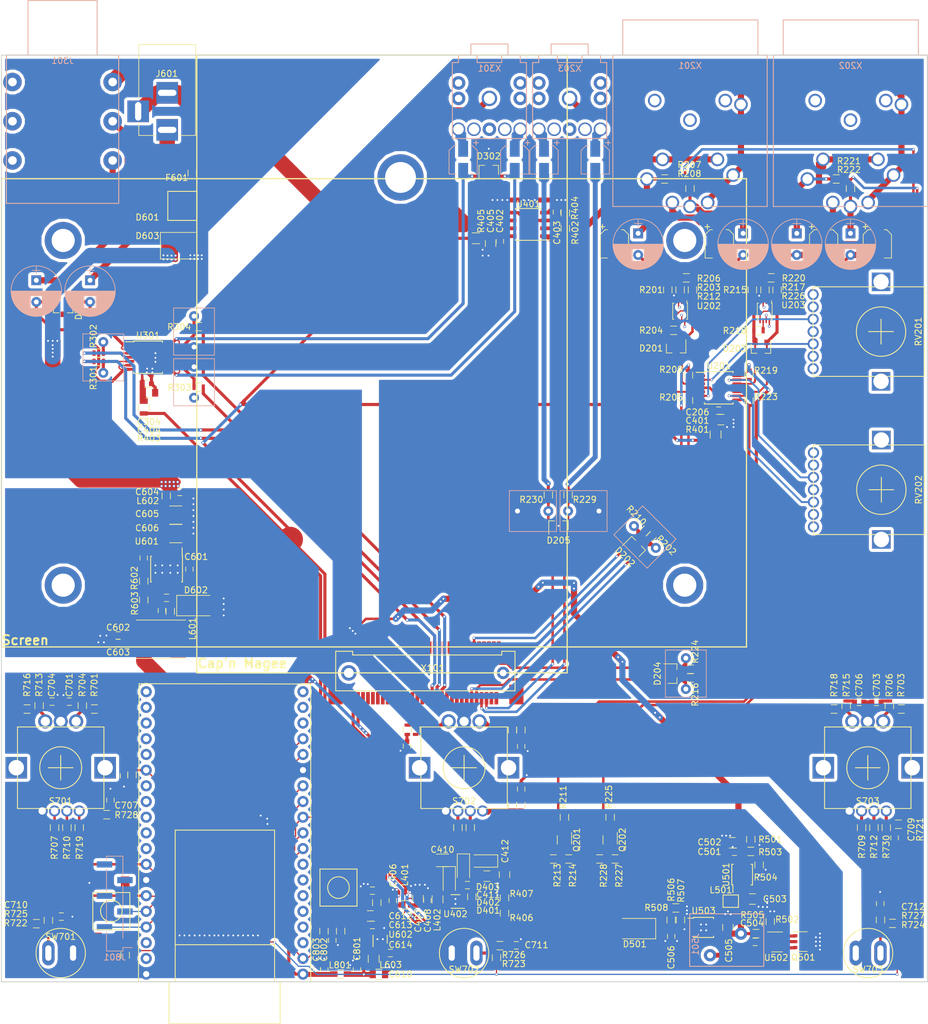
<source format=kicad_pcb>
(kicad_pcb (version 4) (host pcbnew 4.0.7)
  (layers (0 F.Cu signal) (31 B.Cu signal) (34 B.Paste user) (35 F.Paste user) (36 B.SilkS user) (37 F.SilkS user) (38 B.Mask user) (39 F.Mask user) (44 Edge.Cuts user))
  (net 0 "")
  (net 1 /Inputs/In1-)
  (net 2 /Inputs/In1+)
  (net 3 ADC1+)
  (net 4 ADC1-)
  (net 5 GND)
  (net 6 +5V_Input)
  (net 7 /Inputs/In2-)
  (net 8 /Inputs/In2+)
  (net 9 ADC2+)
  (net 10 ADC2-)
  (net 11 ADC3+)
  (net 12 "Net-(C213-Pad1)")
  (net 13 "Net-(C213-Pad2)")
  (net 14 "Net-(C214-Pad1)")
  (net 15 "Net-(C214-Pad2)")
  (net 16 ADC4+)
  (net 17 "Net-(C301-Pad1)")
  (net 18 "Net-(C301-Pad2)")
  (net 19 "Net-(C302-Pad1)")
  (net 20 "Net-(C302-Pad2)")
  (net 21 "Net-(C303-Pad1)")
  (net 22 "Net-(C303-Pad2)")
  (net 23 +5V_Outputs)
  (net 24 "Net-(C305-Pad1)")
  (net 25 "Net-(C305-Pad2)")
  (net 26 "Net-(C306-Pad1)")
  (net 27 "Net-(C307-Pad2)")
  (net 28 "Net-(C308-Pad1)")
  (net 29 "Net-(C308-Pad2)")
  (net 30 +5V_Bias)
  (net 31 "Net-(C403-Pad1)")
  (net 32 +5V)
  (net 33 "Net-(C407-Pad1)")
  (net 34 "Net-(C409-Pad1)")
  (net 35 "Net-(C410-Pad1)")
  (net 36 "Net-(C410-Pad2)")
  (net 37 "Net-(C411-Pad1)")
  (net 38 +48V)
  (net 39 "Net-(C501-Pad2)")
  (net 40 +5V_BAT)
  (net 41 "Net-(C503-Pad1)")
  (net 42 "Net-(C504-Pad2)")
  (net 43 "Net-(C504-Pad1)")
  (net 44 +5V_AUX)
  (net 45 "Net-(C601-Pad2)")
  (net 46 "Net-(C601-Pad1)")
  (net 47 "Net-(C604-Pad1)")
  (net 48 "Net-(C605-Pad1)")
  (net 49 "Net-(C607-Pad2)")
  (net 50 "Net-(C607-Pad1)")
  (net 51 "Net-(C609-Pad1)")
  (net 52 +3V3)
  (net 53 "Net-(C612-Pad1)")
  (net 54 "Net-(C614-Pad2)")
  (net 55 ENCODER_1_A)
  (net 56 ENCODER_2_A)
  (net 57 ENCODER_3_A)
  (net 58 ENCODER_1_B)
  (net 59 ENCODER_2_B)
  (net 60 ENCODER_3_B)
  (net 61 ENCODER_1_SW)
  (net 62 ENCODER_2_SW)
  (net 63 ENCODER_3_SW)
  (net 64 SW_1)
  (net 65 SW_2)
  (net 66 SW_3)
  (net 67 /ESP/+3V3_ESP)
  (net 68 ESP_EN)
  (net 69 /ESP/ESP_BOOT)
  (net 70 "Net-(D201-Pad1)")
  (net 71 "Net-(D201-Pad2)")
  (net 72 "Net-(D201-Pad3)")
  (net 73 "Net-(D202-Pad3)")
  (net 74 "Net-(D203-Pad1)")
  (net 75 "Net-(D203-Pad2)")
  (net 76 "Net-(D203-Pad3)")
  (net 77 "Net-(D204-Pad3)")
  (net 78 "Net-(D301-Pad3)")
  (net 79 +5V_USB)
  (net 80 "Net-(D601-Pad2)")
  (net 81 "Net-(D601-Pad3)")
  (net 82 "Net-(F601-Pad1)")
  (net 83 "Net-(J101-Pad1)")
  (net 84 "Net-(J102-Pad1)")
  (net 85 "Net-(J103-Pad1)")
  (net 86 "Net-(J104-Pad1)")
  (net 87 "Net-(J105-Pad1)")
  (net 88 ESP_TX)
  (net 89 ESP_RX)
  (net 90 "Net-(L501-Pad1)")
  (net 91 "Net-(L603-Pad2)")
  (net 92 "Net-(Q501-Pad1)")
  (net 93 "Net-(Q501-Pad3)")
  (net 94 "Net-(Q501-Pad4)")
  (net 95 "Net-(R202-Pad1)")
  (net 96 "Net-(R203-Pad2)")
  (net 97 "Net-(R204-Pad2)")
  (net 98 "Net-(R205-Pad2)")
  (net 99 "Net-(Q201-Pad3)")
  (net 100 "Net-(R209-Pad1)")
  (net 101 "Net-(R209-Pad2)")
  (net 102 Phantom_1)
  (net 103 "Net-(Q201-Pad2)")
  (net 104 "Net-(Q201-Pad6)")
  (net 105 "Net-(Q201-Pad5)")
  (net 106 "Net-(R216-Pad1)")
  (net 107 "Net-(R217-Pad2)")
  (net 108 "Net-(R218-Pad2)")
  (net 109 "Net-(R219-Pad2)")
  (net 110 "Net-(Q202-Pad3)")
  (net 111 "Net-(R223-Pad1)")
  (net 112 "Net-(R223-Pad2)")
  (net 113 Phantom_2)
  (net 114 "Net-(Q202-Pad2)")
  (net 115 "Net-(Q202-Pad6)")
  (net 116 "Net-(Q202-Pad5)")
  (net 117 DAC1+)
  (net 118 DAC1-)
  (net 119 DAC2+)
  (net 120 DAC3+)
  (net 121 "Net-(R406-Pad2)")
  (net 122 "Net-(R408-Pad1)")
  (net 123 "Net-(R502-Pad2)")
  (net 124 "Net-(R503-Pad2)")
  (net 125 "Net-(R506-Pad1)")
  (net 126 "Net-(R507-Pad2)")
  (net 127 "Net-(R602-Pad2)")
  (net 128 "Net-(R701-Pad2)")
  (net 129 "Net-(R702-Pad2)")
  (net 130 "Net-(R703-Pad2)")
  (net 131 BLUE_1)
  (net 132 "Net-(R707-Pad2)")
  (net 133 BLUE_2)
  (net 134 "Net-(R708-Pad2)")
  (net 135 BLUE_3)
  (net 136 "Net-(R709-Pad2)")
  (net 137 ORANGE_1)
  (net 138 "Net-(R710-Pad2)")
  (net 139 ORANGE_2)
  (net 140 "Net-(R711-Pad2)")
  (net 141 ORANGE_3)
  (net 142 "Net-(R712-Pad2)")
  (net 143 "Net-(R713-Pad1)")
  (net 144 "Net-(R714-Pad1)")
  (net 145 "Net-(R715-Pad1)")
  (net 146 "Net-(R722-Pad2)")
  (net 147 "Net-(R723-Pad2)")
  (net 148 "Net-(R724-Pad2)")
  (net 149 "Net-(R801-Pad2)")
  (net 150 "Net-(R803-Pad1)")
  (net 151 "Net-(R804-Pad2)")
  (net 152 "Net-(RV201-Pad1)")
  (net 153 "Net-(RV202-Pad1)")
  (net 154 "Net-(S801-Pad1)")
  (net 155 "Net-(S802-Pad1)")
  (net 156 Pad_1)
  (net 157 Impedance_1)
  (net 158 Pad_2)
  (net 159 Impedance_2)
  (net 160 +1V65_Inputs)
  (net 161 +1V65_Outputs)
  (net 162 Phantom)
  (net 163 "Net-(U503-Pad6)")
  (net 164 "Net-(U503-Pad7)")
  (net 165 +3V3_EN)
  (net 166 "Net-(U602-Pad3)")
  (net 167 "Net-(U801-Pad4)")
  (net 168 "Net-(U801-Pad5)")
  (net 169 "Net-(U801-Pad6)")
  (net 170 "Net-(U801-Pad7)")
  (net 171 "Net-(U801-Pad8)")
  (net 172 "Net-(U801-Pad9)")
  (net 173 "Net-(U801-Pad26)")
  (net 174 "Net-(U801-Pad27)")
  (net 175 "Net-(U801-Pad28)")
  (net 176 "Net-(U801-Pad32)")
  (net 177 "Net-(U801-Pad36)")
  (net 178 "Net-(U801-Pad37)")
  (net 179 "Net-(U801-Pad18)")
  (net 180 "Net-(U801-Pad19)")
  (net 181 "Net-(U801-Pad20)")
  (net 182 "Net-(U801-Pad21)")
  (net 183 "Net-(U801-Pad22)")
  (net 184 "Net-(U801-Pad23)")
  (net 185 "Net-(U801-Pad24)")
  (net 186 "Net-(U802-Pad3)")
  (net 187 "Net-(U802-Pad4)")
  (net 188 "Net-(U802-Pad5)")
  (net 189 "Net-(U802-Pad6)")
  (net 190 "Net-(U802-Pad7)")
  (net 191 "Net-(U802-Pad8)")
  (net 192 "Net-(U802-Pad17)")
  (net 193 "Net-(U802-Pad18)")
  (net 194 "Net-(U802-Pad19)")
  (net 195 "Net-(U802-Pad20)")
  (net 196 "Net-(U802-Pad21)")
  (net 197 "Net-(U802-Pad22)")
  (net 198 "Net-(U802-Pad23)")
  (net 199 "Net-(U802-Pad24)")
  (net 200 "Net-(U802-Pad26)")
  (net 201 "Net-(U802-Pad27)")
  (net 202 "Net-(U802-Pad28)")
  (net 203 "Net-(U802-Pad36)")
  (net 204 "Net-(U802-Pad37)")
  (net 205 "Net-(X101-Pad28)")
  (net 206 "Net-(X101-Pad30)")
  (net 207 "Net-(X101-Pad31)")
  (net 208 "Net-(X101-Pad32)")
  (net 209 "Net-(X101-Pad33)")
  (net 210 "Net-(X101-Pad34)")
  (net 211 "Net-(X101-Pad35)")
  (net 212 "Net-(X101-Pad36)")
  (net 213 "Net-(X101-Pad37)")
  (net 214 "Net-(X101-Pad38)")
  (net 215 "Net-(X101-Pad39)")
  (net 216 "Net-(X101-Pad40)")
  (net 217 "Net-(X101-Pad46)")
  (net 218 "Net-(X101-Pad48)")
  (net 219 "Net-(X101-Pad49)")
  (net 220 "Net-(X101-Pad50)")
  (net 221 "Net-(X101-Pad51)")
  (net 222 "Net-(X101-Pad52)")
  (net 223 "Net-(X203-Pad10)")
  (net 224 "Net-(X203-Pad11)")
  (net 225 "Net-(X301-Pad10)")
  (net 226 "Net-(X301-Pad11)")
  (net 227 "Net-(C207-Pad1)")
  (net 228 "Net-(C208-Pad1)")
  (net 229 "Net-(C209-Pad1)")
  (net 230 "Net-(C210-Pad1)")
  (net 231 "Net-(C203-Pad1)")
  (net 232 "Net-(C204-Pad1)")
  (net 233 "Net-(C201-Pad1)")
  (net 234 "Net-(C202-Pad1)")
  (net 235 "Net-(S801-Pad3)")
  (net 236 "Net-(R719-Pad2)")
  (net 237 "Net-(R720-Pad2)")
  (net 238 "Net-(R721-Pad2)")
  (net 239 "Net-(U801-Pad29)")
  (net 240 "Net-(U801-Pad30)")
  (net 241 "Net-(U802-Pad29)")
  (net 242 "Net-(U802-Pad30)")
  (module Capacitors_SMD:CP_Elec_4x5.3 (layer F.Cu) (at 134.8 59.15 270)
    (fp_text reference C201 hide)
    (fp_text value "10uF 10V")
    (fp_text user + (at -2.77 2.01 270) (layer F.SilkS))
    (pad 1 smd rect (at -1.8 0 90) (size 2.6 1.6) (layers F.Cu F.Paste F.Mask) (net 233 "Net-(C201-Pad1)"))
    (pad 2 smd rect (at 1.8 0 90) (size 2.6 1.6) (layers F.Cu F.Paste F.Mask) (net 1 /Inputs/In1-))
  )
  (module Capacitors_SMD:CP_Elec_4x5.3 (layer F.Cu) (at 117.8 59.15 270)
    (fp_text reference C202 hide)
    (fp_text value "10uF 10V")
    (fp_text user + (at -2.77 2.01 270) (layer F.SilkS))
    (pad 1 smd rect (at -1.8 0 90) (size 2.6 1.6) (layers F.Cu F.Paste F.Mask) (net 234 "Net-(C202-Pad1)"))
    (pad 2 smd rect (at 1.8 0 90) (size 2.6 1.6) (layers F.Cu F.Paste F.Mask) (net 2 /Inputs/In1+))
  )
  (module Capacitors_THT:CP_Radial_D8.0mm_P3.50mm (layer B.Cu) (at 121.65 57.45 270)
    (fp_text reference C203 hide)
    (fp_text value "10uF 100V")
    (pad 1 thru_hole rect (at 0 0 270) (size 1.6 1.6) (drill 0.8) (layers *.Cu *.Mask) (net 231 "Net-(C203-Pad1)"))
    (pad 2 thru_hole circle (at 3.5 0 270) (size 1.6 1.6) (drill 0.8) (layers *.Cu *.Mask) (net 2 /Inputs/In1+))
  )
  (module Capacitors_THT:CP_Radial_D8.0mm_P3.50mm (layer B.Cu) (at 138.65 57.45 270)
    (fp_text reference C204 hide)
    (fp_text value "10uF 100V")
    (pad 1 thru_hole rect (at 0 0 270) (size 1.6 1.6) (drill 0.8) (layers *.Cu *.Mask) (net 232 "Net-(C204-Pad1)"))
    (pad 2 thru_hole circle (at 3.5 0 270) (size 1.6 1.6) (drill 0.8) (layers *.Cu *.Mask) (net 1 /Inputs/In1-))
  )
  (module Capacitors_THT:C_Rect_L7.5mm_W6.5mm_P5.00mm (layer B.Cu) (at 124.511827 108.363908 135)
    (fp_text reference C205 hide)
    (fp_text value 68nF)
    (pad 1 thru_hole circle (at 0 0 135) (size 1.6 1.6) (drill 0.8) (layers *.Cu *.Mask) (net 3 ADC1+))
    (pad 2 thru_hole circle (at 5 0 135) (size 1.6 1.6) (drill 0.8) (layers *.Cu *.Mask) (net 4 ADC1-))
  )
  (module Capacitors_SMD:C_0603 (layer F.Cu) (at 134.7 86.15)
    (fp_text reference C206 (at -3.45 0.25) (layer F.SilkS))
    (fp_text value 100nF)
    (pad 2 smd rect (at 0.75 0) (size 0.8 0.75) (layers F.Cu F.Paste F.Mask) (net 5 GND))
    (pad 1 smd rect (at -0.75 0) (size 0.8 0.75) (layers F.Cu F.Paste F.Mask) (net 6 +5V_Input))
  )
  (module Capacitors_SMD:CP_Elec_4x5.3 (layer F.Cu) (at 160.4 59.15 270)
    (fp_text reference C207 hide)
    (fp_text value "10uF 10V")
    (fp_text user + (at -2.77 2.01 270) (layer F.SilkS))
    (pad 1 smd rect (at -1.8 0 90) (size 2.6 1.6) (layers F.Cu F.Paste F.Mask) (net 227 "Net-(C207-Pad1)"))
    (pad 2 smd rect (at 1.8 0 90) (size 2.6 1.6) (layers F.Cu F.Paste F.Mask) (net 7 /Inputs/In2-))
  )
  (module Capacitors_SMD:CP_Elec_4x5.3 (layer F.Cu) (at 151.7 59.15 270)
    (fp_text reference C208 hide)
    (fp_text value "10uF 10V")
    (fp_text user + (at -2.77 2.01 270) (layer F.SilkS))
    (pad 1 smd rect (at -1.8 0 90) (size 2.6 1.6) (layers F.Cu F.Paste F.Mask) (net 228 "Net-(C208-Pad1)"))
    (pad 2 smd rect (at 1.8 0 90) (size 2.6 1.6) (layers F.Cu F.Paste F.Mask) (net 8 /Inputs/In2+))
  )
  (module Capacitors_THT:CP_Radial_D8.0mm_P3.50mm (layer B.Cu) (at 147.35 57.45 270)
    (fp_text reference C209 hide)
    (fp_text value "10uF 100V")
    (pad 1 thru_hole rect (at 0 0 270) (size 1.6 1.6) (drill 0.8) (layers *.Cu *.Mask) (net 229 "Net-(C209-Pad1)"))
    (pad 2 thru_hole circle (at 3.5 0 270) (size 1.6 1.6) (drill 0.8) (layers *.Cu *.Mask) (net 8 /Inputs/In2+))
  )
  (module Capacitors_THT:CP_Radial_D8.0mm_P3.50mm (layer B.Cu) (at 156.05 57.45 270)
    (fp_text reference C210 hide)
    (fp_text value "10uF 100V")
    (pad 1 thru_hole rect (at 0 0 270) (size 1.6 1.6) (drill 0.8) (layers *.Cu *.Mask) (net 230 "Net-(C210-Pad1)"))
    (pad 2 thru_hole circle (at 3.5 0 270) (size 1.6 1.6) (drill 0.8) (layers *.Cu *.Mask) (net 7 /Inputs/In2-))
  )
  (module Capacitors_THT:C_Rect_L7.5mm_W6.5mm_P5.00mm (layer B.Cu) (at 129.377549 131.212347 90)
    (fp_text reference C211 hide)
    (fp_text value 68nF)
    (pad 1 thru_hole circle (at 0 0 90) (size 1.6 1.6) (drill 0.8) (layers *.Cu *.Mask) (net 9 ADC2+))
    (pad 2 thru_hole circle (at 5 0 90) (size 1.6 1.6) (drill 0.8) (layers *.Cu *.Mask) (net 10 ADC2-))
  )
  (module Capacitors_THT:C_Rect_L7.5mm_W6.5mm_P5.00mm (layer B.Cu) (at 115.3 102.4 180)
    (fp_text reference C212 hide)
    (fp_text value 68nF)
    (pad 1 thru_hole circle (at 0 0 180) (size 1.6 1.6) (drill 0.8) (layers *.Cu *.Mask) (net 5 GND))
    (pad 2 thru_hole circle (at 5 0 180) (size 1.6 1.6) (drill 0.8) (layers *.Cu *.Mask) (net 11 ADC3+))
  )
  (module Capacitors_SMD:CP_Elec_4x5.3 (layer B.Cu) (at 114.7 45.55 270)
    (fp_text reference C213 hide)
    (fp_text value "10uF 10V")
    (fp_text user + (at -2.77 -2.01 270) (layer B.SilkS) (effects (justify mirror)))
    (pad 1 smd rect (at -1.8 0 90) (size 2.6 1.6) (layers B.Cu B.Paste B.Mask) (net 12 "Net-(C213-Pad1)"))
    (pad 2 smd rect (at 1.8 0 90) (size 2.6 1.6) (layers B.Cu B.Paste B.Mask) (net 13 "Net-(C213-Pad2)"))
  )
  (module Capacitors_SMD:CP_Elec_4x5.3 (layer B.Cu) (at 106.4 45.55 270)
    (fp_text reference C214 hide)
    (fp_text value "10uF 10V")
    (fp_text user + (at -2.77 -2.01 270) (layer B.SilkS) (effects (justify mirror)))
    (pad 1 smd rect (at -1.8 0 90) (size 2.6 1.6) (layers B.Cu B.Paste B.Mask) (net 14 "Net-(C214-Pad1)"))
    (pad 2 smd rect (at 1.8 0 90) (size 2.6 1.6) (layers B.Cu B.Paste B.Mask) (net 15 "Net-(C214-Pad2)"))
  )
  (module Capacitors_THT:C_Rect_L7.5mm_W6.5mm_P5.00mm (layer B.Cu) (at 107.1 102.4 180)
    (fp_text reference C215 hide)
    (fp_text value 68nF)
    (pad 1 thru_hole circle (at 0 0 180) (size 1.6 1.6) (drill 0.8) (layers *.Cu *.Mask) (net 16 ADC4+))
    (pad 2 thru_hole circle (at 5 0 180) (size 1.6 1.6) (drill 0.8) (layers *.Cu *.Mask) (net 5 GND))
  )
  (module Capacitors_THT:CP_Radial_D8.0mm_P3.50mm (layer B.Cu) (at 24.15 65.05 270)
    (fp_text reference C301 hide)
    (fp_text value "10uF 100V")
    (pad 1 thru_hole rect (at 0 0 270) (size 1.6 1.6) (drill 0.8) (layers *.Cu *.Mask) (net 17 "Net-(C301-Pad1)"))
    (pad 2 thru_hole circle (at 3.5 0 270) (size 1.6 1.6) (drill 0.8) (layers *.Cu *.Mask) (net 18 "Net-(C301-Pad2)"))
  )
  (module Capacitors_THT:C_Rect_L7.5mm_W6.5mm_P5.00mm (layer B.Cu) (at 35 80.034316 90)
    (fp_text reference C302 hide)
    (fp_text value 68nF)
    (pad 1 thru_hole circle (at 0 0 90) (size 1.6 1.6) (drill 0.8) (layers *.Cu *.Mask) (net 19 "Net-(C302-Pad1)"))
    (pad 2 thru_hole circle (at 5 0 90) (size 1.6 1.6) (drill 0.8) (layers *.Cu *.Mask) (net 20 "Net-(C302-Pad2)"))
  )
  (module Capacitors_THT:CP_Radial_D8.0mm_P3.50mm (layer B.Cu) (at 32.85 65.05 270)
    (fp_text reference C303 hide)
    (fp_text value "10uF 100V")
    (pad 1 thru_hole rect (at 0 0 270) (size 1.6 1.6) (drill 0.8) (layers *.Cu *.Mask) (net 21 "Net-(C303-Pad1)"))
    (pad 2 thru_hole circle (at 3.5 0 270) (size 1.6 1.6) (drill 0.8) (layers *.Cu *.Mask) (net 22 "Net-(C303-Pad2)"))
  )
  (module Capacitors_SMD:C_0603 (layer F.Cu) (at 42.05 81.8)
    (fp_text reference C304 (at 0.35 6.15 180) (layer F.SilkS))
    (fp_text value 100nF)
    (pad 2 smd rect (at 0.75 0) (size 0.8 0.75) (layers F.Cu F.Paste F.Mask) (net 5 GND))
    (pad 1 smd rect (at -0.75 0) (size 0.8 0.75) (layers F.Cu F.Paste F.Mask) (net 23 +5V_Outputs))
  )
  (module Capacitors_SMD:CP_Elec_4x5.3 (layer B.Cu) (at 101.65 45.55 270)
    (fp_text reference C305 hide)
    (fp_text value "10uF 10V")
    (fp_text user + (at -2.77 -2.01 270) (layer B.SilkS) (effects (justify mirror)))
    (pad 1 smd rect (at -1.8 0 90) (size 2.6 1.6) (layers B.Cu B.Paste B.Mask) (net 24 "Net-(C305-Pad1)"))
    (pad 2 smd rect (at 1.8 0 90) (size 2.6 1.6) (layers B.Cu B.Paste B.Mask) (net 25 "Net-(C305-Pad2)"))
  )
  (module Capacitors_THT:C_Rect_L7.5mm_W6.5mm_P5.00mm (layer B.Cu) (at 49.7 84.05 90)
    (fp_text reference C306 hide)
    (fp_text value 68nF)
    (pad 1 thru_hole circle (at 0 0 90) (size 1.6 1.6) (drill 0.8) (layers *.Cu *.Mask) (net 26 "Net-(C306-Pad1)"))
    (pad 2 thru_hole circle (at 5 0 90) (size 1.6 1.6) (drill 0.8) (layers *.Cu *.Mask) (net 5 GND))
  )
  (module Capacitors_THT:C_Rect_L7.5mm_W6.5mm_P5.00mm (layer B.Cu) (at 49.7 75.85 90)
    (fp_text reference C307 hide)
    (fp_text value 68nF)
    (pad 1 thru_hole circle (at 0 0 90) (size 1.6 1.6) (drill 0.8) (layers *.Cu *.Mask) (net 5 GND))
    (pad 2 thru_hole circle (at 5 0 90) (size 1.6 1.6) (drill 0.8) (layers *.Cu *.Mask) (net 27 "Net-(C307-Pad2)"))
  )
  (module Capacitors_SMD:CP_Elec_4x5.3 (layer B.Cu) (at 93.3 45.55 270)
    (fp_text reference C308 hide)
    (fp_text value "10uF 10V")
    (fp_text user + (at -2.77 -2.01 270) (layer B.SilkS) (effects (justify mirror)))
    (pad 1 smd rect (at -1.8 0 90) (size 2.6 1.6) (layers B.Cu B.Paste B.Mask) (net 28 "Net-(C308-Pad1)"))
    (pad 2 smd rect (at 1.8 0 90) (size 2.6 1.6) (layers B.Cu B.Paste B.Mask) (net 29 "Net-(C308-Pad2)"))
  )
  (module Capacitors_SMD:C_0805 (layer F.Cu) (at 135.05 87.6)
    (fp_text reference C401 (at -3.8 0.15 180) (layer F.SilkS))
    (fp_text value 22uF)
    (pad 1 smd rect (at -1 0) (size 1 1.25) (layers F.Cu F.Paste F.Mask) (net 6 +5V_Input))
    (pad 2 smd rect (at 1 0) (size 1 1.25) (layers F.Cu F.Paste F.Mask) (net 5 GND))
  )
  (module Capacitors_SMD:C_0603 (layer F.Cu) (at 99.25 58.75 270)
    (fp_text reference C402 (at -3.3 0 270) (layer F.SilkS))
    (fp_text value 100nF)
    (pad 2 smd rect (at 0.75 0 270) (size 0.8 0.75) (layers F.Cu F.Paste F.Mask) (net 5 GND))
    (pad 1 smd rect (at -0.75 0 270) (size 0.8 0.75) (layers F.Cu F.Paste F.Mask) (net 30 +5V_Bias))
  )
  (module Capacitors_SMD:C_0603 (layer F.Cu) (at 108.5 54 90)
    (fp_text reference C403 (at -3.35 0 90) (layer F.SilkS))
    (fp_text value 1uF)
    (pad 2 smd rect (at 0.75 0 90) (size 0.8 0.75) (layers F.Cu F.Paste F.Mask) (net 5 GND))
    (pad 1 smd rect (at -0.75 0 90) (size 0.8 0.75) (layers F.Cu F.Paste F.Mask) (net 31 "Net-(C403-Pad1)"))
  )
  (module Capacitors_SMD:C_0805 (layer F.Cu) (at 42.4 83.25)
    (fp_text reference C404 (at 0 6.05) (layer F.SilkS))
    (fp_text value 22uF)
    (pad 1 smd rect (at -1 0) (size 1 1.25) (layers F.Cu F.Paste F.Mask) (net 23 +5V_Outputs))
    (pad 2 smd rect (at 1 0) (size 1 1.25) (layers F.Cu F.Paste F.Mask) (net 5 GND))
  )
  (module Capacitors_SMD:C_0805 (layer F.Cu) (at 97.75 59.1 270)
    (fp_text reference C405 (at -3.65 0 450) (layer F.SilkS))
    (fp_text value 22uF)
    (pad 1 smd rect (at -1 0 270) (size 1 1.25) (layers F.Cu F.Paste F.Mask) (net 30 +5V_Bias))
    (pad 2 smd rect (at 1 0 270) (size 1 1.25) (layers F.Cu F.Paste F.Mask) (net 5 GND))
  )
  (module Capacitors_SMD:C_0603 (layer F.Cu) (at 81.9 165.45 90)
    (fp_text reference C406 (at 4.05 0.05 90) (layer F.SilkS))
    (fp_text value 100nF)
    (pad 2 smd rect (at 0.75 0 90) (size 0.8 0.75) (layers F.Cu F.Paste F.Mask) (net 5 GND))
    (pad 1 smd rect (at -0.75 0 90) (size 0.8 0.75) (layers F.Cu F.Paste F.Mask) (net 32 +5V))
  )
  (module Capacitors_SMD:C_0805 (layer F.Cu) (at 86 165.1 90)
    (fp_text reference C407 (at -3.6 0 90) (layer F.SilkS))
    (fp_text value 4.7uF)
    (pad 1 smd rect (at -1 0 90) (size 1 1.25) (layers F.Cu F.Paste F.Mask) (net 33 "Net-(C407-Pad1)"))
    (pad 2 smd rect (at 1 0 90) (size 1 1.25) (layers F.Cu F.Paste F.Mask) (net 5 GND))
  )
  (module Capacitors_SMD:C_0603 (layer F.Cu) (at 87.5 165.45 90)
    (fp_text reference C408 (at -3.25 0.05 90) (layer F.SilkS))
    (fp_text value 100nF)
    (pad 2 smd rect (at 0.75 0 90) (size 0.8 0.75) (layers F.Cu F.Paste F.Mask) (net 5 GND))
    (pad 1 smd rect (at -0.75 0 90) (size 0.8 0.75) (layers F.Cu F.Paste F.Mask) (net 33 "Net-(C407-Pad1)"))
  )
  (module Capacitors_SMD:C_0603 (layer F.Cu) (at 94 162.95 180)
    (fp_text reference C409 hide)
    (fp_text value 10nF)
    (pad 2 smd rect (at 0.75 0 180) (size 0.8 0.75) (layers F.Cu F.Paste F.Mask) (net 5 GND))
    (pad 1 smd rect (at -0.75 0 180) (size 0.8 0.75) (layers F.Cu F.Paste F.Mask) (net 34 "Net-(C409-Pad1)"))
  )
  (module Capacitors_SMD:C_1206 (layer F.Cu) (at 89.95 158.95 180)
    (fp_text reference C410 (at 0 1.75 180) (layer F.SilkS))
    (fp_text value 1uF)
    (pad 1 smd rect (at -1.5 0 180) (size 1 1.6) (layers F.Cu F.Paste F.Mask) (net 35 "Net-(C410-Pad1)"))
    (pad 2 smd rect (at 1.5 0 180) (size 1 1.6) (layers F.Cu F.Paste F.Mask) (net 36 "Net-(C410-Pad2)"))
  )
  (module Capacitors_SMD:C_0805 (layer F.Cu) (at 97.15 161.5)
    (fp_text reference C411 (at 0.2 3) (layer F.SilkS))
    (fp_text value 4.7uF)
    (pad 1 smd rect (at -1 0) (size 1 1.25) (layers F.Cu F.Paste F.Mask) (net 37 "Net-(C411-Pad1)"))
    (pad 2 smd rect (at 1 0) (size 1 1.25) (layers F.Cu F.Paste F.Mask) (net 38 +48V))
  )
  (module Capacitors_SMD:C_0805 (layer F.Cu) (at 100 161.25 90)
    (fp_text reference C412 (at 3.8 0.1 90) (layer F.SilkS))
    (fp_text value 4.7uF)
    (pad 1 smd rect (at -1 0 90) (size 1 1.25) (layers F.Cu F.Paste F.Mask) (net 5 GND))
    (pad 2 smd rect (at 1 0 90) (size 1 1.25) (layers F.Cu F.Paste F.Mask) (net 38 +48V))
  )
  (module Capacitors_SMD:C_0603 (layer F.Cu) (at 137.25 157.55 180)
    (fp_text reference C501 (at 4.05 0 180) (layer F.SilkS))
    (fp_text value 100nF)
    (pad 2 smd rect (at 0.75 0 180) (size 0.8 0.75) (layers F.Cu F.Paste F.Mask) (net 39 "Net-(C501-Pad2)"))
    (pad 1 smd rect (at -0.75 0 180) (size 0.8 0.75) (layers F.Cu F.Paste F.Mask) (net 40 +5V_BAT))
  )
  (module Capacitors_SMD:C_0805 (layer F.Cu) (at 136.9 156.1 180)
    (fp_text reference C502 (at 3.7 0.1 180) (layer F.SilkS))
    (fp_text value 22uF)
    (pad 1 smd rect (at -1 0 180) (size 1 1.25) (layers F.Cu F.Paste F.Mask) (net 40 +5V_BAT))
    (pad 2 smd rect (at 1 0 180) (size 1 1.25) (layers F.Cu F.Paste F.Mask) (net 5 GND))
  )
  (module Capacitors_SMD:C_0805 (layer F.Cu) (at 140.15 165.2)
    (fp_text reference C503 (at 3.65 0) (layer F.SilkS))
    (fp_text value 22uF)
    (pad 1 smd rect (at -1 0) (size 1 1.25) (layers F.Cu F.Paste F.Mask) (net 41 "Net-(C503-Pad1)"))
    (pad 2 smd rect (at 1 0) (size 1 1.25) (layers F.Cu F.Paste F.Mask) (net 5 GND))
  )
  (module Capacitors_SMD:C_0603 (layer F.Cu) (at 140.6 172.15 180)
    (fp_text reference C504 (at 0.5 3.05 360) (layer F.SilkS))
    (fp_text value 100nF)
    (pad 2 smd rect (at 0.75 0 180) (size 0.8 0.75) (layers F.Cu F.Paste F.Mask) (net 42 "Net-(C504-Pad2)"))
    (pad 1 smd rect (at -0.75 0 180) (size 0.8 0.75) (layers F.Cu F.Paste F.Mask) (net 43 "Net-(C504-Pad1)"))
  )
  (module Capacitors_SMD:C_0805 (layer F.Cu) (at 136.2 169.8 90)
    (fp_text reference C505 (at -3.75 0.15 90) (layer F.SilkS))
    (fp_text value 4.7uF)
    (pad 1 smd rect (at -1 0 90) (size 1 1.25) (layers F.Cu F.Paste F.Mask) (net 41 "Net-(C503-Pad1)"))
    (pad 2 smd rect (at 1 0 90) (size 1 1.25) (layers F.Cu F.Paste F.Mask) (net 5 GND))
  )
  (module Capacitors_SMD:C_0603 (layer F.Cu) (at 127 171.25 270)
    (fp_text reference C506 (at 3.4 0 270) (layer F.SilkS))
    (fp_text value 1uF)
    (pad 2 smd rect (at 0.75 0 270) (size 0.8 0.75) (layers F.Cu F.Paste F.Mask) (net 5 GND))
    (pad 1 smd rect (at -0.75 0 270) (size 0.8 0.75) (layers F.Cu F.Paste F.Mask) (net 44 +5V_AUX))
  )
  (module Capacitors_SMD:C_0603 (layer F.Cu) (at 48.95 111.8 270)
    (fp_text reference C601 (at -2 -1.1 360) (layer F.SilkS))
    (fp_text value 100nF)
    (pad 2 smd rect (at 0.75 0 270) (size 0.8 0.75) (layers F.Cu F.Paste F.Mask) (net 45 "Net-(C601-Pad2)"))
    (pad 1 smd rect (at -0.75 0 270) (size 0.8 0.75) (layers F.Cu F.Paste F.Mask) (net 46 "Net-(C601-Pad1)"))
  )
  (module Capacitors_SMD:C_0603 (layer F.Cu) (at 37.4 122.55 180)
    (fp_text reference C602 (at 0 1.3 180) (layer F.SilkS))
    (fp_text value 15uF)
    (pad 2 smd rect (at 0.75 0 180) (size 0.8 0.75) (layers F.Cu F.Paste F.Mask) (net 5 GND))
    (pad 1 smd rect (at -0.75 0 180) (size 0.8 0.75) (layers F.Cu F.Paste F.Mask) (net 44 +5V_AUX))
  )
  (module Capacitors_SMD:C_0603 (layer F.Cu) (at 37.4 123.75 180)
    (fp_text reference C603 (at 0 -1.5 180) (layer F.SilkS))
    (fp_text value 15uF)
    (pad 2 smd rect (at 0.75 0 180) (size 0.8 0.75) (layers F.Cu F.Paste F.Mask) (net 5 GND))
    (pad 1 smd rect (at -0.75 0 180) (size 0.8 0.75) (layers F.Cu F.Paste F.Mask) (net 44 +5V_AUX))
  )
  (module Capacitors_SMD:C_0603 (layer F.Cu) (at 47.4 99.3)
    (fp_text reference C604 (at -5.3 0) (layer F.SilkS))
    (fp_text value 100nF)
    (pad 2 smd rect (at 0.75 0) (size 0.8 0.75) (layers F.Cu F.Paste F.Mask) (net 5 GND))
    (pad 1 smd rect (at -0.75 0) (size 0.8 0.75) (layers F.Cu F.Paste F.Mask) (net 47 "Net-(C604-Pad1)"))
  )
  (module Capacitors_SMD:C_1210 (layer F.Cu) (at 46.75 103.05)
    (fp_text reference C605 (at -4.65 -0.2) (layer F.SilkS))
    (fp_text value 22uF)
    (pad 1 smd rect (at -1.5 0) (size 1 2.5) (layers F.Cu F.Paste F.Mask) (net 48 "Net-(C605-Pad1)"))
    (pad 2 smd rect (at 1.5 0) (size 1 2.5) (layers F.Cu F.Paste F.Mask) (net 5 GND))
  )
  (module Capacitors_SMD:C_1210 (layer F.Cu) (at 46.75 106.05)
    (fp_text reference C606 (at -4.65 -0.9) (layer F.SilkS))
    (fp_text value 22uF)
    (pad 1 smd rect (at -1.5 0) (size 1 2.5) (layers F.Cu F.Paste F.Mask) (net 48 "Net-(C605-Pad1)"))
    (pad 2 smd rect (at 1.5 0) (size 1 2.5) (layers F.Cu F.Paste F.Mask) (net 5 GND))
  )
  (module Capacitors_SMD:C_0603 (layer F.Cu) (at 44.5 118.5 270)
    (fp_text reference C607 hide)
    (fp_text value 2.7nF)
    (pad 2 smd rect (at 0.75 0 270) (size 0.8 0.75) (layers F.Cu F.Paste F.Mask) (net 49 "Net-(C607-Pad2)"))
    (pad 1 smd rect (at -0.75 0 270) (size 0.8 0.75) (layers F.Cu F.Paste F.Mask) (net 50 "Net-(C607-Pad1)"))
  )
  (module Capacitors_SMD:C_0603 (layer F.Cu) (at 45.25 116.45)
    (fp_text reference C608 hide)
    (fp_text value 39pF)
    (pad 2 smd rect (at 0.75 0) (size 0.8 0.75) (layers F.Cu F.Paste F.Mask) (net 5 GND))
    (pad 1 smd rect (at -0.75 0) (size 0.8 0.75) (layers F.Cu F.Paste F.Mask) (net 50 "Net-(C607-Pad1)"))
  )
  (module Capacitors_SMD:C_0603 (layer F.Cu) (at 41.55 110 270)
    (fp_text reference C609 hide)
    (fp_text value 8.2nF)
    (pad 2 smd rect (at 0.75 0 270) (size 0.8 0.75) (layers F.Cu F.Paste F.Mask) (net 5 GND))
    (pad 1 smd rect (at -0.75 0 270) (size 0.8 0.75) (layers F.Cu F.Paste F.Mask) (net 51 "Net-(C609-Pad1)"))
  )
  (module Capacitors_SMD:C_0805 (layer F.Cu) (at 79.65 177.4)
    (fp_text reference C610 (at 3.5 -0.05) (layer F.SilkS))
    (fp_text value 4.7uF)
    (pad 1 smd rect (at -1 0) (size 1 1.25) (layers F.Cu F.Paste F.Mask) (net 52 +3V3))
    (pad 2 smd rect (at 1 0) (size 1 1.25) (layers F.Cu F.Paste F.Mask) (net 5 GND))
  )
  (module Capacitors_SMD:C_0603 (layer F.Cu) (at 78.6 163.85 180)
    (fp_text reference C611 hide)
    (fp_text value 100nF)
    (pad 2 smd rect (at 0.75 0 180) (size 0.8 0.75) (layers F.Cu F.Paste F.Mask) (net 5 GND))
    (pad 1 smd rect (at -0.75 0 180) (size 0.8 0.75) (layers F.Cu F.Paste F.Mask) (net 32 +5V))
  )
  (module Capacitors_SMD:C_0805 (layer F.Cu) (at 78.25 167.95 180)
    (fp_text reference C612 (at -4.9 0 180) (layer F.SilkS))
    (fp_text value 4.7uF)
    (pad 1 smd rect (at -1 0 180) (size 1 1.25) (layers F.Cu F.Paste F.Mask) (net 53 "Net-(C612-Pad1)"))
    (pad 2 smd rect (at 1 0 180) (size 1 1.25) (layers F.Cu F.Paste F.Mask) (net 5 GND))
  )
  (module Capacitors_SMD:C_0603 (layer F.Cu) (at 78.6 169.4 180)
    (fp_text reference C613 (at -4.55 0 180) (layer F.SilkS))
    (fp_text value 100nF)
    (pad 2 smd rect (at 0.75 0 180) (size 0.8 0.75) (layers F.Cu F.Paste F.Mask) (net 5 GND))
    (pad 1 smd rect (at -0.75 0 180) (size 0.8 0.75) (layers F.Cu F.Paste F.Mask) (net 53 "Net-(C612-Pad1)"))
  )
  (module Capacitors_SMD:C_0603 (layer F.Cu) (at 81.5 173.95)
    (fp_text reference C614 (at 1.65 -1.35 180) (layer F.SilkS))
    (fp_text value 560pF)
    (pad 2 smd rect (at 0.75 0) (size 0.8 0.75) (layers F.Cu F.Paste F.Mask) (net 54 "Net-(C614-Pad2)"))
    (pad 1 smd rect (at -0.75 0) (size 0.8 0.75) (layers F.Cu F.Paste F.Mask) (net 52 +3V3))
  )
  (module Capacitors_SMD:C_0603 (layer F.Cu) (at 29.5 133.25)
    (fp_text reference C701 (at 0 -2.7 90) (layer F.SilkS))
    (fp_text value 10nF)
    (pad 2 smd rect (at 0.75 0) (size 0.8 0.75) (layers F.Cu F.Paste F.Mask) (net 55 ENCODER_1_A))
    (pad 1 smd rect (at -0.75 0) (size 0.8 0.75) (layers F.Cu F.Paste F.Mask) (net 5 GND))
  )
  (module Capacitors_SMD:C_0603 (layer F.Cu) (at 102.7 140.5 90)
    (fp_text reference C702 hide)
    (fp_text value 10nF)
    (pad 2 smd rect (at 0.75 0 90) (size 0.8 0.75) (layers F.Cu F.Paste F.Mask) (net 56 ENCODER_2_A))
    (pad 1 smd rect (at -0.75 0 90) (size 0.8 0.75) (layers F.Cu F.Paste F.Mask) (net 5 GND))
  )
  (module Capacitors_SMD:C_0603 (layer F.Cu) (at 160.25 133.3)
    (fp_text reference C703 (at 0.05 -2.7 90) (layer F.SilkS))
    (fp_text value 10nF)
    (pad 2 smd rect (at 0.75 0) (size 0.8 0.75) (layers F.Cu F.Paste F.Mask) (net 57 ENCODER_3_A))
    (pad 1 smd rect (at -0.75 0) (size 0.8 0.75) (layers F.Cu F.Paste F.Mask) (net 5 GND))
  )
  (module Capacitors_SMD:C_0603 (layer F.Cu) (at 26.7 133.25 180)
    (fp_text reference C704 (at 0.05 2.7 270) (layer F.SilkS))
    (fp_text value 10nF)
    (pad 2 smd rect (at 0.75 0 180) (size 0.8 0.75) (layers F.Cu F.Paste F.Mask) (net 58 ENCODER_1_B))
    (pad 1 smd rect (at -0.75 0 180) (size 0.8 0.75) (layers F.Cu F.Paste F.Mask) (net 5 GND))
  )
  (module Capacitors_SMD:C_0603 (layer F.Cu) (at 84.2 140.45 90)
    (fp_text reference C705 hide)
    (fp_text value 10nF)
    (pad 2 smd rect (at 0.75 0 90) (size 0.8 0.75) (layers F.Cu F.Paste F.Mask) (net 59 ENCODER_2_B))
    (pad 1 smd rect (at -0.75 0 90) (size 0.8 0.75) (layers F.Cu F.Paste F.Mask) (net 5 GND))
  )
  (module Capacitors_SMD:C_0603 (layer F.Cu) (at 157.45 133.3 180)
    (fp_text reference C706 (at 0 2.7 270) (layer F.SilkS))
    (fp_text value 10nF)
    (pad 2 smd rect (at 0.75 0 180) (size 0.8 0.75) (layers F.Cu F.Paste F.Mask) (net 60 ENCODER_3_B))
    (pad 1 smd rect (at -0.75 0 180) (size 0.8 0.75) (layers F.Cu F.Paste F.Mask) (net 5 GND))
  )
  (module Capacitors_SMD:C_0603 (layer F.Cu) (at 36.15 149.2 90)
    (fp_text reference C707 (at -0.85 2.6 180) (layer F.SilkS))
    (fp_text value 10nF)
    (pad 2 smd rect (at 0.75 0 90) (size 0.8 0.75) (layers F.Cu F.Paste F.Mask) (net 5 GND))
    (pad 1 smd rect (at -0.75 0 90) (size 0.8 0.75) (layers F.Cu F.Paste F.Mask) (net 61 ENCODER_1_SW))
  )
  (module Capacitors_SMD:C_0603 (layer F.Cu) (at 102.7 147.4 90)
    (fp_text reference C708 hide)
    (fp_text value 10nF)
    (pad 2 smd rect (at 0.75 0 90) (size 0.8 0.75) (layers F.Cu F.Paste F.Mask) (net 5 GND))
    (pad 1 smd rect (at -0.75 0 90) (size 0.8 0.75) (layers F.Cu F.Paste F.Mask) (net 62 ENCODER_2_SW))
  )
  (module Capacitors_SMD:C_0603 (layer F.Cu) (at 163.2 155.3 270)
    (fp_text reference C709 (at -1.35 -2.7 270) (layer F.SilkS))
    (fp_text value 10nF)
    (pad 2 smd rect (at 0.75 0 270) (size 0.8 0.75) (layers F.Cu F.Paste F.Mask) (net 5 GND))
    (pad 1 smd rect (at -0.75 0 270) (size 0.8 0.75) (layers F.Cu F.Paste F.Mask) (net 63 ENCODER_3_SW))
  )
  (module Capacitors_SMD:C_0603 (layer F.Cu) (at 28.2 168.05)
    (fp_text reference C710 (at -7.35 -1.9) (layer F.SilkS))
    (fp_text value 10nF)
    (pad 2 smd rect (at 0.75 0) (size 0.8 0.75) (layers F.Cu F.Paste F.Mask) (net 5 GND))
    (pad 1 smd rect (at -0.75 0) (size 0.8 0.75) (layers F.Cu F.Paste F.Mask) (net 64 SW_1))
  )
  (module Capacitors_SMD:C_0603 (layer F.Cu) (at 101.9 172.7)
    (fp_text reference C711 (at 3.3 -0.05) (layer F.SilkS))
    (fp_text value 10nF)
    (pad 2 smd rect (at 0.75 0) (size 0.8 0.75) (layers F.Cu F.Paste F.Mask) (net 5 GND))
    (pad 1 smd rect (at -0.75 0) (size 0.8 0.75) (layers F.Cu F.Paste F.Mask) (net 65 SW_2))
  )
  (module Capacitors_SMD:C_0603 (layer F.Cu) (at 160.861701 165.943934 90)
    (fp_text reference C712 (at -0.506066 5.338299 180) (layer F.SilkS))
    (fp_text value 10nF)
    (pad 2 smd rect (at 0.75 0 90) (size 0.8 0.75) (layers F.Cu F.Paste F.Mask) (net 5 GND))
    (pad 1 smd rect (at -0.75 0 90) (size 0.8 0.75) (layers F.Cu F.Paste F.Mask) (net 66 SW_3))
  )
  (module Capacitors_SMD:C_0603 (layer F.Cu) (at 76.1 176.65 90)
    (fp_text reference C801 (at 3.4 0 90) (layer F.SilkS))
    (fp_text value 10nF)
    (pad 2 smd rect (at 0.75 0 90) (size 0.8 0.75) (layers F.Cu F.Paste F.Mask) (net 5 GND))
    (pad 1 smd rect (at -0.75 0 90) (size 0.8 0.75) (layers F.Cu F.Paste F.Mask) (net 52 +3V3))
  )
  (module Capacitors_SMD:C_0603 (layer F.Cu) (at 70.8 176.65 90)
    (fp_text reference C802 (at 3.25 -0.05 90) (layer F.SilkS))
    (fp_text value 1uF)
    (pad 2 smd rect (at 0.75 0 90) (size 0.8 0.75) (layers F.Cu F.Paste F.Mask) (net 5 GND))
    (pad 1 smd rect (at -0.75 0 90) (size 0.8 0.75) (layers F.Cu F.Paste F.Mask) (net 67 /ESP/+3V3_ESP))
  )
  (module Capacitors_SMD:C_0603 (layer F.Cu) (at 69.6 176.65 90)
    (fp_text reference C803 (at 3.25 -0.1 90) (layer F.SilkS))
    (fp_text value 10nF)
    (pad 2 smd rect (at 0.75 0 90) (size 0.8 0.75) (layers F.Cu F.Paste F.Mask) (net 5 GND))
    (pad 1 smd rect (at -0.75 0 90) (size 0.8 0.75) (layers F.Cu F.Paste F.Mask) (net 67 /ESP/+3V3_ESP))
  )
  (module Capacitors_SMD:C_0603 (layer F.Cu) (at 72.1 171.9 270)
    (fp_text reference C804 hide)
    (fp_text value 10nF)
    (pad 2 smd rect (at 0.75 0 270) (size 0.8 0.75) (layers F.Cu F.Paste F.Mask) (net 5 GND))
    (pad 1 smd rect (at -0.75 0 270) (size 0.8 0.75) (layers F.Cu F.Paste F.Mask) (net 68 ESP_EN))
  )
  (module Capacitors_SMD:C_0603 (layer F.Cu) (at 38.35 145.25 270)
    (fp_text reference C805 hide)
    (fp_text value 10nF)
    (pad 2 smd rect (at 0.75 0 270) (size 0.8 0.75) (layers F.Cu F.Paste F.Mask) (net 5 GND))
    (pad 1 smd rect (at -0.75 0 270) (size 0.8 0.75) (layers F.Cu F.Paste F.Mask) (net 69 /ESP/ESP_BOOT))
  )
  (module TO_SOT_Packages_SMD:SOT-23 (layer F.Cu) (at 127.8 76.05 270)
    (fp_text reference D201 (at 0 4.05 360) (layer F.SilkS))
    (fp_text value MMBZ5V6ALT1G)
    (pad 1 smd rect (at -1 -0.95 270) (size 0.9 0.8) (layers F.Cu F.Paste F.Mask) (net 70 "Net-(D201-Pad1)"))
    (pad 2 smd rect (at -1 0.95 270) (size 0.9 0.8) (layers F.Cu F.Paste F.Mask) (net 71 "Net-(D201-Pad2)"))
    (pad 3 smd rect (at 1 0 270) (size 0.9 0.8) (layers F.Cu F.Paste F.Mask) (net 72 "Net-(D201-Pad3)"))
  )
  (module TO_SOT_Packages_SMD:SOT-23 (layer F.Cu) (at 121.188425 108.151776 45)
    (fp_text reference D202 (at -2.35 0 135) (layer F.SilkS))
    (fp_text value MMBZ5V6ALT1G)
    (pad 1 smd rect (at -1 -0.95 45) (size 0.9 0.8) (layers F.Cu F.Paste F.Mask) (net 4 ADC1-))
    (pad 2 smd rect (at -1 0.95 45) (size 0.9 0.8) (layers F.Cu F.Paste F.Mask) (net 3 ADC1+))
    (pad 3 smd rect (at 1 0 45) (size 0.9 0.8) (layers F.Cu F.Paste F.Mask) (net 73 "Net-(D202-Pad3)"))
  )
  (module TO_SOT_Packages_SMD:SOT-23 (layer F.Cu) (at 141.55 76.1 270)
    (fp_text reference D203 (at 0 4.25 360) (layer F.SilkS))
    (fp_text value MMBZ5V6ALT1G)
    (pad 1 smd rect (at -1 -0.95 270) (size 0.9 0.8) (layers F.Cu F.Paste F.Mask) (net 74 "Net-(D203-Pad1)"))
    (pad 2 smd rect (at -1 0.95 270) (size 0.9 0.8) (layers F.Cu F.Paste F.Mask) (net 75 "Net-(D203-Pad2)"))
    (pad 3 smd rect (at 1 0 270) (size 0.9 0.8) (layers F.Cu F.Paste F.Mask) (net 76 "Net-(D203-Pad3)"))
  )
  (module TO_SOT_Packages_SMD:SOT-23 (layer F.Cu) (at 127.17755 128.712347)
    (fp_text reference D204 (at -2.4 0 90) (layer F.SilkS))
    (fp_text value MMBZ5V6ALT1G)
    (pad 1 smd rect (at -1 -0.95) (size 0.9 0.8) (layers F.Cu F.Paste F.Mask) (net 10 ADC2-))
    (pad 2 smd rect (at -1 0.95) (size 0.9 0.8) (layers F.Cu F.Paste F.Mask) (net 9 ADC2+))
    (pad 3 smd rect (at 1 0) (size 0.9 0.8) (layers F.Cu F.Paste F.Mask) (net 77 "Net-(D204-Pad3)"))
  )
  (module TO_SOT_Packages_SMD:SOT-23 (layer F.Cu) (at 108.75 104.75 90)
    (fp_text reference D205 (at -2.4 0 180) (layer F.SilkS))
    (fp_text value MMBZ5V6ALT1G)
    (pad 1 smd rect (at -1 -0.95 90) (size 0.9 0.8) (layers F.Cu F.Paste F.Mask) (net 16 ADC4+))
    (pad 2 smd rect (at -1 0.95 90) (size 0.9 0.8) (layers F.Cu F.Paste F.Mask) (net 11 ADC3+))
    (pad 3 smd rect (at 1 0 90) (size 0.9 0.8) (layers F.Cu F.Paste F.Mask) (net 5 GND))
  )
  (module TO_SOT_Packages_SMD:SOT-23 (layer F.Cu) (at 28.5 69.55 270)
    (fp_text reference D301 (at 0 -2.5 270) (layer F.SilkS))
    (fp_text value MMBZ5V6ALT1G)
    (pad 1 smd rect (at -1 -0.95 270) (size 0.9 0.8) (layers F.Cu F.Paste F.Mask) (net 22 "Net-(C303-Pad2)"))
    (pad 2 smd rect (at -1 0.95 270) (size 0.9 0.8) (layers F.Cu F.Paste F.Mask) (net 18 "Net-(C301-Pad2)"))
    (pad 3 smd rect (at 1 0 270) (size 0.9 0.8) (layers F.Cu F.Paste F.Mask) (net 78 "Net-(D301-Pad3)"))
  )
  (module TO_SOT_Packages_SMD:SOT-23 (layer F.Cu) (at 97.45 47.2 90)
    (fp_text reference D302 (at 2.25 0 180) (layer F.SilkS))
    (fp_text value MMBZ5V6ALT1G)
    (pad 1 smd rect (at -1 -0.95 90) (size 0.9 0.8) (layers F.Cu F.Paste F.Mask) (net 29 "Net-(C308-Pad2)"))
    (pad 2 smd rect (at -1 0.95 90) (size 0.9 0.8) (layers F.Cu F.Paste F.Mask) (net 25 "Net-(C305-Pad2)"))
    (pad 3 smd rect (at 1 0 90) (size 0.9 0.8) (layers F.Cu F.Paste F.Mask) (net 5 GND))
  )
  (module Diodes_SMD:D_SOD-123F (layer F.Cu) (at 91.05 162.15 270)
    (fp_text reference D401 (at 4.9 -6.3 360) (layer F.SilkS))
    (fp_text value 2SS100L-W)
    (pad 1 smd rect (at -1.4 0 270) (size 1.1 1.1) (layers F.Cu F.Paste F.Mask) (net 37 "Net-(C411-Pad1)"))
    (pad 2 smd rect (at 1.4 0 270) (size 1.1 1.1) (layers F.Cu F.Paste F.Mask) (net 36 "Net-(C410-Pad2)"))
  )
  (module Diodes_SMD:D_SOD-123F (layer F.Cu) (at 93.35 160.1 270)
    (fp_text reference D402 (at 5.65 -4 360) (layer F.SilkS))
    (fp_text value 2SS100L-W)
    (pad 1 smd rect (at -1.4 0 270) (size 1.1 1.1) (layers F.Cu F.Paste F.Mask) (net 35 "Net-(C410-Pad1)"))
    (pad 2 smd rect (at 1.4 0 270) (size 1.1 1.1) (layers F.Cu F.Paste F.Mask) (net 37 "Net-(C411-Pad1)"))
  )
  (module Diodes_SMD:D_SOD-123F (layer F.Cu) (at 96.7 159.05 180)
    (fp_text reference D403 (at -0.6 -4.2 180) (layer F.SilkS))
    (fp_text value 2SS100L-W)
    (pad 1 smd rect (at -1.4 0 180) (size 1.1 1.1) (layers F.Cu F.Paste F.Mask) (net 38 +48V))
    (pad 2 smd rect (at 1.4 0 180) (size 1.1 1.1) (layers F.Cu F.Paste F.Mask) (net 35 "Net-(C410-Pad1)"))
  )
  (module Diodes_SMD:D_SMA (layer F.Cu) (at 121.1 170 180)
    (fp_text reference D501 (at 0 -2.5 180) (layer F.SilkS))
    (fp_text value VSSAF3N50)
    (pad 1 smd rect (at -2 0 180) (size 2.5 1.8) (layers F.Cu F.Paste F.Mask) (net 44 +5V_AUX))
    (pad 2 smd rect (at 2 0 180) (size 2.5 1.8) (layers F.Cu F.Paste F.Mask) (net 79 +5V_USB))
  )
  (module Diode:SMD-4 (layer F.Cu) (at 47.8 53 180)
    (fp_text reference D601 (at 5.65 -1.85 180) (layer F.SilkS))
    (fp_text value CD-HD2004)
    (pad 1 smd rect (at 1.27 -3.075 180) (size 1.4 1) (layers F.Cu F.Paste F.Mask) (net 47 "Net-(C604-Pad1)"))
    (pad 2 smd rect (at 1.27 3.075 180) (size 1.4 1) (layers F.Cu F.Paste F.Mask) (net 80 "Net-(D601-Pad2)"))
    (pad 3 smd rect (at -1.27 3.075 180) (size 1.4 1) (layers F.Cu F.Paste F.Mask) (net 81 "Net-(D601-Pad3)"))
    (pad 4 smd rect (at -1.27 -3.075 180) (size 1.4 1) (layers F.Cu F.Paste F.Mask) (net 5 GND))
  )
  (module Diodes_SMD:D_SMA (layer F.Cu) (at 50.3 117.7)
    (fp_text reference D602 (at -0.3 -2.5) (layer F.SilkS))
    (fp_text value FML340A-W)
    (pad 1 smd rect (at -2 0) (size 2.5 1.8) (layers F.Cu F.Paste F.Mask) (net 45 "Net-(C601-Pad2)"))
    (pad 2 smd rect (at 2 0) (size 2.5 1.8) (layers F.Cu F.Paste F.Mask) (net 5 GND))
  )
  (module Diodes_SMD:D_SMB (layer F.Cu) (at 47.8 59.45)
    (fp_text reference D603 (at -5.65 -1.6 180) (layer F.SilkS))
    (fp_text value SMBJ18A)
    (pad 1 smd rect (at -2.15 0) (size 2.5 2.3) (layers F.Cu F.Paste F.Mask) (net 47 "Net-(C604-Pad1)"))
    (pad 2 smd rect (at 2.15 0) (size 2.5 2.3) (layers F.Cu F.Paste F.Mask) (net 5 GND))
  )
  (module Resistors_SMD:R_0603 (layer F.Cu) (at 49.4 47.7 270)
    (fp_text reference F601 (at 0.75 2.5 360) (layer F.SilkS))
    (fp_text value 1.25A)
    (pad 1 smd rect (at -0.75 0 270) (size 0.5 0.9) (layers F.Cu F.Paste F.Mask) (net 82 "Net-(F601-Pad1)"))
    (pad 2 smd rect (at 0.75 0 270) (size 0.5 0.9) (layers F.Cu F.Paste F.Mask) (net 81 "Net-(D601-Pad3)"))
  )
  (module ELECTROMECH:HARWIN_R30-1001002 (layer F.Cu) (at 28.5 58.6)
    (fp_text reference J101 hide)
    (fp_text value Screen_Standoff)
    (pad 1 thru_hole circle (at 0 0) (size 6 6) (drill 3.75) (layers *.Cu *.Mask) (net 83 "Net-(J101-Pad1)"))
  )
  (module ELECTROMECH:HARWIN_R30-1001002 (layer F.Cu) (at 129.2 58.6)
    (fp_text reference J102 hide)
    (fp_text value Screen_Standoff)
    (pad 1 thru_hole circle (at 0 0) (size 6 6) (drill 3.75) (layers *.Cu *.Mask) (net 84 "Net-(J102-Pad1)"))
  )
  (module ELECTROMECH:Keystone_1560A (layer F.Cu) (at 83.15 48.4)
    (fp_text reference J103 hide)
    (fp_text value Standoff_MaGee)
    (pad 1 thru_hole circle (at 0 0) (size 7.5 7.5) (drill 5) (layers *.Cu *.Mask) (net 85 "Net-(J103-Pad1)"))
  )
  (module ELECTROMECH:HARWIN_R30-1001002 (layer F.Cu) (at 129.2 114.4)
    (fp_text reference J104 hide)
    (fp_text value Screen_Standoff)
    (pad 1 thru_hole circle (at 0 0) (size 6 6) (drill 3.75) (layers *.Cu *.Mask) (net 86 "Net-(J104-Pad1)"))
  )
  (module ELECTROMECH:HARWIN_R30-1001002 (layer F.Cu) (at 28.5 114.4)
    (fp_text reference J105 hide)
    (fp_text value Screen_Standoff)
    (pad 1 thru_hole circle (at 0 0) (size 6 6) (drill 3.75) (layers *.Cu *.Mask) (net 87 "Net-(J105-Pad1)"))
  )
  (module ELECTROMECH:Phoenix_1751765 (layer B.Cu) (at 137 172.55 270)
    (fp_text reference J501 (at 0 6.05 270) (layer B.SilkS) (effects (justify mirror)))
    (fp_text value Conn_01x02)
    (pad 1 thru_hole circle (at -1.75 -1.3 270) (size 2 2) (drill 1) (layers *.Cu *.Mask) (net 41 "Net-(C503-Pad1)"))
    (pad 2 thru_hole circle (at 1.75 3.7 270) (size 2 2) (drill 1) (layers *.Cu *.Mask) (net 42 "Net-(C504-Pad2)"))
  )
  (module Connectors:BARREL_JACK (layer F.Cu) (at 45.35 40.7 270)
    (fp_text reference J601 (at -9.1 0.05 540) (layer F.SilkS))
    (fp_text value Jack-DC)
    (pad 1 thru_hole rect (at 0 0 270) (size 3.5 3.5) (drill oval 1 3) (layers *.Cu *.Mask) (net 80 "Net-(D601-Pad2)"))
    (pad 2 thru_hole rect (at -6 0 270) (size 3.5 3.5) (drill oval 1 3) (layers *.Cu *.Mask) (net 82 "Net-(F601-Pad1)"))
    (pad 3 thru_hole rect (at -3 4.7 270) (size 3.5 3.5) (drill oval 3 1) (layers *.Cu *.Mask) (net 82 "Net-(F601-Pad1)"))
  )
  (module ELECTROMECH:Mill-Max_0990 (layer F.Cu) (at 65.3 107)
    (fp_text reference J602 hide)
    (fp_text value TEST_1P)
    (pad 1 smd circle (at 0 0) (size 4.1 4.1) (layers F.Cu F.Paste F.Mask) (net 32 +5V))
  )
  (module Pin_Headers:Pin_Header_Straight_1x06_Pitch2.54mm_SMD_Pin1Right (layer B.Cu) (at 36.85 165.95)
    (fp_text reference J801 (at 0 8.68) (layer B.SilkS) (effects (justify mirror)))
    (fp_text value Conn_01x06_Male)
    (pad 2 smd rect (at -1.655 3.81) (size 2.51 1) (layers B.Cu B.Paste B.Mask) (net 88 ESP_TX))
    (pad 4 smd rect (at -1.655 -1.27) (size 2.51 1) (layers B.Cu B.Paste B.Mask) (net 55 ENCODER_1_A))
    (pad 6 smd rect (at -1.655 -6.35) (size 2.51 1) (layers B.Cu B.Paste B.Mask) (net 61 ENCODER_1_SW))
    (pad 1 smd rect (at 1.655 6.35) (size 2.51 1) (layers B.Cu B.Paste B.Mask) (net 5 GND))
    (pad 3 smd rect (at 1.655 1.27) (size 2.51 1) (layers B.Cu B.Paste B.Mask) (net 89 ESP_RX))
    (pad 5 smd rect (at 1.655 -3.81) (size 2.51 1) (layers B.Cu B.Paste B.Mask) (net 58 ENCODER_1_B))
  )
  (module Inductors_SMD:L_0603 (layer F.Cu) (at 83.85 166.15)
    (fp_text reference L401 (at 0 -4.85 90) (layer F.SilkS))
    (fp_text value "1k 400mA")
    (pad 1 smd rect (at -0.75 0) (size 0.5 0.9) (layers F.Cu F.Paste F.Mask) (net 32 +5V))
    (pad 2 smd rect (at 0.75 0) (size 0.5 0.9) (layers F.Cu F.Paste F.Mask) (net 33 "Net-(C407-Pad1)"))
  )
  (module Inductors_SMD:L_0805 (layer F.Cu) (at 89.15 165.25 270)
    (fp_text reference L402 (at 3.35 0.05 270) (layer F.SilkS))
    (fp_text value 15uH)
    (pad 1 smd rect (at -0.95 0 270) (size 0.7 1.3) (layers F.Cu F.Paste F.Mask) (net 36 "Net-(C410-Pad2)"))
    (pad 2 smd rect (at 0.95 0 270) (size 0.7 1.3) (layers F.Cu F.Paste F.Mask) (net 33 "Net-(C407-Pad1)"))
  )
  (module Inductor:L-1008 (layer F.Cu) (at 136.65 165.55)
    (fp_text reference L501 (at -1.6 -1.8) (layer F.SilkS))
    (fp_text value 2.2uH)
    (pad 1 smd rect (at -1 0) (size 0.8 2) (layers F.Cu F.Paste F.Mask) (net 90 "Net-(L501-Pad1)"))
    (pad 2 smd rect (at 1 0) (size 0.8 2) (layers F.Cu F.Paste F.Mask) (net 41 "Net-(C503-Pad1)"))
  )
  (module Inductors_SMD:L_Taiyo-Yuden_NR-60xx_HandSoldering (layer F.Cu) (at 44.35 123.15)
    (fp_text reference L601 (at 5.1 -1.7 270) (layer F.SilkS))
    (fp_text value 8.2uH)
    (pad 1 smd rect (at -2.775 0) (size 2.45 5.9) (layers F.Cu F.Paste F.Mask) (net 44 +5V_AUX))
    (pad 2 smd rect (at 2.775 0) (size 2.45 5.9) (layers F.Cu F.Paste F.Mask) (net 45 "Net-(C601-Pad2)"))
  )
  (module Inductors_SMD:L_0603 (layer F.Cu) (at 45.2 99.95 270)
    (fp_text reference L602 (at 0.8 3 360) (layer F.SilkS))
    (fp_text value 220R)
    (pad 1 smd rect (at -0.75 0 270) (size 0.5 0.9) (layers F.Cu F.Paste F.Mask) (net 47 "Net-(C604-Pad1)"))
    (pad 2 smd rect (at 0.75 0 270) (size 0.5 0.9) (layers F.Cu F.Paste F.Mask) (net 48 "Net-(C605-Pad1)"))
  )
  (module Inductors_SMD:L_0805 (layer F.Cu) (at 78.8 174.9 90)
    (fp_text reference L603 (at -0.95 2.75 180) (layer F.SilkS))
    (fp_text value 1uH)
    (pad 1 smd rect (at -0.95 0 90) (size 0.7 1.3) (layers F.Cu F.Paste F.Mask) (net 52 +3V3))
    (pad 2 smd rect (at 0.95 0 90) (size 0.7 1.3) (layers F.Cu F.Paste F.Mask) (net 91 "Net-(L603-Pad2)"))
  )
  (module Inductors_SMD:L_0603 (layer F.Cu) (at 79.3 165.8 270)
    (fp_text reference L604 hide)
    (fp_text value 220R)
    (pad 1 smd rect (at -0.75 0 270) (size 0.5 0.9) (layers F.Cu F.Paste F.Mask) (net 32 +5V))
    (pad 2 smd rect (at 0.75 0 270) (size 0.5 0.9) (layers F.Cu F.Paste F.Mask) (net 53 "Net-(C612-Pad1)"))
  )
  (module Inductors_SMD:L_0603_HandSoldering (layer F.Cu) (at 73.45 177.35 180)
    (fp_text reference L801 (at 0.1 1.45 180) (layer F.SilkS))
    (fp_text value 220R)
    (pad 1 smd rect (at -1.1 0 180) (size 1.2 0.9) (layers F.Cu F.Paste F.Mask) (net 52 +3V3))
    (pad 2 smd rect (at 1.1 0 180) (size 1.2 0.9) (layers F.Cu F.Paste F.Mask) (net 67 /ESP/+3V3_ESP))
  )
  (module Housings_SSOP:TSOP-6_1.65x3.05mm_Pitch0.95mm (layer F.Cu) (at 148.25 172.1)
    (fp_text reference Q501 (at 0.15 2.55) (layer F.SilkS))
    (fp_text value NTGD3148N)
    (pad 1 smd rect (at -1.16 -0.95) (size 0.7 0.51) (layers F.Cu F.Paste F.Mask) (net 92 "Net-(Q501-Pad1)"))
    (pad 2 smd rect (at -1.16 0) (size 0.7 0.51) (layers F.Cu F.Paste F.Mask) (net 42 "Net-(C504-Pad2)"))
    (pad 3 smd rect (at -1.16 0.95) (size 0.7 0.51) (layers F.Cu F.Paste F.Mask) (net 93 "Net-(Q501-Pad3)"))
    (pad 4 smd rect (at 1.16 0.95) (size 0.7 0.51) (layers F.Cu F.Paste F.Mask) (net 94 "Net-(Q501-Pad4)"))
    (pad 5 smd rect (at 1.16 0) (size 0.7 0.51) (layers F.Cu F.Paste F.Mask) (net 5 GND))
    (pad 6 smd rect (at 1.16 -0.95) (size 0.7 0.51) (layers F.Cu F.Paste F.Mask) (net 94 "Net-(Q501-Pad4)"))
  )
  (module Resistors_SMD:R_0603 (layer F.Cu) (at 126.45 66.6 270)
    (fp_text reference R201 (at 0 2.7 360) (layer F.SilkS))
    (fp_text value 100k)
    (pad 1 smd rect (at -0.75 0 270) (size 0.5 0.9) (layers F.Cu F.Paste F.Mask) (net 2 /Inputs/In1+))
    (pad 2 smd rect (at 0.75 0 270) (size 0.5 0.9) (layers F.Cu F.Paste F.Mask) (net 71 "Net-(D201-Pad2)"))
  )
  (module Resistors_SMD:R_0603 (layer F.Cu) (at 123.763083 106.553337 225)
    (fp_text reference R202 (at -0.749175 -2.709708 315) (layer F.SilkS))
    (fp_text value 51R)
    (pad 1 smd rect (at -0.75 0 225) (size 0.5 0.9) (layers F.Cu F.Paste F.Mask) (net 95 "Net-(R202-Pad1)"))
    (pad 2 smd rect (at 0.75 0 225) (size 0.5 0.9) (layers F.Cu F.Paste F.Mask) (net 3 ADC1+))
  )
  (module Resistors_SMD:R_0603 (layer F.Cu) (at 128.45 66.6 270)
    (fp_text reference R203 (at -0.4 -4.65 360) (layer F.SilkS))
    (fp_text value 1k5)
    (pad 1 smd rect (at -0.75 0 270) (size 0.5 0.9) (layers F.Cu F.Paste F.Mask) (net 2 /Inputs/In1+))
    (pad 2 smd rect (at 0.75 0 270) (size 0.5 0.9) (layers F.Cu F.Paste F.Mask) (net 96 "Net-(R203-Pad2)"))
  )
  (module Resistors_SMD:R_0603 (layer F.Cu) (at 127.4 73.15)
    (fp_text reference R204 (at -3.65 0) (layer F.SilkS))
    (fp_text value 47k)
    (pad 1 smd rect (at -0.75 0) (size 0.5 0.9) (layers F.Cu F.Paste F.Mask) (net 71 "Net-(D201-Pad2)"))
    (pad 2 smd rect (at 0.75 0) (size 0.5 0.9) (layers F.Cu F.Paste F.Mask) (net 97 "Net-(R204-Pad2)"))
  )
  (module Resistors_SMD:R_0603 (layer F.Cu) (at 129.8 84.5 90)
    (fp_text reference R205 (at 0.5 -2.8 180) (layer F.SilkS))
    (fp_text value 1k5)
    (pad 1 smd rect (at -0.75 0 90) (size 0.5 0.9) (layers F.Cu F.Paste F.Mask) (net 95 "Net-(R202-Pad1)"))
    (pad 2 smd rect (at 0.75 0 90) (size 0.5 0.9) (layers F.Cu F.Paste F.Mask) (net 98 "Net-(R205-Pad2)"))
  )
  (module Resistors_SMD:R_0603 (layer F.Cu) (at 129.45 64.65)
    (fp_text reference R206 (at 3.65 0.1) (layer F.SilkS))
    (fp_text value 1Meg)
    (pad 1 smd rect (at -0.75 0) (size 0.5 0.9) (layers F.Cu F.Paste F.Mask) (net 2 /Inputs/In1+))
    (pad 2 smd rect (at 0.75 0) (size 0.5 0.9) (layers F.Cu F.Paste F.Mask) (net 1 /Inputs/In1-))
  )
  (module Resistors_SMD:R_0603 (layer F.Cu) (at 125.95 48.65)
    (fp_text reference R207 (at 4 -2.3) (layer F.SilkS))
    (fp_text value 6k81)
    (pad 1 smd rect (at -0.75 0) (size 0.5 0.9) (layers F.Cu F.Paste F.Mask) (net 231 "Net-(C203-Pad1)"))
    (pad 2 smd rect (at 0.75 0) (size 0.5 0.9) (layers F.Cu F.Paste F.Mask) (net 99 "Net-(Q201-Pad3)"))
  )
  (module Resistors_SMD:R_0603 (layer F.Cu) (at 130.05 50.2 90)
    (fp_text reference R208 (at 2.4 -0.1 180) (layer F.SilkS))
    (fp_text value 6k81)
    (pad 1 smd rect (at -0.75 0 90) (size 0.5 0.9) (layers F.Cu F.Paste F.Mask) (net 232 "Net-(C204-Pad1)"))
    (pad 2 smd rect (at 0.75 0 90) (size 0.5 0.9) (layers F.Cu F.Paste F.Mask) (net 99 "Net-(Q201-Pad3)"))
  )
  (module Resistors_SMD:R_0603 (layer F.Cu) (at 129.8 80.4 90)
    (fp_text reference R209 (at 0.9 -2.8 180) (layer F.SilkS))
    (fp_text value 1k5)
    (pad 1 smd rect (at -0.75 0 90) (size 0.5 0.9) (layers F.Cu F.Paste F.Mask) (net 100 "Net-(R209-Pad1)"))
    (pad 2 smd rect (at 0.75 0 90) (size 0.5 0.9) (layers F.Cu F.Paste F.Mask) (net 101 "Net-(R209-Pad2)"))
  )
  (module Resistors_SMD:R_0603 (layer F.Cu) (at 122.80849 105.598745 45)
    (fp_text reference R210 (at 0.749175 -2.790291 135) (layer F.SilkS))
    (fp_text value 51R)
    (pad 1 smd rect (at -0.75 0 45) (size 0.5 0.9) (layers F.Cu F.Paste F.Mask) (net 4 ADC1-))
    (pad 2 smd rect (at 0.75 0 45) (size 0.5 0.9) (layers F.Cu F.Paste F.Mask) (net 101 "Net-(R209-Pad2)"))
  )
  (module Resistors_SMD:R_0603 (layer F.Cu) (at 109.705026 151.974264 270)
    (fp_text reference R211 (at -3.25 0.2 450) (layer F.SilkS))
    (fp_text value 1Meg)
    (pad 1 smd rect (at -0.75 0 270) (size 0.5 0.9) (layers F.Cu F.Paste F.Mask) (net 102 Phantom_1))
    (pad 2 smd rect (at 0.75 0 270) (size 0.5 0.9) (layers F.Cu F.Paste F.Mask) (net 103 "Net-(Q201-Pad2)"))
  )
  (module Resistors_SMD:R_0603 (layer F.Cu) (at 130.45 66.6 90)
    (fp_text reference R212 (at -1.05 2.65 180) (layer F.SilkS))
    (fp_text value 100k)
    (pad 1 smd rect (at -0.75 0 90) (size 0.5 0.9) (layers F.Cu F.Paste F.Mask) (net 70 "Net-(D201-Pad1)"))
    (pad 2 smd rect (at 0.75 0 90) (size 0.5 0.9) (layers F.Cu F.Paste F.Mask) (net 1 /Inputs/In1-))
  )
  (module Resistors_SMD:R_0603 (layer F.Cu) (at 110.405025 158.724264 180)
    (fp_text reference R213 (at 1.85 -2.65 270) (layer F.SilkS))
    (fp_text value 1Meg)
    (pad 1 smd rect (at -0.75 0 180) (size 0.5 0.9) (layers F.Cu F.Paste F.Mask) (net 104 "Net-(Q201-Pad6)"))
    (pad 2 smd rect (at 0.75 0 180) (size 0.5 0.9) (layers F.Cu F.Paste F.Mask) (net 105 "Net-(Q201-Pad5)"))
  )
  (module Resistors_SMD:R_0603 (layer F.Cu) (at 107.905025 158.724264)
    (fp_text reference R214 (at 3.15 2.65 90) (layer F.SilkS))
    (fp_text value 1Meg)
    (pad 1 smd rect (at -0.75 0) (size 0.5 0.9) (layers F.Cu F.Paste F.Mask) (net 38 +48V))
    (pad 2 smd rect (at 0.75 0) (size 0.5 0.9) (layers F.Cu F.Paste F.Mask) (net 105 "Net-(Q201-Pad5)"))
  )
  (module Resistors_SMD:R_0603 (layer F.Cu) (at 140.15 66.6 270)
    (fp_text reference R215 (at 0 2.8 360) (layer F.SilkS))
    (fp_text value 100k)
    (pad 1 smd rect (at -0.75 0 270) (size 0.5 0.9) (layers F.Cu F.Paste F.Mask) (net 8 /Inputs/In2+))
    (pad 2 smd rect (at 0.75 0 270) (size 0.5 0.9) (layers F.Cu F.Paste F.Mask) (net 75 "Net-(D203-Pad2)"))
  )
  (module Resistors_SMD:R_0603 (layer F.Cu) (at 130.127549 129.412348 180)
    (fp_text reference R216 (at -0.75 -2.7 270) (layer F.SilkS))
    (fp_text value 51R)
    (pad 1 smd rect (at -0.75 0 180) (size 0.5 0.9) (layers F.Cu F.Paste F.Mask) (net 106 "Net-(R216-Pad1)"))
    (pad 2 smd rect (at 0.75 0 180) (size 0.5 0.9) (layers F.Cu F.Paste F.Mask) (net 9 ADC2+))
  )
  (module Resistors_SMD:R_0603 (layer F.Cu) (at 142.2 66.6 270)
    (fp_text reference R217 (at -0.45 -4.6 540) (layer F.SilkS))
    (fp_text value 1k5)
    (pad 1 smd rect (at -0.75 0 270) (size 0.5 0.9) (layers F.Cu F.Paste F.Mask) (net 8 /Inputs/In2+))
    (pad 2 smd rect (at 0.75 0 270) (size 0.5 0.9) (layers F.Cu F.Paste F.Mask) (net 107 "Net-(R217-Pad2)"))
  )
  (module Resistors_SMD:R_0603 (layer F.Cu) (at 141.15 73.2)
    (fp_text reference R218 (at -3.85 0) (layer F.SilkS))
    (fp_text value 47k)
    (pad 1 smd rect (at -0.75 0) (size 0.5 0.9) (layers F.Cu F.Paste F.Mask) (net 75 "Net-(D203-Pad2)"))
    (pad 2 smd rect (at 0.75 0) (size 0.5 0.9) (layers F.Cu F.Paste F.Mask) (net 108 "Net-(R218-Pad2)"))
  )
  (module Resistors_SMD:R_0603 (layer F.Cu) (at 139.6 80.35 270)
    (fp_text reference R219 (at -0.7 -2.75 360) (layer F.SilkS))
    (fp_text value 1k5)
    (pad 1 smd rect (at -0.75 0 270) (size 0.5 0.9) (layers F.Cu F.Paste F.Mask) (net 106 "Net-(R216-Pad1)"))
    (pad 2 smd rect (at 0.75 0 270) (size 0.5 0.9) (layers F.Cu F.Paste F.Mask) (net 109 "Net-(R219-Pad2)"))
  )
  (module Resistors_SMD:R_0603 (layer F.Cu) (at 143.2 64.65)
    (fp_text reference R220 (at 3.65 0.05) (layer F.SilkS))
    (fp_text value 1Meg)
    (pad 1 smd rect (at -0.75 0) (size 0.5 0.9) (layers F.Cu F.Paste F.Mask) (net 8 /Inputs/In2+))
    (pad 2 smd rect (at 0.75 0) (size 0.5 0.9) (layers F.Cu F.Paste F.Mask) (net 7 /Inputs/In2-))
  )
  (module Resistors_SMD:R_0603 (layer F.Cu) (at 153.75 48.65)
    (fp_text reference R221 (at 2.05 -2.9 180) (layer F.SilkS))
    (fp_text value 6k81)
    (pad 1 smd rect (at -0.75 0) (size 0.5 0.9) (layers F.Cu F.Paste F.Mask) (net 229 "Net-(C209-Pad1)"))
    (pad 2 smd rect (at 0.75 0) (size 0.5 0.9) (layers F.Cu F.Paste F.Mask) (net 110 "Net-(Q202-Pad3)"))
  )
  (module Resistors_SMD:R_0603 (layer F.Cu) (at 156.05 50.2 90)
    (fp_text reference R222 (at 3.05 -0.25 180) (layer F.SilkS))
    (fp_text value 6k81)
    (pad 1 smd rect (at -0.75 0 90) (size 0.5 0.9) (layers F.Cu F.Paste F.Mask) (net 230 "Net-(C210-Pad1)"))
    (pad 2 smd rect (at 0.75 0 90) (size 0.5 0.9) (layers F.Cu F.Paste F.Mask) (net 110 "Net-(Q202-Pad3)"))
  )
  (module Resistors_SMD:R_0603 (layer F.Cu) (at 139.6 84.55 270)
    (fp_text reference R223 (at -0.65 -2.75 360) (layer F.SilkS))
    (fp_text value 1k5)
    (pad 1 smd rect (at -0.75 0 270) (size 0.5 0.9) (layers F.Cu F.Paste F.Mask) (net 111 "Net-(R223-Pad1)"))
    (pad 2 smd rect (at 0.75 0 270) (size 0.5 0.9) (layers F.Cu F.Paste F.Mask) (net 112 "Net-(R223-Pad2)"))
  )
  (module Resistors_SMD:R_0603 (layer F.Cu) (at 130.127549 128.012345)
    (fp_text reference R224 (at 0.75 -2.85 90) (layer F.SilkS))
    (fp_text value 51R)
    (pad 1 smd rect (at -0.75 0) (size 0.5 0.9) (layers F.Cu F.Paste F.Mask) (net 10 ADC2-))
    (pad 2 smd rect (at 0.75 0) (size 0.5 0.9) (layers F.Cu F.Paste F.Mask) (net 112 "Net-(R223-Pad2)"))
  )
  (module Resistors_SMD:R_0603 (layer F.Cu) (at 117.110444 151.969582 270)
    (fp_text reference R225 (at -3.3 0.2 270) (layer F.SilkS))
    (fp_text value 1Meg)
    (pad 1 smd rect (at -0.75 0 270) (size 0.5 0.9) (layers F.Cu F.Paste F.Mask) (net 113 Phantom_2))
    (pad 2 smd rect (at 0.75 0 270) (size 0.5 0.9) (layers F.Cu F.Paste F.Mask) (net 114 "Net-(Q202-Pad2)"))
  )
  (module Resistors_SMD:R_0603 (layer F.Cu) (at 144.15 66.6 90)
    (fp_text reference R226 (at -1 2.65 180) (layer F.SilkS))
    (fp_text value 100k)
    (pad 1 smd rect (at -0.75 0 90) (size 0.5 0.9) (layers F.Cu F.Paste F.Mask) (net 74 "Net-(D203-Pad1)"))
    (pad 2 smd rect (at 0.75 0 90) (size 0.5 0.9) (layers F.Cu F.Paste F.Mask) (net 7 /Inputs/In2-))
  )
  (module Resistors_SMD:R_0603 (layer F.Cu) (at 117.910444 158.71958 180)
    (fp_text reference R227 (at -0.65 -2.7 270) (layer F.SilkS))
    (fp_text value 1Meg)
    (pad 1 smd rect (at -0.75 0 180) (size 0.5 0.9) (layers F.Cu F.Paste F.Mask) (net 115 "Net-(Q202-Pad6)"))
    (pad 2 smd rect (at 0.75 0 180) (size 0.5 0.9) (layers F.Cu F.Paste F.Mask) (net 116 "Net-(Q202-Pad5)"))
  )
  (module Resistors_SMD:R_0603 (layer F.Cu) (at 115.410445 158.719581)
    (fp_text reference R228 (at 0.65 2.7 90) (layer F.SilkS))
    (fp_text value 1Meg)
    (pad 1 smd rect (at -0.75 0) (size 0.5 0.9) (layers F.Cu F.Paste F.Mask) (net 38 +48V))
    (pad 2 smd rect (at 0.75 0) (size 0.5 0.9) (layers F.Cu F.Paste F.Mask) (net 116 "Net-(Q202-Pad5)"))
  )
  (module Resistors_SMD:R_0603 (layer F.Cu) (at 110.3 99.8 270)
    (fp_text reference R229 (at 0.75 -2.7 540) (layer F.SilkS))
    (fp_text value 100R)
    (pad 1 smd rect (at -0.75 0 270) (size 0.5 0.9) (layers F.Cu F.Paste F.Mask) (net 13 "Net-(C213-Pad2)"))
    (pad 2 smd rect (at 0.75 0 270) (size 0.5 0.9) (layers F.Cu F.Paste F.Mask) (net 11 ADC3+))
  )
  (module Resistors_SMD:R_0603 (layer F.Cu) (at 107.1 99.8 90)
    (fp_text reference R230 (at -0.75 -2.75 360) (layer F.SilkS))
    (fp_text value 100R)
    (pad 1 smd rect (at -0.75 0 90) (size 0.5 0.9) (layers F.Cu F.Paste F.Mask) (net 16 ADC4+))
    (pad 2 smd rect (at 0.75 0 90) (size 0.5 0.9) (layers F.Cu F.Paste F.Mask) (net 15 "Net-(C214-Pad2)"))
  )
  (module Resistors_SMD:R_0603 (layer F.Cu) (at 34.25 78.184314)
    (fp_text reference R301 (at -0.85 2.7 90) (layer F.SilkS))
    (fp_text value 51R)
    (pad 1 smd rect (at -0.75 0) (size 0.5 0.9) (layers F.Cu F.Paste F.Mask) (net 117 DAC1+))
    (pad 2 smd rect (at 0.75 0) (size 0.5 0.9) (layers F.Cu F.Paste F.Mask) (net 19 "Net-(C302-Pad1)"))
  )
  (module Resistors_SMD:R_0603 (layer F.Cu) (at 34.25 76.834314 180)
    (fp_text reference R302 (at 0.85 2.75 270) (layer F.SilkS))
    (fp_text value 51R)
    (pad 1 smd rect (at -0.75 0 180) (size 0.5 0.9) (layers F.Cu F.Paste F.Mask) (net 20 "Net-(C302-Pad2)"))
    (pad 2 smd rect (at 0.75 0 180) (size 0.5 0.9) (layers F.Cu F.Paste F.Mask) (net 118 DAC1-))
  )
  (module Resistors_SMD:R_0603 (layer F.Cu) (at 50.45 82.35 180)
    (fp_text reference R303 (at 3.1 -0.05 180) (layer F.SilkS))
    (fp_text value 100R)
    (pad 1 smd rect (at -0.75 0 180) (size 0.5 0.9) (layers F.Cu F.Paste F.Mask) (net 119 DAC2+))
    (pad 2 smd rect (at 0.75 0 180) (size 0.5 0.9) (layers F.Cu F.Paste F.Mask) (net 26 "Net-(C306-Pad1)"))
  )
  (module Resistors_SMD:R_0603 (layer F.Cu) (at 50.45 72.55)
    (fp_text reference R304 (at -3.15 0.05) (layer F.SilkS))
    (fp_text value 100R)
    (pad 1 smd rect (at -0.75 0) (size 0.5 0.9) (layers F.Cu F.Paste F.Mask) (net 27 "Net-(C307-Pad2)"))
    (pad 2 smd rect (at 0.75 0) (size 0.5 0.9) (layers F.Cu F.Paste F.Mask) (net 120 DAC3+))
  )
  (module Resistors_SMD:R_0805 (layer F.Cu) (at 134.2 90 90)
    (fp_text reference R401 (at 0.8 -2.95 180) (layer F.SilkS))
    (fp_text value 10R)
    (pad 1 smd rect (at -0.95 0 90) (size 0.7 1.3) (layers F.Cu F.Paste F.Mask) (net 32 +5V))
    (pad 2 smd rect (at 0.95 0 90) (size 0.7 1.3) (layers F.Cu F.Paste F.Mask) (net 6 +5V_Input))
  )
  (module Resistors_SMD:R_0603 (layer F.Cu) (at 109.85 56.65 90)
    (fp_text reference R402 (at -0.7 1.6 270) (layer F.SilkS))
    (fp_text value 1k5)
    (pad 1 smd rect (at -0.75 0 90) (size 0.5 0.9) (layers F.Cu F.Paste F.Mask) (net 52 +3V3))
    (pad 2 smd rect (at 0.75 0 90) (size 0.5 0.9) (layers F.Cu F.Paste F.Mask) (net 31 "Net-(C403-Pad1)"))
  )
  (module Resistors_SMD:R_0805 (layer F.Cu) (at 41.55 85.65 90)
    (fp_text reference R403 (at -4.95 0.85 180) (layer F.SilkS))
    (fp_text value 10R)
    (pad 1 smd rect (at -0.95 0 90) (size 0.7 1.3) (layers F.Cu F.Paste F.Mask) (net 32 +5V))
    (pad 2 smd rect (at 0.95 0 90) (size 0.7 1.3) (layers F.Cu F.Paste F.Mask) (net 23 +5V_Outputs))
  )
  (module Resistors_SMD:R_0603 (layer F.Cu) (at 109.85 54.15 90)
    (fp_text reference R404 (at 0.8 1.55 270) (layer F.SilkS))
    (fp_text value 1k5)
    (pad 1 smd rect (at -0.75 0 90) (size 0.5 0.9) (layers F.Cu F.Paste F.Mask) (net 31 "Net-(C403-Pad1)"))
    (pad 2 smd rect (at 0.75 0 90) (size 0.5 0.9) (layers F.Cu F.Paste F.Mask) (net 5 GND))
  )
  (module Resistors_SMD:R_0805 (layer F.Cu) (at 95.35 58.25)
    (fp_text reference R405 (at 0.85 -2.8 90) (layer F.SilkS))
    (fp_text value 10R)
    (pad 1 smd rect (at -0.95 0) (size 0.7 1.3) (layers F.Cu F.Paste F.Mask) (net 32 +5V))
    (pad 2 smd rect (at 0.95 0) (size 0.7 1.3) (layers F.Cu F.Paste F.Mask) (net 30 +5V_Bias))
  )
  (module Resistors_SMD:R_0603 (layer F.Cu) (at 100 167.5 90)
    (fp_text reference R406 (at -0.75 2.75 180) (layer F.SilkS))
    (fp_text value 470k)
    (pad 1 smd rect (at -0.75 0 90) (size 0.5 0.9) (layers F.Cu F.Paste F.Mask) (net 38 +48V))
    (pad 2 smd rect (at 0.75 0 90) (size 0.5 0.9) (layers F.Cu F.Paste F.Mask) (net 121 "Net-(R406-Pad2)"))
  )
  (module Resistors_SMD:R_0603 (layer F.Cu) (at 100 165 270)
    (fp_text reference R407 (at -0.65 -2.75 360) (layer F.SilkS))
    (fp_text value 12k)
    (pad 1 smd rect (at -0.75 0 270) (size 0.5 0.9) (layers F.Cu F.Paste F.Mask) (net 5 GND))
    (pad 2 smd rect (at 0.75 0 270) (size 0.5 0.9) (layers F.Cu F.Paste F.Mask) (net 121 "Net-(R406-Pad2)"))
  )
  (module Resistors_SMD:R_0603 (layer F.Cu) (at 94.7 164.85 90)
    (fp_text reference R408 hide)
    (fp_text value 12k)
    (pad 1 smd rect (at -0.75 0 90) (size 0.5 0.9) (layers F.Cu F.Paste F.Mask) (net 122 "Net-(R408-Pad1)"))
    (pad 2 smd rect (at 0.75 0 90) (size 0.5 0.9) (layers F.Cu F.Paste F.Mask) (net 34 "Net-(C409-Pad1)"))
  )
  (module Resistors_SMD:R_0603 (layer F.Cu) (at 139.9 155.55 90)
    (fp_text reference R501 (at 0 3.15 180) (layer F.SilkS))
    (fp_text value 750k)
    (pad 1 smd rect (at -0.75 0 90) (size 0.5 0.9) (layers F.Cu F.Paste F.Mask) (net 39 "Net-(C501-Pad2)"))
    (pad 2 smd rect (at 0.75 0 90) (size 0.5 0.9) (layers F.Cu F.Paste F.Mask) (net 40 +5V_BAT))
  )
  (module Resistors_SMD:R_0603 (layer F.Cu) (at 143.05 168.85 270)
    (fp_text reference R502 (at -0.35 -2.75 360) (layer F.SilkS))
    (fp_text value 2k2)
    (pad 1 smd rect (at -0.75 0 270) (size 0.5 0.9) (layers F.Cu F.Paste F.Mask) (net 5 GND))
    (pad 2 smd rect (at 0.75 0 270) (size 0.5 0.9) (layers F.Cu F.Paste F.Mask) (net 123 "Net-(R502-Pad2)"))
  )
  (module Resistors_SMD:R_0603 (layer F.Cu) (at 139.9 157.5 180)
    (fp_text reference R503 (at -3.15 -0.1 180) (layer F.SilkS))
    (fp_text value 100k)
    (pad 1 smd rect (at -0.75 0 180) (size 0.5 0.9) (layers F.Cu F.Paste F.Mask) (net 5 GND))
    (pad 2 smd rect (at 0.75 0 180) (size 0.5 0.9) (layers F.Cu F.Paste F.Mask) (net 124 "Net-(R503-Pad2)"))
  )
  (module Resistors_SMD:R_0603 (layer F.Cu) (at 141.25 159.7 90)
    (fp_text reference R504 (at -2 1.05 180) (layer F.SilkS))
    (fp_text value 100k)
    (pad 1 smd rect (at -0.75 0 90) (size 0.5 0.9) (layers F.Cu F.Paste F.Mask) (net 5 GND))
    (pad 2 smd rect (at 0.75 0 90) (size 0.5 0.9) (layers F.Cu F.Paste F.Mask) (net 39 "Net-(C501-Pad2)"))
  )
  (module Resistors_SMD:R_0603 (layer F.Cu) (at 140.75 170.8)
    (fp_text reference R505 (at -0.6 -3) (layer F.SilkS))
    (fp_text value 330R)
    (pad 1 smd rect (at -0.75 0) (size 0.5 0.9) (layers F.Cu F.Paste F.Mask) (net 41 "Net-(C503-Pad1)"))
    (pad 2 smd rect (at 0.75 0) (size 0.5 0.9) (layers F.Cu F.Paste F.Mask) (net 43 "Net-(C504-Pad1)"))
  )
  (module Resistors_SMD:R_0603 (layer F.Cu) (at 127 168.6 270)
    (fp_text reference R506 (at -4.9 0 270) (layer F.SilkS))
    (fp_text value 47k)
    (pad 1 smd rect (at -0.75 0 270) (size 0.5 0.9) (layers F.Cu F.Paste F.Mask) (net 125 "Net-(R506-Pad1)"))
    (pad 2 smd rect (at 0.75 0 270) (size 0.5 0.9) (layers F.Cu F.Paste F.Mask) (net 44 +5V_AUX))
  )
  (module Resistors_SMD:R_0603 (layer F.Cu) (at 128.5 168.6 270)
    (fp_text reference R507 (at -4.75 -0.1 270) (layer F.SilkS))
    (fp_text value 1k5)
    (pad 1 smd rect (at -0.75 0 270) (size 0.5 0.9) (layers F.Cu F.Paste F.Mask) (net 5 GND))
    (pad 2 smd rect (at 0.75 0 270) (size 0.5 0.9) (layers F.Cu F.Paste F.Mask) (net 126 "Net-(R507-Pad2)"))
  )
  (module Resistors_SMD:R_0603 (layer F.Cu) (at 127.75 166.65 180)
    (fp_text reference R508 (at 3.15 0.05 180) (layer F.SilkS))
    (fp_text value 47k)
    (pad 1 smd rect (at -0.75 0 180) (size 0.5 0.9) (layers F.Cu F.Paste F.Mask) (net 5 GND))
    (pad 2 smd rect (at 0.75 0 180) (size 0.5 0.9) (layers F.Cu F.Paste F.Mask) (net 125 "Net-(R506-Pad1)"))
  )
  (module Resistors_SMD:R_0603 (layer F.Cu) (at 45.85 118.65 90)
    (fp_text reference R601 hide)
    (fp_text value 21k)
    (pad 1 smd rect (at -0.75 0 90) (size 0.5 0.9) (layers F.Cu F.Paste F.Mask) (net 49 "Net-(C607-Pad2)"))
    (pad 2 smd rect (at 0.75 0 90) (size 0.5 0.9) (layers F.Cu F.Paste F.Mask) (net 5 GND))
  )
  (module Resistors_SMD:R_0603 (layer F.Cu) (at 41.55 113.75 270)
    (fp_text reference R602 (at -0.5 1.5 270) (layer F.SilkS))
    (fp_text value 2k2)
    (pad 1 smd rect (at -0.75 0 270) (size 0.5 0.9) (layers F.Cu F.Paste F.Mask) (net 5 GND))
    (pad 2 smd rect (at 0.75 0 270) (size 0.5 0.9) (layers F.Cu F.Paste F.Mask) (net 127 "Net-(R602-Pad2)"))
  )
  (module Resistors_SMD:R_0603 (layer F.Cu) (at 41.55 116.8 270)
    (fp_text reference R603 (at 0.55 1.45 270) (layer F.SilkS))
    (fp_text value 12k)
    (pad 1 smd rect (at -0.75 0 270) (size 0.5 0.9) (layers F.Cu F.Paste F.Mask) (net 127 "Net-(R602-Pad2)"))
    (pad 2 smd rect (at 0.75 0 270) (size 0.5 0.9) (layers F.Cu F.Paste F.Mask) (net 44 +5V_AUX))
  )
  (module Resistors_SMD:R_0603 (layer F.Cu) (at 33.55 134.45 180)
    (fp_text reference R701 (at 0 3.9 270) (layer F.SilkS))
    (fp_text value 12k)
    (pad 1 smd rect (at -0.75 0 180) (size 0.5 0.9) (layers F.Cu F.Paste F.Mask) (net 52 +3V3))
    (pad 2 smd rect (at 0.75 0 180) (size 0.5 0.9) (layers F.Cu F.Paste F.Mask) (net 128 "Net-(R701-Pad2)"))
  )
  (module Resistors_SMD:R_0603 (layer F.Cu) (at 101.3 137.85 90)
    (fp_text reference R702 hide)
    (fp_text value 12k)
    (pad 1 smd rect (at -0.75 0 90) (size 0.5 0.9) (layers F.Cu F.Paste F.Mask) (net 52 +3V3))
    (pad 2 smd rect (at 0.75 0 90) (size 0.5 0.9) (layers F.Cu F.Paste F.Mask) (net 129 "Net-(R702-Pad2)"))
  )
  (module Resistors_SMD:R_0603 (layer F.Cu) (at 164.3 134.45 180)
    (fp_text reference R703 (at 0.05 3.85 270) (layer F.SilkS))
    (fp_text value 12k)
    (pad 1 smd rect (at -0.75 0 180) (size 0.5 0.9) (layers F.Cu F.Paste F.Mask) (net 52 +3V3))
    (pad 2 smd rect (at 0.75 0 180) (size 0.5 0.9) (layers F.Cu F.Paste F.Mask) (net 130 "Net-(R703-Pad2)"))
  )
  (module Resistors_SMD:R_0603 (layer F.Cu) (at 31.6 133.9 90)
    (fp_text reference R704 (at 3.35 0 90) (layer F.SilkS))
    (fp_text value 12k)
    (pad 1 smd rect (at -0.75 0 90) (size 0.5 0.9) (layers F.Cu F.Paste F.Mask) (net 128 "Net-(R701-Pad2)"))
    (pad 2 smd rect (at 0.75 0 90) (size 0.5 0.9) (layers F.Cu F.Paste F.Mask) (net 55 ENCODER_1_A))
  )
  (module Resistors_SMD:R_0603 (layer F.Cu) (at 102.65 137.85 270)
    (fp_text reference R705 hide)
    (fp_text value 12k)
    (pad 1 smd rect (at -0.75 0 270) (size 0.5 0.9) (layers F.Cu F.Paste F.Mask) (net 129 "Net-(R702-Pad2)"))
    (pad 2 smd rect (at 0.75 0 270) (size 0.5 0.9) (layers F.Cu F.Paste F.Mask) (net 56 ENCODER_2_A))
  )
  (module Resistors_SMD:R_0603 (layer F.Cu) (at 162.35 133.9 90)
    (fp_text reference R706 (at 3.3 0 90) (layer F.SilkS))
    (fp_text value 12k)
    (pad 1 smd rect (at -0.75 0 90) (size 0.5 0.9) (layers F.Cu F.Paste F.Mask) (net 130 "Net-(R703-Pad2)"))
    (pad 2 smd rect (at 0.75 0 90) (size 0.5 0.9) (layers F.Cu F.Paste F.Mask) (net 57 ENCODER_3_A))
  )
  (module Resistors_SMD:R_0603 (layer F.Cu) (at 27.1 153.65 90)
    (fp_text reference R707 (at -3.25 0 90) (layer F.SilkS))
    (fp_text value 27R)
    (pad 1 smd rect (at -0.75 0 90) (size 0.5 0.9) (layers F.Cu F.Paste F.Mask) (net 131 BLUE_1))
    (pad 2 smd rect (at 0.75 0 90) (size 0.5 0.9) (layers F.Cu F.Paste F.Mask) (net 132 "Net-(R707-Pad2)"))
  )
  (module Resistors_SMD:R_0603 (layer F.Cu) (at 92.45 153.65 90)
    (fp_text reference R708 hide)
    (fp_text value 27R)
    (pad 1 smd rect (at -0.75 0 90) (size 0.5 0.9) (layers F.Cu F.Paste F.Mask) (net 133 BLUE_2))
    (pad 2 smd rect (at 0.75 0 90) (size 0.5 0.9) (layers F.Cu F.Paste F.Mask) (net 134 "Net-(R708-Pad2)"))
  )
  (module Resistors_SMD:R_0603 (layer F.Cu) (at 157.85 153.65 90)
    (fp_text reference R709 (at -3.1 0.05 90) (layer F.SilkS))
    (fp_text value 27R)
    (pad 1 smd rect (at -0.75 0 90) (size 0.5 0.9) (layers F.Cu F.Paste F.Mask) (net 135 BLUE_3))
    (pad 2 smd rect (at 0.75 0 90) (size 0.5 0.9) (layers F.Cu F.Paste F.Mask) (net 136 "Net-(R709-Pad2)"))
  )
  (module Resistors_SMD:R_0603 (layer F.Cu) (at 29.1 153.65 90)
    (fp_text reference R710 (at -3.25 0 90) (layer F.SilkS))
    (fp_text value 120R)
    (pad 1 smd rect (at -0.75 0 90) (size 0.5 0.9) (layers F.Cu F.Paste F.Mask) (net 137 ORANGE_1))
    (pad 2 smd rect (at 0.75 0 90) (size 0.5 0.9) (layers F.Cu F.Paste F.Mask) (net 138 "Net-(R710-Pad2)"))
  )
  (module Resistors_SMD:R_0603 (layer F.Cu) (at 94.45 153.65 90)
    (fp_text reference R711 hide)
    (fp_text value 120R)
    (pad 1 smd rect (at -0.75 0 90) (size 0.5 0.9) (layers F.Cu F.Paste F.Mask) (net 139 ORANGE_2))
    (pad 2 smd rect (at 0.75 0 90) (size 0.5 0.9) (layers F.Cu F.Paste F.Mask) (net 140 "Net-(R711-Pad2)"))
  )
  (module Resistors_SMD:R_0603 (layer F.Cu) (at 159.85 153.65 90)
    (fp_text reference R712 (at -3.1 0 90) (layer F.SilkS))
    (fp_text value 120R)
    (pad 1 smd rect (at -0.75 0 90) (size 0.5 0.9) (layers F.Cu F.Paste F.Mask) (net 141 ORANGE_3))
    (pad 2 smd rect (at 0.75 0 90) (size 0.5 0.9) (layers F.Cu F.Paste F.Mask) (net 142 "Net-(R712-Pad2)"))
  )
  (module Resistors_SMD:R_0603 (layer F.Cu) (at 24.6 133.9 90)
    (fp_text reference R713 (at 3.35 0 90) (layer F.SilkS))
    (fp_text value 12k)
    (pad 1 smd rect (at -0.75 0 90) (size 0.5 0.9) (layers F.Cu F.Paste F.Mask) (net 143 "Net-(R713-Pad1)"))
    (pad 2 smd rect (at 0.75 0 90) (size 0.5 0.9) (layers F.Cu F.Paste F.Mask) (net 58 ENCODER_1_B))
  )
  (module Resistors_SMD:R_0603 (layer F.Cu) (at 84.25 137.8 270)
    (fp_text reference R714 hide)
    (fp_text value 12k)
    (pad 1 smd rect (at -0.75 0 270) (size 0.5 0.9) (layers F.Cu F.Paste F.Mask) (net 144 "Net-(R714-Pad1)"))
    (pad 2 smd rect (at 0.75 0 270) (size 0.5 0.9) (layers F.Cu F.Paste F.Mask) (net 59 ENCODER_2_B))
  )
  (module Resistors_SMD:R_0603 (layer F.Cu) (at 155.35 133.9 90)
    (fp_text reference R715 (at 3.3 0.05 90) (layer F.SilkS))
    (fp_text value 12k)
    (pad 1 smd rect (at -0.75 0 90) (size 0.5 0.9) (layers F.Cu F.Paste F.Mask) (net 145 "Net-(R715-Pad1)"))
    (pad 2 smd rect (at 0.75 0 90) (size 0.5 0.9) (layers F.Cu F.Paste F.Mask) (net 60 ENCODER_3_B))
  )
  (module Resistors_SMD:R_0603 (layer F.Cu) (at 22.65 134.45)
    (fp_text reference R716 (at 0 -3.9 90) (layer F.SilkS))
    (fp_text value 12k)
    (pad 1 smd rect (at -0.75 0) (size 0.5 0.9) (layers F.Cu F.Paste F.Mask) (net 52 +3V3))
    (pad 2 smd rect (at 0.75 0) (size 0.5 0.9) (layers F.Cu F.Paste F.Mask) (net 143 "Net-(R713-Pad1)"))
  )
  (module Resistors_SMD:R_0603 (layer F.Cu) (at 85.6 137.8 90)
    (fp_text reference R717 hide)
    (fp_text value 12k)
    (pad 1 smd rect (at -0.75 0 90) (size 0.5 0.9) (layers F.Cu F.Paste F.Mask) (net 52 +3V3))
    (pad 2 smd rect (at 0.75 0 90) (size 0.5 0.9) (layers F.Cu F.Paste F.Mask) (net 144 "Net-(R714-Pad1)"))
  )
  (module Resistors_SMD:R_0603 (layer F.Cu) (at 153.4 134.45)
    (fp_text reference R718 (at 0 -3.85 90) (layer F.SilkS))
    (fp_text value 12k)
    (pad 1 smd rect (at -0.75 0) (size 0.5 0.9) (layers F.Cu F.Paste F.Mask) (net 52 +3V3))
    (pad 2 smd rect (at 0.75 0) (size 0.5 0.9) (layers F.Cu F.Paste F.Mask) (net 145 "Net-(R715-Pad1)"))
  )
  (module Resistors_SMD:R_0603 (layer F.Cu) (at 31.1 153.65 90)
    (fp_text reference R719 (at -3.25 0.05 270) (layer F.SilkS))
    (fp_text value 12k)
    (pad 1 smd rect (at -0.75 0 90) (size 0.5 0.9) (layers F.Cu F.Paste F.Mask) (net 52 +3V3))
    (pad 2 smd rect (at 0.75 0 90) (size 0.5 0.9) (layers F.Cu F.Paste F.Mask) (net 236 "Net-(R719-Pad2)"))
  )
  (module Resistors_SMD:R_0603 (layer F.Cu) (at 101.3 150.05 270)
    (fp_text reference R720 hide)
    (fp_text value 12k)
    (pad 1 smd rect (at -0.75 0 270) (size 0.5 0.9) (layers F.Cu F.Paste F.Mask) (net 52 +3V3))
    (pad 2 smd rect (at 0.75 0 270) (size 0.5 0.9) (layers F.Cu F.Paste F.Mask) (net 237 "Net-(R720-Pad2)"))
  )
  (module Resistors_SMD:R_0603 (layer F.Cu) (at 163.8 153.1 180)
    (fp_text reference R721 (at -3.5 -0.85 270) (layer F.SilkS))
    (fp_text value 12k)
    (pad 1 smd rect (at -0.75 0 180) (size 0.5 0.9) (layers F.Cu F.Paste F.Mask) (net 52 +3V3))
    (pad 2 smd rect (at 0.75 0 180) (size 0.5 0.9) (layers F.Cu F.Paste F.Mask) (net 238 "Net-(R721-Pad2)"))
  )
  (module Resistors_SMD:R_0603 (layer F.Cu) (at 24.15 169.2)
    (fp_text reference R722 (at -3.35 -0.1) (layer F.SilkS))
    (fp_text value 12k)
    (pad 1 smd rect (at -0.75 0) (size 0.5 0.9) (layers F.Cu F.Paste F.Mask) (net 52 +3V3))
    (pad 2 smd rect (at 0.75 0) (size 0.5 0.9) (layers F.Cu F.Paste F.Mask) (net 146 "Net-(R722-Pad2)"))
  )
  (module Resistors_SMD:R_0603 (layer F.Cu) (at 98.7 174.7 90)
    (fp_text reference R723 (at -1 2.8 360) (layer F.SilkS))
    (fp_text value 12k)
    (pad 1 smd rect (at -0.75 0 90) (size 0.5 0.9) (layers F.Cu F.Paste F.Mask) (net 52 +3V3))
    (pad 2 smd rect (at 0.75 0 90) (size 0.5 0.9) (layers F.Cu F.Paste F.Mask) (net 147 "Net-(R723-Pad2)"))
  )
  (module Resistors_SMD:R_0603 (layer F.Cu) (at 162.861701 169.143934 180)
    (fp_text reference R724 (at -3.338299 -0.256066 180) (layer F.SilkS))
    (fp_text value 12k)
    (pad 1 smd rect (at -0.75 0 180) (size 0.5 0.9) (layers F.Cu F.Paste F.Mask) (net 52 +3V3))
    (pad 2 smd rect (at 0.75 0 180) (size 0.5 0.9) (layers F.Cu F.Paste F.Mask) (net 148 "Net-(R724-Pad2)"))
  )
  (module Resistors_SMD:R_0603 (layer F.Cu) (at 26.1 168.65 90)
    (fp_text reference R725 (at 1.05 -5.25 180) (layer F.SilkS))
    (fp_text value 12k)
    (pad 1 smd rect (at -0.75 0 90) (size 0.5 0.9) (layers F.Cu F.Paste F.Mask) (net 146 "Net-(R722-Pad2)"))
    (pad 2 smd rect (at 0.75 0 90) (size 0.5 0.9) (layers F.Cu F.Paste F.Mask) (net 64 SW_1))
  )
  (module Resistors_SMD:R_0603 (layer F.Cu) (at 99.25 172.75)
    (fp_text reference R726 (at 2.25 1.5 180) (layer F.SilkS))
    (fp_text value 12k)
    (pad 1 smd rect (at -0.75 0) (size 0.5 0.9) (layers F.Cu F.Paste F.Mask) (net 147 "Net-(R723-Pad2)"))
    (pad 2 smd rect (at 0.75 0) (size 0.5 0.9) (layers F.Cu F.Paste F.Mask) (net 65 SW_2))
  )
  (module Resistors_SMD:R_0603 (layer F.Cu) (at 160.911701 168.593934 90)
    (fp_text reference R727 (at 0.693934 5.288299 180) (layer F.SilkS))
    (fp_text value 12k)
    (pad 1 smd rect (at -0.75 0 90) (size 0.5 0.9) (layers F.Cu F.Paste F.Mask) (net 148 "Net-(R724-Pad2)"))
    (pad 2 smd rect (at 0.75 0 90) (size 0.5 0.9) (layers F.Cu F.Paste F.Mask) (net 66 SW_3))
  )
  (module Resistors_SMD:R_0603 (layer F.Cu) (at 70.75 170.4 90)
    (fp_text reference R801 hide)
    (fp_text value 12k)
    (pad 1 smd rect (at -0.75 0 90) (size 0.5 0.9) (layers F.Cu F.Paste F.Mask) (net 68 ESP_EN))
    (pad 2 smd rect (at 0.75 0 90) (size 0.5 0.9) (layers F.Cu F.Paste F.Mask) (net 149 "Net-(R801-Pad2)"))
  )
  (module Resistors_SMD:R_0603 (layer F.Cu) (at 73.45 170.4 90)
    (fp_text reference R802 hide)
    (fp_text value 12k)
    (pad 1 smd rect (at -0.75 0 90) (size 0.5 0.9) (layers F.Cu F.Paste F.Mask) (net 52 +3V3))
    (pad 2 smd rect (at 0.75 0 90) (size 0.5 0.9) (layers F.Cu F.Paste F.Mask) (net 149 "Net-(R801-Pad2)"))
  )
  (module Resistors_SMD:R_0603 (layer F.Cu) (at 38.55 174.3 270)
    (fp_text reference R803 hide)
    (fp_text value 12k)
    (pad 1 smd rect (at -0.75 0 270) (size 0.5 0.9) (layers F.Cu F.Paste F.Mask) (net 150 "Net-(R803-Pad1)"))
    (pad 2 smd rect (at 0.75 0 270) (size 0.5 0.9) (layers F.Cu F.Paste F.Mask) (net 52 +3V3))
  )
  (module Resistors_SMD:R_0603 (layer F.Cu) (at 39.65 145.1 270)
    (fp_text reference R804 hide)
    (fp_text value 12k)
    (pad 1 smd rect (at -0.75 0 270) (size 0.5 0.9) (layers F.Cu F.Paste F.Mask) (net 69 /ESP/ESP_BOOT))
    (pad 2 smd rect (at 0.75 0 270) (size 0.5 0.9) (layers F.Cu F.Paste F.Mask) (net 151 "Net-(R804-Pad2)"))
  )
  (module ELECTROMECH:P140KH1 (layer F.Cu) (at 161 73.35 270)
    (fp_text reference RV201 (at 0 -6.05 270) (layer F.SilkS))
    (fp_text value "20k Audio")
    (pad ~2 thru_hole circle (at 0 11 270) (size 1.8 1.8) (drill 1.2) (layers *.Cu *.Mask))
    (pad 3 thru_hole circle (at 2 11 270) (size 1.8 1.8) (drill 1.2) (layers *.Cu *.Mask) (net 100 "Net-(R209-Pad1)"))
    (pad ~3 thru_hole circle (at 4 11 270) (size 1.8 1.8) (drill 1.2) (layers *.Cu *.Mask))
    (pad D thru_hole circle (at 6 11 270) (size 1.8 1.8) (drill 1.2) (layers *.Cu *.Mask))
    (pad 2 thru_hole circle (at -2 11 270) (size 1.8 1.8) (drill 1.2) (layers *.Cu *.Mask) (net 98 "Net-(R205-Pad2)"))
    (pad 1 thru_hole circle (at -4 11 270) (size 1.8 1.8) (drill 1.2) (layers *.Cu *.Mask) (net 152 "Net-(RV201-Pad1)"))
    (pad ~1 thru_hole circle (at -6 11 270) (size 1.8 1.8) (drill 1.2) (layers *.Cu *.Mask))
    (pad M1 thru_hole rect (at -8.05 0 270) (size 3 3) (drill 2.5) (layers *.Cu *.Mask))
    (pad M2 thru_hole rect (at 8.05 0 270) (size 3 3) (drill 2.5) (layers *.Cu *.Mask))
  )
  (module ELECTROMECH:P140KH1 (layer F.Cu) (at 161.05 98.95 270)
    (fp_text reference RV202 (at 0 -6.05 270) (layer F.SilkS))
    (fp_text value "20k Audio")
    (pad ~2 thru_hole circle (at 0 11 270) (size 1.8 1.8) (drill 1.2) (layers *.Cu *.Mask))
    (pad 3 thru_hole circle (at 2 11 270) (size 1.8 1.8) (drill 1.2) (layers *.Cu *.Mask) (net 111 "Net-(R223-Pad1)"))
    (pad ~3 thru_hole circle (at 4 11 270) (size 1.8 1.8) (drill 1.2) (layers *.Cu *.Mask))
    (pad D thru_hole circle (at 6 11 270) (size 1.8 1.8) (drill 1.2) (layers *.Cu *.Mask))
    (pad 2 thru_hole circle (at -2 11 270) (size 1.8 1.8) (drill 1.2) (layers *.Cu *.Mask) (net 109 "Net-(R219-Pad2)"))
    (pad 1 thru_hole circle (at -4 11 270) (size 1.8 1.8) (drill 1.2) (layers *.Cu *.Mask) (net 153 "Net-(RV202-Pad1)"))
    (pad ~1 thru_hole circle (at -6 11 270) (size 1.8 1.8) (drill 1.2) (layers *.Cu *.Mask))
    (pad M1 thru_hole rect (at -8.05 0 270) (size 3 3) (drill 2.5) (layers *.Cu *.Mask))
    (pad M2 thru_hole rect (at 8.05 0 270) (size 3 3) (drill 2.5) (layers *.Cu *.Mask))
  )
  (module ELECTROMECH:PEL12D-4xxxS (layer F.Cu) (at 28.1 143.95 180)
    (fp_text reference S701 (at 0 -5.4 180) (layer F.SilkS))
    (fp_text value PEL12D)
    (pad M2 thru_hole rect (at 7.2 0 180) (size 3.5 3.5) (drill 2.5) (layers *.Cu *.Mask))
    (pad M1 thru_hole rect (at -7.2 0 180) (size 3.5 3.5) (drill 2.5) (layers *.Cu *.Mask))
    (pad 1 thru_hole circle (at 3 -7 180) (size 1.8 1.8) (drill 1.2) (layers *.Cu *.Mask) (net 5 GND))
    (pad 2 thru_hole circle (at 1 -7 180) (size 1.8 1.8) (drill 1.2) (layers *.Cu *.Mask) (net 132 "Net-(R707-Pad2)"))
    (pad 3 thru_hole circle (at -1 -7 180) (size 1.8 1.8) (drill 1.2) (layers *.Cu *.Mask) (net 138 "Net-(R710-Pad2)"))
    (pad 4 thru_hole circle (at -3 -7 180) (size 1.8 1.8) (drill 1.2) (layers *.Cu *.Mask) (net 236 "Net-(R719-Pad2)"))
    (pad A thru_hole circle (at -2.5 7.5 180) (size 2.3 2.3) (drill 1.5) (layers *.Cu *.Mask) (net 128 "Net-(R701-Pad2)"))
    (pad B thru_hole circle (at 2.5 7.5 180) (size 2.3 2.3) (drill 1.5) (layers *.Cu *.Mask) (net 143 "Net-(R713-Pad1)"))
    (pad C thru_hole circle (at 0 7.5 180) (size 2.3 2.3) (drill 1.5) (layers *.Cu *.Mask) (net 5 GND))
  )
  (module ELECTROMECH:PEL12D-4xxxS (layer F.Cu) (at 93.45 143.95 180)
    (fp_text reference S702 (at 0 -5.4 180) (layer F.SilkS))
    (fp_text value PEL12D)
    (pad M2 thru_hole rect (at 7.2 0 180) (size 3.5 3.5) (drill 2.5) (layers *.Cu *.Mask))
    (pad M1 thru_hole rect (at -7.2 0 180) (size 3.5 3.5) (drill 2.5) (layers *.Cu *.Mask))
    (pad 1 thru_hole circle (at 3 -7 180) (size 1.8 1.8) (drill 1.2) (layers *.Cu *.Mask) (net 5 GND))
    (pad 2 thru_hole circle (at 1 -7 180) (size 1.8 1.8) (drill 1.2) (layers *.Cu *.Mask) (net 134 "Net-(R708-Pad2)"))
    (pad 3 thru_hole circle (at -1 -7 180) (size 1.8 1.8) (drill 1.2) (layers *.Cu *.Mask) (net 140 "Net-(R711-Pad2)"))
    (pad 4 thru_hole circle (at -3 -7 180) (size 1.8 1.8) (drill 1.2) (layers *.Cu *.Mask) (net 237 "Net-(R720-Pad2)"))
    (pad A thru_hole circle (at -2.5 7.5 180) (size 2.3 2.3) (drill 1.5) (layers *.Cu *.Mask) (net 129 "Net-(R702-Pad2)"))
    (pad B thru_hole circle (at 2.5 7.5 180) (size 2.3 2.3) (drill 1.5) (layers *.Cu *.Mask) (net 144 "Net-(R714-Pad1)"))
    (pad C thru_hole circle (at 0 7.5 180) (size 2.3 2.3) (drill 1.5) (layers *.Cu *.Mask) (net 5 GND))
  )
  (module ELECTROMECH:PEL12D-4xxxS (layer F.Cu) (at 158.85 143.95 180)
    (fp_text reference S703 (at 0 -5.4 180) (layer F.SilkS))
    (fp_text value PEL12D)
    (pad M2 thru_hole rect (at 7.2 0 180) (size 3.5 3.5) (drill 2.5) (layers *.Cu *.Mask))
    (pad M1 thru_hole rect (at -7.2 0 180) (size 3.5 3.5) (drill 2.5) (layers *.Cu *.Mask))
    (pad 1 thru_hole circle (at 3 -7 180) (size 1.8 1.8) (drill 1.2) (layers *.Cu *.Mask) (net 5 GND))
    (pad 2 thru_hole circle (at 1 -7 180) (size 1.8 1.8) (drill 1.2) (layers *.Cu *.Mask) (net 136 "Net-(R709-Pad2)"))
    (pad 3 thru_hole circle (at -1 -7 180) (size 1.8 1.8) (drill 1.2) (layers *.Cu *.Mask) (net 142 "Net-(R712-Pad2)"))
    (pad 4 thru_hole circle (at -3 -7 180) (size 1.8 1.8) (drill 1.2) (layers *.Cu *.Mask) (net 238 "Net-(R721-Pad2)"))
    (pad A thru_hole circle (at -2.5 7.5 180) (size 2.3 2.3) (drill 1.5) (layers *.Cu *.Mask) (net 130 "Net-(R703-Pad2)"))
    (pad B thru_hole circle (at 2.5 7.5 180) (size 2.3 2.3) (drill 1.5) (layers *.Cu *.Mask) (net 145 "Net-(R715-Pad1)"))
    (pad C thru_hole circle (at 0 7.5 180) (size 2.3 2.3) (drill 1.5) (layers *.Cu *.Mask) (net 5 GND))
  )
  (module Switch:FSM4JSMATR (layer F.Cu) (at 73.1 163.35)
    (fp_text reference S801 hide)
    (fp_text value Switch_SPST_4Pin)
    (pad 1 smd rect (at 2.25 -4.55) (size 1.4 2.1) (layers F.Cu F.Paste F.Mask) (net 154 "Net-(S801-Pad1)"))
    (pad 2 smd rect (at 2.25 4.55) (size 1.4 2.1) (layers F.Cu F.Paste F.Mask) (net 5 GND))
    (pad 3 smd rect (at -2.25 -4.55) (size 1.4 2.1) (layers F.Cu F.Paste F.Mask) (net 235 "Net-(S801-Pad3)"))
    (pad 4 smd rect (at -2.25 4.55) (size 1.4 2.1) (layers F.Cu F.Paste F.Mask) (net 149 "Net-(R801-Pad2)"))
  )
  (module Switch:FSM4JSMATR (layer F.Cu) (at 36.3 167.15 180)
    (fp_text reference S802 hide)
    (fp_text value Switch_SPST_4Pin)
    (pad 1 smd rect (at 2.25 -4.55 180) (size 1.4 2.1) (layers F.Cu F.Paste F.Mask) (net 155 "Net-(S802-Pad1)"))
    (pad 2 smd rect (at 2.25 4.55 180) (size 1.4 2.1) (layers F.Cu F.Paste F.Mask) (net 5 GND))
    (pad 3 smd rect (at -2.25 -4.55 180) (size 1.4 2.1) (layers F.Cu F.Paste F.Mask) (net 150 "Net-(R803-Pad1)"))
    (pad 4 smd rect (at -2.25 4.55 180) (size 1.4 2.1) (layers F.Cu F.Paste F.Mask) (net 151 "Net-(R804-Pad2)"))
  )
  (module ELECTROMECH:PS1024A (layer F.Cu) (at 28.1 173.95)
    (fp_text reference SW701 (at 0 -2.65) (layer F.SilkS))
    (fp_text value SW_SPST)
    (pad 1 thru_hole oval (at -2 0) (size 2 4) (drill oval 1 2.5) (layers *.Cu *.Mask) (net 146 "Net-(R722-Pad2)"))
    (pad 2 thru_hole oval (at 2 0) (size 2 4) (drill oval 1 2.5) (layers *.Cu *.Mask) (net 5 GND))
  )
  (module ELECTROMECH:PS1024A (layer F.Cu) (at 93.45 173.95 180)
    (fp_text reference SW702 (at 0 -2.65 180) (layer F.SilkS))
    (fp_text value SW_SPST)
    (pad 1 thru_hole oval (at -2 0 180) (size 2 4) (drill oval 1 2.5) (layers *.Cu *.Mask) (net 147 "Net-(R723-Pad2)"))
    (pad 2 thru_hole oval (at 2 0 180) (size 2 4) (drill oval 1 2.5) (layers *.Cu *.Mask) (net 5 GND))
  )
  (module ELECTROMECH:PS1024A (layer F.Cu) (at 158.9 173.95 180)
    (fp_text reference SW703 (at 0 -2.65 180) (layer F.SilkS))
    (fp_text value SW_SPST)
    (pad 1 thru_hole oval (at -2 0 180) (size 2 4) (drill oval 1 2.5) (layers *.Cu *.Mask) (net 148 "Net-(R724-Pad2)"))
    (pad 2 thru_hole oval (at 2 0 180) (size 2 4) (drill oval 1 2.5) (layers *.Cu *.Mask) (net 5 GND))
  )
  (module Housings_SSOP:TSSOP-14_4.4x5mm_Pitch0.65mm (layer F.Cu) (at 134.7 82.45)
    (fp_text reference U201 (at 0 -3.55) (layer F.SilkS))
    (fp_text value MCP634)
    (pad 1 smd rect (at -2.95 -1.95) (size 1.45 0.45) (layers F.Cu F.Paste F.Mask) (net 101 "Net-(R209-Pad2)"))
    (pad 2 smd rect (at -2.95 -1.3) (size 1.45 0.45) (layers F.Cu F.Paste F.Mask) (net 100 "Net-(R209-Pad1)"))
    (pad 3 smd rect (at -2.95 -0.65) (size 1.45 0.45) (layers F.Cu F.Paste F.Mask) (net 70 "Net-(D201-Pad1)"))
    (pad 4 smd rect (at -2.95 0) (size 1.45 0.45) (layers F.Cu F.Paste F.Mask) (net 6 +5V_Input))
    (pad 5 smd rect (at -2.95 0.65) (size 1.45 0.45) (layers F.Cu F.Paste F.Mask) (net 71 "Net-(D201-Pad2)"))
    (pad 6 smd rect (at -2.95 1.3) (size 1.45 0.45) (layers F.Cu F.Paste F.Mask) (net 98 "Net-(R205-Pad2)"))
    (pad 7 smd rect (at -2.95 1.95) (size 1.45 0.45) (layers F.Cu F.Paste F.Mask) (net 95 "Net-(R202-Pad1)"))
    (pad 8 smd rect (at 2.95 1.95) (size 1.45 0.45) (layers F.Cu F.Paste F.Mask) (net 112 "Net-(R223-Pad2)"))
    (pad 9 smd rect (at 2.95 1.3) (size 1.45 0.45) (layers F.Cu F.Paste F.Mask) (net 111 "Net-(R223-Pad1)"))
    (pad 10 smd rect (at 2.95 0.65) (size 1.45 0.45) (layers F.Cu F.Paste F.Mask) (net 74 "Net-(D203-Pad1)"))
    (pad 11 smd rect (at 2.95 0) (size 1.45 0.45) (layers F.Cu F.Paste F.Mask) (net 5 GND))
    (pad 12 smd rect (at 2.95 -0.65) (size 1.45 0.45) (layers F.Cu F.Paste F.Mask) (net 75 "Net-(D203-Pad2)"))
    (pad 13 smd rect (at 2.95 -1.3) (size 1.45 0.45) (layers F.Cu F.Paste F.Mask) (net 109 "Net-(R219-Pad2)"))
    (pad 14 smd rect (at 2.95 -1.95) (size 1.45 0.45) (layers F.Cu F.Paste F.Mask) (net 106 "Net-(R216-Pad1)"))
  )
  (module Housings_SSOP:VSSOP-8_2.4x2.1mm_Pitch0.5mm (layer F.Cu) (at 128.45 70.05 270)
    (fp_text reference U202 (at -0.85 -4.65 360) (layer F.SilkS))
    (fp_text value 74LVC2G66DC,125)
    (pad 1 smd rect (at -1.55 -0.75 270) (size 0.75 0.25) (layers F.Cu F.Paste F.Mask) (net 1 /Inputs/In1-))
    (pad 2 smd rect (at -1.55 -0.25 270) (size 0.75 0.25) (layers F.Cu F.Paste F.Mask) (net 96 "Net-(R203-Pad2)"))
    (pad 3 smd rect (at -1.55 0.25 270) (size 0.75 0.25) (layers F.Cu F.Paste F.Mask) (net 156 Pad_1))
    (pad 4 smd rect (at -1.55 0.75 270) (size 0.75 0.25) (layers F.Cu F.Paste F.Mask) (net 5 GND))
    (pad 5 smd rect (at 1.55 0.75 270) (size 0.75 0.25) (layers F.Cu F.Paste F.Mask) (net 70 "Net-(D201-Pad1)"))
    (pad 6 smd rect (at 1.55 0.25 270) (size 0.75 0.25) (layers F.Cu F.Paste F.Mask) (net 97 "Net-(R204-Pad2)"))
    (pad 7 smd rect (at 1.55 -0.25 270) (size 0.75 0.25) (layers F.Cu F.Paste F.Mask) (net 157 Impedance_1))
    (pad 8 smd rect (at 1.55 -0.75 270) (size 0.75 0.25) (layers F.Cu F.Paste F.Mask) (net 6 +5V_Input))
  )
  (module Housings_SSOP:VSSOP-8_2.4x2.1mm_Pitch0.5mm (layer F.Cu) (at 142.15 70.05 270)
    (fp_text reference U203 (at -1 -4.65 360) (layer F.SilkS))
    (fp_text value 74LVC2G66DC,125)
    (pad 1 smd rect (at -1.55 -0.75 270) (size 0.75 0.25) (layers F.Cu F.Paste F.Mask) (net 7 /Inputs/In2-))
    (pad 2 smd rect (at -1.55 -0.25 270) (size 0.75 0.25) (layers F.Cu F.Paste F.Mask) (net 107 "Net-(R217-Pad2)"))
    (pad 3 smd rect (at -1.55 0.25 270) (size 0.75 0.25) (layers F.Cu F.Paste F.Mask) (net 158 Pad_2))
    (pad 4 smd rect (at -1.55 0.75 270) (size 0.75 0.25) (layers F.Cu F.Paste F.Mask) (net 5 GND))
    (pad 5 smd rect (at 1.55 0.75 270) (size 0.75 0.25) (layers F.Cu F.Paste F.Mask) (net 74 "Net-(D203-Pad1)"))
    (pad 6 smd rect (at 1.55 0.25 270) (size 0.75 0.25) (layers F.Cu F.Paste F.Mask) (net 108 "Net-(R218-Pad2)"))
    (pad 7 smd rect (at 1.55 -0.25 270) (size 0.75 0.25) (layers F.Cu F.Paste F.Mask) (net 159 Impedance_2))
    (pad 8 smd rect (at 1.55 -0.75 270) (size 0.75 0.25) (layers F.Cu F.Paste F.Mask) (net 6 +5V_Input))
  )
  (module Housings_SSOP:TSSOP-14_4.4x5mm_Pitch0.65mm (layer F.Cu) (at 42.25 77.5)
    (fp_text reference U301 (at 0 -3.55) (layer F.SilkS))
    (fp_text value TLV9064)
    (pad 1 smd rect (at -2.95 -1.95) (size 1.45 0.45) (layers F.Cu F.Paste F.Mask) (net 22 "Net-(C303-Pad2)"))
    (pad 2 smd rect (at -2.95 -1.3) (size 1.45 0.45) (layers F.Cu F.Paste F.Mask) (net 22 "Net-(C303-Pad2)"))
    (pad 3 smd rect (at -2.95 -0.65) (size 1.45 0.45) (layers F.Cu F.Paste F.Mask) (net 20 "Net-(C302-Pad2)"))
    (pad 4 smd rect (at -2.95 0) (size 1.45 0.45) (layers F.Cu F.Paste F.Mask) (net 23 +5V_Outputs))
    (pad 5 smd rect (at -2.95 0.65) (size 1.45 0.45) (layers F.Cu F.Paste F.Mask) (net 19 "Net-(C302-Pad1)"))
    (pad 6 smd rect (at -2.95 1.3) (size 1.45 0.45) (layers F.Cu F.Paste F.Mask) (net 18 "Net-(C301-Pad2)"))
    (pad 7 smd rect (at -2.95 1.95) (size 1.45 0.45) (layers F.Cu F.Paste F.Mask) (net 18 "Net-(C301-Pad2)"))
    (pad 8 smd rect (at 2.95 1.95) (size 1.45 0.45) (layers F.Cu F.Paste F.Mask) (net 25 "Net-(C305-Pad2)"))
    (pad 9 smd rect (at 2.95 1.3) (size 1.45 0.45) (layers F.Cu F.Paste F.Mask) (net 25 "Net-(C305-Pad2)"))
    (pad 10 smd rect (at 2.95 0.65) (size 1.45 0.45) (layers F.Cu F.Paste F.Mask) (net 26 "Net-(C306-Pad1)"))
    (pad 11 smd rect (at 2.95 0) (size 1.45 0.45) (layers F.Cu F.Paste F.Mask) (net 5 GND))
    (pad 12 smd rect (at 2.95 -0.65) (size 1.45 0.45) (layers F.Cu F.Paste F.Mask) (net 27 "Net-(C307-Pad2)"))
    (pad 13 smd rect (at 2.95 -1.3) (size 1.45 0.45) (layers F.Cu F.Paste F.Mask) (net 29 "Net-(C308-Pad2)"))
    (pad 14 smd rect (at 2.95 -1.95) (size 1.45 0.45) (layers F.Cu F.Paste F.Mask) (net 29 "Net-(C308-Pad2)"))
  )
  (module Housings_SOIC:SOIC-8_3.9x4.9mm_Pitch1.27mm (layer F.Cu) (at 103.85 56 180)
    (fp_text reference U401 (at 0 3.3 180) (layer F.SilkS))
    (fp_text value MCP6002-xSN)
    (pad 1 smd rect (at -2.7 -1.905 180) (size 1.55 0.6) (layers F.Cu F.Paste F.Mask) (net 160 +1V65_Inputs))
    (pad 2 smd rect (at -2.7 -0.635 180) (size 1.55 0.6) (layers F.Cu F.Paste F.Mask) (net 160 +1V65_Inputs))
    (pad 3 smd rect (at -2.7 0.635 180) (size 1.55 0.6) (layers F.Cu F.Paste F.Mask) (net 31 "Net-(C403-Pad1)"))
    (pad 4 smd rect (at -2.7 1.905 180) (size 1.55 0.6) (layers F.Cu F.Paste F.Mask) (net 5 GND))
    (pad 5 smd rect (at 2.7 1.905 180) (size 1.55 0.6) (layers F.Cu F.Paste F.Mask) (net 31 "Net-(C403-Pad1)"))
    (pad 6 smd rect (at 2.7 0.635 180) (size 1.55 0.6) (layers F.Cu F.Paste F.Mask) (net 161 +1V65_Outputs))
    (pad 7 smd rect (at 2.7 -0.635 180) (size 1.55 0.6) (layers F.Cu F.Paste F.Mask) (net 161 +1V65_Outputs))
    (pad 8 smd rect (at 2.7 -1.905 180) (size 1.55 0.6) (layers F.Cu F.Paste F.Mask) (net 30 +5V_Bias))
  )
  (module Housings_DFN_QFN:DFN-6-1EP_2x2mm_Pitch0.65mm (layer F.Cu) (at 92.05 165.6 180)
    (fp_text reference U402 (at 0 -2.025 180) (layer F.SilkS))
    (fp_text value TPS61170)
    (pad 1 smd rect (at -1.05 -0.65 180) (size 0.65 0.35) (layers F.Cu F.Paste F.Mask) (net 121 "Net-(R406-Pad2)"))
    (pad 2 smd rect (at -1.05 0 180) (size 0.65 0.35) (layers F.Cu F.Paste F.Mask) (net 122 "Net-(R408-Pad1)"))
    (pad 3 smd rect (at -1.05 0.65 180) (size 0.65 0.35) (layers F.Cu F.Paste F.Mask) (net 5 GND))
    (pad 4 smd rect (at 1.05 0.65 180) (size 0.65 0.35) (layers F.Cu F.Paste F.Mask) (net 36 "Net-(C410-Pad2)"))
    (pad 5 smd rect (at 1.05 0 180) (size 0.65 0.35) (layers F.Cu F.Paste F.Mask) (net 162 Phantom))
    (pad 6 smd rect (at 1.05 -0.65 180) (size 0.65 0.35) (layers F.Cu F.Paste F.Mask) (net 33 "Net-(C407-Pad1)"))
    (pad 7 smd rect (at 0 0.4 180) (size 1 0.8) (layers F.Cu F.Paste F.Mask) (net 5 GND))
    (pad 7 smd rect (at 0 -0.4 180) (size 1 0.8) (layers F.Cu F.Paste F.Mask) (net 5 GND))
  )
  (module TO_SOT_Packages_SMD:SOT-23-5 (layer F.Cu) (at 144.15 172.15)
    (fp_text reference U502 (at -0.15 2.55) (layer F.SilkS))
    (fp_text value AP9101C)
    (pad 1 smd rect (at -1.1 -0.95) (size 1.06 0.65) (layers F.Cu F.Paste F.Mask) (net 123 "Net-(R502-Pad2)"))
    (pad 2 smd rect (at -1.1 0) (size 1.06 0.65) (layers F.Cu F.Paste F.Mask) (net 43 "Net-(C504-Pad1)"))
    (pad 3 smd rect (at -1.1 0.95) (size 1.06 0.65) (layers F.Cu F.Paste F.Mask) (net 42 "Net-(C504-Pad2)"))
    (pad 4 smd rect (at 1.1 0.95) (size 1.06 0.65) (layers F.Cu F.Paste F.Mask) (net 93 "Net-(Q501-Pad3)"))
    (pad 5 smd rect (at 1.1 -0.95) (size 1.06 0.65) (layers F.Cu F.Paste F.Mask) (net 92 "Net-(Q501-Pad1)"))
  )
  (module Housings_SSOP:MSOP-8-1EP_3x3mm_Pitch0.65mm (layer F.Cu) (at 132.25 169.8)
    (fp_text reference U503 (at 0 -2.7) (layer F.SilkS))
    (fp_text value DIO5158)
    (pad 1 smd rect (at -2.105 -0.975) (size 0.89 0.42) (layers F.Cu F.Paste F.Mask) (net 125 "Net-(R506-Pad1)"))
    (pad 2 smd rect (at -2.105 -0.325) (size 0.89 0.42) (layers F.Cu F.Paste F.Mask) (net 126 "Net-(R507-Pad2)"))
    (pad 3 smd rect (at -2.105 0.325) (size 0.89 0.42) (layers F.Cu F.Paste F.Mask) (net 5 GND))
    (pad 4 smd rect (at -2.105 0.975) (size 0.89 0.42) (layers F.Cu F.Paste F.Mask) (net 44 +5V_AUX))
    (pad 5 smd rect (at 2.105 0.975) (size 0.89 0.42) (layers F.Cu F.Paste F.Mask) (net 41 "Net-(C503-Pad1)"))
    (pad 6 smd rect (at 2.105 0.325) (size 0.89 0.42) (layers F.Cu F.Paste F.Mask) (net 163 "Net-(U503-Pad6)"))
    (pad 7 smd rect (at 2.105 -0.325) (size 0.89 0.42) (layers F.Cu F.Paste F.Mask) (net 164 "Net-(U503-Pad7)"))
    (pad 8 smd rect (at 2.105 -0.975) (size 0.89 0.42) (layers F.Cu F.Paste F.Mask) (net 44 +5V_AUX))
    (pad 9 smd rect (at 0.42 0.47) (size 0.84 0.94) (layers F.Cu F.Paste F.Mask) (net 5 GND))
    (pad 9 smd rect (at 0.42 -0.47) (size 0.84 0.94) (layers F.Cu F.Paste F.Mask) (net 5 GND))
    (pad 9 smd rect (at -0.42 0.47) (size 0.84 0.94) (layers F.Cu F.Paste F.Mask) (net 5 GND))
    (pad 9 smd rect (at -0.42 -0.47) (size 0.84 0.94) (layers F.Cu F.Paste F.Mask) (net 5 GND))
  )
  (module Housings_SOIC:TI_SO-PowerPAD-8_ThermalVias (layer F.Cu) (at 45.25 111.8 270)
    (fp_text reference U601 (at -4.5 3.2 360) (layer F.SilkS))
    (fp_text value TPS54332)
    (pad 9 smd rect (at 0 0 270) (size 2.6 3.1) (layers F.Cu F.Paste F.Mask) (net 5 GND))
    (pad 9 smd rect (at 0 0 270) (size 2.95 4.5) (layers F.Cu) (net 5 GND))
    (pad 1 smd rect (at -2.7 -1.905 270) (size 1.55 0.6) (layers F.Cu F.Paste F.Mask) (net 46 "Net-(C601-Pad1)"))
    (pad 2 smd rect (at -2.7 -0.635 270) (size 1.55 0.6) (layers F.Cu F.Paste F.Mask) (net 48 "Net-(C605-Pad1)"))
    (pad 3 smd rect (at -2.7 0.635 270) (size 1.55 0.6) (layers F.Cu F.Paste F.Mask) (net 48 "Net-(C605-Pad1)"))
    (pad 4 smd rect (at -2.7 1.905 270) (size 1.55 0.6) (layers F.Cu F.Paste F.Mask) (net 51 "Net-(C609-Pad1)"))
    (pad 5 smd rect (at 2.7 1.905 270) (size 1.55 0.6) (layers F.Cu F.Paste F.Mask) (net 127 "Net-(R602-Pad2)"))
    (pad 6 smd rect (at 2.7 0.635 270) (size 1.55 0.6) (layers F.Cu F.Paste F.Mask) (net 50 "Net-(C607-Pad1)"))
    (pad 7 smd rect (at 2.7 -0.635 270) (size 1.55 0.6) (layers F.Cu F.Paste F.Mask) (net 5 GND))
    (pad 8 smd rect (at 2.7 -1.905 270) (size 1.55 0.6) (layers F.Cu F.Paste F.Mask) (net 45 "Net-(C601-Pad2)"))
    (pad 9 smd rect (at 0 0 270) (size 2.95 4.5) (layers B.Cu) (net 5 GND))
    (pad 9 thru_hole circle (at -0.6 -1.8 270) (size 0.6 0.6) (drill 0.3) (layers *.Cu) (net 5 GND))
    (pad 9 thru_hole circle (at -0.6 -0.6 270) (size 0.6 0.6) (drill 0.3) (layers *.Cu) (net 5 GND))
    (pad 9 thru_hole circle (at 0.6 -0.6 270) (size 0.6 0.6) (drill 0.3) (layers *.Cu) (net 5 GND))
    (pad 9 thru_hole circle (at 0.6 -1.8 270) (size 0.6 0.6) (drill 0.3) (layers *.Cu) (net 5 GND))
    (pad 9 thru_hole circle (at -0.6 1.8 270) (size 0.6 0.6) (drill 0.3) (layers *.Cu) (net 5 GND))
    (pad 9 thru_hole circle (at -0.6 0.7 270) (size 0.6 0.6) (drill 0.3) (layers *.Cu) (net 5 GND))
    (pad 9 thru_hole circle (at 0.6 0.7 270) (size 0.6 0.6) (drill 0.3) (layers *.Cu) (net 5 GND))
    (pad 9 thru_hole circle (at 0.6 1.8 270) (size 0.6 0.6) (drill 0.3) (layers *.Cu) (net 5 GND))
  )
  (module Housings_DFN_QFN:DFN-8-1EP_2x2mm_Pitch0.5mm (layer F.Cu) (at 79.85 171.7 90)
    (fp_text reference U602 (at 0.75 3.3 180) (layer F.SilkS))
    (fp_text value MIC23050)
    (pad 1 smd rect (at -0.9 -0.75 90) (size 0.5 0.3) (layers F.Cu F.Paste F.Mask) (net 91 "Net-(L603-Pad2)"))
    (pad 2 smd rect (at -0.9 -0.25 90) (size 0.5 0.3) (layers F.Cu F.Paste F.Mask) (net 165 +3V3_EN))
    (pad 3 smd rect (at -0.9 0.25 90) (size 0.5 0.3) (layers F.Cu F.Paste F.Mask) (net 166 "Net-(U602-Pad3)"))
    (pad 4 smd rect (at -0.9 0.75 90) (size 0.5 0.3) (layers F.Cu F.Paste F.Mask) (net 52 +3V3))
    (pad 5 smd rect (at 0.9 0.75 90) (size 0.5 0.3) (layers F.Cu F.Paste F.Mask) (net 54 "Net-(C614-Pad2)"))
    (pad 6 smd rect (at 0.9 0.25 90) (size 0.5 0.3) (layers F.Cu F.Paste F.Mask) (net 5 GND))
    (pad 7 smd rect (at 0.9 -0.25 90) (size 0.5 0.3) (layers F.Cu F.Paste F.Mask) (net 53 "Net-(C612-Pad1)"))
    (pad 8 smd rect (at 0.9 -0.75 90) (size 0.5 0.3) (layers F.Cu F.Paste F.Mask) (net 5 GND))
    (pad 9 smd rect (at 0 0.44 90) (size 1.06 0.88) (layers F.Cu F.Paste F.Mask) (net 5 GND))
    (pad 9 smd rect (at 0 -0.44 90) (size 1.06 0.88) (layers F.Cu F.Paste F.Mask) (net 5 GND))
  )
  (module WIFI:ESP32S (layer F.Cu) (at 54.7 166.1 180)
    (fp_text reference U801 hide)
    (fp_text value ESP32S)
    (pad 1 smd rect (at -9 -5 180) (size 1.5 0.9) (layers F.Cu F.Paste F.Mask) (net 5 GND))
    (pad 2 smd rect (at -9 -3.73 180) (size 1.5 0.9) (layers F.Cu F.Paste F.Mask) (net 67 /ESP/+3V3_ESP))
    (pad 3 smd rect (at -9 -2.46 180) (size 1.5 0.9) (layers F.Cu F.Paste F.Mask) (net 68 ESP_EN))
    (pad 4 smd rect (at -9 -1.19 180) (size 1.5 0.9) (layers F.Cu F.Paste F.Mask) (net 167 "Net-(U801-Pad4)"))
    (pad 5 smd rect (at -9 0.08 180) (size 1.5 0.9) (layers F.Cu F.Paste F.Mask) (net 168 "Net-(U801-Pad5)"))
    (pad 6 smd rect (at -9 1.35 180) (size 1.5 0.9) (layers F.Cu F.Paste F.Mask) (net 169 "Net-(U801-Pad6)"))
    (pad 7 smd rect (at -9 2.62 180) (size 1.5 0.9) (layers F.Cu F.Paste F.Mask) (net 170 "Net-(U801-Pad7)"))
    (pad 8 smd rect (at -9 3.89 180) (size 1.5 0.9) (layers F.Cu F.Paste F.Mask) (net 171 "Net-(U801-Pad8)"))
    (pad 9 smd rect (at -9 5.16 180) (size 1.5 0.9) (layers F.Cu F.Paste F.Mask) (net 172 "Net-(U801-Pad9)"))
    (pad 10 smd rect (at -9 6.43 180) (size 1.5 0.9) (layers F.Cu F.Paste F.Mask) (net 113 Phantom_2))
    (pad 11 smd rect (at -9 7.7 180) (size 1.5 0.9) (layers F.Cu F.Paste F.Mask) (net 102 Phantom_1))
    (pad 12 smd rect (at -9 8.97 180) (size 1.5 0.9) (layers F.Cu F.Paste F.Mask) (net 162 Phantom))
    (pad 13 smd rect (at -9 10.24 180) (size 1.5 0.9) (layers F.Cu F.Paste F.Mask) (net 141 ORANGE_3))
    (pad 14 smd rect (at -9 11.51 180) (size 1.5 0.9) (layers F.Cu F.Paste F.Mask) (net 135 BLUE_3))
    (pad 25 smd rect (at 9 11.51 180) (size 1.5 0.9) (layers F.Cu F.Paste F.Mask) (net 69 /ESP/ESP_BOOT))
    (pad 26 smd rect (at 9 10.24 180) (size 1.5 0.9) (layers F.Cu F.Paste F.Mask) (net 173 "Net-(U801-Pad26)"))
    (pad 27 smd rect (at 9 8.97 180) (size 1.5 0.9) (layers F.Cu F.Paste F.Mask) (net 174 "Net-(U801-Pad27)"))
    (pad 28 smd rect (at 9 7.7 180) (size 1.5 0.9) (layers F.Cu F.Paste F.Mask) (net 175 "Net-(U801-Pad28)"))
    (pad 29 smd rect (at 9 6.43 180) (size 1.5 0.9) (layers F.Cu F.Paste F.Mask) (net 239 "Net-(U801-Pad29)"))
    (pad 30 smd rect (at 9 5.16 180) (size 1.5 0.9) (layers F.Cu F.Paste F.Mask) (net 240 "Net-(U801-Pad30)"))
    (pad 31 smd rect (at 9 3.89 180) (size 1.5 0.9) (layers F.Cu F.Paste F.Mask) (net 137 ORANGE_1))
    (pad 32 smd rect (at 9 2.62 180) (size 1.5 0.9) (layers F.Cu F.Paste F.Mask) (net 176 "Net-(U801-Pad32)"))
    (pad 33 smd rect (at 9 1.35 180) (size 1.5 0.9) (layers F.Cu F.Paste F.Mask) (net 131 BLUE_1))
    (pad 34 smd rect (at 9 0.08 180) (size 1.5 0.9) (layers F.Cu F.Paste F.Mask) (net 89 ESP_RX))
    (pad 35 smd rect (at 9 -1.19 180) (size 1.5 0.9) (layers F.Cu F.Paste F.Mask) (net 88 ESP_TX))
    (pad 36 smd rect (at 9 -2.46 180) (size 1.5 0.9) (layers F.Cu F.Paste F.Mask) (net 177 "Net-(U801-Pad36)"))
    (pad 37 smd rect (at 9 -3.73 180) (size 1.5 0.9) (layers F.Cu F.Paste F.Mask) (net 178 "Net-(U801-Pad37)"))
    (pad 38 smd rect (at 9 -5 180) (size 1.5 0.9) (layers F.Cu F.Paste F.Mask) (net 5 GND))
    (pad 15 smd rect (at -5.81 13.01 270) (size 1.5 0.9) (layers F.Cu F.Paste F.Mask) (net 5 GND))
    (pad 16 smd rect (at -4.54 13.01 270) (size 1.5 0.9) (layers F.Cu F.Paste F.Mask) (net 139 ORANGE_2))
    (pad 17 smd rect (at -3.27 13.01 270) (size 1.5 0.9) (layers F.Cu F.Paste F.Mask) (net 133 BLUE_2))
    (pad 18 smd rect (at -2 13.01 270) (size 1.5 0.9) (layers F.Cu F.Paste F.Mask) (net 179 "Net-(U801-Pad18)"))
    (pad 19 smd rect (at -0.73 13.01 270) (size 1.5 0.9) (layers F.Cu F.Paste F.Mask) (net 180 "Net-(U801-Pad19)"))
    (pad 20 smd rect (at 0.54 13.01 270) (size 1.5 0.9) (layers F.Cu F.Paste F.Mask) (net 181 "Net-(U801-Pad20)"))
    (pad 21 smd rect (at 1.81 13.01 270) (size 1.5 0.9) (layers F.Cu F.Paste F.Mask) (net 182 "Net-(U801-Pad21)"))
    (pad 22 smd rect (at 3.08 13.01 270) (size 1.5 0.9) (layers F.Cu F.Paste F.Mask) (net 183 "Net-(U801-Pad22)"))
    (pad 23 smd rect (at 4.35 13.01 270) (size 1.5 0.9) (layers F.Cu F.Paste F.Mask) (net 184 "Net-(U801-Pad23)"))
    (pad 24 smd rect (at 5.62 13.01 270) (size 1.5 0.9) (layers F.Cu F.Paste F.Mask) (net 185 "Net-(U801-Pad24)"))
  )
  (module WIFI:ESP32 (layer F.Cu) (at 54.65 154.5 180)
    (fp_text reference U802 hide)
    (fp_text value ESP32)
    (pad 1 thru_hole circle (at -12.7 -22.86 270) (size 1.8 1.8) (drill 1) (layers *.Cu *.Mask) (net 67 /ESP/+3V3_ESP))
    (pad 2 thru_hole circle (at -12.7 -20.32 270) (size 1.8 1.8) (drill 1) (layers *.Cu *.Mask) (net 68 ESP_EN))
    (pad 3 thru_hole circle (at -12.7 -17.78 270) (size 1.8 1.8) (drill 1) (layers *.Cu *.Mask) (net 186 "Net-(U802-Pad3)"))
    (pad 4 thru_hole circle (at -12.7 -15.24 270) (size 1.8 1.8) (drill 1) (layers *.Cu *.Mask) (net 187 "Net-(U802-Pad4)"))
    (pad 5 thru_hole circle (at -12.7 -12.7 270) (size 1.8 1.8) (drill 1) (layers *.Cu *.Mask) (net 188 "Net-(U802-Pad5)"))
    (pad 6 thru_hole circle (at -12.7 -10.16 270) (size 1.8 1.8) (drill 1) (layers *.Cu *.Mask) (net 189 "Net-(U802-Pad6)"))
    (pad 7 thru_hole circle (at -12.7 -7.62 270) (size 1.8 1.8) (drill 1) (layers *.Cu *.Mask) (net 190 "Net-(U802-Pad7)"))
    (pad 8 thru_hole circle (at -12.7 -5.08 270) (size 1.8 1.8) (drill 1) (layers *.Cu *.Mask) (net 191 "Net-(U802-Pad8)"))
    (pad 9 thru_hole circle (at -12.7 -2.54 270) (size 1.8 1.8) (drill 1) (layers *.Cu *.Mask) (net 113 Phantom_2))
    (pad 10 thru_hole circle (at -12.7 0 270) (size 1.8 1.8) (drill 1) (layers *.Cu *.Mask) (net 102 Phantom_1))
    (pad 11 thru_hole circle (at -12.7 2.54 270) (size 1.8 1.8) (drill 1) (layers *.Cu *.Mask) (net 162 Phantom))
    (pad 12 thru_hole circle (at -12.7 5.08 270) (size 1.8 1.8) (drill 1) (layers *.Cu *.Mask) (net 141 ORANGE_3))
    (pad 13 thru_hole circle (at -12.7 7.62 270) (size 1.8 1.8) (drill 1) (layers *.Cu *.Mask) (net 135 BLUE_3))
    (pad 14 thru_hole circle (at -12.7 10.16 270) (size 1.8 1.8) (drill 1) (layers *.Cu *.Mask) (net 5 GND))
    (pad 15 thru_hole circle (at -12.7 12.7 270) (size 1.8 1.8) (drill 1) (layers *.Cu *.Mask) (net 139 ORANGE_2))
    (pad 16 thru_hole circle (at -12.7 15.24 270) (size 1.8 1.8) (drill 1) (layers *.Cu *.Mask) (net 133 BLUE_2))
    (pad 17 thru_hole circle (at -12.7 17.78 270) (size 1.8 1.8) (drill 1) (layers *.Cu *.Mask) (net 192 "Net-(U802-Pad17)"))
    (pad 18 thru_hole circle (at -12.7 20.32 270) (size 1.8 1.8) (drill 1) (layers *.Cu *.Mask) (net 193 "Net-(U802-Pad18)"))
    (pad 19 thru_hole circle (at -12.7 22.86 270) (size 1.8 1.8) (drill 1) (layers *.Cu *.Mask) (net 194 "Net-(U802-Pad19)"))
    (pad 20 thru_hole circle (at 12.7 22.86 270) (size 1.8 1.8) (drill 1) (layers *.Cu *.Mask) (net 195 "Net-(U802-Pad20)"))
    (pad 21 thru_hole circle (at 12.7 20.32 270) (size 1.8 1.8) (drill 1) (layers *.Cu *.Mask) (net 196 "Net-(U802-Pad21)"))
    (pad 22 thru_hole circle (at 12.7 17.78 270) (size 1.8 1.8) (drill 1) (layers *.Cu *.Mask) (net 197 "Net-(U802-Pad22)"))
    (pad 23 thru_hole circle (at 12.7 15.24 270) (size 1.8 1.8) (drill 1) (layers *.Cu *.Mask) (net 198 "Net-(U802-Pad23)"))
    (pad 24 thru_hole circle (at 12.7 12.7 270) (size 1.8 1.8) (drill 1) (layers *.Cu *.Mask) (net 199 "Net-(U802-Pad24)"))
    (pad 25 thru_hole circle (at 12.7 10.16 270) (size 1.8 1.8) (drill 1) (layers *.Cu *.Mask) (net 69 /ESP/ESP_BOOT))
    (pad 26 thru_hole circle (at 12.7 7.62 270) (size 1.8 1.8) (drill 1) (layers *.Cu *.Mask) (net 200 "Net-(U802-Pad26)"))
    (pad 27 thru_hole circle (at 12.7 5.08 270) (size 1.8 1.8) (drill 1) (layers *.Cu *.Mask) (net 201 "Net-(U802-Pad27)"))
    (pad 28 thru_hole circle (at 12.7 2.54 270) (size 1.8 1.8) (drill 1) (layers *.Cu *.Mask) (net 202 "Net-(U802-Pad28)"))
    (pad 29 thru_hole circle (at 12.7 0 270) (size 1.8 1.8) (drill 1) (layers *.Cu *.Mask) (net 241 "Net-(U802-Pad29)"))
    (pad 30 thru_hole circle (at 12.7 -2.54 270) (size 1.8 1.8) (drill 1) (layers *.Cu *.Mask) (net 242 "Net-(U802-Pad30)"))
    (pad 31 thru_hole circle (at 12.7 -5.08 270) (size 1.8 1.8) (drill 1) (layers *.Cu *.Mask) (net 137 ORANGE_1))
    (pad 32 thru_hole circle (at 12.7 -7.62 270) (size 1.8 1.8) (drill 1) (layers *.Cu *.Mask) (net 5 GND))
    (pad 33 thru_hole circle (at 12.7 -10.16 270) (size 1.8 1.8) (drill 1) (layers *.Cu *.Mask) (net 131 BLUE_1))
    (pad 34 thru_hole circle (at 12.7 -12.7 270) (size 1.8 1.8) (drill 1) (layers *.Cu *.Mask) (net 89 ESP_RX))
    (pad 35 thru_hole circle (at 12.7 -15.24 270) (size 1.8 1.8) (drill 1) (layers *.Cu *.Mask) (net 88 ESP_TX))
    (pad 36 thru_hole circle (at 12.7 -17.78 270) (size 1.8 1.8) (drill 1) (layers *.Cu *.Mask) (net 203 "Net-(U802-Pad36)"))
    (pad 37 thru_hole circle (at 12.7 -20.32 270) (size 1.8 1.8) (drill 1) (layers *.Cu *.Mask) (net 204 "Net-(U802-Pad37)"))
    (pad 38 thru_hole circle (at 12.7 -22.86 270) (size 1.8 1.8) (drill 1) (layers *.Cu *.Mask) (net 5 GND))
  )
  (module PCI-e:Mini_PCI-e_Female (layer F.Cu) (at 88.35 128.6)
    (fp_text reference X101 (at 0 -0.8) (layer F.SilkS))
    (fp_text value Cap'n_MaGee)
    (pad B thru_hole circle (at -13.575 0) (size 2.5 2.5) (drill 1.6) (layers *.Cu *.Mask))
    (pad 1 smd rect (at -12.875 4.1) (size 0.6 2) (layers F.Cu F.Paste F.Mask) (net 79 +5V_USB))
    (pad 2 smd rect (at -12.475 -4.1) (size 0.6 2) (layers F.Cu F.Paste F.Mask) (net 5 GND))
    (pad 3 smd rect (at -12.075 4.1) (size 0.6 2) (layers F.Cu F.Paste F.Mask) (net 44 +5V_AUX))
    (pad 4 smd rect (at -11.675 -4.1) (size 0.6 2) (layers F.Cu F.Paste F.Mask) (net 40 +5V_BAT))
    (pad 5 smd rect (at -11.275 4.1) (size 0.6 2) (layers F.Cu F.Paste F.Mask) (net 68 ESP_EN))
    (pad 6 smd rect (at -10.875 -4.1) (size 0.6 2) (layers F.Cu F.Paste F.Mask) (net 165 +3V3_EN))
    (pad 7 smd rect (at -10.475 4.1) (size 0.6 2) (layers F.Cu F.Paste F.Mask) (net 89 ESP_RX))
    (pad 8 smd rect (at -10.075 -4.1) (size 0.6 2) (layers F.Cu F.Paste F.Mask) (net 88 ESP_TX))
    (pad 9 smd rect (at -9.675 4.1) (size 0.6 2) (layers F.Cu F.Paste F.Mask) (net 55 ENCODER_1_A))
    (pad 10 smd rect (at -9.275 -4.1) (size 0.6 2) (layers F.Cu F.Paste F.Mask) (net 58 ENCODER_1_B))
    (pad 11 smd rect (at -8.875 4.1) (size 0.6 2) (layers F.Cu F.Paste F.Mask) (net 64 SW_1))
    (pad 12 smd rect (at -8.475 -4.1) (size 0.6 2) (layers F.Cu F.Paste F.Mask) (net 61 ENCODER_1_SW))
    (pad 13 smd rect (at -8.075 4.1) (size 0.6 2) (layers F.Cu F.Paste F.Mask) (net 56 ENCODER_2_A))
    (pad 14 smd rect (at -7.675 -4.1) (size 0.6 2) (layers F.Cu F.Paste F.Mask) (net 59 ENCODER_2_B))
    (pad 15 smd rect (at -7.275 4.1) (size 0.6 2) (layers F.Cu F.Paste F.Mask) (net 65 SW_2))
    (pad 16 smd rect (at -6.875 -4.1) (size 0.6 2) (layers F.Cu F.Paste F.Mask) (net 62 ENCODER_2_SW))
    (pad 17 smd rect (at -3.275 4.1) (size 0.6 2) (layers F.Cu F.Paste F.Mask) (net 57 ENCODER_3_A))
    (pad 18 smd rect (at -2.875 -4.1) (size 0.6 2) (layers F.Cu F.Paste F.Mask) (net 60 ENCODER_3_B))
    (pad 19 smd rect (at -2.475 4.1) (size 0.6 2) (layers F.Cu F.Paste F.Mask) (net 66 SW_3))
    (pad 20 smd rect (at -2.075 -4.1) (size 0.6 2) (layers F.Cu F.Paste F.Mask) (net 63 ENCODER_3_SW))
    (pad 21 smd rect (at -1.675 4.1) (size 0.6 2) (layers F.Cu F.Paste F.Mask) (net 158 Pad_2))
    (pad 22 smd rect (at -1.275 -4.1) (size 0.6 2) (layers F.Cu F.Paste F.Mask) (net 159 Impedance_2))
    (pad 23 smd rect (at -0.875 4.1) (size 0.6 2) (layers F.Cu F.Paste F.Mask) (net 156 Pad_1))
    (pad 24 smd rect (at -0.475 -4.1) (size 0.6 2) (layers F.Cu F.Paste F.Mask) (net 157 Impedance_1))
    (pad 25 smd rect (at -0.075 4.1) (size 0.6 2) (layers F.Cu F.Paste F.Mask) (net 117 DAC1+))
    (pad 26 smd rect (at 0.325 -4.1) (size 0.6 2) (layers F.Cu F.Paste F.Mask) (net 118 DAC1-))
    (pad 27 smd rect (at 0.725 4.1) (size 0.6 2) (layers F.Cu F.Paste F.Mask) (net 119 DAC2+))
    (pad 28 smd rect (at 1.125 -4.1) (size 0.6 2) (layers F.Cu F.Paste F.Mask) (net 205 "Net-(X101-Pad28)"))
    (pad 29 smd rect (at 1.525 4.1) (size 0.6 2) (layers F.Cu F.Paste F.Mask) (net 120 DAC3+))
    (pad 30 smd rect (at 1.925 -4.1) (size 0.6 2) (layers F.Cu F.Paste F.Mask) (net 206 "Net-(X101-Pad30)"))
    (pad 31 smd rect (at 2.325 4.1) (size 0.6 2) (layers F.Cu F.Paste F.Mask) (net 207 "Net-(X101-Pad31)"))
    (pad 32 smd rect (at 2.725 -4.1) (size 0.6 2) (layers F.Cu F.Paste F.Mask) (net 208 "Net-(X101-Pad32)"))
    (pad 33 smd rect (at 3.125 4.1) (size 0.6 2) (layers F.Cu F.Paste F.Mask) (net 209 "Net-(X101-Pad33)"))
    (pad 34 smd rect (at 3.525 -4.1) (size 0.6 2) (layers F.Cu F.Paste F.Mask) (net 210 "Net-(X101-Pad34)"))
    (pad 35 smd rect (at 3.925 4.1) (size 0.6 2) (layers F.Cu F.Paste F.Mask) (net 211 "Net-(X101-Pad35)"))
    (pad 36 smd rect (at 4.325 -4.1) (size 0.6 2) (layers F.Cu F.Paste F.Mask) (net 212 "Net-(X101-Pad36)"))
    (pad 37 smd rect (at 4.725 4.1) (size 0.6 2) (layers F.Cu F.Paste F.Mask) (net 213 "Net-(X101-Pad37)"))
    (pad 38 smd rect (at 5.125 -4.1) (size 0.6 2) (layers F.Cu F.Paste F.Mask) (net 214 "Net-(X101-Pad38)"))
    (pad 39 smd rect (at 5.525 4.1) (size 0.6 2) (layers F.Cu F.Paste F.Mask) (net 215 "Net-(X101-Pad39)"))
    (pad 40 smd rect (at 5.925 -4.1) (size 0.6 2) (layers F.Cu F.Paste F.Mask) (net 216 "Net-(X101-Pad40)"))
    (pad 41 smd rect (at 6.325 4.1) (size 0.6 2) (layers F.Cu F.Paste F.Mask) (net 3 ADC1+))
    (pad 42 smd rect (at 6.725 -4.1) (size 0.6 2) (layers F.Cu F.Paste F.Mask) (net 4 ADC1-))
    (pad 43 smd rect (at 7.125 4.1) (size 0.6 2) (layers F.Cu F.Paste F.Mask) (net 9 ADC2+))
    (pad 44 smd rect (at 7.525 -4.1) (size 0.6 2) (layers F.Cu F.Paste F.Mask) (net 10 ADC2-))
    (pad 45 smd rect (at 7.925 4.1) (size 0.6 2) (layers F.Cu F.Paste F.Mask) (net 11 ADC3+))
    (pad 46 smd rect (at 8.325 -4.1) (size 0.6 2) (layers F.Cu F.Paste F.Mask) (net 217 "Net-(X101-Pad46)"))
    (pad 47 smd rect (at 8.725 4.1) (size 0.6 2) (layers F.Cu F.Paste F.Mask) (net 16 ADC4+))
    (pad 48 smd rect (at 9.125 -4.1) (size 0.6 2) (layers F.Cu F.Paste F.Mask) (net 218 "Net-(X101-Pad48)"))
    (pad 49 smd rect (at 9.525 4.1) (size 0.6 2) (layers F.Cu F.Paste F.Mask) (net 219 "Net-(X101-Pad49)"))
    (pad 50 smd rect (at 9.925 -4.1) (size 0.6 2) (layers F.Cu F.Paste F.Mask) (net 220 "Net-(X101-Pad50)"))
    (pad 51 smd rect (at 10.325 4.1) (size 0.6 2) (layers F.Cu F.Paste F.Mask) (net 221 "Net-(X101-Pad51)"))
    (pad 52 smd rect (at 10.725 -4.1) (size 0.6 2) (layers F.Cu F.Paste F.Mask) (net 222 "Net-(X101-Pad52)"))
    (pad C thru_hole circle (at 11.425 0) (size 2 2) (drill 1.1) (layers *.Cu *.Mask))
    (pad A smd rect (at -15.725 3.5) (size 2.3 3.2) (layers F.Cu F.Paste F.Mask))
    (pad D smd rect (at 13.575 3.5) (size 2.3 3.2) (layers F.Cu F.Paste F.Mask))
  )
  (module "Audio Connectors:NCJ6FA-H-0" (layer B.Cu) (at 130.05 29.6 180)
    (fp_text reference X201 (at 0 -0.7 180) (layer B.SilkS) (effects (justify mirror)))
    (fp_text value XLR/6.3Combo)
    (pad M1 thru_hole circle (at -5.715 -6.35 180) (size 2.2 2.2) (drill 1.6) (layers *.Cu *.Mask))
    (pad M2 thru_hole circle (at 5.715 -6.35 180) (size 2.2 2.2) (drill 1.6) (layers *.Cu *.Mask))
    (pad G thru_hole circle (at -8.255 -6.985 180) (size 2.2 2.2) (drill 1.6) (layers *.Cu *.Mask) (net 160 +1V65_Inputs))
    (pad M3 thru_hole circle (at 0 -9.525 180) (size 2.2 2.2) (drill 1.6) (layers *.Cu *.Mask))
    (pad T thru_hole circle (at -4.445 -15.875 180) (size 2.2 2.2) (drill 1.6) (layers *.Cu *.Mask) (net 234 "Net-(C202-Pad1)"))
    (pad T thru_hole circle (at 4.445 -15.875 180) (size 2.2 2.2) (drill 1.6) (layers *.Cu *.Mask) (net 234 "Net-(C202-Pad1)"))
    (pad 1 thru_hole circle (at -6.985 -18.415 180) (size 2.2 2.2) (drill 1.6) (layers *.Cu *.Mask) (net 160 +1V65_Inputs))
    (pad 2 thru_hole circle (at 6.985 -19.05 180) (size 2.2 2.2) (drill 1.6) (layers *.Cu *.Mask) (net 231 "Net-(C203-Pad1)"))
    (pad 3 thru_hole circle (at 0 -23.495 180) (size 2.2 2.2) (drill 1.6) (layers *.Cu *.Mask) (net 232 "Net-(C204-Pad1)"))
    (pad S thru_hole circle (at -2.8575 -22.86 180) (size 2.2 2.2) (drill 1.6) (layers *.Cu *.Mask) (net 160 +1V65_Inputs))
    (pad R thru_hole circle (at 2.8575 -22.86 180) (size 2.2 2.2) (drill 1.6) (layers *.Cu *.Mask) (net 233 "Net-(C201-Pad1)"))
  )
  (module "Audio Connectors:NCJ6FA-H-0" (layer B.Cu) (at 156.05 29.6 180)
    (fp_text reference X202 (at 0 -0.7 180) (layer B.SilkS) (effects (justify mirror)))
    (fp_text value XLR/6.3Combo)
    (pad M1 thru_hole circle (at -5.715 -6.35 180) (size 2.2 2.2) (drill 1.6) (layers *.Cu *.Mask))
    (pad M2 thru_hole circle (at 5.715 -6.35 180) (size 2.2 2.2) (drill 1.6) (layers *.Cu *.Mask))
    (pad G thru_hole circle (at -8.255 -6.985 180) (size 2.2 2.2) (drill 1.6) (layers *.Cu *.Mask) (net 160 +1V65_Inputs))
    (pad M3 thru_hole circle (at 0 -9.525 180) (size 2.2 2.2) (drill 1.6) (layers *.Cu *.Mask))
    (pad T thru_hole circle (at -4.445 -15.875 180) (size 2.2 2.2) (drill 1.6) (layers *.Cu *.Mask) (net 228 "Net-(C208-Pad1)"))
    (pad T thru_hole circle (at 4.445 -15.875 180) (size 2.2 2.2) (drill 1.6) (layers *.Cu *.Mask) (net 228 "Net-(C208-Pad1)"))
    (pad 1 thru_hole circle (at -6.985 -18.415 180) (size 2.2 2.2) (drill 1.6) (layers *.Cu *.Mask) (net 160 +1V65_Inputs))
    (pad 2 thru_hole circle (at 6.985 -19.05 180) (size 2.2 2.2) (drill 1.6) (layers *.Cu *.Mask) (net 229 "Net-(C209-Pad1)"))
    (pad 3 thru_hole circle (at 0 -23.495 180) (size 2.2 2.2) (drill 1.6) (layers *.Cu *.Mask) (net 230 "Net-(C210-Pad1)"))
    (pad S thru_hole circle (at -2.8575 -22.86 180) (size 2.2 2.2) (drill 1.6) (layers *.Cu *.Mask) (net 160 +1V65_Inputs))
    (pad R thru_hole circle (at 2.8575 -22.86 180) (size 2.2 2.2) (drill 1.6) (layers *.Cu *.Mask) (net 227 "Net-(C207-Pad1)"))
  )
  (module "Audio Connectors:SJ1-352xN" (layer B.Cu) (at 110.55 40.6 270)
    (fp_text reference X203 (at -9.85 0 540) (layer B.SilkS) (effects (justify mirror)))
    (fp_text value SJ1-3525N)
    (pad M1 thru_hole circle (at 0 0 270) (size 2.2 2.2) (drill 1.2) (layers *.Cu *.Mask))
    (pad M3 thru_hole circle (at -7.5 5 270) (size 2.2 2.2) (drill 1.2) (layers *.Cu *.Mask))
    (pad M2 thru_hole circle (at -5 5 270) (size 2.2 2.2) (drill 1.2) (layers *.Cu *.Mask))
    (pad M5 thru_hole circle (at -7.5 -5 270) (size 2.2 2.2) (drill 1.2) (layers *.Cu *.Mask))
    (pad M4 thru_hole circle (at -5 -5 270) (size 2.2 2.2) (drill 1.2) (layers *.Cu *.Mask))
    (pad 1 thru_hole circle (at -5 0 270) (size 2.5 2.5) (drill 1.8) (layers *.Cu *.Mask) (net 160 +1V65_Inputs))
    (pad 2 thru_hole circle (at 0 -5 270) (size 2.2 2.2) (drill 1.7) (layers *.Cu *.Mask) (net 12 "Net-(C213-Pad1)"))
    (pad 3 thru_hole circle (at 0 5 270) (size 2.2 2.2) (drill 1.7) (layers *.Cu *.Mask) (net 14 "Net-(C214-Pad1)"))
    (pad 10 thru_hole circle (at 0 -2.5 270) (size 2.2 2.2) (drill 1.7) (layers *.Cu *.Mask) (net 223 "Net-(X203-Pad10)"))
    (pad 11 thru_hole circle (at 0 2.5 270) (size 2.2 2.2) (drill 1.7) (layers *.Cu *.Mask) (net 224 "Net-(X203-Pad11)"))
  )
  (module "Audio Connectors:SJ1-352xN" (layer B.Cu) (at 97.55 40.6 270)
    (fp_text reference X301 (at -9.85 0 540) (layer B.SilkS) (effects (justify mirror)))
    (fp_text value SJ1-3525N)
    (pad M1 thru_hole circle (at 0 0 270) (size 2.2 2.2) (drill 1.2) (layers *.Cu *.Mask))
    (pad M3 thru_hole circle (at -7.5 5 270) (size 2.2 2.2) (drill 1.2) (layers *.Cu *.Mask))
    (pad M2 thru_hole circle (at -5 5 270) (size 2.2 2.2) (drill 1.2) (layers *.Cu *.Mask))
    (pad M5 thru_hole circle (at -7.5 -5 270) (size 2.2 2.2) (drill 1.2) (layers *.Cu *.Mask))
    (pad M4 thru_hole circle (at -5 -5 270) (size 2.2 2.2) (drill 1.2) (layers *.Cu *.Mask))
    (pad 1 thru_hole circle (at -5 0 270) (size 2.5 2.5) (drill 1.8) (layers *.Cu *.Mask) (net 161 +1V65_Outputs))
    (pad 2 thru_hole circle (at 0 -5 270) (size 2.2 2.2) (drill 1.7) (layers *.Cu *.Mask) (net 24 "Net-(C305-Pad1)"))
    (pad 3 thru_hole circle (at 0 5 270) (size 2.2 2.2) (drill 1.7) (layers *.Cu *.Mask) (net 28 "Net-(C308-Pad1)"))
    (pad 10 thru_hole circle (at 0 -2.5 270) (size 2.2 2.2) (drill 1.7) (layers *.Cu *.Mask) (net 225 "Net-(X301-Pad10)"))
    (pad 11 thru_hole circle (at 0 2.5 270) (size 2.2 2.2) (drill 1.7) (layers *.Cu *.Mask) (net 226 "Net-(X301-Pad11)"))
  )
  (module TO_SOT_Packages_SMD:SOT-363_SC-70-6_Handsoldering (layer F.Cu) (at 109.705026 155.624264 270)
    (fp_text reference Q201 (at 0 -2 270) (layer F.SilkS))
    (fp_text value BC846BPDW1)
    (pad 1 smd rect (at -1.33 -0.65 270) (size 1.5 0.4) (layers F.Cu F.Paste F.Mask) (net 5 GND))
    (pad 2 smd rect (at -1.33 0 270) (size 1.5 0.4) (layers F.Cu F.Paste F.Mask) (net 103 "Net-(Q201-Pad2)"))
    (pad 3 smd rect (at -1.33 0.65 270) (size 1.5 0.4) (layers F.Cu F.Paste F.Mask) (net 99 "Net-(Q201-Pad3)"))
    (pad 4 smd rect (at 1.33 0.65 270) (size 1.5 0.4) (layers F.Cu F.Paste F.Mask) (net 38 +48V))
    (pad 5 smd rect (at 1.33 0 270) (size 1.5 0.4) (layers F.Cu F.Paste F.Mask) (net 105 "Net-(Q201-Pad5)"))
    (pad 6 smd rect (at 1.33 -0.65 270) (size 1.5 0.4) (layers F.Cu F.Paste F.Mask) (net 104 "Net-(Q201-Pad6)"))
  )
  (module TO_SOT_Packages_SMD:SOT-363_SC-70-6_Handsoldering (layer F.Cu) (at 117.110446 155.619581 270)
    (fp_text reference Q202 (at 0 -2 270) (layer F.SilkS))
    (fp_text value BC846BPDW1)
    (pad 1 smd rect (at -1.33 -0.65 270) (size 1.5 0.4) (layers F.Cu F.Paste F.Mask) (net 5 GND))
    (pad 2 smd rect (at -1.33 0 270) (size 1.5 0.4) (layers F.Cu F.Paste F.Mask) (net 114 "Net-(Q202-Pad2)"))
    (pad 3 smd rect (at -1.33 0.65 270) (size 1.5 0.4) (layers F.Cu F.Paste F.Mask) (net 110 "Net-(Q202-Pad3)"))
    (pad 4 smd rect (at 1.33 0.65 270) (size 1.5 0.4) (layers F.Cu F.Paste F.Mask) (net 38 +48V))
    (pad 5 smd rect (at 1.33 0 270) (size 1.5 0.4) (layers F.Cu F.Paste F.Mask) (net 116 "Net-(Q202-Pad5)"))
    (pad 6 smd rect (at 1.33 -0.65 270) (size 1.5 0.4) (layers F.Cu F.Paste F.Mask) (net 115 "Net-(Q202-Pad6)"))
  )
  (module "Audio Connectors:NMJ6HFD2-NW" (layer B.Cu) (at 28.4 28.6 180)
    (fp_text reference J301 (at 0 -0.9 180) (layer B.SilkS) (effects (justify mirror)))
    (fp_text value "6.3mm TRS")
    (pad 3 thru_hole circle (at -8.115 -4.35 180) (size 3 3) (drill 1.4) (layers *.Cu *.Mask) (net 161 +1V65_Outputs))
    (pad 2 thru_hole circle (at -8.115 -10.7 180) (size 3 3) (drill 1.4) (layers *.Cu *.Mask) (net 21 "Net-(C303-Pad1)"))
    (pad 1 thru_hole circle (at -8.115 -17.05 180) (size 3 3) (drill 1.4) (layers *.Cu *.Mask) (net 17 "Net-(C301-Pad1)"))
    (pad SN thru_hole circle (at 8.115 -4.35 180) (size 3 3) (drill 1.4) (layers *.Cu *.Mask))
    (pad RN thru_hole circle (at 8.115 -10.7 180) (size 3 3) (drill 1.4) (layers *.Cu *.Mask))
    (pad TN thru_hole circle (at 8.115 -17.05 180) (size 3 3) (drill 1.4) (layers *.Cu *.Mask))
  )
  (module Resistors_SMD:R_0603 (layer F.Cu) (at 35.55 151.55 180)
    (fp_text reference R728 (at -3.2 -0.05 180) (layer F.SilkS))
    (fp_text value 12k)
    (pad 1 smd rect (at -0.75 0 180) (size 0.5 0.9) (layers F.Cu F.Paste F.Mask) (net 61 ENCODER_1_SW))
    (pad 2 smd rect (at 0.75 0 180) (size 0.5 0.9) (layers F.Cu F.Paste F.Mask) (net 236 "Net-(R719-Pad2)"))
  )
  (module Resistors_SMD:R_0603 (layer F.Cu) (at 102.65 150.05 270)
    (fp_text reference R729 hide)
    (fp_text value 12k)
    (pad 1 smd rect (at -0.75 0 270) (size 0.5 0.9) (layers F.Cu F.Paste F.Mask) (net 62 ENCODER_2_SW))
    (pad 2 smd rect (at 0.75 0 270) (size 0.5 0.9) (layers F.Cu F.Paste F.Mask) (net 237 "Net-(R720-Pad2)"))
  )
  (module Resistors_SMD:R_0603 (layer F.Cu) (at 161.85 153.65 90)
    (fp_text reference R730 (at -3.1 0 90) (layer F.SilkS))
    (fp_text value 12k)
    (pad 1 smd rect (at -0.75 0 90) (size 0.5 0.9) (layers F.Cu F.Paste F.Mask) (net 63 ENCODER_3_SW))
    (pad 2 smd rect (at 0.75 0 90) (size 0.5 0.9) (layers F.Cu F.Paste F.Mask) (net 238 "Net-(R721-Pad2)"))
  )
  (module Housings_SSOP:MSOP-8_3x3mm_Pitch0.65mm (layer F.Cu) (at 138.5 161.25 90)
    (fp_text reference U501 (at 0 -2.6 90) (layer F.SilkS))
    (fp_text value PAM2401)
    (pad 1 smd rect (at -2.2 -0.975 90) (size 1.45 0.45) (layers F.Cu F.Paste F.Mask) (net 90 "Net-(L501-Pad1)"))
    (pad 2 smd rect (at -2.2 -0.325 90) (size 1.45 0.45) (layers F.Cu F.Paste F.Mask) (net 41 "Net-(C503-Pad1)"))
    (pad 3 smd rect (at -2.2 0.325 90) (size 1.45 0.45) (layers F.Cu F.Paste F.Mask) (net 41 "Net-(C503-Pad1)"))
    (pad 4 smd rect (at -2.2 0.975 90) (size 1.45 0.45) (layers F.Cu F.Paste F.Mask) (net 5 GND))
    (pad 5 smd rect (at 2.2 0.975 90) (size 1.45 0.45) (layers F.Cu F.Paste F.Mask) (net 39 "Net-(C501-Pad2)"))
    (pad 6 smd rect (at 2.2 0.325 90) (size 1.45 0.45) (layers F.Cu F.Paste F.Mask) (net 124 "Net-(R503-Pad2)"))
    (pad 7 smd rect (at 2.2 -0.325 90) (size 1.45 0.45) (layers F.Cu F.Paste F.Mask) (net 40 +5V_BAT))
    (pad 8 smd rect (at 2.2 -0.975 90) (size 1.45 0.45) (layers F.Cu F.Paste F.Mask) (net 5 GND))
  )
  (gr_text Screen (at 22.35 123.3) (layer F.SilkS) (effects (font (size 1.5 1.5) (thickness 0.3))))
  (gr_text "Cap'n Magee" (at 57.5 127.05) (layer F.SilkS) (effects (font (size 1.5 1.5) (thickness 0.3))))
  (gr_line (start 18.5 48.6) (end 18.5 124.4) (angle 90) (layer F.SilkS) (width 0.2))
  (gr_line (start 139.2 48.6) (end 18.5 48.6) (angle 90) (layer F.SilkS) (width 0.2))
  (gr_line (start 139.2 124.4) (end 139.2 48.6) (angle 90) (layer F.SilkS) (width 0.2))
  (gr_line (start 18.5 124.4) (end 139.2 124.4) (angle 90) (layer F.SilkS) (width 0.2))
  (gr_line (start 110.15 28.6) (end 50.15 28.6) (angle 90) (layer F.SilkS) (width 0.2))
  (gr_line (start 110.15 128.6) (end 110.15 28.6) (angle 90) (layer F.SilkS) (width 0.2))
  (gr_line (start 50.15 128.6) (end 110.15 128.6) (angle 90) (layer F.SilkS) (width 0.2))
  (gr_line (start 50.15 28.6) (end 50.15 128.6) (angle 90) (layer F.SilkS) (width 0.2))
  (gr_line (start 168.5 178.6) (end 168.45 178.6) (angle 90) (layer Edge.Cuts) (width 0.15))
  (gr_line (start 168.5 28.6) (end 168.5 178.6) (angle 90) (layer Edge.Cuts) (width 0.15))
  (gr_line (start 18.5 28.6) (end 168.5 28.6) (angle 90) (layer Edge.Cuts) (width 0.15))
  (gr_line (start 18.5 178.6) (end 18.5 28.6) (angle 90) (layer Edge.Cuts) (width 0.15))
  (gr_line (start 168.5 178.6) (end 18.5 178.6) (angle 90) (layer Edge.Cuts) (width 0.15))
  (segment (start 129.2 68.5) (end 129.2 66.9) (width 0.2) (layer F.Cu) (net 1))
  (segment (start 129.2 66.9) (end 130.25 65.85) (width 0.2) (layer F.Cu) (net 1))
  (segment (start 130.25 65.85) (end 130.45 65.85) (width 0.2) (layer F.Cu) (net 1))
  (segment (start 132.275 64.375) (end 132.275 64.025) (width 0.5) (layer F.Cu) (net 1))
  (segment (start 132.275 64.025) (end 132.4 63.9) (width 0.5) (layer F.Cu) (net 1))
  (segment (start 132.1 64.2) (end 132.275 64.375) (width 0.5) (layer F.Cu) (net 1))
  (segment (start 132.275 64.375) (end 132.625 64.725) (width 0.5) (layer F.Cu) (net 1))
  (segment (start 132.625 64.725) (end 132.575 64.725) (width 0.5) (layer F.Cu) (net 1))
  (segment (start 132.575 64.725) (end 132.45 64.6) (width 0.5) (layer F.Cu) (net 1))
  (segment (start 132.45 64.6) (end 132.45 64.725) (width 0.5) (layer F.Cu) (net 1))
  (segment (start 130.975 65.325) (end 130.975 64.875) (width 0.5) (layer F.Cu) (net 1))
  (segment (start 130.975 64.875) (end 130.75 64.65) (width 0.5) (layer F.Cu) (net 1))
  (segment (start 130.7 64.65) (end 130.75 64.65) (width 0.5) (layer F.Cu) (net 1))
  (segment (start 130.75 64.65) (end 131.2 65.1) (width 0.5) (layer F.Cu) (net 1))
  (segment (start 131.575 64.725) (end 132.45 64.725) (width 0.5) (layer F.Cu) (net 1))
  (segment (start 132.45 64.725) (end 134.875 64.725) (width 0.5) (layer F.Cu) (net 1))
  (segment (start 134.875 64.725) (end 138.65 60.95) (width 0.5) (layer F.Cu) (net 1))
  (segment (start 130.45 65.85) (end 130.975 65.325) (width 0.5) (layer F.Cu) (net 1))
  (segment (start 130.975 65.325) (end 131.2 65.1) (width 0.5) (layer F.Cu) (net 1))
  (segment (start 131.2 65.1) (end 131.575 64.725) (width 0.5) (layer F.Cu) (net 1))
  (segment (start 131.575 64.725) (end 132.1 64.2) (width 0.5) (layer F.Cu) (net 1))
  (segment (start 132.1 64.2) (end 132.4 63.9) (width 0.5) (layer F.Cu) (net 1))
  (segment (start 130.2 64.65) (end 130.7 64.65) (width 0.5) (layer F.Cu) (net 1))
  (segment (start 130.7 64.65) (end 131.65 64.65) (width 0.5) (layer F.Cu) (net 1))
  (segment (start 131.65 64.65) (end 132.4 63.9) (width 0.5) (layer F.Cu) (net 1))
  (segment (start 132.4 63.9) (end 134.8 61.5) (width 0.5) (layer F.Cu) (net 1))
  (segment (start 134.8 61.5) (end 134.8 60.95) (width 0.5) (layer F.Cu) (net 1))
  (segment (start 126.7 64.65) (end 126.6 64.65) (width 0.5) (layer F.Cu) (net 2))
  (segment (start 126.6 64.65) (end 126.2 65.05) (width 0.5) (layer F.Cu) (net 2))
  (segment (start 126.2 64.65) (end 126.2 65.05) (width 0.5) (layer F.Cu) (net 2))
  (segment (start 126.2 65.05) (end 126.2 65.6) (width 0.5) (layer F.Cu) (net 2))
  (segment (start 126.2 65.6) (end 126.45 65.85) (width 0.5) (layer F.Cu) (net 2))
  (segment (start 124.475 63.775) (end 124.475 64.325) (width 0.5) (layer F.Cu) (net 2))
  (segment (start 124.475 64.325) (end 124.15 64.65) (width 0.5) (layer F.Cu) (net 2))
  (segment (start 124.775 64.075) (end 124.725 64.075) (width 0.5) (layer F.Cu) (net 2))
  (segment (start 124.725 64.075) (end 124.15 64.65) (width 0.5) (layer F.Cu) (net 2))
  (segment (start 117.8 60.95) (end 117.8 61.65) (width 0.5) (layer F.Cu) (net 2))
  (segment (start 117.8 61.65) (end 120.8 64.65) (width 0.5) (layer F.Cu) (net 2))
  (segment (start 120.8 64.65) (end 124.15 64.65) (width 0.5) (layer F.Cu) (net 2))
  (segment (start 124.15 64.65) (end 125.35 64.65) (width 0.5) (layer F.Cu) (net 2))
  (segment (start 126.45 65.85) (end 126.45 65.75) (width 0.5) (layer F.Cu) (net 2))
  (segment (start 126.45 65.75) (end 125.35 64.65) (width 0.5) (layer F.Cu) (net 2))
  (segment (start 128.45 65.85) (end 126.45 65.85) (width 0.5) (layer F.Cu) (net 2))
  (segment (start 128.7 64.65) (end 126.7 64.65) (width 0.5) (layer F.Cu) (net 2))
  (segment (start 126.7 64.65) (end 126.2 64.65) (width 0.5) (layer F.Cu) (net 2))
  (segment (start 126.2 64.65) (end 125.35 64.65) (width 0.5) (layer F.Cu) (net 2))
  (segment (start 125.35 64.65) (end 124.775 64.075) (width 0.5) (layer F.Cu) (net 2))
  (segment (start 124.775 64.075) (end 124.475 63.775) (width 0.5) (layer F.Cu) (net 2))
  (segment (start 124.475 63.775) (end 121.65 60.95) (width 0.5) (layer F.Cu) (net 2))
  (segment (start 121.15307 109.530634) (end 121.15307 109.54693) (width 0.4) (layer F.Cu) (net 3))
  (segment (start 121.15307 109.54693) (end 119.6 111.1) (width 0.4) (layer F.Cu) (net 3))
  (via (at 119.6 111.1) (size 0.4524) (drill 0.3) (layers F.Cu B.Cu) (net 3))
  (segment (start 119.6 111.1) (end 99.55 131.15) (width 0.4) (layer B.Cu) (net 3))
  (segment (start 99.55 131.15) (end 94.7 131.15) (width 0.4) (layer B.Cu) (net 3))
  (via (at 94.7 131.15) (size 0.4524) (drill 0.3) (layers F.Cu B.Cu) (net 3))
  (segment (start 94.7 131.15) (end 94.675 131.175) (width 0.4) (layer F.Cu) (net 3))
  (segment (start 94.675 131.175) (end 94.675 132.7) (width 0.4) (layer F.Cu) (net 3))
  (segment (start 122.025 108.925) (end 121.475 108.925) (width 0.4) (layer F.Cu) (net 3))
  (segment (start 121.475 108.925) (end 121.35 109.05) (width 0.4) (layer F.Cu) (net 3))
  (segment (start 121.15307 109.530634) (end 121.419366 109.530634) (width 0.4) (layer F.Cu) (net 3))
  (segment (start 121.419366 109.530634) (end 122.025 108.925) (width 0.4) (layer F.Cu) (net 3))
  (segment (start 122.025 108.925) (end 123.150001 107.799999) (width 0.4) (layer F.Cu) (net 3))
  (segment (start 123.150001 107.9) (end 123.150001 107.799999) (width 0.4) (layer F.Cu) (net 3))
  (segment (start 123.150001 107.799999) (end 123.150001 107.166419) (width 0.4) (layer F.Cu) (net 3))
  (segment (start 123.150001 107.166419) (end 123.232753 107.083667) (width 0.4) (layer F.Cu) (net 3))
  (segment (start 123.150001 107.9) (end 124.047919 107.9) (width 0.4) (layer F.Cu) (net 3))
  (segment (start 124.047919 107.9) (end 124.511827 108.363908) (width 0.4) (layer F.Cu) (net 3))
  (segment (start 123.150001 107.9) (end 123.59896 107.451041) (width 0.4) (layer F.Cu) (net 3))
  (segment (start 123.232753 107.083667) (end 123.232753 107.084834) (width 0.4) (layer F.Cu) (net 3))
  (segment (start 123.232753 107.084834) (end 123.59896 107.451041) (width 0.4) (layer F.Cu) (net 3))
  (segment (start 123.59896 107.451041) (end 124.511827 108.363908) (width 0.4) (layer F.Cu) (net 3))
  (segment (start 119.809567 108.187131) (end 119.762869 108.187131) (width 0.4) (layer F.Cu) (net 4))
  (segment (start 119.762869 108.187131) (end 118.2 109.75) (width 0.4) (layer F.Cu) (net 4))
  (via (at 118.2 109.75) (size 0.4524) (drill 0.3) (layers F.Cu B.Cu) (net 4))
  (segment (start 118.2 109.75) (end 105 122.95) (width 0.4) (layer B.Cu) (net 4))
  (segment (start 105 122.95) (end 95.05 122.95) (width 0.4) (layer B.Cu) (net 4))
  (via (at 95.05 122.95) (size 0.4524) (drill 0.3) (layers F.Cu B.Cu) (net 4))
  (segment (start 95.05 122.95) (end 95.075 122.975) (width 0.4) (layer F.Cu) (net 4))
  (segment (start 95.075 122.975) (end 95.075 124.5) (width 0.4) (layer F.Cu) (net 4))
  (segment (start 120.425 107.275) (end 120.425 107.825) (width 0.4) (layer F.Cu) (net 4))
  (segment (start 120.425 107.825) (end 120.062869 108.187131) (width 0.4) (layer F.Cu) (net 4))
  (segment (start 120.062869 108.187131) (end 119.809567 108.187131) (width 0.4) (layer F.Cu) (net 4))
  (segment (start 120.976293 104.828374) (end 120.977459 104.828374) (width 0.4) (layer F.Cu) (net 4))
  (segment (start 120.977459 104.828374) (end 122.27816 106.129075) (width 0.4) (layer F.Cu) (net 4))
  (segment (start 121.55 106.1) (end 121.550001 106.1) (width 0.4) (layer F.Cu) (net 4))
  (segment (start 121.550001 106.1) (end 121.89896 105.751041) (width 0.4) (layer F.Cu) (net 4))
  (segment (start 121.55 106.15) (end 121.55 106.1) (width 0.4) (layer F.Cu) (net 4))
  (segment (start 121.55 106.1) (end 121.55 105.402081) (width 0.4) (layer F.Cu) (net 4))
  (segment (start 121.55 105.402081) (end 120.976293 104.828374) (width 0.4) (layer F.Cu) (net 4))
  (segment (start 122.27816 106.129075) (end 122.276994 106.129075) (width 0.4) (layer F.Cu) (net 4))
  (segment (start 122.276994 106.129075) (end 121.89896 105.751041) (width 0.4) (layer F.Cu) (net 4))
  (segment (start 121.89896 105.751041) (end 120.976293 104.828374) (width 0.4) (layer F.Cu) (net 4))
  (segment (start 119.809567 108.187131) (end 119.809567 107.890433) (width 0.4) (layer F.Cu) (net 4))
  (segment (start 119.809567 107.890433) (end 120.425 107.275) (width 0.4) (layer F.Cu) (net 4))
  (segment (start 120.425 107.275) (end 121.55 106.15) (width 0.4) (layer F.Cu) (net 4))
  (segment (start 121.55 106.15) (end 121.570925 106.129075) (width 0.4) (layer F.Cu) (net 4))
  (segment (start 121.570925 106.129075) (end 122.27816 106.129075) (width 0.4) (layer F.Cu) (net 4))
  (segment (start 98.85 52.05) (end 98.05 52.05) (width 0.8) (layer F.Cu) (net 5))
  (via (at 98.05 52.05) (size 0.4524) (drill 0.3) (layers F.Cu B.Cu) (net 5))
  (segment (start 99.65 52.05) (end 98.85 52.05) (width 0.8) (layer F.Cu) (net 5))
  (via (at 98.85 52.05) (size 0.4524) (drill 0.3) (layers F.Cu B.Cu) (net 5))
  (segment (start 100.45 52.05) (end 99.65 52.05) (width 0.8) (layer F.Cu) (net 5))
  (via (at 99.65 52.05) (size 0.4524) (drill 0.3) (layers F.Cu B.Cu) (net 5))
  (segment (start 103.1 52.05) (end 100.45 52.05) (width 0.8) (layer F.Cu) (net 5))
  (via (at 100.45 52.05) (size 0.4524) (drill 0.3) (layers F.Cu B.Cu) (net 5))
  (segment (start 103.9 52.05) (end 103.1 52.05) (width 0.8) (layer F.Cu) (net 5))
  (via (at 103.1 52.05) (size 0.4524) (drill 0.3) (layers F.Cu B.Cu) (net 5))
  (segment (start 104.9 52.05) (end 103.9 52.05) (width 0.8) (layer F.Cu) (net 5))
  (via (at 103.9 52.05) (size 0.4524) (drill 0.3) (layers F.Cu B.Cu) (net 5))
  (segment (start 108.5 52.05) (end 104.9 52.05) (width 0.8) (layer F.Cu) (net 5))
  (via (at 104.9 52.05) (size 0.4524) (drill 0.3) (layers F.Cu B.Cu) (net 5))
  (segment (start 108.75 103.75) (end 108.75 104.8) (width 0.5) (layer F.Cu) (net 5))
  (via (at 108.75 104.8) (size 0.4524) (drill 0.3) (layers F.Cu B.Cu) (net 5))
  (segment (start 129.55 166.4) (end 129.55 167.05) (width 0.4) (layer F.Cu) (net 5))
  (segment (start 129.55 167.05) (end 129.15 167.45) (width 0.4) (layer F.Cu) (net 5))
  (segment (start 128.85 167.45) (end 129.15 167.45) (width 0.4) (layer F.Cu) (net 5))
  (segment (start 129.15 167.45) (end 129.2 167.5) (width 0.4) (layer F.Cu) (net 5))
  (segment (start 128.85 167.05) (end 128.85 167.45) (width 0.4) (layer F.Cu) (net 5))
  (segment (start 128.85 167.45) (end 128.75 167.55) (width 0.4) (layer F.Cu) (net 5))
  (segment (start 129.55 167.05) (end 128.85 167.05) (width 0.4) (layer F.Cu) (net 5))
  (segment (start 128.85 167.05) (end 128.8 167) (width 0.4) (layer F.Cu) (net 5))
  (segment (start 128.5 167.85) (end 129.3 167.85) (width 0.4) (layer F.Cu) (net 5))
  (segment (start 129.3 167.85) (end 129.55 167.6) (width 0.4) (layer F.Cu) (net 5))
  (segment (start 129.55 167.6) (end 129.55 167.05) (width 0.4) (layer F.Cu) (net 5))
  (segment (start 129.55 166.4) (end 128.75 166.4) (width 0.4) (layer F.Cu) (net 5))
  (segment (start 128.75 166.4) (end 128.5 166.65) (width 0.4) (layer F.Cu) (net 5))
  (segment (start 128.5 166.65) (end 129.3 166.65) (width 0.4) (layer F.Cu) (net 5))
  (segment (start 129.3 166.65) (end 129.55 166.4) (width 0.4) (layer F.Cu) (net 5))
  (via (at 129.55 166.4) (size 0.4524) (drill 0.3) (layers F.Cu B.Cu) (net 5))
  (segment (start 128.5 166.65) (end 129.15 166.65) (width 0.4) (layer F.Cu) (net 5))
  (segment (start 129.15 166.65) (end 129.55 167.05) (width 0.4) (layer F.Cu) (net 5))
  (via (at 129.55 167.05) (size 0.4524) (drill 0.3) (layers F.Cu B.Cu) (net 5))
  (segment (start 128.5 167.85) (end 129.3 167.85) (width 0.4) (layer F.Cu) (net 5))
  (segment (start 129.3 167.85) (end 129.55 167.6) (width 0.4) (layer F.Cu) (net 5))
  (via (at 129.55 167.6) (size 0.4524) (drill 0.3) (layers F.Cu B.Cu) (net 5))
  (segment (start 136.2 167.2) (end 136.2 167.9) (width 0.4) (layer F.Cu) (net 5))
  (segment (start 136.2 167.9) (end 136.4 168.1) (width 0.4) (layer F.Cu) (net 5))
  (segment (start 136.4 168.1) (end 136.2 168.1) (width 0.4) (layer F.Cu) (net 5))
  (segment (start 136.2 167.2) (end 136.2 167.8) (width 0.4) (layer F.Cu) (net 5))
  (segment (start 136.2 167.8) (end 135.75 168.25) (width 0.4) (layer F.Cu) (net 5))
  (segment (start 136.2 167.2) (end 136.2 167.25) (width 0.4) (layer F.Cu) (net 5))
  (segment (start 136.2 167.25) (end 136.65 167.7) (width 0.4) (layer F.Cu) (net 5))
  (segment (start 136.2 167.2) (end 135.75 167.65) (width 0.4) (layer F.Cu) (net 5))
  (segment (start 136.65 167.7) (end 135.8 167.7) (width 0.4) (layer F.Cu) (net 5))
  (segment (start 135.8 167.7) (end 135.75 167.65) (width 0.4) (layer F.Cu) (net 5))
  (segment (start 136.2 168.8) (end 136.2 168.7) (width 0.4) (layer F.Cu) (net 5))
  (segment (start 136.2 168.7) (end 136.65 168.25) (width 0.4) (layer F.Cu) (net 5))
  (segment (start 136.65 168.25) (end 136.65 167.7) (width 0.4) (layer F.Cu) (net 5))
  (via (at 136.65 167.7) (size 0.4524) (drill 0.3) (layers F.Cu B.Cu) (net 5))
  (segment (start 136.2 168.8) (end 136.2 168.1) (width 0.4) (layer F.Cu) (net 5))
  (segment (start 136.2 168.1) (end 136.2 167.2) (width 0.4) (layer F.Cu) (net 5))
  (via (at 136.2 167.2) (size 0.4524) (drill 0.3) (layers F.Cu B.Cu) (net 5))
  (segment (start 136.2 168.8) (end 136.2 168.7) (width 0.4) (layer F.Cu) (net 5))
  (segment (start 136.2 168.7) (end 135.75 168.25) (width 0.4) (layer F.Cu) (net 5))
  (segment (start 135.75 168.25) (end 135.75 167.65) (width 0.4) (layer F.Cu) (net 5))
  (via (at 135.75 167.65) (size 0.4524) (drill 0.3) (layers F.Cu B.Cu) (net 5))
  (segment (start 130.145 170.125) (end 131.685 170.125) (width 0.4) (layer F.Cu) (net 5))
  (segment (start 131.685 170.125) (end 131.83 170.27) (width 0.4) (layer F.Cu) (net 5))
  (segment (start 130.145 170.125) (end 129.175 170.125) (width 0.4) (layer F.Cu) (net 5))
  (segment (start 129.175 170.125) (end 129.15 170.1) (width 0.4) (layer F.Cu) (net 5))
  (via (at 129.15 170.1) (size 0.4524) (drill 0.3) (layers F.Cu B.Cu) (net 5))
  (segment (start 60.5 151.7) (end 60.5 151.8) (width 0.5) (layer F.Cu) (net 5))
  (segment (start 60.5 151.8) (end 61 152.3) (width 0.5) (layer F.Cu) (net 5))
  (segment (start 61 152.3) (end 61 152.2) (width 0.5) (layer F.Cu) (net 5))
  (segment (start 61.6 153.05) (end 61.45 153.05) (width 0.5) (layer F.Cu) (net 5))
  (segment (start 61.45 153.05) (end 61.05 152.65) (width 0.5) (layer F.Cu) (net 5))
  (segment (start 60.5 151.7) (end 61 152.2) (width 0.5) (layer F.Cu) (net 5))
  (segment (start 61 152.2) (end 61.3 152.5) (width 0.5) (layer F.Cu) (net 5))
  (segment (start 60.5 151.7) (end 61.05 151.7) (width 0.5) (layer F.Cu) (net 5))
  (segment (start 61.05 151.7) (end 61.55 152.2) (width 0.5) (layer F.Cu) (net 5))
  (segment (start 61.6 153.05) (end 61.6 152.25) (width 0.5) (layer F.Cu) (net 5))
  (segment (start 61.6 152.25) (end 61.55 152.2) (width 0.5) (layer F.Cu) (net 5))
  (via (at 61.55 152.2) (size 0.4524) (drill 0.3) (layers F.Cu B.Cu) (net 5))
  (segment (start 60.51 153.09) (end 61.56 153.09) (width 0.5) (layer F.Cu) (net 5))
  (segment (start 61.56 153.09) (end 61.6 153.05) (width 0.5) (layer F.Cu) (net 5))
  (via (at 61.6 153.05) (size 0.4524) (drill 0.3) (layers F.Cu B.Cu) (net 5))
  (segment (start 60.51 153.09) (end 60.51 151.71) (width 0.5) (layer F.Cu) (net 5))
  (segment (start 60.51 151.71) (end 60.5 151.7) (width 0.5) (layer F.Cu) (net 5))
  (via (at 60.5 151.7) (size 0.4524) (drill 0.3) (layers F.Cu B.Cu) (net 5))
  (segment (start 99.725 162.775) (end 99.725 163.525) (width 0.5) (layer F.Cu) (net 5))
  (segment (start 99.725 163.525) (end 99.8 163.45) (width 0.5) (layer F.Cu) (net 5))
  (segment (start 99.8 163.45) (end 99.8 163.35) (width 0.5) (layer F.Cu) (net 5))
  (segment (start 99.8 163.35) (end 99.8 163.6) (width 0.5) (layer F.Cu) (net 5))
  (segment (start 100 164.25) (end 99.1 164.25) (width 0.5) (layer F.Cu) (net 5))
  (segment (start 99.1 164.25) (end 99 164.15) (width 0.5) (layer F.Cu) (net 5))
  (segment (start 99 164.6) (end 99 164.15) (width 0.5) (layer F.Cu) (net 5))
  (segment (start 99 164.15) (end 99.4 163.75) (width 0.5) (layer F.Cu) (net 5))
  (segment (start 98.85 163.3) (end 98.95 163.3) (width 0.5) (layer F.Cu) (net 5))
  (segment (start 98.95 163.3) (end 99.4 163.75) (width 0.5) (layer F.Cu) (net 5))
  (segment (start 99.4 163.75) (end 99.6 163.95) (width 0.5) (layer F.Cu) (net 5))
  (segment (start 100 162.25) (end 100 162.5) (width 0.5) (layer F.Cu) (net 5))
  (segment (start 100 162.5) (end 99.725 162.775) (width 0.5) (layer F.Cu) (net 5))
  (segment (start 99.725 162.775) (end 99.35 163.15) (width 0.5) (layer F.Cu) (net 5))
  (segment (start 100 162.25) (end 99.75 162.25) (width 0.5) (layer F.Cu) (net 5))
  (segment (start 99.75 162.25) (end 99.1 162.9) (width 0.5) (layer F.Cu) (net 5))
  (segment (start 100 164.25) (end 100 163.8) (width 0.5) (layer F.Cu) (net 5))
  (segment (start 100 163.8) (end 99.8 163.6) (width 0.5) (layer F.Cu) (net 5))
  (segment (start 99.8 163.6) (end 99.35 163.15) (width 0.5) (layer F.Cu) (net 5))
  (segment (start 99.35 163.15) (end 99.1 162.9) (width 0.5) (layer F.Cu) (net 5))
  (segment (start 99.1 162.9) (end 98.85 162.65) (width 0.5) (layer F.Cu) (net 5))
  (segment (start 98.85 164.6) (end 99 164.6) (width 0.5) (layer F.Cu) (net 5))
  (segment (start 99 164.6) (end 99.65 164.6) (width 0.5) (layer F.Cu) (net 5))
  (segment (start 99.65 164.6) (end 100 164.25) (width 0.5) (layer F.Cu) (net 5))
  (segment (start 98.85 163.95) (end 98.85 164.6) (width 0.5) (layer F.Cu) (net 5))
  (via (at 98.85 164.6) (size 0.4524) (drill 0.3) (layers F.Cu B.Cu) (net 5))
  (segment (start 98.85 163.3) (end 98.85 163.95) (width 0.5) (layer F.Cu) (net 5))
  (via (at 98.85 163.95) (size 0.4524) (drill 0.3) (layers F.Cu B.Cu) (net 5))
  (segment (start 98.85 162.65) (end 98.85 163.3) (width 0.5) (layer F.Cu) (net 5))
  (via (at 98.85 163.3) (size 0.4524) (drill 0.3) (layers F.Cu B.Cu) (net 5))
  (segment (start 100 162.25) (end 99.25 162.25) (width 0.5) (layer F.Cu) (net 5))
  (segment (start 99.25 162.25) (end 98.85 162.65) (width 0.5) (layer F.Cu) (net 5))
  (via (at 98.85 162.65) (size 0.4524) (drill 0.3) (layers F.Cu B.Cu) (net 5))
  (segment (start 84.2 141.2) (end 83.15 141.2) (width 0.5) (layer F.Cu) (net 5))
  (via (at 83.15 141.2) (size 0.4524) (drill 0.3) (layers F.Cu B.Cu) (net 5))
  (segment (start 102.7 146.65) (end 102.7 146.05) (width 0.5) (layer F.Cu) (net 5))
  (segment (start 102.7 146.05) (end 103.6 145.15) (width 0.5) (layer F.Cu) (net 5))
  (via (at 103.6 145.15) (size 0.4524) (drill 0.3) (layers F.Cu B.Cu) (net 5))
  (segment (start 102.7 141.25) (end 103.75 141.25) (width 0.5) (layer F.Cu) (net 5))
  (via (at 103.75 141.25) (size 0.4524) (drill 0.3) (layers F.Cu B.Cu) (net 5))
  (segment (start 80.1 170.8) (end 80.1 170.3) (width 0.3) (layer F.Cu) (net 5))
  (segment (start 80.1 170.3) (end 80.5 169.9) (width 0.3) (layer F.Cu) (net 5))
  (via (at 80.5 169.9) (size 0.4524) (drill 0.3) (layers F.Cu B.Cu) (net 5))
  (segment (start 80.1 170.8) (end 80.1 171.51) (width 0.3) (layer F.Cu) (net 5))
  (segment (start 80.1 171.51) (end 80.29 171.7) (width 0.3) (layer F.Cu) (net 5))
  (segment (start 80.1 170.8) (end 80.1 171.51) (width 0.1542) (layer F.Cu) (net 5))
  (segment (start 80.1 171.51) (end 80.29 171.7) (width 0.1542) (layer F.Cu) (net 5))
  (segment (start 141.4 68.5) (end 141.4 67.7) (width 0.1542) (layer F.Cu) (net 5))
  (segment (start 141.4 67.7) (end 141.25 67.55) (width 0.1542) (layer F.Cu) (net 5))
  (via (at 141.25 67.55) (size 0.4524) (drill 0.3) (layers F.Cu B.Cu) (net 5))
  (segment (start 127.7 68.5) (end 127.7 67.75) (width 0.1542) (layer F.Cu) (net 5))
  (segment (start 127.7 67.75) (end 127.45 67.5) (width 0.1542) (layer F.Cu) (net 5))
  (via (at 127.45 67.5) (size 0.4524) (drill 0.3) (layers F.Cu B.Cu) (net 5))
  (segment (start 42.1 79.35) (end 42.1 79.6) (width 0.4) (layer F.Cu) (net 5))
  (segment (start 42.1 79.6) (end 42.95 80.45) (width 0.4) (layer F.Cu) (net 5))
  (segment (start 42.95 79.95) (end 42.95 80.45) (width 0.4) (layer F.Cu) (net 5))
  (segment (start 42.95 80.45) (end 42.95 80.55) (width 0.4) (layer F.Cu) (net 5))
  (segment (start 42.95 80.55) (end 42.8 80.7) (width 0.4) (layer F.Cu) (net 5))
  (segment (start 43.45 76.85) (end 43.45 77.1) (width 0.4) (layer F.Cu) (net 5))
  (segment (start 43.45 77.1) (end 43.975 77.625) (width 0.4) (layer F.Cu) (net 5))
  (segment (start 44.125 77.625) (end 43.975 77.625) (width 0.4) (layer F.Cu) (net 5))
  (segment (start 43.975 77.625) (end 43.475 77.625) (width 0.4) (layer F.Cu) (net 5))
  (segment (start 43.475 77.625) (end 43.45 77.6) (width 0.4) (layer F.Cu) (net 5))
  (segment (start 43.45 78.25) (end 43.5 78.25) (width 0.4) (layer F.Cu) (net 5))
  (segment (start 43.5 78.25) (end 44.125 77.625) (width 0.4) (layer F.Cu) (net 5))
  (segment (start 44.125 77.625) (end 44.25 77.5) (width 0.4) (layer F.Cu) (net 5))
  (segment (start 43.45 77.6) (end 43.45 78.25) (width 0.4) (layer F.Cu) (net 5))
  (via (at 43.45 78.25) (size 0.4524) (drill 0.3) (layers F.Cu B.Cu) (net 5))
  (segment (start 43.45 76.85) (end 43.45 77.6) (width 0.4) (layer F.Cu) (net 5))
  (via (at 43.45 77.6) (size 0.4524) (drill 0.3) (layers F.Cu B.Cu) (net 5))
  (segment (start 45.2 77.5) (end 44.25 77.5) (width 0.4) (layer F.Cu) (net 5))
  (segment (start 44.25 77.5) (end 44.1 77.5) (width 0.4) (layer F.Cu) (net 5))
  (segment (start 44.1 77.5) (end 43.45 76.85) (width 0.4) (layer F.Cu) (net 5))
  (via (at 43.45 76.85) (size 0.4524) (drill 0.3) (layers F.Cu B.Cu) (net 5))
  (segment (start 42.1 79.35) (end 42.35 79.35) (width 0.5) (layer F.Cu) (net 5))
  (segment (start 42.35 79.35) (end 42.95 79.95) (width 0.5) (layer F.Cu) (net 5))
  (segment (start 42.1 79.35) (end 42.1 79.9) (width 0.5) (layer F.Cu) (net 5))
  (segment (start 42.1 79.9) (end 42.05 79.95) (width 0.5) (layer F.Cu) (net 5))
  (segment (start 42.95 79.35) (end 42.1 79.35) (width 0.5) (layer F.Cu) (net 5))
  (via (at 42.1 79.35) (size 0.4524) (drill 0.3) (layers F.Cu B.Cu) (net 5))
  (segment (start 42.95 79.95) (end 42.95 79.35) (width 0.5) (layer F.Cu) (net 5))
  (via (at 42.95 79.35) (size 0.4524) (drill 0.3) (layers F.Cu B.Cu) (net 5))
  (segment (start 42.05 79.95) (end 42.95 79.95) (width 0.5) (layer F.Cu) (net 5))
  (via (at 42.95 79.95) (size 0.4524) (drill 0.3) (layers F.Cu B.Cu) (net 5))
  (segment (start 42.8 81.8) (end 42.8 80.7) (width 0.5) (layer F.Cu) (net 5))
  (segment (start 42.8 80.7) (end 42.05 79.95) (width 0.5) (layer F.Cu) (net 5))
  (via (at 42.05 79.95) (size 0.4524) (drill 0.3) (layers F.Cu B.Cu) (net 5))
  (segment (start 28.425 132.825) (end 28.425 132.325) (width 0.5) (layer F.Cu) (net 5))
  (segment (start 28.425 132.325) (end 28.55 132.2) (width 0.5) (layer F.Cu) (net 5))
  (segment (start 28.75 133.25) (end 28.75 133.15) (width 0.5) (layer F.Cu) (net 5))
  (segment (start 28.75 133.15) (end 28.425 132.825) (width 0.5) (layer F.Cu) (net 5))
  (segment (start 28.425 132.825) (end 28.05 132.45) (width 0.5) (layer F.Cu) (net 5))
  (segment (start 27.6 132.15) (end 27.6 132.55) (width 0.5) (layer F.Cu) (net 5))
  (segment (start 27.6 132.55) (end 28 132.95) (width 0.5) (layer F.Cu) (net 5))
  (segment (start 27.6 132.15) (end 28.5 132.15) (width 0.5) (layer F.Cu) (net 5))
  (segment (start 28.5 132.15) (end 28.55 132.2) (width 0.5) (layer F.Cu) (net 5))
  (segment (start 28.75 133.25) (end 28.75 132.4) (width 0.5) (layer F.Cu) (net 5))
  (segment (start 28.75 132.4) (end 28.55 132.2) (width 0.5) (layer F.Cu) (net 5))
  (via (at 28.55 132.2) (size 0.4524) (drill 0.3) (layers F.Cu B.Cu) (net 5))
  (segment (start 27.45 133.25) (end 27.45 132.3) (width 0.5) (layer F.Cu) (net 5))
  (segment (start 27.45 132.3) (end 27.6 132.15) (width 0.5) (layer F.Cu) (net 5))
  (via (at 27.6 132.15) (size 0.4524) (drill 0.3) (layers F.Cu B.Cu) (net 5))
  (segment (start 38.35 146) (end 38.35 147) (width 0.5) (layer F.Cu) (net 5))
  (via (at 38.35 147) (size 0.4524) (drill 0.3) (layers F.Cu B.Cu) (net 5))
  (segment (start 36.15 148.45) (end 36.15 147.35) (width 0.5) (layer F.Cu) (net 5))
  (via (at 36.15 147.35) (size 0.4524) (drill 0.3) (layers F.Cu B.Cu) (net 5))
  (segment (start 34.05 162.6) (end 32.75 162.6) (width 0.5) (layer F.Cu) (net 5))
  (via (at 32.75 162.6) (size 0.4524) (drill 0.3) (layers F.Cu B.Cu) (net 5))
  (segment (start 28.95 168.05) (end 30 168.05) (width 0.5) (layer F.Cu) (net 5))
  (via (at 30 168.05) (size 0.4524) (drill 0.3) (layers F.Cu B.Cu) (net 5))
  (segment (start 86.75 163.15) (end 86.75 163.55) (width 0.5) (layer F.Cu) (net 5))
  (segment (start 86.75 163.55) (end 87.5 164.3) (width 0.5) (layer F.Cu) (net 5))
  (segment (start 87.5 164.3) (end 87.5 164.7) (width 0.5) (layer F.Cu) (net 5))
  (segment (start 87.5 164.7) (end 87.5 163.9) (width 0.5) (layer F.Cu) (net 5))
  (segment (start 87.5 163.9) (end 86.75 163.15) (width 0.5) (layer F.Cu) (net 5))
  (segment (start 86.75 163.15) (end 86.95 163.35) (width 0.5) (layer F.Cu) (net 5))
  (segment (start 86.95 163.35) (end 85.3 163.35) (width 0.5) (layer F.Cu) (net 5))
  (segment (start 85.3 163.35) (end 85.05 163.6) (width 0.5) (layer F.Cu) (net 5))
  (segment (start 85.05 163.6) (end 85.15 163.6) (width 0.5) (layer F.Cu) (net 5))
  (segment (start 85.15 163.6) (end 85.3 163.75) (width 0.5) (layer F.Cu) (net 5))
  (segment (start 85.3 163.75) (end 86.9 163.75) (width 0.5) (layer F.Cu) (net 5))
  (segment (start 87.6 163.45) (end 87.6 164.6) (width 0.5) (layer F.Cu) (net 5))
  (segment (start 87.6 164.6) (end 87.5 164.7) (width 0.5) (layer F.Cu) (net 5))
  (segment (start 87.1 162.9) (end 87.1 162.95) (width 0.5) (layer F.Cu) (net 5))
  (segment (start 87.1 162.95) (end 87.6 163.45) (width 0.5) (layer F.Cu) (net 5))
  (via (at 87.6 163.45) (size 0.4524) (drill 0.3) (layers F.Cu B.Cu) (net 5))
  (segment (start 86.25 162.9) (end 87.1 162.9) (width 0.5) (layer F.Cu) (net 5))
  (via (at 87.1 162.9) (size 0.4524) (drill 0.3) (layers F.Cu B.Cu) (net 5))
  (segment (start 85.55 162.9) (end 86.25 162.9) (width 0.5) (layer F.Cu) (net 5))
  (via (at 86.25 162.9) (size 0.4524) (drill 0.3) (layers F.Cu B.Cu) (net 5))
  (segment (start 84.85 163.1) (end 85.05 162.9) (width 0.5) (layer F.Cu) (net 5))
  (segment (start 85.05 162.9) (end 85.55 162.9) (width 0.5) (layer F.Cu) (net 5))
  (via (at 85.55 162.9) (size 0.4524) (drill 0.3) (layers F.Cu B.Cu) (net 5))
  (segment (start 84.7 164.1) (end 84.7 163.25) (width 0.5) (layer F.Cu) (net 5))
  (segment (start 84.7 163.25) (end 84.85 163.1) (width 0.5) (layer F.Cu) (net 5))
  (via (at 84.85 163.1) (size 0.4524) (drill 0.3) (layers F.Cu B.Cu) (net 5))
  (segment (start 86 164.1) (end 84.7 164.1) (width 0.5) (layer F.Cu) (net 5))
  (via (at 84.7 164.1) (size 0.4524) (drill 0.3) (layers F.Cu B.Cu) (net 5))
  (segment (start 82.25 164.1) (end 82.3 164.1) (width 0.5) (layer F.Cu) (net 5))
  (segment (start 82.3 164.1) (end 82.55 164.35) (width 0.5) (layer F.Cu) (net 5))
  (segment (start 82.55 163.7) (end 82.55 163.8) (width 0.5) (layer F.Cu) (net 5))
  (segment (start 82.55 163.8) (end 82.25 164.1) (width 0.5) (layer F.Cu) (net 5))
  (segment (start 82.85 164.65) (end 82.85 164) (width 0.5) (layer F.Cu) (net 5))
  (segment (start 82.85 164) (end 82.55 163.7) (width 0.5) (layer F.Cu) (net 5))
  (segment (start 81.9 164.7) (end 82.8 164.7) (width 0.5) (layer F.Cu) (net 5))
  (segment (start 82.8 164.7) (end 82.85 164.65) (width 0.5) (layer F.Cu) (net 5))
  (via (at 82.85 164.65) (size 0.4524) (drill 0.3) (layers F.Cu B.Cu) (net 5))
  (segment (start 81.9 163.7) (end 82.55 163.7) (width 0.5) (layer F.Cu) (net 5))
  (via (at 82.55 163.7) (size 0.4524) (drill 0.3) (layers F.Cu B.Cu) (net 5))
  (segment (start 81.9 164.7) (end 81.9 163.7) (width 0.5) (layer F.Cu) (net 5))
  (via (at 81.9 163.7) (size 0.4524) (drill 0.3) (layers F.Cu B.Cu) (net 5))
  (segment (start 77.85 162.8) (end 77.8 162.8) (width 0.5) (layer F.Cu) (net 5))
  (segment (start 77.8 162.8) (end 77.35 163.25) (width 0.5) (layer F.Cu) (net 5))
  (segment (start 77.35 163.25) (end 77.35 163.35) (width 0.5) (layer F.Cu) (net 5))
  (segment (start 77.35 163.35) (end 77.45 163.45) (width 0.5) (layer F.Cu) (net 5))
  (segment (start 77.2 162.75) (end 77.8 162.75) (width 0.5) (layer F.Cu) (net 5))
  (segment (start 77.8 162.75) (end 77.85 162.8) (width 0.5) (layer F.Cu) (net 5))
  (segment (start 76.7 163.15) (end 76.8 163.15) (width 0.5) (layer F.Cu) (net 5))
  (segment (start 76.8 163.15) (end 77.2 162.75) (width 0.5) (layer F.Cu) (net 5))
  (via (at 77.2 162.75) (size 0.4524) (drill 0.3) (layers F.Cu B.Cu) (net 5))
  (segment (start 77.85 163.85) (end 77.4 163.85) (width 0.5) (layer F.Cu) (net 5))
  (segment (start 77.4 163.85) (end 76.7 163.15) (width 0.5) (layer F.Cu) (net 5))
  (via (at 76.7 163.15) (size 0.4524) (drill 0.3) (layers F.Cu B.Cu) (net 5))
  (segment (start 77.85 163.85) (end 77.85 162.8) (width 0.5) (layer F.Cu) (net 5))
  (segment (start 77.85 163.85) (end 77.85 162.8) (width 0.4) (layer F.Cu) (net 5))
  (segment (start 77.85 163.85) (end 77.85 162.8) (width 0.3) (layer F.Cu) (net 5))
  (via (at 77.85 162.8) (size 0.4524) (drill 0.3) (layers F.Cu B.Cu) (net 5))
  (segment (start 77.85 169.4) (end 77.85 169.55) (width 0.3) (layer F.Cu) (net 5))
  (segment (start 77.85 169.55) (end 79.1 170.8) (width 0.3) (layer F.Cu) (net 5))
  (segment (start 79.1 170.8) (end 79.1 171.39) (width 0.3) (layer F.Cu) (net 5))
  (segment (start 79.1 171.39) (end 79.41 171.7) (width 0.3) (layer F.Cu) (net 5))
  (via (at 80.29 171.7) (size 0.4524) (drill 0.3) (layers F.Cu B.Cu) (net 5))
  (segment (start 80.29 171.7) (end 80.3 171.7) (width 0.4) (layer B.Cu) (net 5))
  (via (at 79.41 171.7) (size 0.4524) (drill 0.3) (layers F.Cu B.Cu) (net 5))
  (segment (start 79.41 171.7) (end 79.4 171.7) (width 0.4) (layer B.Cu) (net 5))
  (segment (start 77.25 167.95) (end 77.25 168.8) (width 0.4) (layer F.Cu) (net 5))
  (segment (start 77.25 168.8) (end 77.85 169.4) (width 0.4) (layer F.Cu) (net 5))
  (segment (start 75.35 167.9) (end 77.2 167.9) (width 0.4) (layer F.Cu) (net 5))
  (segment (start 77.2 167.9) (end 77.25 167.95) (width 0.4) (layer F.Cu) (net 5))
  (segment (start 72.1 172.65) (end 73 172.65) (width 0.4) (layer F.Cu) (net 5))
  (via (at 73 172.65) (size 0.4524) (drill 0.3) (layers F.Cu B.Cu) (net 5))
  (segment (start 70.8 174.85) (end 70.8 175.1) (width 0.4) (layer F.Cu) (net 5))
  (segment (start 70.8 175.1) (end 70.4 175.5) (width 0.4) (layer F.Cu) (net 5))
  (segment (start 69.6 174.85) (end 69.6 175) (width 0.4) (layer F.Cu) (net 5))
  (segment (start 69.6 175) (end 70.5 175.9) (width 0.4) (layer F.Cu) (net 5))
  (segment (start 70.5 175.9) (end 70.8 175.9) (width 0.4) (layer F.Cu) (net 5))
  (segment (start 70.8 174.85) (end 70.65 174.85) (width 0.4) (layer F.Cu) (net 5))
  (segment (start 70.65 174.85) (end 69.6 175.9) (width 0.4) (layer F.Cu) (net 5))
  (segment (start 69.6 174.85) (end 69.75 174.85) (width 0.4) (layer F.Cu) (net 5))
  (segment (start 69.75 174.85) (end 70.4 175.5) (width 0.4) (layer F.Cu) (net 5))
  (segment (start 70.4 175.5) (end 70.8 175.9) (width 0.4) (layer F.Cu) (net 5))
  (segment (start 69.6 174.85) (end 70.2 174.85) (width 0.4) (layer F.Cu) (net 5))
  (segment (start 70.8 174.85) (end 70.2 174.85) (width 0.4) (layer F.Cu) (net 5))
  (via (at 70.2 174.85) (size 0.4524) (drill 0.3) (layers F.Cu B.Cu) (net 5))
  (segment (start 70.8 175.9) (end 70.8 174.85) (width 0.4) (layer F.Cu) (net 5))
  (via (at 70.8 174.85) (size 0.4524) (drill 0.3) (layers F.Cu B.Cu) (net 5))
  (segment (start 69.6 175.9) (end 69.6 174.85) (width 0.4) (layer F.Cu) (net 5))
  (via (at 69.6 174.85) (size 0.4524) (drill 0.3) (layers F.Cu B.Cu) (net 5))
  (segment (start 69.6 175.9) (end 70.8 175.9) (width 0.5) (layer F.Cu) (net 5))
  (segment (start 69.6 175.9) (end 70.8 175.9) (width 0.3) (layer F.Cu) (net 5))
  (segment (start 76.1 175.9) (end 75.9 175.9) (width 0.3) (layer F.Cu) (net 5))
  (segment (start 75.9 175.9) (end 75.6 175.6) (width 0.3) (layer F.Cu) (net 5))
  (segment (start 76.1 175.9) (end 76.1 175.7) (width 0.3) (layer F.Cu) (net 5))
  (segment (start 76.1 175.7) (end 75.8 175.4) (width 0.3) (layer F.Cu) (net 5))
  (segment (start 75 175.9) (end 75.3 175.9) (width 0.3) (layer F.Cu) (net 5))
  (segment (start 75.3 175.9) (end 75.6 175.6) (width 0.3) (layer F.Cu) (net 5))
  (segment (start 75.6 175.6) (end 75.8 175.4) (width 0.3) (layer F.Cu) (net 5))
  (segment (start 75.8 175.4) (end 76.1 175.1) (width 0.3) (layer F.Cu) (net 5))
  (segment (start 76.1 175.1) (end 75.95 175.25) (width 0.3) (layer F.Cu) (net 5))
  (segment (start 75.95 175.25) (end 76.1 175.25) (width 0.3) (layer F.Cu) (net 5))
  (segment (start 75.45 175.15) (end 75.45 175.1) (width 0.3) (layer F.Cu) (net 5))
  (segment (start 75.45 175.1) (end 75.7 174.85) (width 0.3) (layer F.Cu) (net 5))
  (segment (start 75.7 174.85) (end 76.1 174.85) (width 0.3) (layer F.Cu) (net 5))
  (segment (start 75 175.9) (end 75 175.6) (width 0.3) (layer F.Cu) (net 5))
  (segment (start 75 175.6) (end 75.45 175.15) (width 0.3) (layer F.Cu) (net 5))
  (via (at 75.45 175.15) (size 0.4524) (drill 0.3) (layers F.Cu B.Cu) (net 5))
  (segment (start 76.1 174.85) (end 76.05 174.85) (width 0.3) (layer F.Cu) (net 5))
  (segment (start 76.05 174.85) (end 75 175.9) (width 0.3) (layer F.Cu) (net 5))
  (segment (start 76.1 175.9) (end 76.1 175.25) (width 0.3) (layer F.Cu) (net 5))
  (segment (start 76.1 175.25) (end 76.1 174.85) (width 0.3) (layer F.Cu) (net 5))
  (via (at 76.1 174.85) (size 0.4524) (drill 0.3) (layers F.Cu B.Cu) (net 5))
  (segment (start 76.1 175.9) (end 75 175.9) (width 0.3) (layer F.Cu) (net 5))
  (via (at 75 175.9) (size 0.4524) (drill 0.3) (layers F.Cu B.Cu) (net 5))
  (segment (start 81.35 176.25) (end 81.35 176.4) (width 0.3) (layer F.Cu) (net 5))
  (segment (start 81.35 176.4) (end 81.05 176.7) (width 0.3) (layer F.Cu) (net 5))
  (segment (start 81.05 176.7) (end 80.85 176.7) (width 0.3) (layer F.Cu) (net 5))
  (segment (start 80.85 176.7) (end 80.85 176.55) (width 0.3) (layer F.Cu) (net 5))
  (segment (start 80.7 176.25) (end 80.7 176.5) (width 0.3) (layer F.Cu) (net 5))
  (segment (start 80.7 176.5) (end 80.75 176.55) (width 0.3) (layer F.Cu) (net 5))
  (segment (start 80.75 176.55) (end 80.85 176.55) (width 0.3) (layer F.Cu) (net 5))
  (segment (start 80.85 176.55) (end 81.25 176.55) (width 0.3) (layer F.Cu) (net 5))
  (segment (start 81.95 176.3) (end 81.75 176.3) (width 0.3) (layer F.Cu) (net 5))
  (segment (start 81.75 176.3) (end 80.65 177.4) (width 0.3) (layer F.Cu) (net 5))
  (segment (start 81.35 176.25) (end 81.9 176.25) (width 0.3) (layer F.Cu) (net 5))
  (segment (start 81.9 176.25) (end 81.95 176.3) (width 0.3) (layer F.Cu) (net 5))
  (via (at 81.95 176.3) (size 0.4524) (drill 0.3) (layers F.Cu B.Cu) (net 5))
  (segment (start 80.7 176.25) (end 81.35 176.25) (width 0.3) (layer F.Cu) (net 5))
  (via (at 81.35 176.25) (size 0.4524) (drill 0.3) (layers F.Cu B.Cu) (net 5))
  (segment (start 80.65 177.4) (end 80.65 176.3) (width 0.3) (layer F.Cu) (net 5))
  (segment (start 80.65 176.3) (end 80.7 176.25) (width 0.3) (layer F.Cu) (net 5))
  (via (at 80.7 176.25) (size 0.4524) (drill 0.3) (layers F.Cu B.Cu) (net 5))
  (segment (start 102.65 172.7) (end 102.65 171.7) (width 0.3) (layer F.Cu) (net 5))
  (via (at 102.65 171.7) (size 0.4524) (drill 0.3) (layers F.Cu B.Cu) (net 5))
  (segment (start 127 172) (end 126.05 172) (width 0.3) (layer F.Cu) (net 5))
  (via (at 126.05 172) (size 0.4524) (drill 0.3) (layers F.Cu B.Cu) (net 5))
  (segment (start 127 172) (end 127.95 172) (width 0.3) (layer F.Cu) (net 5))
  (via (at 127.95 172) (size 0.4524) (drill 0.3) (layers F.Cu B.Cu) (net 5))
  (segment (start 135.25 154.95) (end 135.25 155.45) (width 0.3) (layer F.Cu) (net 5))
  (segment (start 135.25 155.45) (end 135.9 156.1) (width 0.3) (layer F.Cu) (net 5))
  (segment (start 136.55 154.95) (end 136.55 155.45) (width 0.3) (layer F.Cu) (net 5))
  (segment (start 136.55 155.45) (end 135.9 156.1) (width 0.3) (layer F.Cu) (net 5))
  (segment (start 135.25 154.95) (end 135.25 155.25) (width 0.3) (layer F.Cu) (net 5))
  (segment (start 135.25 155.25) (end 135.9 155.9) (width 0.3) (layer F.Cu) (net 5))
  (segment (start 135.9 155.9) (end 135.9 156.1) (width 0.3) (layer F.Cu) (net 5))
  (segment (start 136.55 154.95) (end 136.55 155.1) (width 0.3) (layer F.Cu) (net 5))
  (segment (start 136.55 155.1) (end 136.2 155.45) (width 0.3) (layer F.Cu) (net 5))
  (segment (start 136.2 155.45) (end 136.2 155.3) (width 0.3) (layer F.Cu) (net 5))
  (segment (start 136.55 154.95) (end 136.35 154.95) (width 0.3) (layer F.Cu) (net 5))
  (segment (start 136.35 154.95) (end 135.9 155.4) (width 0.3) (layer F.Cu) (net 5))
  (segment (start 135.9 155.4) (end 135.9 155.6) (width 0.3) (layer F.Cu) (net 5))
  (segment (start 135.25 154.95) (end 135.4 154.95) (width 0.3) (layer F.Cu) (net 5))
  (segment (start 135.4 154.95) (end 135.65 155.2) (width 0.3) (layer F.Cu) (net 5))
  (segment (start 135.65 155.2) (end 135.65 155.35) (width 0.3) (layer F.Cu) (net 5))
  (segment (start 136.55 154.95) (end 135.25 154.95) (width 0.3) (layer F.Cu) (net 5))
  (segment (start 135.9 156.1) (end 135.9 155.6) (width 0.3) (layer F.Cu) (net 5))
  (segment (start 135.9 155.6) (end 135.9 155.6) (width 0.3) (layer F.Cu) (net 5))
  (segment (start 135.9 155.6) (end 136.2 155.3) (width 0.3) (layer F.Cu) (net 5))
  (segment (start 136.2 155.3) (end 136.55 154.95) (width 0.3) (layer F.Cu) (net 5))
  (via (at 136.55 154.95) (size 0.4524) (drill 0.3) (layers F.Cu B.Cu) (net 5))
  (segment (start 135.9 156.1) (end 135.9 155.6) (width 0.3) (layer F.Cu) (net 5))
  (segment (start 135.9 155.6) (end 135.65 155.35) (width 0.3) (layer F.Cu) (net 5))
  (segment (start 135.65 155.35) (end 135.25 154.95) (width 0.3) (layer F.Cu) (net 5))
  (via (at 135.25 154.95) (size 0.4524) (drill 0.3) (layers F.Cu B.Cu) (net 5))
  (segment (start 135.9 156.1) (end 135.9 154.95) (width 0.3) (layer F.Cu) (net 5))
  (via (at 135.9 154.95) (size 0.4524) (drill 0.3) (layers F.Cu B.Cu) (net 5))
  (segment (start 135.9 156.1) (end 136.3 156.1) (width 0.3) (layer F.Cu) (net 5))
  (segment (start 136.3 156.1) (end 136.95 156.75) (width 0.3) (layer F.Cu) (net 5))
  (via (at 136.95 156.75) (size 0.4524) (drill 0.3) (layers F.Cu B.Cu) (net 5))
  (segment (start 135.9 156.1) (end 136.3 156.1) (width 0.3) (layer F.Cu) (net 5))
  (segment (start 136.3 156.1) (end 136.75 156.55) (width 0.3) (layer F.Cu) (net 5))
  (segment (start 137.525 159.05) (end 137.525 158.325) (width 0.3) (layer F.Cu) (net 5))
  (segment (start 137.525 158.325) (end 137.25 158.05) (width 0.3) (layer F.Cu) (net 5))
  (segment (start 137.25 158.05) (end 137.25 157.05) (width 0.3) (layer F.Cu) (net 5))
  (segment (start 137.25 157.05) (end 136.75 156.55) (width 0.3) (layer F.Cu) (net 5))
  (segment (start 136.75 156.55) (end 136.35 156.55) (width 0.3) (layer F.Cu) (net 5))
  (segment (start 136.35 156.55) (end 135.9 156.1) (width 0.3) (layer F.Cu) (net 5))
  (segment (start 140.65 157.5) (end 140.65 157.1) (width 0.5) (layer F.Cu) (net 5))
  (segment (start 140.65 157.1) (end 141.3 156.45) (width 0.5) (layer F.Cu) (net 5))
  (via (at 141.3 156.45) (size 0.4524) (drill 0.3) (layers F.Cu B.Cu) (net 5))
  (segment (start 142.3 160.45) (end 141.95 160.45) (width 0.5) (layer F.Cu) (net 5))
  (segment (start 141.95 160.45) (end 141.55 160.85) (width 0.5) (layer F.Cu) (net 5))
  (segment (start 141.55 160.85) (end 141.55 161.2) (width 0.5) (layer F.Cu) (net 5))
  (segment (start 141.25 161.3) (end 141.45 161.3) (width 0.5) (layer F.Cu) (net 5))
  (segment (start 141.45 161.3) (end 141.55 161.2) (width 0.5) (layer F.Cu) (net 5))
  (segment (start 141.55 161.2) (end 142.3 160.45) (width 0.5) (layer F.Cu) (net 5))
  (segment (start 141.25 160.45) (end 142.3 160.45) (width 0.5) (layer F.Cu) (net 5))
  (via (at 142.3 160.45) (size 0.4524) (drill 0.3) (layers F.Cu B.Cu) (net 5))
  (segment (start 141.25 160.45) (end 141.25 161.3) (width 0.5) (layer F.Cu) (net 5))
  (via (at 141.25 161.3) (size 0.4524) (drill 0.3) (layers F.Cu B.Cu) (net 5))
  (segment (start 142.55 165.2) (end 142.55 165.05) (width 0.5) (layer F.Cu) (net 5))
  (segment (start 142.55 165.05) (end 142.3 164.8) (width 0.5) (layer F.Cu) (net 5))
  (segment (start 142.3 164.8) (end 141.65 164.8) (width 0.5) (layer F.Cu) (net 5))
  (segment (start 141.65 164.8) (end 141.15 165.2) (width 0.5) (layer F.Cu) (net 5))
  (segment (start 141.15 166.45) (end 140.85 166.15) (width 0.5) (layer F.Cu) (net 5))
  (segment (start 140.85 166.15) (end 140.85 165.5) (width 0.5) (layer F.Cu) (net 5))
  (segment (start 140.85 165.5) (end 141.15 165.2) (width 0.5) (layer F.Cu) (net 5))
  (segment (start 141.15 166.45) (end 141.35 166.45) (width 0.5) (layer F.Cu) (net 5))
  (segment (start 141.35 166.45) (end 142.25 165.55) (width 0.5) (layer F.Cu) (net 5))
  (segment (start 141.15 166.45) (end 141.15 166.2) (width 0.5) (layer F.Cu) (net 5))
  (segment (start 141.15 166.2) (end 141.8 165.55) (width 0.5) (layer F.Cu) (net 5))
  (segment (start 141.8 165.55) (end 142.25 165.55) (width 0.5) (layer F.Cu) (net 5))
  (segment (start 142.25 165.55) (end 142.55 165.85) (width 0.5) (layer F.Cu) (net 5))
  (segment (start 142.55 165.85) (end 142.5 165.85) (width 0.5) (layer F.Cu) (net 5))
  (segment (start 142.5 165.85) (end 141.85 166.5) (width 0.5) (layer F.Cu) (net 5))
  (segment (start 141.15 166.45) (end 141.8 166.45) (width 0.5) (layer F.Cu) (net 5))
  (segment (start 141.8 166.45) (end 141.85 166.5) (width 0.5) (layer F.Cu) (net 5))
  (segment (start 142.55 166.5) (end 141.85 166.5) (width 0.5) (layer F.Cu) (net 5))
  (via (at 141.85 166.5) (size 0.4524) (drill 0.3) (layers F.Cu B.Cu) (net 5))
  (segment (start 142.55 165.85) (end 142.55 166.5) (width 0.5) (layer F.Cu) (net 5))
  (via (at 142.55 166.5) (size 0.4524) (drill 0.3) (layers F.Cu B.Cu) (net 5))
  (segment (start 142.55 165.2) (end 142.55 165.85) (width 0.5) (layer F.Cu) (net 5))
  (via (at 142.55 165.85) (size 0.4524) (drill 0.3) (layers F.Cu B.Cu) (net 5))
  (segment (start 141.15 165.2) (end 142.55 165.2) (width 0.5) (layer F.Cu) (net 5))
  (via (at 142.55 165.2) (size 0.4524) (drill 0.3) (layers F.Cu B.Cu) (net 5))
  (segment (start 141.15 165.2) (end 141.15 166.45) (width 0.5) (layer F.Cu) (net 5))
  (via (at 141.15 166.45) (size 0.4524) (drill 0.3) (layers F.Cu B.Cu) (net 5))
  (segment (start 143.7 167.2) (end 143.4 167.5) (width 0.5) (layer F.Cu) (net 5))
  (segment (start 143.4 167.5) (end 143.4 167.75) (width 0.5) (layer F.Cu) (net 5))
  (segment (start 143.4 167.75) (end 143.05 168.1) (width 0.5) (layer F.Cu) (net 5))
  (segment (start 143.05 167.2) (end 143.7 167.2) (width 0.5) (layer F.Cu) (net 5))
  (via (at 143.7 167.2) (size 0.4524) (drill 0.3) (layers F.Cu B.Cu) (net 5))
  (segment (start 143.05 168.1) (end 143.05 167.2) (width 0.5) (layer F.Cu) (net 5))
  (via (at 143.05 167.2) (size 0.4524) (drill 0.3) (layers F.Cu B.Cu) (net 5))
  (segment (start 160.861701 165.193934) (end 160.861701 164.061701) (width 0.5) (layer F.Cu) (net 5))
  (segment (start 160.861701 164.061701) (end 160.85 164.05) (width 0.5) (layer F.Cu) (net 5))
  (via (at 160.85 164.05) (size 0.4524) (drill 0.3) (layers F.Cu B.Cu) (net 5))
  (segment (start 156.9 173.95) (end 156.9 173.15) (width 0.8) (layer B.Cu) (net 5))
  (segment (start 156.9 173.15) (end 158.8 171.25) (width 0.8) (layer B.Cu) (net 5))
  (segment (start 74.95 121.35) (end 75.4 121.8) (width 0.1542) (layer B.Cu) (net 5))
  (via (at 75.4 121.8) (size 0.4524) (drill 0.3) (layers F.Cu B.Cu) (net 5))
  (segment (start 96.45 61.05) (end 97.4 61.05) (width 0.1542) (layer F.Cu) (net 5))
  (via (at 97.4 61.05) (size 0.4524) (drill 0.3) (layers F.Cu B.Cu) (net 5))
  (segment (start 96.45 61.05) (end 96.45 60.1) (width 0.1542) (layer F.Cu) (net 5))
  (via (at 96.45 60.1) (size 0.4524) (drill 0.3) (layers F.Cu B.Cu) (net 5))
  (segment (start 137.1 87.6) (end 136.95 87.6) (width 0.4) (layer F.Cu) (net 5))
  (segment (start 136.95 87.6) (end 136.7 87.85) (width 0.4) (layer F.Cu) (net 5))
  (segment (start 137.1 87.6) (end 137.1 87.85) (width 0.4) (layer F.Cu) (net 5))
  (segment (start 137.1 87.85) (end 136.75 88.2) (width 0.4) (layer F.Cu) (net 5))
  (segment (start 137.1 88.2) (end 136.75 88.2) (width 0.4) (layer F.Cu) (net 5))
  (segment (start 136.75 88.2) (end 136.6 88.05) (width 0.4) (layer F.Cu) (net 5))
  (segment (start 137.1 88.8) (end 137.05 88.8) (width 0.4) (layer F.Cu) (net 5))
  (segment (start 137.05 88.8) (end 136.55 88.3) (width 0.4) (layer F.Cu) (net 5))
  (segment (start 137.1 88.8) (end 136.7 88.8) (width 0.4) (layer F.Cu) (net 5))
  (segment (start 136.7 88.8) (end 136.3 88.4) (width 0.4) (layer F.Cu) (net 5))
  (segment (start 136.05 88.8) (end 137.1 88.8) (width 0.4) (layer F.Cu) (net 5))
  (segment (start 137.1 88.2) (end 137.1 88.8) (width 0.4) (layer F.Cu) (net 5))
  (via (at 137.1 88.8) (size 0.4524) (drill 0.3) (layers F.Cu B.Cu) (net 5))
  (segment (start 137.1 87.6) (end 137.1 88.2) (width 0.4) (layer F.Cu) (net 5))
  (via (at 137.1 88.2) (size 0.4524) (drill 0.3) (layers F.Cu B.Cu) (net 5))
  (segment (start 136.05 87.6) (end 137.1 87.6) (width 0.4) (layer F.Cu) (net 5))
  (via (at 137.1 87.6) (size 0.4524) (drill 0.3) (layers F.Cu B.Cu) (net 5))
  (segment (start 136.05 87.6) (end 136.05 88.8) (width 0.4) (layer F.Cu) (net 5))
  (via (at 136.05 88.8) (size 0.4524) (drill 0.3) (layers F.Cu B.Cu) (net 5))
  (segment (start 115.85 101.85) (end 115.3 102.4) (width 0.4) (layer B.Cu) (net 5))
  (segment (start 109.85 52.05) (end 110.05 52.05) (width 0.3) (layer F.Cu) (net 5))
  (segment (start 110.05 52.05) (end 110.15 52.15) (width 0.3) (layer F.Cu) (net 5))
  (segment (start 110.15 52.15) (end 110.15 52.35) (width 0.3) (layer F.Cu) (net 5))
  (segment (start 109.85 53.4) (end 109.9 53.4) (width 0.3) (layer F.Cu) (net 5))
  (segment (start 109.9 53.4) (end 110.15 53.15) (width 0.3) (layer F.Cu) (net 5))
  (segment (start 110.15 53.15) (end 110.15 52.35) (width 0.3) (layer F.Cu) (net 5))
  (segment (start 110.15 52.35) (end 110.15 52.35) (width 0.3) (layer F.Cu) (net 5))
  (segment (start 110.15 52.35) (end 109.85 52.05) (width 0.3) (layer F.Cu) (net 5))
  (segment (start 107.8 53.25) (end 107.8 53.1) (width 0.3) (layer F.Cu) (net 5))
  (segment (start 107.8 53.1) (end 108.5 52.4) (width 0.3) (layer F.Cu) (net 5))
  (segment (start 108.5 52.05) (end 108.5 52.4) (width 0.8) (layer F.Cu) (net 5))
  (segment (start 108.5 52.4) (end 108.9 52.8) (width 0.8) (layer F.Cu) (net 5))
  (segment (start 108.9 52.8) (end 109.5 52.8) (width 0.8) (layer F.Cu) (net 5))
  (segment (start 108.5 52.05) (end 109.85 52.05) (width 0.8) (layer F.Cu) (net 5))
  (segment (start 109.2 52.05) (end 109.85 52.05) (width 0.5) (layer F.Cu) (net 5))
  (segment (start 108.5 52.05) (end 109.2 52.05) (width 0.5) (layer F.Cu) (net 5))
  (via (at 109.2 52.05) (size 0.4524) (drill 0.3) (layers F.Cu B.Cu) (net 5))
  (segment (start 109.85 53.4) (end 109.85 52.05) (width 0.5) (layer F.Cu) (net 5))
  (via (at 109.85 52.05) (size 0.4524) (drill 0.3) (layers F.Cu B.Cu) (net 5))
  (segment (start 108.5 53.25) (end 108.5 52.05) (width 0.8) (layer F.Cu) (net 5))
  (via (at 108.5 52.05) (size 0.4524) (drill 0.3) (layers F.Cu B.Cu) (net 5))
  (segment (start 96.45 60.1) (end 97.4 61.05) (width 0.8) (layer F.Cu) (net 5))
  (segment (start 97.4 61.05) (end 97.4 60.95) (width 0.8) (layer F.Cu) (net 5))
  (segment (start 97.4 60.95) (end 97.3 60.85) (width 0.8) (layer F.Cu) (net 5))
  (segment (start 97.3 60.85) (end 97.3 61.05) (width 0.8) (layer F.Cu) (net 5))
  (segment (start 97.75 61.05) (end 97.3 61.05) (width 0.8) (layer F.Cu) (net 5))
  (segment (start 97.3 61.05) (end 96.45 61.05) (width 0.8) (layer F.Cu) (net 5))
  (segment (start 97.75 60.1) (end 97.75 61.05) (width 0.8) (layer F.Cu) (net 5))
  (segment (start 96.45 60.1) (end 96.45 61.05) (width 0.8) (layer F.Cu) (net 5))
  (via (at 96.45 61.05) (size 0.4524) (drill 0.3) (layers F.Cu B.Cu) (net 5))
  (segment (start 97.75 60.1) (end 96.45 60.1) (width 0.8) (layer F.Cu) (net 5))
  (segment (start 97.75 60.1) (end 98.65 60.1) (width 0.5) (layer F.Cu) (net 5))
  (segment (start 98.65 60.1) (end 99.25 59.5) (width 0.5) (layer F.Cu) (net 5))
  (segment (start 60.05 171.1) (end 60.85 171.1) (width 0.8) (layer F.Cu) (net 5))
  (segment (start 60.05 171.1) (end 60.85 171.1) (width 0.8) (layer F.Cu) (net 5))
  (segment (start 59.25 171.1) (end 60.05 171.1) (width 0.8) (layer F.Cu) (net 5))
  (via (at 60.05 171.1) (size 0.4524) (drill 0.3) (layers F.Cu B.Cu) (net 5))
  (segment (start 58.45 171.1) (end 59.25 171.1) (width 0.8) (layer F.Cu) (net 5))
  (via (at 59.25 171.1) (size 0.4524) (drill 0.3) (layers F.Cu B.Cu) (net 5))
  (segment (start 57.65 171.1) (end 58.45 171.1) (width 0.8) (layer F.Cu) (net 5))
  (via (at 58.45 171.1) (size 0.4524) (drill 0.3) (layers F.Cu B.Cu) (net 5))
  (segment (start 56.85 171.1) (end 57.65 171.1) (width 0.8) (layer F.Cu) (net 5))
  (via (at 57.65 171.1) (size 0.4524) (drill 0.3) (layers F.Cu B.Cu) (net 5))
  (segment (start 56.05 171.1) (end 56.85 171.1) (width 0.8) (layer F.Cu) (net 5))
  (via (at 56.85 171.1) (size 0.4524) (drill 0.3) (layers F.Cu B.Cu) (net 5))
  (segment (start 55.25 171.1) (end 56.05 171.1) (width 0.8) (layer F.Cu) (net 5))
  (via (at 56.05 171.1) (size 0.4524) (drill 0.3) (layers F.Cu B.Cu) (net 5))
  (segment (start 54.45 171.1) (end 55.25 171.1) (width 0.8) (layer F.Cu) (net 5))
  (via (at 55.25 171.1) (size 0.4524) (drill 0.3) (layers F.Cu B.Cu) (net 5))
  (segment (start 53.65 171.1) (end 54.45 171.1) (width 0.8) (layer F.Cu) (net 5))
  (via (at 54.45 171.1) (size 0.4524) (drill 0.3) (layers F.Cu B.Cu) (net 5))
  (segment (start 53 171.1) (end 53.65 171.1) (width 0.8) (layer F.Cu) (net 5))
  (via (at 53.65 171.1) (size 0.4524) (drill 0.3) (layers F.Cu B.Cu) (net 5))
  (segment (start 52.2 171.1) (end 53 171.1) (width 0.8) (layer F.Cu) (net 5))
  (via (at 53 171.1) (size 0.4524) (drill 0.3) (layers F.Cu B.Cu) (net 5))
  (segment (start 51.4 171.1) (end 52.2 171.1) (width 0.8) (layer F.Cu) (net 5))
  (via (at 52.2 171.1) (size 0.4524) (drill 0.3) (layers F.Cu B.Cu) (net 5))
  (segment (start 50.6 171.1) (end 51.4 171.1) (width 0.8) (layer F.Cu) (net 5))
  (via (at 51.4 171.1) (size 0.4524) (drill 0.3) (layers F.Cu B.Cu) (net 5))
  (segment (start 49.8 171.1) (end 50.6 171.1) (width 0.8) (layer F.Cu) (net 5))
  (via (at 50.6 171.1) (size 0.4524) (drill 0.3) (layers F.Cu B.Cu) (net 5))
  (segment (start 48.95 171.1) (end 49.8 171.1) (width 0.8) (layer F.Cu) (net 5))
  (via (at 49.8 171.1) (size 0.4524) (drill 0.3) (layers F.Cu B.Cu) (net 5))
  (segment (start 48.15 171.1) (end 48.95 171.1) (width 0.8) (layer F.Cu) (net 5))
  (via (at 48.95 171.1) (size 0.4524) (drill 0.3) (layers F.Cu B.Cu) (net 5))
  (segment (start 47.35 171.1) (end 48.15 171.1) (width 0.8) (layer F.Cu) (net 5))
  (via (at 48.15 171.1) (size 0.4524) (drill 0.3) (layers F.Cu B.Cu) (net 5))
  (segment (start 45.7 171.1) (end 47.35 171.1) (width 0.8) (layer F.Cu) (net 5))
  (via (at 47.35 171.1) (size 0.4524) (drill 0.3) (layers F.Cu B.Cu) (net 5))
  (segment (start 63.7 171.1) (end 60.85 171.1) (width 0.8) (layer F.Cu) (net 5))
  (segment (start 60.85 171.1) (end 45.7 171.1) (width 0.8) (layer F.Cu) (net 5))
  (segment (start 49.35 102.25) (end 49.25 102.25) (width 0.8) (layer F.Cu) (net 5))
  (segment (start 49.25 102.25) (end 48.85 102.65) (width 0.8) (layer F.Cu) (net 5))
  (segment (start 49.6 103.2) (end 48.85 103.2) (width 0.8) (layer F.Cu) (net 5))
  (segment (start 48.85 103.2) (end 48.8 103.15) (width 0.8) (layer F.Cu) (net 5))
  (segment (start 49.6 104.15) (end 49.25 104.15) (width 0.8) (layer F.Cu) (net 5))
  (segment (start 49.25 104.15) (end 48.9 103.8) (width 0.8) (layer F.Cu) (net 5))
  (segment (start 49.6 105.1) (end 49.3 105.1) (width 0.8) (layer F.Cu) (net 5))
  (segment (start 49.3 105.1) (end 48.25 104.05) (width 0.8) (layer F.Cu) (net 5))
  (segment (start 48.25 104.05) (end 48.25 103.05) (width 0.8) (layer F.Cu) (net 5))
  (segment (start 49.6 106.05) (end 48.75 105.2) (width 0.8) (layer F.Cu) (net 5))
  (segment (start 48.75 105.2) (end 48.25 106.05) (width 0.8) (layer F.Cu) (net 5))
  (segment (start 49.6 102.25) (end 49.35 102.25) (width 0.8) (layer F.Cu) (net 5))
  (segment (start 49.35 102.25) (end 48.75 101.65) (width 0.8) (layer F.Cu) (net 5))
  (segment (start 49.6 101.3) (end 49.1 101.3) (width 0.8) (layer F.Cu) (net 5))
  (segment (start 49.1 101.3) (end 48.75 101.65) (width 0.8) (layer F.Cu) (net 5))
  (segment (start 49.6 100.3) (end 49.45 100.3) (width 0.8) (layer F.Cu) (net 5))
  (segment (start 49.45 100.3) (end 48.15 101.6) (width 0.8) (layer F.Cu) (net 5))
  (segment (start 48.15 99.3) (end 48.9 100.05) (width 0.8) (layer F.Cu) (net 5))
  (segment (start 48.9 100.05) (end 48.75 99.9) (width 0.8) (layer F.Cu) (net 5))
  (segment (start 48.75 99.9) (end 48.75 100.2) (width 0.8) (layer F.Cu) (net 5))
  (segment (start 49.6 99.4) (end 49.55 99.4) (width 0.8) (layer F.Cu) (net 5))
  (segment (start 49.55 99.4) (end 48.75 100.2) (width 0.8) (layer F.Cu) (net 5))
  (segment (start 48.75 100.2) (end 48.6 100.35) (width 0.8) (layer F.Cu) (net 5))
  (segment (start 48.15 99.3) (end 49.5 99.3) (width 0.8) (layer F.Cu) (net 5))
  (segment (start 49.5 99.3) (end 49.6 99.4) (width 0.8) (layer F.Cu) (net 5))
  (segment (start 49.6 100.35) (end 49.6 100.3) (width 0.8) (layer F.Cu) (net 5))
  (segment (start 49.6 100.3) (end 49.6 99.4) (width 0.8) (layer F.Cu) (net 5))
  (segment (start 49.6 101.3) (end 49.6 100.35) (width 0.8) (layer F.Cu) (net 5))
  (via (at 49.6 100.35) (size 0.4524) (drill 0.3) (layers F.Cu B.Cu) (net 5))
  (segment (start 49.6 102.25) (end 49.6 101.3) (width 0.8) (layer F.Cu) (net 5))
  (via (at 49.6 101.3) (size 0.4524) (drill 0.3) (layers F.Cu B.Cu) (net 5))
  (segment (start 49.6 103.2) (end 49.6 102.25) (width 0.8) (layer F.Cu) (net 5))
  (via (at 49.6 102.25) (size 0.4524) (drill 0.3) (layers F.Cu B.Cu) (net 5))
  (via (at 49.6 103.2) (size 0.4524) (drill 0.3) (layers F.Cu B.Cu) (net 5))
  (segment (start 49.6 104.15) (end 49.6 103.2) (width 0.8) (layer F.Cu) (net 5))
  (segment (start 49.6 105.1) (end 49.6 104.15) (width 0.8) (layer F.Cu) (net 5))
  (via (at 49.6 104.15) (size 0.4524) (drill 0.3) (layers F.Cu B.Cu) (net 5))
  (segment (start 49.6 106.05) (end 49.6 105.1) (width 0.8) (layer F.Cu) (net 5))
  (via (at 49.6 105.1) (size 0.4524) (drill 0.3) (layers F.Cu B.Cu) (net 5))
  (segment (start 48.25 106.05) (end 49.6 106.05) (width 0.8) (layer F.Cu) (net 5))
  (via (at 49.6 106.05) (size 0.4524) (drill 0.3) (layers F.Cu B.Cu) (net 5))
  (segment (start 48.15 99.3) (end 48.15 101.6) (width 0.8) (layer F.Cu) (net 5))
  (segment (start 48.15 101.6) (end 48.15 102.95) (width 0.8) (layer F.Cu) (net 5))
  (segment (start 48.15 102.95) (end 48.25 103.05) (width 0.8) (layer F.Cu) (net 5))
  (segment (start 48.25 103.05) (end 48.25 106.05) (width 0.8) (layer F.Cu) (net 5))
  (segment (start 34.2 123.65) (end 35.1 123.65) (width 0.8) (layer F.Cu) (net 5))
  (segment (start 34.2 123.65) (end 34.2 122.9) (width 0.8) (layer F.Cu) (net 5))
  (segment (start 34.2 122.9) (end 34.5 122.6) (width 0.8) (layer F.Cu) (net 5))
  (segment (start 35.5 122.75) (end 35.1 122.75) (width 0.8) (layer F.Cu) (net 5))
  (segment (start 35.1 122.75) (end 34.5 123.35) (width 0.8) (layer F.Cu) (net 5))
  (segment (start 35.5 122.55) (end 35.5 122.75) (width 0.8) (layer F.Cu) (net 5))
  (segment (start 35.5 122.75) (end 35.5 123.25) (width 0.8) (layer F.Cu) (net 5))
  (segment (start 35.5 123.25) (end 35.1 123.65) (width 0.8) (layer F.Cu) (net 5))
  (segment (start 34.5 122.6) (end 34.5 123.35) (width 0.8) (layer F.Cu) (net 5))
  (segment (start 34.5 123.35) (end 34.2 123.65) (width 0.8) (layer F.Cu) (net 5))
  (segment (start 35.1 123.65) (end 34.2 123.65) (width 0.8) (layer F.Cu) (net 5))
  (via (at 34.2 123.65) (size 0.4524) (drill 0.3) (layers F.Cu B.Cu) (net 5))
  (segment (start 34.65 123.2) (end 34.2 123.65) (width 0.8) (layer B.Cu) (net 5))
  (segment (start 34.2 123.65) (end 34.65 123.65) (width 0.8) (layer B.Cu) (net 5))
  (segment (start 36.65 123.75) (end 35.2 123.75) (width 0.8) (layer F.Cu) (net 5))
  (segment (start 35.2 123.75) (end 35.1 123.65) (width 0.8) (layer F.Cu) (net 5))
  (via (at 35.1 123.65) (size 0.4524) (drill 0.3) (layers F.Cu B.Cu) (net 5))
  (segment (start 35.1 123.65) (end 34.65 123.2) (width 0.8) (layer B.Cu) (net 5))
  (segment (start 34.65 123.2) (end 35.15 123.7) (width 0.8) (layer B.Cu) (net 5))
  (segment (start 35.15 123.7) (end 34.65 123.7) (width 0.8) (layer B.Cu) (net 5))
  (segment (start 35.5 122.55) (end 34.55 122.55) (width 0.8) (layer F.Cu) (net 5))
  (segment (start 34.55 122.55) (end 34.5 122.6) (width 0.8) (layer F.Cu) (net 5))
  (via (at 34.5 122.6) (size 0.4524) (drill 0.3) (layers F.Cu B.Cu) (net 5))
  (segment (start 34.5 122.6) (end 34.55 122.55) (width 0.8) (layer B.Cu) (net 5))
  (segment (start 34.55 122.55) (end 34.65 122.55) (width 0.8) (layer B.Cu) (net 5))
  (segment (start 36.65 122.55) (end 35.5 122.55) (width 0.8) (layer F.Cu) (net 5))
  (via (at 35.5 122.55) (size 0.4524) (drill 0.3) (layers F.Cu B.Cu) (net 5))
  (segment (start 35.5 122.55) (end 34.65 122.55) (width 0.8) (layer B.Cu) (net 5))
  (segment (start 34.65 122.55) (end 35.45 122.55) (width 0.8) (layer B.Cu) (net 5))
  (segment (start 35.45 122.55) (end 34.65 122.55) (width 0.8) (layer B.Cu) (net 5))
  (segment (start 34.65 123.65) (end 34.65 122.55) (width 2.5) (layer B.Cu) (net 5))
  (segment (start 34.65 122.55) (end 34.65 123.7) (width 2.5) (layer B.Cu) (net 5))
  (segment (start 34.65 123.7) (end 34.65 123.15) (width 2.5) (layer B.Cu) (net 5))
  (segment (start 54.85 117.25) (end 54.85 118.5) (width 2.5) (layer B.Cu) (net 5))
  (segment (start 54.85 118.5) (end 54.85 117.25) (width 2.5) (layer B.Cu) (net 5))
  (segment (start 54.5 119.3) (end 54.5 118.85) (width 1) (layer F.Cu) (net 5))
  (segment (start 54.5 118.85) (end 53.35 117.7) (width 1) (layer F.Cu) (net 5))
  (segment (start 53.35 117.7) (end 52.3 117.7) (width 1) (layer F.Cu) (net 5))
  (segment (start 52.3 117.7) (end 52.9 117.7) (width 1) (layer F.Cu) (net 5))
  (segment (start 52.9 117.7) (end 54.5 119.3) (width 1) (layer F.Cu) (net 5))
  (segment (start 54.5 118.35) (end 54.5 119.3) (width 1) (layer F.Cu) (net 5))
  (via (at 54.5 119.3) (size 0.4524) (drill 0.3) (layers F.Cu B.Cu) (net 5))
  (segment (start 54.5 117.45) (end 54.5 118.35) (width 1) (layer F.Cu) (net 5))
  (via (at 54.5 118.35) (size 0.4524) (drill 0.3) (layers F.Cu B.Cu) (net 5))
  (segment (start 54.5 116.55) (end 54.5 117.45) (width 1) (layer F.Cu) (net 5))
  (via (at 54.5 117.45) (size 0.4524) (drill 0.3) (layers F.Cu B.Cu) (net 5))
  (segment (start 52.3 117.7) (end 53.35 117.7) (width 1) (layer F.Cu) (net 5))
  (segment (start 53.35 117.7) (end 54.5 116.55) (width 1) (layer F.Cu) (net 5))
  (via (at 54.5 116.55) (size 0.4524) (drill 0.3) (layers F.Cu B.Cu) (net 5))
  (segment (start 151.1 172.75) (end 151.1 173.4) (width 0.5) (layer B.Cu) (net 5))
  (segment (start 151.1 172.1) (end 151.1 172.15) (width 0.5) (layer B.Cu) (net 5))
  (segment (start 151.1 172.15) (end 150.45 172.8) (width 0.5) (layer B.Cu) (net 5))
  (segment (start 150.45 172.1) (end 151.1 172.1) (width 0.5) (layer B.Cu) (net 5))
  (segment (start 151.1 171.45) (end 150.45 172.1) (width 0.5) (layer B.Cu) (net 5))
  (segment (start 150.45 171.4) (end 150.45 172.8) (width 0.5) (layer B.Cu) (net 5))
  (segment (start 150.45 172.8) (end 151.05 173.4) (width 0.5) (layer B.Cu) (net 5))
  (segment (start 151.05 173.4) (end 151.05 172.8) (width 0.5) (layer B.Cu) (net 5))
  (segment (start 151.05 172.8) (end 151.1 172.75) (width 0.5) (layer B.Cu) (net 5))
  (segment (start 151.1 172.75) (end 151.1 171.45) (width 0.5) (layer B.Cu) (net 5))
  (segment (start 151.1 171.45) (end 151.1 170.8) (width 0.5) (layer B.Cu) (net 5))
  (segment (start 151.1 170.8) (end 150.5 171.4) (width 0.5) (layer B.Cu) (net 5))
  (segment (start 150.5 171.4) (end 151.05 171.4) (width 0.5) (layer B.Cu) (net 5))
  (segment (start 151.05 171.4) (end 151.1 171.45) (width 0.5) (layer B.Cu) (net 5))
  (segment (start 151.1 172.75) (end 150.45 172.1) (width 0.5) (layer F.Cu) (net 5))
  (segment (start 150.45 171.4) (end 151.05 171.4) (width 0.5) (layer F.Cu) (net 5))
  (segment (start 151.05 171.4) (end 151.1 171.45) (width 0.5) (layer F.Cu) (net 5))
  (segment (start 151.1 171.45) (end 150.45 172.1) (width 0.5) (layer F.Cu) (net 5))
  (segment (start 150.45 172.1) (end 150.6 172.1) (width 0.5) (layer F.Cu) (net 5))
  (segment (start 150.6 172.1) (end 151.1 172.1) (width 0.5) (layer F.Cu) (net 5))
  (segment (start 151.1 173.4) (end 151.05 173.4) (width 0.5) (layer F.Cu) (net 5))
  (segment (start 151.05 173.4) (end 150.45 172.8) (width 0.5) (layer F.Cu) (net 5))
  (segment (start 151.1 172.75) (end 151.1 173.4) (width 0.5) (layer F.Cu) (net 5))
  (via (at 151.1 173.4) (size 0.4524) (drill 0.3) (layers F.Cu B.Cu) (net 5))
  (segment (start 151.1 172.1) (end 151.1 172.75) (width 0.5) (layer F.Cu) (net 5))
  (via (at 151.1 172.75) (size 0.4524) (drill 0.3) (layers F.Cu B.Cu) (net 5))
  (segment (start 151.1 171.45) (end 151.1 172.1) (width 0.5) (layer F.Cu) (net 5))
  (via (at 151.1 172.1) (size 0.4524) (drill 0.3) (layers F.Cu B.Cu) (net 5))
  (segment (start 151.1 170.8) (end 151.1 171.45) (width 0.5) (layer F.Cu) (net 5))
  (via (at 151.1 171.45) (size 0.4524) (drill 0.3) (layers F.Cu B.Cu) (net 5))
  (segment (start 150.45 171.4) (end 150.5 171.4) (width 0.5) (layer F.Cu) (net 5))
  (segment (start 150.5 171.4) (end 151.1 170.8) (width 0.5) (layer F.Cu) (net 5))
  (via (at 151.1 170.8) (size 0.4524) (drill 0.3) (layers F.Cu B.Cu) (net 5))
  (segment (start 49.1 61) (end 49.1 61.6) (width 1) (layer B.Cu) (net 5))
  (segment (start 49.1 61.6) (end 50.05 61.6) (width 1) (layer B.Cu) (net 5))
  (segment (start 50.05 61.6) (end 50.95 61.6) (width 1) (layer B.Cu) (net 5))
  (segment (start 49.1 61) (end 50.95 61) (width 1) (layer B.Cu) (net 5))
  (segment (start 50.95 60.85) (end 49.9 60.85) (width 1) (layer F.Cu) (net 5))
  (segment (start 49.9 60.85) (end 49.75 61) (width 1) (layer F.Cu) (net 5))
  (segment (start 49.95 59.45) (end 49.95 59.85) (width 1) (layer F.Cu) (net 5))
  (segment (start 49.95 59.85) (end 50.95 60.85) (width 1) (layer F.Cu) (net 5))
  (segment (start 50.95 60.85) (end 50.95 60.85) (width 1) (layer F.Cu) (net 5))
  (segment (start 50.95 60.85) (end 50.95 61.6) (width 1) (layer F.Cu) (net 5))
  (segment (start 49.1 61.6) (end 50.95 61.6) (width 1) (layer F.Cu) (net 5))
  (segment (start 49.95 59.45) (end 49.95 59.95) (width 1) (layer F.Cu) (net 5))
  (segment (start 49.95 59.95) (end 49.1 60.8) (width 1) (layer F.Cu) (net 5))
  (segment (start 49.1 60.8) (end 49.1 61.6) (width 1) (layer F.Cu) (net 5))
  (segment (start 50.35 61.6) (end 50.95 61.6) (width 0.1542) (layer F.Cu) (net 5))
  (via (at 50.95 61.6) (size 0.4524) (drill 0.3) (layers F.Cu B.Cu) (net 5))
  (segment (start 49.75 61.6) (end 50.35 61.6) (width 0.1542) (layer F.Cu) (net 5))
  (via (at 50.35 61.6) (size 0.4524) (drill 0.3) (layers F.Cu B.Cu) (net 5))
  (segment (start 50.35 61) (end 50.95 61) (width 0.1542) (layer F.Cu) (net 5))
  (via (at 50.95 61) (size 0.4524) (drill 0.3) (layers F.Cu B.Cu) (net 5))
  (segment (start 49.75 61) (end 50.35 61) (width 0.1542) (layer F.Cu) (net 5))
  (via (at 50.35 61) (size 0.4524) (drill 0.3) (layers F.Cu B.Cu) (net 5))
  (segment (start 49.1 61) (end 49.75 61) (width 0.1542) (layer F.Cu) (net 5))
  (via (at 49.75 61) (size 0.4524) (drill 0.3) (layers F.Cu B.Cu) (net 5))
  (segment (start 49.1 61.6) (end 49.75 61.6) (width 0.1542) (layer F.Cu) (net 5))
  (via (at 49.75 61.6) (size 0.4524) (drill 0.3) (layers F.Cu B.Cu) (net 5))
  (segment (start 49.1 61) (end 49.1 61.6) (width 0.1542) (layer F.Cu) (net 5))
  (via (at 49.1 61.6) (size 0.4524) (drill 0.3) (layers F.Cu B.Cu) (net 5))
  (segment (start 49.95 59.45) (end 49.95 60.15) (width 0.1542) (layer F.Cu) (net 5))
  (segment (start 49.95 60.15) (end 49.1 61) (width 0.1542) (layer F.Cu) (net 5))
  (via (at 49.1 61) (size 0.4524) (drill 0.3) (layers F.Cu B.Cu) (net 5))
  (segment (start 75.4 121.8) (end 75.85 122.25) (width 0.5) (layer B.Cu) (net 5))
  (via (at 75.85 122.25) (size 0.4524) (drill 0.3) (layers F.Cu B.Cu) (net 5))
  (segment (start 75.85 122.25) (end 75.875 122.275) (width 0.5) (layer F.Cu) (net 5))
  (segment (start 75.875 124.5) (end 75.875 122.275) (width 0.5) (layer F.Cu) (net 5))
  (segment (start 75.875 122.275) (end 75.4 121.8) (width 0.5) (layer F.Cu) (net 5))
  (segment (start 75.4 121.8) (end 74.95 121.35) (width 0.5) (layer F.Cu) (net 5))
  (via (at 74.95 121.35) (size 0.4524) (drill 0.3) (layers F.Cu B.Cu) (net 5))
  (segment (start 74.95 121.35) (end 75.4 121.8) (width 0.5) (layer B.Cu) (net 5))
  (segment (start 43.4 83.25) (end 43.4 82.4) (width 0.5) (layer F.Cu) (net 5))
  (segment (start 43.4 82.4) (end 42.8 81.8) (width 0.5) (layer F.Cu) (net 5))
  (segment (start 28.75 133.25) (end 28.35 133.25) (width 0.5) (layer F.Cu) (net 5))
  (segment (start 28.35 133.25) (end 28.1 133.5) (width 0.5) (layer F.Cu) (net 5))
  (segment (start 28.1 133.5) (end 28.1 133.25) (width 0.5) (layer F.Cu) (net 5))
  (segment (start 28.1 136.45) (end 28.1 133.9) (width 0.5) (layer F.Cu) (net 5))
  (segment (start 28.1 133.9) (end 28.75 133.25) (width 0.5) (layer F.Cu) (net 5))
  (segment (start 28.1 136.45) (end 28.1 133.9) (width 0.5) (layer F.Cu) (net 5))
  (segment (start 28.1 133.9) (end 27.45 133.25) (width 0.5) (layer F.Cu) (net 5))
  (segment (start 27.45 133.25) (end 28.1 133.25) (width 0.5) (layer F.Cu) (net 5))
  (segment (start 28.1 133.25) (end 28.75 133.25) (width 0.5) (layer F.Cu) (net 5))
  (segment (start 159.5 133.3) (end 159.1 133.3) (width 0.5) (layer F.Cu) (net 5))
  (segment (start 159.1 133.3) (end 158.65 133.75) (width 0.5) (layer F.Cu) (net 5))
  (segment (start 158.85 136.45) (end 158.85 133.95) (width 0.5) (layer F.Cu) (net 5))
  (segment (start 158.85 133.95) (end 159.5 133.3) (width 0.5) (layer F.Cu) (net 5))
  (segment (start 158.85 136.45) (end 158.85 133.95) (width 0.5) (layer F.Cu) (net 5))
  (segment (start 158.85 133.95) (end 158.65 133.75) (width 0.5) (layer F.Cu) (net 5))
  (segment (start 158.65 133.75) (end 158.2 133.3) (width 0.5) (layer F.Cu) (net 5))
  (segment (start 159.5 133.3) (end 158.2 133.3) (width 0.5) (layer F.Cu) (net 5))
  (segment (start 139.475 163.45) (end 139.475 163.675) (width 0.4) (layer F.Cu) (net 5))
  (segment (start 139.475 163.675) (end 141 165.2) (width 0.4) (layer F.Cu) (net 5))
  (segment (start 141 165.2) (end 141.15 165.2) (width 0.4) (layer F.Cu) (net 5))
  (segment (start 150.45 171.4) (end 150.45 171.5) (width 0.5) (layer F.Cu) (net 5))
  (segment (start 150.45 171.5) (end 149.85 172.1) (width 0.5) (layer F.Cu) (net 5))
  (segment (start 150.45 172.8) (end 150.45 172.7) (width 0.5) (layer F.Cu) (net 5))
  (segment (start 150.45 172.7) (end 149.85 172.1) (width 0.5) (layer F.Cu) (net 5))
  (segment (start 150.45 172.1) (end 150.45 172.8) (width 0.5) (layer F.Cu) (net 5))
  (via (at 150.45 172.8) (size 0.4524) (drill 0.3) (layers F.Cu B.Cu) (net 5))
  (segment (start 150.45 172.1) (end 150.45 171.4) (width 0.5) (layer F.Cu) (net 5))
  (via (at 150.45 171.4) (size 0.4524) (drill 0.3) (layers F.Cu B.Cu) (net 5))
  (segment (start 149.41 172.1) (end 149.85 172.1) (width 0.5) (layer F.Cu) (net 5))
  (segment (start 149.85 172.1) (end 150.45 172.1) (width 0.5) (layer F.Cu) (net 5))
  (via (at 150.45 172.1) (size 0.4524) (drill 0.3) (layers F.Cu B.Cu) (net 5))
  (via (at 131.83 170.27) (size 0.4524) (drill 0.3) (layers F.Cu B.Cu) (net 5))
  (segment (start 131.83 170.27) (end 131.85 170.25) (width 0.4) (layer B.Cu) (net 5))
  (via (at 132.67 170.27) (size 0.4524) (drill 0.3) (layers F.Cu B.Cu) (net 5))
  (segment (start 132.67 170.27) (end 132.65 170.25) (width 0.4) (layer B.Cu) (net 5))
  (via (at 132.67 169.33) (size 0.4524) (drill 0.3) (layers F.Cu B.Cu) (net 5))
  (segment (start 132.67 169.33) (end 132.65 169.35) (width 0.4) (layer B.Cu) (net 5))
  (via (at 131.83 169.33) (size 0.4524) (drill 0.3) (layers F.Cu B.Cu) (net 5))
  (segment (start 131.83 169.33) (end 131.85 169.35) (width 0.4) (layer B.Cu) (net 5))
  (segment (start 128.5 166.65) (end 128.5 167.85) (width 0.4) (layer F.Cu) (net 5))
  (segment (start 92.05 165.2) (end 92.05 166) (width 0.5) (layer F.Cu) (net 5))
  (via (at 92.05 166) (size 0.4524) (drill 0.3) (layers F.Cu B.Cu) (net 5))
  (via (at 92.05 165.2) (size 0.4524) (drill 0.3) (layers F.Cu B.Cu) (net 5))
  (segment (start 93.25 162.95) (end 93.25 163.3) (width 0.5) (layer F.Cu) (net 5))
  (segment (start 93.25 163.3) (end 92.05 164.5) (width 0.5) (layer F.Cu) (net 5))
  (segment (start 92.05 164.5) (end 92.05 166) (width 0.5) (layer F.Cu) (net 5))
  (segment (start 93.1 164.95) (end 92.3 164.95) (width 0.3) (layer F.Cu) (net 5))
  (segment (start 92.3 164.95) (end 92.05 165.2) (width 0.3) (layer F.Cu) (net 5))
  (segment (start 100 164.25) (end 100 162.25) (width 0.5) (layer F.Cu) (net 5))
  (segment (start 86 164.1) (end 86.9 164.1) (width 0.5) (layer F.Cu) (net 5))
  (segment (start 86.9 164.1) (end 87.5 164.7) (width 0.5) (layer F.Cu) (net 5))
  (segment (start 45.885 114.5) (end 45.885 112.435) (width 0.5) (layer F.Cu) (net 5))
  (segment (start 45.885 112.435) (end 45.25 111.8) (width 0.5) (layer F.Cu) (net 5))
  (segment (start 45.885 115.9) (end 45.885 117.865) (width 0.5) (layer F.Cu) (net 5))
  (segment (start 45.885 117.865) (end 45.85 117.9) (width 0.5) (layer F.Cu) (net 5))
  (segment (start 45.885 114.5) (end 45.885 115.9) (width 0.5) (layer F.Cu) (net 5))
  (segment (start 45.885 115.9) (end 45.885 116.335) (width 0.5) (layer F.Cu) (net 5))
  (segment (start 45.885 116.335) (end 46 116.45) (width 0.5) (layer F.Cu) (net 5))
  (segment (start 42.35 111.85) (end 42.25 111.85) (width 0.5) (layer F.Cu) (net 5))
  (segment (start 42.25 111.85) (end 41.55 112.55) (width 0.5) (layer F.Cu) (net 5))
  (segment (start 41.55 110.75) (end 41.55 111.05) (width 0.5) (layer F.Cu) (net 5))
  (segment (start 41.55 111.05) (end 42.35 111.85) (width 0.5) (layer F.Cu) (net 5))
  (segment (start 41.55 111.85) (end 42.35 111.85) (width 0.5) (layer F.Cu) (net 5))
  (segment (start 42.35 111.85) (end 45.2 111.85) (width 0.5) (layer F.Cu) (net 5))
  (segment (start 45.2 111.85) (end 45.25 111.8) (width 0.5) (layer F.Cu) (net 5))
  (segment (start 41.55 113) (end 41.55 112.55) (width 0.5) (layer F.Cu) (net 5))
  (segment (start 41.55 112.55) (end 41.55 111.85) (width 0.5) (layer F.Cu) (net 5))
  (segment (start 41.55 111.85) (end 41.55 110.75) (width 0.5) (layer F.Cu) (net 5))
  (segment (start 48.475 77.075) (end 48.475 77.825) (width 0.4) (layer F.Cu) (net 5))
  (segment (start 48.475 77.825) (end 48.45 77.8) (width 0.4) (layer F.Cu) (net 5))
  (segment (start 48.45 77.8) (end 48.45 77.7) (width 0.4) (layer F.Cu) (net 5))
  (segment (start 48.45 77.7) (end 48.45 77.8) (width 0.4) (layer F.Cu) (net 5))
  (segment (start 48.05 77.5) (end 48.15 77.5) (width 0.4) (layer F.Cu) (net 5))
  (segment (start 48.15 77.5) (end 48.45 77.8) (width 0.4) (layer F.Cu) (net 5))
  (segment (start 48.45 77.8) (end 49.7 79.05) (width 0.4) (layer F.Cu) (net 5))
  (segment (start 45.2 77.5) (end 48.05 77.5) (width 0.4) (layer F.Cu) (net 5))
  (segment (start 48.05 77.5) (end 48.475 77.075) (width 0.4) (layer F.Cu) (net 5))
  (segment (start 48.475 77.075) (end 49.7 75.85) (width 0.4) (layer F.Cu) (net 5))
  (segment (start 135.2 85.7) (end 135.65 85.7) (width 0.2) (layer F.Cu) (net 5))
  (segment (start 135.65 85.7) (end 135.7 85.65) (width 0.2) (layer F.Cu) (net 5))
  (segment (start 135.45 84.85) (end 135.6 84.85) (width 0.2) (layer F.Cu) (net 5))
  (segment (start 135.6 84.85) (end 135.7 84.95) (width 0.2) (layer F.Cu) (net 5))
  (segment (start 135.7 84.95) (end 135.7 85.65) (width 0.2) (layer F.Cu) (net 5))
  (segment (start 135.7 85.65) (end 135.75 85.7) (width 0.2) (layer F.Cu) (net 5))
  (segment (start 135.75 85.7) (end 135.75 85.75) (width 0.2) (layer F.Cu) (net 5))
  (segment (start 135.45 84.85) (end 135.35 84.85) (width 0.2) (layer F.Cu) (net 5))
  (segment (start 135.35 84.85) (end 135.2 85) (width 0.2) (layer F.Cu) (net 5))
  (segment (start 135.2 85) (end 135.2 85.7) (width 0.2) (layer F.Cu) (net 5))
  (segment (start 135.2 85.7) (end 135.15 85.75) (width 0.2) (layer F.Cu) (net 5))
  (segment (start 135.45 86.15) (end 135.45 87) (width 0.8) (layer F.Cu) (net 5))
  (segment (start 135.45 87) (end 136.05 87.6) (width 0.8) (layer F.Cu) (net 5))
  (segment (start 137.65 82.45) (end 135.9 82.45) (width 0.3) (layer F.Cu) (net 5))
  (segment (start 135.9 82.45) (end 135.45 82.9) (width 0.3) (layer F.Cu) (net 5))
  (segment (start 135.45 82.9) (end 135.45 84.85) (width 0.3) (layer F.Cu) (net 5))
  (segment (start 135.45 84.85) (end 135.45 86.15) (width 0.3) (layer F.Cu) (net 5))
  (segment (start 109.85 53.4) (end 108.65 53.4) (width 0.5) (layer F.Cu) (net 5))
  (segment (start 108.65 53.4) (end 108.5 53.25) (width 0.5) (layer F.Cu) (net 5))
  (segment (start 108.5 53.25) (end 107.8 53.25) (width 0.5) (layer F.Cu) (net 5))
  (segment (start 107.8 53.25) (end 106.955 54.095) (width 0.5) (layer F.Cu) (net 5))
  (segment (start 106.955 54.095) (end 106.55 54.095) (width 0.5) (layer F.Cu) (net 5))
  (segment (start 97.45 46.2) (end 97.45 43.75) (width 0.5) (layer F.Cu) (net 5))
  (via (at 97.45 43.75) (size 0.4524) (drill 0.3) (layers F.Cu B.Cu) (net 5))
  (segment (start 49.95 59.45) (end 49.95 58.75) (width 0.8) (layer F.Cu) (net 5))
  (segment (start 49.95 58.75) (end 49.07 57.87) (width 0.8) (layer F.Cu) (net 5))
  (segment (start 49.07 56.075) (end 49.07 57.87) (width 0.8) (layer F.Cu) (net 5))
  (segment (start 49.07 57.87) (end 49.07 58.57) (width 0.8) (layer F.Cu) (net 5))
  (segment (start 49.07 58.57) (end 49.95 59.45) (width 0.8) (layer F.Cu) (net 5))
  (segment (start 131.75 82.45) (end 133.25 82.45) (width 0.4) (layer F.Cu) (net 6))
  (segment (start 133.25 82.45) (end 133.95 83.15) (width 0.4) (layer F.Cu) (net 6))
  (segment (start 133.95 83.15) (end 133.95 86.15) (width 0.4) (layer F.Cu) (net 6))
  (segment (start 134.05 87.6) (end 134.05 87.85) (width 0.2) (layer F.Cu) (net 6))
  (segment (start 134.05 87.85) (end 133.65 88.25) (width 0.2) (layer F.Cu) (net 6))
  (segment (start 133.65 88.25) (end 133.65 88.5) (width 0.2) (layer F.Cu) (net 6))
  (segment (start 133.65 88.5) (end 133.75 88.6) (width 0.2) (layer F.Cu) (net 6))
  (segment (start 133.95 86.6) (end 134.1 86.6) (width 0.2) (layer F.Cu) (net 6))
  (segment (start 134.1 86.6) (end 134.45 86.95) (width 0.2) (layer F.Cu) (net 6))
  (segment (start 134.05 87.6) (end 134.05 88.3) (width 0.4) (layer F.Cu) (net 6))
  (segment (start 134.05 88.3) (end 133.75 88.6) (width 0.4) (layer F.Cu) (net 6))
  (segment (start 133.75 88.6) (end 133.75 88.65) (width 0.4) (layer F.Cu) (net 6))
  (segment (start 134.05 87.6) (end 134.05 88.3) (width 0.8) (layer F.Cu) (net 6))
  (segment (start 134.05 88.3) (end 134.45 88.7) (width 0.8) (layer F.Cu) (net 6))
  (segment (start 134.45 88.7) (end 134.2 89.05) (width 0.8) (layer F.Cu) (net 6))
  (segment (start 133.95 86.15) (end 133.95 86.6) (width 0.8) (layer F.Cu) (net 6))
  (segment (start 133.95 86.6) (end 133.95 87.5) (width 0.8) (layer F.Cu) (net 6))
  (segment (start 133.95 87.5) (end 134.05 87.6) (width 0.8) (layer F.Cu) (net 6))
  (segment (start 142.9 71.6) (end 142.9 72.5) (width 0.2) (layer F.Cu) (net 6))
  (via (at 142.9 72.5) (size 0.4524) (drill 0.3) (layers F.Cu B.Cu) (net 6))
  (segment (start 129.2 71.6) (end 129.2 72.55) (width 0.2) (layer F.Cu) (net 6))
  (via (at 129.2 72.55) (size 0.4524) (drill 0.3) (layers F.Cu B.Cu) (net 6))
  (segment (start 144.5 64.65) (end 144.5 64.6) (width 0.2) (layer F.Cu) (net 7))
  (segment (start 144.5 64.6) (end 144.2 64.3) (width 0.2) (layer F.Cu) (net 7))
  (segment (start 144.2 64.3) (end 143.95 64.65) (width 0.2) (layer F.Cu) (net 7))
  (segment (start 144.65 64.65) (end 144.5 64.65) (width 0.2) (layer F.Cu) (net 7))
  (segment (start 144.5 64.65) (end 144.6 64.65) (width 0.2) (layer F.Cu) (net 7))
  (segment (start 144.6 64.65) (end 143.95 65.3) (width 0.2) (layer F.Cu) (net 7))
  (segment (start 142.9 68.5) (end 142.9 67.8) (width 0.2) (layer F.Cu) (net 7))
  (segment (start 142.9 67.8) (end 143.15 67.55) (width 0.2) (layer F.Cu) (net 7))
  (segment (start 143.15 67.55) (end 143.15 66.6) (width 0.2) (layer F.Cu) (net 7))
  (segment (start 143.15 66.6) (end 143.9 65.85) (width 0.2) (layer F.Cu) (net 7))
  (segment (start 143.9 65.85) (end 144.15 65.85) (width 0.2) (layer F.Cu) (net 7))
  (segment (start 143.95 64.65) (end 143.95 65.3) (width 0.5) (layer F.Cu) (net 7))
  (segment (start 143.95 65.3) (end 143.95 65.65) (width 0.5) (layer F.Cu) (net 7))
  (segment (start 143.95 65.65) (end 144.15 65.85) (width 0.5) (layer F.Cu) (net 7))
  (segment (start 143.95 64.65) (end 144.65 64.65) (width 0.5) (layer F.Cu) (net 7))
  (segment (start 144.65 64.65) (end 152.35 64.65) (width 0.5) (layer F.Cu) (net 7))
  (segment (start 152.35 64.65) (end 156.05 60.95) (width 0.5) (layer F.Cu) (net 7))
  (segment (start 160.4 60.95) (end 156.05 60.95) (width 1) (layer F.Cu) (net 7))
  (segment (start 151.7 60.95) (end 147.35 60.95) (width 1) (layer F.Cu) (net 8))
  (segment (start 142.2 65.85) (end 140.15 65.85) (width 0.5) (layer F.Cu) (net 8))
  (segment (start 142.45 64.65) (end 142.45 65.6) (width 0.5) (layer F.Cu) (net 8))
  (segment (start 142.45 65.6) (end 142.2 65.85) (width 0.5) (layer F.Cu) (net 8))
  (segment (start 142.45 64.65) (end 142.45 63.85) (width 0.5) (layer F.Cu) (net 8))
  (segment (start 142.45 63.85) (end 145.35 60.95) (width 0.5) (layer F.Cu) (net 8))
  (segment (start 145.35 60.95) (end 147.35 60.95) (width 0.5) (layer F.Cu) (net 8))
  (segment (start 126.17755 129.662347) (end 100.787653 129.662347) (width 0.4) (layer F.Cu) (net 9))
  (segment (start 100.787653 129.662347) (end 99.9 130.55) (width 0.4) (layer F.Cu) (net 9))
  (segment (start 99.9 130.55) (end 96.1 130.55) (width 0.4) (layer F.Cu) (net 9))
  (segment (start 96.1 130.55) (end 95.475 131.175) (width 0.4) (layer F.Cu) (net 9))
  (segment (start 95.475 131.175) (end 95.475 132.7) (width 0.4) (layer F.Cu) (net 9))
  (segment (start 128.889897 129.9) (end 128.9 129.9) (width 0.4) (layer F.Cu) (net 9))
  (segment (start 128.9 129.9) (end 129.377549 130.377549) (width 0.4) (layer F.Cu) (net 9))
  (segment (start 128.85 129.9) (end 128.889897 129.9) (width 0.4) (layer F.Cu) (net 9))
  (segment (start 128.889897 129.9) (end 129.377549 129.412348) (width 0.4) (layer F.Cu) (net 9))
  (segment (start 126.17755 129.662347) (end 126.437653 129.662347) (width 0.4) (layer F.Cu) (net 9))
  (segment (start 126.437653 129.662347) (end 126.65 129.45) (width 0.4) (layer F.Cu) (net 9))
  (segment (start 126.65 129.45) (end 126.7 129.45) (width 0.4) (layer F.Cu) (net 9))
  (segment (start 126.7 129.45) (end 127.15 129.9) (width 0.4) (layer F.Cu) (net 9))
  (segment (start 129.377549 129.9) (end 128.85 129.9) (width 0.4) (layer F.Cu) (net 9))
  (segment (start 128.85 129.9) (end 127.15 129.9) (width 0.4) (layer F.Cu) (net 9))
  (segment (start 127.15 129.9) (end 126.415203 129.9) (width 0.4) (layer F.Cu) (net 9))
  (segment (start 126.415203 129.9) (end 126.17755 129.662347) (width 0.4) (layer F.Cu) (net 9))
  (segment (start 129.377549 129.412348) (end 129.377549 129.9) (width 0.4) (layer F.Cu) (net 9))
  (segment (start 129.377549 129.9) (end 129.377549 130.377549) (width 0.4) (layer F.Cu) (net 9))
  (segment (start 129.377549 130.377549) (end 129.377549 131.212347) (width 0.4) (layer F.Cu) (net 9))
  (segment (start 126.17755 127.762347) (end 101.062347 127.762347) (width 0.4) (layer F.Cu) (net 10))
  (segment (start 101.062347 127.762347) (end 100.4 127.1) (width 0.4) (layer F.Cu) (net 10))
  (segment (start 100.4 127.1) (end 96.95 127.1) (width 0.4) (layer F.Cu) (net 10))
  (segment (start 96.95 127.1) (end 95.875 126.025) (width 0.4) (layer F.Cu) (net 10))
  (segment (start 95.875 126.025) (end 95.875 124.5) (width 0.4) (layer F.Cu) (net 10))
  (segment (start 129.1 127.25) (end 129.377549 126.972451) (width 0.4) (layer F.Cu) (net 10))
  (segment (start 129.377549 126.972451) (end 129.377549 127.022451) (width 0.4) (layer F.Cu) (net 10))
  (segment (start 129.377549 127.022451) (end 129.3 127.1) (width 0.4) (layer F.Cu) (net 10))
  (segment (start 129.3 127.1) (end 129.377549 127.1) (width 0.4) (layer F.Cu) (net 10))
  (segment (start 128.85 127.55) (end 128.85 127.5) (width 0.4) (layer F.Cu) (net 10))
  (segment (start 128.85 127.5) (end 129.1 127.25) (width 0.4) (layer F.Cu) (net 10))
  (segment (start 128.85 127.55) (end 128.915204 127.55) (width 0.4) (layer F.Cu) (net 10))
  (segment (start 128.915204 127.55) (end 129.377549 128.012345) (width 0.4) (layer F.Cu) (net 10))
  (segment (start 127.1 127.55) (end 127.05 127.55) (width 0.4) (layer F.Cu) (net 10))
  (segment (start 127.05 127.55) (end 126.65 127.95) (width 0.4) (layer F.Cu) (net 10))
  (segment (start 129.377549 127.55) (end 128.85 127.55) (width 0.4) (layer F.Cu) (net 10))
  (segment (start 128.85 127.55) (end 127.1 127.55) (width 0.4) (layer F.Cu) (net 10))
  (segment (start 127.1 127.55) (end 126.389897 127.55) (width 0.4) (layer F.Cu) (net 10))
  (segment (start 126.389897 127.55) (end 126.17755 127.762347) (width 0.4) (layer F.Cu) (net 10))
  (segment (start 129.377549 128.012345) (end 129.377549 127.55) (width 0.5) (layer F.Cu) (net 10))
  (segment (start 129.377549 127.55) (end 129.377549 127.1) (width 0.5) (layer F.Cu) (net 10))
  (segment (start 129.377549 127.1) (end 129.377549 126.212347) (width 0.5) (layer F.Cu) (net 10))
  (segment (start 109.7 105.75) (end 109.7 127.15) (width 0.4) (layer F.Cu) (net 11))
  (via (at 109.7 127.15) (size 0.4524) (drill 0.3) (layers F.Cu B.Cu) (net 11))
  (segment (start 109.7 127.15) (end 101.95 134.9) (width 0.4) (layer B.Cu) (net 11))
  (segment (start 101.95 134.9) (end 96.85 134.9) (width 0.4) (layer B.Cu) (net 11))
  (segment (start 96.85 134.9) (end 96.3 134.35) (width 0.4) (layer B.Cu) (net 11))
  (via (at 96.3 134.35) (size 0.4524) (drill 0.3) (layers F.Cu B.Cu) (net 11))
  (segment (start 96.3 134.35) (end 96.275 134.325) (width 0.4) (layer F.Cu) (net 11))
  (segment (start 96.275 134.325) (end 96.275 132.7) (width 0.4) (layer F.Cu) (net 11))
  (segment (start 110.3 101.1) (end 110.05 100.85) (width 0.4) (layer F.Cu) (net 11))
  (segment (start 110.05 100.85) (end 110.05 100.8) (width 0.4) (layer F.Cu) (net 11))
  (segment (start 110.05 100.8) (end 110.3 100.55) (width 0.4) (layer F.Cu) (net 11))
  (segment (start 110.3 101.1) (end 110.35 101.1) (width 0.4) (layer F.Cu) (net 11))
  (segment (start 110.35 101.1) (end 110.55 100.9) (width 0.4) (layer F.Cu) (net 11))
  (segment (start 110.55 100.9) (end 110.55 100.85) (width 0.4) (layer F.Cu) (net 11))
  (segment (start 110.3 100.55) (end 110.3 101.1) (width 0.4) (layer F.Cu) (net 11))
  (segment (start 110.3 101.1) (end 110.3 102.4) (width 0.4) (layer F.Cu) (net 11))
  (segment (start 110.3 102.4) (end 110.3 105.15) (width 0.4) (layer F.Cu) (net 11))
  (segment (start 110.3 105.15) (end 109.7 105.75) (width 0.4) (layer F.Cu) (net 11))
  (segment (start 114.7 42.05) (end 114.7 41.45) (width 1) (layer B.Cu) (net 12))
  (segment (start 114.7 41.45) (end 115.55 40.6) (width 1) (layer B.Cu) (net 12))
  (segment (start 114.7 43.75) (end 114.7 42.05) (width 1) (layer B.Cu) (net 12))
  (segment (start 114.7 42.05) (end 115.55 41.2) (width 1) (layer B.Cu) (net 12))
  (segment (start 115.55 41.2) (end 115.55 40.6) (width 1) (layer B.Cu) (net 12))
  (segment (start 114.7 49.3) (end 115.3 48.7) (width 0.5) (layer B.Cu) (net 13))
  (segment (start 115.3 48.7) (end 115.3 47.95) (width 0.5) (layer B.Cu) (net 13))
  (segment (start 115.3 47.95) (end 114.7 47.35) (width 0.5) (layer B.Cu) (net 13))
  (segment (start 114.7 47.35) (end 114.7 48.15) (width 0.5) (layer B.Cu) (net 13))
  (segment (start 114.7 48.15) (end 114.15 48.7) (width 0.5) (layer B.Cu) (net 13))
  (segment (start 114.15 48.7) (end 114.15 48.75) (width 0.5) (layer B.Cu) (net 13))
  (segment (start 114.15 48.75) (end 114.7 49.3) (width 0.5) (layer B.Cu) (net 13))
  (segment (start 114.7 47.35) (end 114.7 49.3) (width 0.8) (layer B.Cu) (net 13))
  (segment (start 114.7 49.3) (end 114.7 93.65) (width 0.8) (layer B.Cu) (net 13))
  (segment (start 114.7 93.65) (end 110.3 98.05) (width 0.8) (layer B.Cu) (net 13))
  (via (at 110.3 98.05) (size 0.4524) (drill 0.3) (layers F.Cu B.Cu) (net 13))
  (segment (start 110.3 98.05) (end 110.3 99.05) (width 0.5) (layer F.Cu) (net 13))
  (segment (start 106.4 43.75) (end 106.4 41.45) (width 1) (layer B.Cu) (net 14))
  (segment (start 106.4 41.45) (end 105.55 40.6) (width 1) (layer B.Cu) (net 14))
  (segment (start 105.55 40.6) (end 105.55 41.7) (width 1) (layer B.Cu) (net 14))
  (segment (start 105.55 41.7) (end 106.4 42.55) (width 1) (layer B.Cu) (net 14))
  (segment (start 106.4 42.55) (end 106.4 43.75) (width 1) (layer B.Cu) (net 14))
  (segment (start 106.4 49.3) (end 106.45 49.3) (width 0.5) (layer B.Cu) (net 15))
  (segment (start 106.45 49.3) (end 107 48.75) (width 0.5) (layer B.Cu) (net 15))
  (segment (start 107 48.75) (end 107 47.95) (width 0.5) (layer B.Cu) (net 15))
  (segment (start 107 47.95) (end 106.4 47.35) (width 0.5) (layer B.Cu) (net 15))
  (segment (start 106.4 47.35) (end 106.4 48.15) (width 0.5) (layer B.Cu) (net 15))
  (segment (start 106.4 48.15) (end 105.8 48.75) (width 0.5) (layer B.Cu) (net 15))
  (segment (start 105.8 48.75) (end 105.85 48.75) (width 0.5) (layer B.Cu) (net 15))
  (segment (start 105.85 48.75) (end 106.4 49.3) (width 0.5) (layer B.Cu) (net 15))
  (segment (start 106.4 47.35) (end 106.4 49.3) (width 0.8) (layer B.Cu) (net 15))
  (segment (start 106.4 49.3) (end 106.4 97.25) (width 0.8) (layer B.Cu) (net 15))
  (segment (start 106.4 97.25) (end 107.1 97.95) (width 0.8) (layer B.Cu) (net 15))
  (via (at 107.1 97.95) (size 0.4524) (drill 0.3) (layers F.Cu B.Cu) (net 15))
  (segment (start 107.1 97.95) (end 107.1 99.05) (width 0.5) (layer F.Cu) (net 15))
  (segment (start 107.8 105.75) (end 107.8 127.15) (width 0.4) (layer F.Cu) (net 16))
  (via (at 107.8 127.15) (size 0.4524) (drill 0.3) (layers F.Cu B.Cu) (net 16))
  (segment (start 107.8 127.15) (end 100.65 134.3) (width 0.4) (layer B.Cu) (net 16))
  (segment (start 100.65 134.3) (end 97.1 134.3) (width 0.4) (layer B.Cu) (net 16))
  (via (at 97.1 134.3) (size 0.4524) (drill 0.3) (layers F.Cu B.Cu) (net 16))
  (segment (start 97.1 134.3) (end 97.075 134.275) (width 0.4) (layer F.Cu) (net 16))
  (segment (start 97.075 134.275) (end 97.075 132.7) (width 0.4) (layer F.Cu) (net 16))
  (segment (start 106.85 100.85) (end 106.85 100.8) (width 0.4) (layer F.Cu) (net 16))
  (segment (start 106.85 100.8) (end 107.1 100.55) (width 0.4) (layer F.Cu) (net 16))
  (segment (start 107.35 100.9) (end 107.35 100.8) (width 0.4) (layer F.Cu) (net 16))
  (segment (start 107.35 100.8) (end 107.1 100.55) (width 0.4) (layer F.Cu) (net 16))
  (segment (start 107.1 101.1) (end 107.15 101.1) (width 0.4) (layer F.Cu) (net 16))
  (segment (start 107.15 101.1) (end 107.35 100.9) (width 0.4) (layer F.Cu) (net 16))
  (segment (start 107.1 101.3) (end 107.1 101.1) (width 0.4) (layer F.Cu) (net 16))
  (segment (start 107.1 101.1) (end 106.85 100.85) (width 0.4) (layer F.Cu) (net 16))
  (segment (start 107.1 102.4) (end 107.1 105.05) (width 0.4) (layer F.Cu) (net 16))
  (segment (start 107.1 105.05) (end 107.8 105.75) (width 0.4) (layer F.Cu) (net 16))
  (segment (start 107.1 100.55) (end 107.1 101.3) (width 0.4) (layer F.Cu) (net 16))
  (segment (start 107.1 101.3) (end 107.1 102.4) (width 0.4) (layer F.Cu) (net 16))
  (segment (start 36.515 45.65) (end 36.515 57.735) (width 1) (layer F.Cu) (net 17))
  (segment (start 36.515 57.735) (end 29.2 65.05) (width 1) (layer F.Cu) (net 17))
  (segment (start 29.2 65.05) (end 24.15 65.05) (width 1) (layer F.Cu) (net 17))
  (segment (start 39.3 78.8) (end 37.75 78.8) (width 0.2) (layer F.Cu) (net 18))
  (segment (start 37.75 78.8) (end 37.55 79) (width 0.2) (layer F.Cu) (net 18))
  (segment (start 37.55 79) (end 37.55 79.2) (width 0.2) (layer F.Cu) (net 18))
  (segment (start 37.55 79.2) (end 37.85 79.5) (width 0.2) (layer F.Cu) (net 18))
  (segment (start 37.85 79.5) (end 38.35 79.5) (width 0.2) (layer F.Cu) (net 18))
  (segment (start 38.35 79.5) (end 38.35 79.45) (width 0.2) (layer F.Cu) (net 18))
  (segment (start 39.3 79.45) (end 38.35 79.45) (width 0.5) (layer F.Cu) (net 18))
  (segment (start 38.35 79.45) (end 38.4 79.45) (width 0.5) (layer F.Cu) (net 18))
  (segment (start 38.4 79.45) (end 36.45 81.4) (width 0.5) (layer F.Cu) (net 18))
  (segment (start 36.45 81.4) (end 34.45 81.4) (width 0.5) (layer F.Cu) (net 18))
  (segment (start 34.45 81.4) (end 33.65 80.6) (width 0.5) (layer F.Cu) (net 18))
  (segment (start 33.65 80.6) (end 33.65 79.55) (width 0.5) (layer F.Cu) (net 18))
  (segment (start 33.65 79.55) (end 34.25 78.95) (width 0.5) (layer F.Cu) (net 18))
  (segment (start 34.25 78.95) (end 34.25 76.2) (width 0.5) (layer F.Cu) (net 18))
  (segment (start 34.25 76.2) (end 31.1 73.05) (width 0.5) (layer F.Cu) (net 18))
  (segment (start 31.1 73.05) (end 26.8 73.05) (width 0.5) (layer F.Cu) (net 18))
  (segment (start 26.8 73.05) (end 24.15 70.4) (width 0.5) (layer F.Cu) (net 18))
  (segment (start 24.15 70.4) (end 24.15 68.55) (width 0.5) (layer F.Cu) (net 18))
  (segment (start 27.55 68.55) (end 24.15 68.55) (width 0.5) (layer F.Cu) (net 18))
  (segment (start 35.45 78.184314) (end 35.45 78.2) (width 0.2) (layer F.Cu) (net 19))
  (segment (start 35.45 78.2) (end 35 78.65) (width 0.2) (layer F.Cu) (net 19))
  (segment (start 35 78.65) (end 35 79) (width 0.2) (layer F.Cu) (net 19))
  (segment (start 35.6 78.184314) (end 35.45 78.184314) (width 0.2) (layer F.Cu) (net 19))
  (segment (start 35.45 78.184314) (end 35.434314 78.184314) (width 0.2) (layer F.Cu) (net 19))
  (segment (start 35.434314 78.184314) (end 35.25 78) (width 0.2) (layer F.Cu) (net 19))
  (segment (start 35.25 78) (end 35.184314 78) (width 0.2) (layer F.Cu) (net 19))
  (segment (start 35.184314 78) (end 35 78.184314) (width 0.2) (layer F.Cu) (net 19))
  (segment (start 35 78.184314) (end 35.6 78.184314) (width 0.2) (layer F.Cu) (net 19))
  (segment (start 35.6 78.184314) (end 39.265686 78.184314) (width 0.2) (layer F.Cu) (net 19))
  (segment (start 39.265686 78.184314) (end 39.3 78.15) (width 0.2) (layer F.Cu) (net 19))
  (segment (start 35 80.034316) (end 35 79) (width 0.5) (layer F.Cu) (net 19))
  (segment (start 35 79) (end 35 78.184314) (width 0.5) (layer F.Cu) (net 19))
  (segment (start 35.465686 76.834314) (end 35.434314 76.834314) (width 0.2) (layer F.Cu) (net 20))
  (segment (start 35.434314 76.834314) (end 35 76.4) (width 0.2) (layer F.Cu) (net 20))
  (segment (start 35 76.4) (end 35 76.834314) (width 0.2) (layer F.Cu) (net 20))
  (segment (start 35.6 76.834314) (end 35.465686 76.834314) (width 0.2) (layer F.Cu) (net 20))
  (segment (start 35.465686 76.834314) (end 35.25 77.05) (width 0.2) (layer F.Cu) (net 20))
  (segment (start 35.25 77.05) (end 35.215686 77.05) (width 0.2) (layer F.Cu) (net 20))
  (segment (start 35.215686 77.05) (end 35 76.834314) (width 0.2) (layer F.Cu) (net 20))
  (segment (start 35 76.834314) (end 35.6 76.834314) (width 0.2) (layer F.Cu) (net 20))
  (segment (start 35.6 76.834314) (end 39.284314 76.834314) (width 0.2) (layer F.Cu) (net 20))
  (segment (start 39.284314 76.834314) (end 39.3 76.85) (width 0.2) (layer F.Cu) (net 20))
  (segment (start 35 76.834314) (end 35 75.034316) (width 0.5) (layer F.Cu) (net 20))
  (segment (start 36.515 39.3) (end 36.515 39.315) (width 1) (layer F.Cu) (net 21))
  (segment (start 36.515 39.315) (end 38.95 41.75) (width 1) (layer F.Cu) (net 21))
  (segment (start 38.95 41.75) (end 38.95 58.95) (width 1) (layer F.Cu) (net 21))
  (segment (start 38.95 58.95) (end 32.85 65.05) (width 1) (layer F.Cu) (net 21))
  (segment (start 39.3 76.2) (end 38.1 76.2) (width 0.2) (layer F.Cu) (net 22))
  (segment (start 38.1 76.2) (end 37.95 76.05) (width 0.2) (layer F.Cu) (net 22))
  (segment (start 37.95 76.05) (end 37.95 75.9) (width 0.2) (layer F.Cu) (net 22))
  (segment (start 37.95 75.9) (end 38.3 75.55) (width 0.2) (layer F.Cu) (net 22))
  (segment (start 39.3 75.55) (end 38.3 75.55) (width 0.5) (layer F.Cu) (net 22))
  (segment (start 38.3 75.55) (end 32.85 70.1) (width 0.5) (layer F.Cu) (net 22))
  (segment (start 32.85 70.1) (end 32.85 68.55) (width 0.5) (layer F.Cu) (net 22))
  (segment (start 29.45 68.55) (end 32.85 68.55) (width 0.5) (layer F.Cu) (net 22))
  (segment (start 41.3 81.8) (end 41.3 81.7) (width 0.2) (layer F.Cu) (net 23))
  (segment (start 41.3 81.7) (end 41.6 81.4) (width 0.2) (layer F.Cu) (net 23))
  (segment (start 41.6 81.4) (end 41.6 81.3) (width 0.2) (layer F.Cu) (net 23))
  (segment (start 41.6 81.3) (end 41.3 81) (width 0.2) (layer F.Cu) (net 23))
  (segment (start 41.3 80.75) (end 41.3 81) (width 0.4) (layer F.Cu) (net 23))
  (segment (start 41.3 81) (end 41.3 81.2) (width 0.4) (layer F.Cu) (net 23))
  (segment (start 41.3 81.2) (end 41.1 81.4) (width 0.4) (layer F.Cu) (net 23))
  (segment (start 41.1 81.4) (end 41.3 81.4) (width 0.4) (layer F.Cu) (net 23))
  (segment (start 41.3 81.8) (end 41.3 82.05) (width 0.4) (layer F.Cu) (net 23))
  (segment (start 41.3 82.05) (end 41.7 82.45) (width 0.4) (layer F.Cu) (net 23))
  (segment (start 41.7 82.45) (end 41.7 82.6) (width 0.4) (layer F.Cu) (net 23))
  (segment (start 41.3 81.8) (end 41.3 82) (width 0.4) (layer F.Cu) (net 23))
  (segment (start 41.3 82) (end 41.1 82.2) (width 0.4) (layer F.Cu) (net 23))
  (segment (start 41.1 82.2) (end 41.1 82.6) (width 0.4) (layer F.Cu) (net 23))
  (segment (start 41.1 82.6) (end 41.3 82.6) (width 0.4) (layer F.Cu) (net 23))
  (segment (start 41.4 83.25) (end 41.4 83.6) (width 0.4) (layer F.Cu) (net 23))
  (segment (start 41.4 83.6) (end 42 84.2) (width 0.4) (layer F.Cu) (net 23))
  (segment (start 42 84.2) (end 42 84.3) (width 0.4) (layer F.Cu) (net 23))
  (segment (start 41.4 83.25) (end 41.4 83.6) (width 0.4) (layer F.Cu) (net 23))
  (segment (start 41.4 83.6) (end 41.1 83.9) (width 0.4) (layer F.Cu) (net 23))
  (segment (start 41.1 83.9) (end 41.1 84.35) (width 0.4) (layer F.Cu) (net 23))
  (segment (start 41.1 84.35) (end 41.55 84.7) (width 0.4) (layer F.Cu) (net 23))
  (segment (start 41.4 83.25) (end 41.4 84) (width 0.4) (layer F.Cu) (net 23))
  (segment (start 41.4 84) (end 41.859375 84.459375) (width 0.4) (layer F.Cu) (net 23))
  (segment (start 41.859375 84.459375) (end 41.55 84.7) (width 0.4) (layer F.Cu) (net 23))
  (segment (start 41.4 83.25) (end 41.4 83.7) (width 0.4) (layer F.Cu) (net 23))
  (segment (start 41.4 83.7) (end 42 84.3) (width 0.4) (layer F.Cu) (net 23))
  (segment (start 42 84.3) (end 42 84.35) (width 0.4) (layer F.Cu) (net 23))
  (segment (start 42 84.35) (end 41.55 84.7) (width 0.4) (layer F.Cu) (net 23))
  (segment (start 41.4 83.25) (end 41.4 84.55) (width 0.4) (layer F.Cu) (net 23))
  (segment (start 41.4 84.55) (end 41.55 84.7) (width 0.4) (layer F.Cu) (net 23))
  (segment (start 41.3 81.8) (end 41.3 82.6) (width 0.4) (layer F.Cu) (net 23))
  (segment (start 41.3 82.6) (end 41.3 83.15) (width 0.4) (layer F.Cu) (net 23))
  (segment (start 41.3 83.15) (end 41.4 83.25) (width 0.4) (layer F.Cu) (net 23))
  (segment (start 39.3 77.5) (end 40.45 77.5) (width 0.4) (layer F.Cu) (net 23))
  (segment (start 40.45 77.5) (end 41.3 78.35) (width 0.4) (layer F.Cu) (net 23))
  (segment (start 41.3 78.35) (end 41.3 80.75) (width 0.4) (layer F.Cu) (net 23))
  (segment (start 41.3 80.75) (end 41.3 81.4) (width 0.4) (layer F.Cu) (net 23))
  (segment (start 41.3 81.4) (end 41.3 81.8) (width 0.4) (layer F.Cu) (net 23))
  (segment (start 101.65 43.75) (end 101.65 41.5) (width 1) (layer B.Cu) (net 24))
  (segment (start 101.65 41.5) (end 102.55 40.6) (width 1) (layer B.Cu) (net 24))
  (segment (start 102.55 40.6) (end 102.55 41.7) (width 1) (layer B.Cu) (net 24))
  (segment (start 102.55 41.7) (end 101.65 42.6) (width 1) (layer B.Cu) (net 24))
  (segment (start 101.65 42.6) (end 101.65 43.75) (width 1) (layer B.Cu) (net 24))
  (segment (start 47.15 80.1) (end 46.55 80.1) (width 0.2) (layer F.Cu) (net 25))
  (segment (start 46.55 80.1) (end 46.7 80.1) (width 0.2) (layer F.Cu) (net 25))
  (segment (start 46.7 80.1) (end 46.7 80.25) (width 0.2) (layer F.Cu) (net 25))
  (segment (start 45.2 78.8) (end 46.75 78.8) (width 0.2) (layer F.Cu) (net 25))
  (segment (start 46.75 78.8) (end 47.35 79.4) (width 0.2) (layer F.Cu) (net 25))
  (segment (start 47.35 79.4) (end 47.35 79.9) (width 0.2) (layer F.Cu) (net 25))
  (segment (start 47.35 79.9) (end 47.15 80.1) (width 0.2) (layer F.Cu) (net 25))
  (segment (start 47.15 80.1) (end 46.85 80.4) (width 0.2) (layer F.Cu) (net 25))
  (segment (start 101.65 47.35) (end 101.65 70.1) (width 0.5) (layer B.Cu) (net 25))
  (segment (start 101.65 70.1) (end 91.35 80.4) (width 0.5) (layer B.Cu) (net 25))
  (segment (start 91.35 80.4) (end 46.85 80.4) (width 0.5) (layer B.Cu) (net 25))
  (via (at 46.85 80.4) (size 0.4524) (drill 0.3) (layers F.Cu B.Cu) (net 25))
  (segment (start 46.85 80.4) (end 46.7 80.25) (width 0.5) (layer F.Cu) (net 25))
  (segment (start 46.7 80.25) (end 45.9 79.45) (width 0.5) (layer F.Cu) (net 25))
  (segment (start 45.9 79.45) (end 45.2 79.45) (width 0.5) (layer F.Cu) (net 25))
  (segment (start 98.4 48.2) (end 100.05 48.2) (width 0.5) (layer F.Cu) (net 25))
  (via (at 100.05 48.2) (size 0.4524) (drill 0.3) (layers F.Cu B.Cu) (net 25))
  (segment (start 100.05 48.2) (end 100.8 48.2) (width 0.5) (layer B.Cu) (net 25))
  (segment (start 100.8 48.2) (end 101.65 47.35) (width 0.5) (layer B.Cu) (net 25))
  (segment (start 45.2 78.15) (end 46.85 78.15) (width 0.5) (layer F.Cu) (net 26))
  (segment (start 46.85 78.15) (end 49.7 81) (width 0.5) (layer F.Cu) (net 26))
  (segment (start 49.7 81) (end 49.7 82.35) (width 0.5) (layer F.Cu) (net 26))
  (segment (start 45.2 76.85) (end 46.75 76.85) (width 0.5) (layer F.Cu) (net 27))
  (segment (start 46.75 76.85) (end 49.7 73.9) (width 0.5) (layer F.Cu) (net 27))
  (segment (start 49.7 73.9) (end 49.7 72.55) (width 0.5) (layer F.Cu) (net 27))
  (segment (start 49.7 70.85) (end 49.7 72.55) (width 0.5) (layer F.Cu) (net 27))
  (segment (start 93.3 43.75) (end 93.3 41.35) (width 1) (layer B.Cu) (net 28))
  (segment (start 93.3 41.35) (end 92.55 40.6) (width 1) (layer B.Cu) (net 28))
  (segment (start 92.55 40.6) (end 92.55 41.8) (width 1) (layer B.Cu) (net 28))
  (segment (start 92.55 41.8) (end 93.3 42.55) (width 1) (layer B.Cu) (net 28))
  (segment (start 93.3 42.55) (end 93.3 43.75) (width 1) (layer B.Cu) (net 28))
  (segment (start 46.575 74.775) (end 47.125 74.775) (width 0.2) (layer F.Cu) (net 29))
  (segment (start 47.125 74.775) (end 47.1 74.75) (width 0.2) (layer F.Cu) (net 29))
  (segment (start 45.2 76.2) (end 46.6 76.2) (width 0.2) (layer F.Cu) (net 29))
  (segment (start 46.6 76.2) (end 47.3 75.5) (width 0.2) (layer F.Cu) (net 29))
  (segment (start 47.3 75.5) (end 47.3 74.95) (width 0.2) (layer F.Cu) (net 29))
  (segment (start 47.3 74.95) (end 47.1 74.75) (width 0.2) (layer F.Cu) (net 29))
  (segment (start 47.1 74.75) (end 46.85 74.5) (width 0.2) (layer F.Cu) (net 29))
  (segment (start 93.3 47.35) (end 93.3 68.8) (width 0.5) (layer B.Cu) (net 29))
  (segment (start 93.3 68.8) (end 87.6 74.5) (width 0.5) (layer B.Cu) (net 29))
  (segment (start 87.6 74.5) (end 46.85 74.5) (width 0.5) (layer B.Cu) (net 29))
  (via (at 46.85 74.5) (size 0.4524) (drill 0.3) (layers F.Cu B.Cu) (net 29))
  (segment (start 46.85 74.5) (end 46.575 74.775) (width 0.5) (layer F.Cu) (net 29))
  (segment (start 46.575 74.775) (end 45.8 75.55) (width 0.5) (layer F.Cu) (net 29))
  (segment (start 45.8 75.55) (end 45.2 75.55) (width 0.5) (layer F.Cu) (net 29))
  (segment (start 96.5 48.2) (end 94.75 48.2) (width 0.5) (layer F.Cu) (net 29))
  (via (at 94.75 48.2) (size 0.4524) (drill 0.3) (layers F.Cu B.Cu) (net 29))
  (segment (start 94.75 48.2) (end 94.15 48.2) (width 0.5) (layer B.Cu) (net 29))
  (segment (start 94.15 48.2) (end 93.3 47.35) (width 0.5) (layer B.Cu) (net 29))
  (segment (start 97.75 58.1) (end 96.45 58.1) (width 0.5) (layer F.Cu) (net 30))
  (segment (start 96.45 58.1) (end 96.3 58.25) (width 0.5) (layer F.Cu) (net 30))
  (segment (start 99.25 58) (end 97.85 58) (width 0.5) (layer F.Cu) (net 30))
  (segment (start 97.85 58) (end 97.75 58.1) (width 0.5) (layer F.Cu) (net 30))
  (segment (start 101.15 57.905) (end 99.345 57.905) (width 0.5) (layer F.Cu) (net 30))
  (segment (start 99.345 57.905) (end 99.25 58) (width 0.5) (layer F.Cu) (net 30))
  (segment (start 106.55 55.365) (end 107.885 55.365) (width 0.5) (layer F.Cu) (net 31))
  (segment (start 107.885 55.365) (end 108.5 54.75) (width 0.5) (layer F.Cu) (net 31))
  (segment (start 109.85 55.9) (end 109.85 54.9) (width 0.5) (layer F.Cu) (net 31))
  (segment (start 109.85 54.9) (end 108.65 54.9) (width 0.5) (layer F.Cu) (net 31))
  (segment (start 108.65 54.9) (end 108.5 54.75) (width 0.5) (layer F.Cu) (net 31))
  (segment (start 101.15 54.095) (end 102.195 54.095) (width 0.5) (layer F.Cu) (net 31))
  (segment (start 102.195 54.095) (end 103.465 55.365) (width 0.5) (layer F.Cu) (net 31))
  (segment (start 103.465 55.365) (end 106.55 55.365) (width 0.5) (layer F.Cu) (net 31))
  (segment (start 57.925 84.425) (end 57.925 84.875) (width 0.3) (layer F.Cu) (net 32))
  (segment (start 57.925 84.875) (end 57.95 84.9) (width 0.3) (layer F.Cu) (net 32))
  (segment (start 57.75 84.6) (end 57.75 84.7) (width 0.3) (layer F.Cu) (net 32))
  (segment (start 57.75 84.7) (end 57.95 84.9) (width 0.3) (layer F.Cu) (net 32))
  (segment (start 57.95 84.9) (end 58.2 85.15) (width 0.3) (layer F.Cu) (net 32))
  (segment (start 134.2 90.95) (end 130.5 90.95) (width 0.5) (layer F.Cu) (net 32))
  (via (at 130.5 90.95) (size 0.4524) (drill 0.3) (layers F.Cu B.Cu) (net 32))
  (segment (start 130.5 90.95) (end 127.95 90.95) (width 0.5) (layer B.Cu) (net 32))
  (via (at 127.95 90.95) (size 0.4524) (drill 0.3) (layers F.Cu B.Cu) (net 32))
  (segment (start 127.95 90.95) (end 122.15 85.15) (width 0.5) (layer F.Cu) (net 32))
  (segment (start 122.15 85.15) (end 58.2 85.15) (width 0.5) (layer F.Cu) (net 32))
  (segment (start 58.2 85.15) (end 57.2 85.15) (width 0.5) (layer F.Cu) (net 32))
  (segment (start 65.3 107) (end 65.3 105.5) (width 0.5) (layer F.Cu) (net 32))
  (segment (start 65.3 105.5) (end 51.15 91.35) (width 0.5) (layer F.Cu) (net 32))
  (via (at 51.15 91.35) (size 0.4524) (drill 0.3) (layers F.Cu B.Cu) (net 32))
  (segment (start 51.15 91.35) (end 57.2 85.3) (width 0.5) (layer B.Cu) (net 32))
  (segment (start 57.2 85.3) (end 57.2 85.15) (width 0.5) (layer B.Cu) (net 32))
  (via (at 57.2 85.15) (size 0.4524) (drill 0.3) (layers F.Cu B.Cu) (net 32))
  (segment (start 57.2 85.15) (end 57.925 84.425) (width 0.5) (layer F.Cu) (net 32))
  (segment (start 57.925 84.425) (end 57.75 84.6) (width 0.5) (layer F.Cu) (net 32))
  (segment (start 57.75 84.6) (end 84.1 58.25) (width 0.5) (layer F.Cu) (net 32))
  (segment (start 84.1 58.25) (end 94.4 58.25) (width 0.5) (layer F.Cu) (net 32))
  (segment (start 81.9 166.2) (end 83.05 166.2) (width 0.5) (layer F.Cu) (net 32))
  (segment (start 83.05 166.2) (end 83.1 166.15) (width 0.5) (layer F.Cu) (net 32))
  (segment (start 79.35 163.85) (end 79.35 163.2) (width 0.5) (layer F.Cu) (net 32))
  (segment (start 79.35 163.2) (end 80.05 162.5) (width 0.5) (layer F.Cu) (net 32))
  (segment (start 80.05 162.5) (end 80.05 143.85) (width 0.5) (layer F.Cu) (net 32))
  (segment (start 80.05 143.85) (end 70.2 134) (width 0.5) (layer F.Cu) (net 32))
  (segment (start 70.2 134) (end 70.2 112.9) (width 0.5) (layer F.Cu) (net 32))
  (segment (start 70.2 112.9) (end 65.3 108) (width 0.5) (layer F.Cu) (net 32))
  (segment (start 65.3 108) (end 65.3 107) (width 0.5) (layer F.Cu) (net 32))
  (segment (start 81.9 166.2) (end 81.45 166.2) (width 0.5) (layer F.Cu) (net 32))
  (segment (start 81.45 166.2) (end 80.75 165.5) (width 0.5) (layer F.Cu) (net 32))
  (segment (start 80.75 165.5) (end 80.75 143.6) (width 0.5) (layer F.Cu) (net 32))
  (segment (start 80.75 143.6) (end 70.9 133.75) (width 0.5) (layer F.Cu) (net 32))
  (segment (start 70.9 133.75) (end 70.9 112.6) (width 0.5) (layer F.Cu) (net 32))
  (segment (start 70.9 112.6) (end 65.3 107) (width 0.5) (layer F.Cu) (net 32))
  (segment (start 79.35 163.85) (end 79.35 165) (width 0.5) (layer F.Cu) (net 32))
  (segment (start 79.35 165) (end 79.3 165.05) (width 0.5) (layer F.Cu) (net 32))
  (segment (start 41.55 86.6) (end 44.9 86.6) (width 0.5) (layer F.Cu) (net 32))
  (segment (start 44.9 86.6) (end 65.3 107) (width 0.5) (layer F.Cu) (net 32))
  (segment (start 91 166.25) (end 89.2 166.25) (width 0.3) (layer F.Cu) (net 33))
  (segment (start 89.2 166.25) (end 89.15 166.2) (width 0.3) (layer F.Cu) (net 33))
  (segment (start 87.5 166.2) (end 89.15 166.2) (width 0.5) (layer F.Cu) (net 33))
  (segment (start 87.5 166.2) (end 86.1 166.2) (width 0.5) (layer F.Cu) (net 33))
  (segment (start 86.1 166.2) (end 86 166.1) (width 0.5) (layer F.Cu) (net 33))
  (segment (start 84.6 166.15) (end 85.95 166.15) (width 0.5) (layer F.Cu) (net 33))
  (segment (start 85.95 166.15) (end 86 166.1) (width 0.5) (layer F.Cu) (net 33))
  (segment (start 94.7 164.1) (end 94.7 163) (width 0.5) (layer F.Cu) (net 34))
  (segment (start 94.7 163) (end 94.75 162.95) (width 0.5) (layer F.Cu) (net 34))
  (segment (start 93.35 158.7) (end 91.7 158.7) (width 0.8) (layer F.Cu) (net 35))
  (segment (start 91.7 158.7) (end 91.45 158.95) (width 0.8) (layer F.Cu) (net 35))
  (segment (start 93.35 158.7) (end 94.95 158.7) (width 0.8) (layer F.Cu) (net 35))
  (segment (start 94.95 158.7) (end 95.3 159.05) (width 0.8) (layer F.Cu) (net 35))
  (segment (start 93.35 158.7) (end 94.95 158.7) (width 0.5) (layer F.Cu) (net 35))
  (segment (start 94.95 158.7) (end 95.3 159.05) (width 0.5) (layer F.Cu) (net 35))
  (segment (start 93.35 158.7) (end 91.7 158.7) (width 0.5) (layer F.Cu) (net 35))
  (segment (start 91.7 158.7) (end 91.45 158.95) (width 0.5) (layer F.Cu) (net 35))
  (segment (start 88.95 163.85) (end 89.5 163.85) (width 0.2) (layer F.Cu) (net 36))
  (segment (start 89.5 163.85) (end 89.8 163.55) (width 0.2) (layer F.Cu) (net 36))
  (segment (start 89.8 163.55) (end 89.65 163.55) (width 0.2) (layer F.Cu) (net 36))
  (segment (start 89.65 163.55) (end 89.5 163.7) (width 0.2) (layer F.Cu) (net 36))
  (segment (start 89.5 163.7) (end 88.8 163.7) (width 0.2) (layer F.Cu) (net 36))
  (segment (start 90.1 163.55) (end 89.3 163.55) (width 0.2) (layer F.Cu) (net 36))
  (segment (start 89.3 163.55) (end 88.45 162.7) (width 0.2) (layer F.Cu) (net 36))
  (segment (start 88.45 158.95) (end 88.45 162.7) (width 0.8) (layer F.Cu) (net 36))
  (segment (start 88.45 162.7) (end 88.45 163.35) (width 0.8) (layer F.Cu) (net 36))
  (segment (start 88.45 163.35) (end 88.8 163.7) (width 0.8) (layer F.Cu) (net 36))
  (segment (start 88.8 163.7) (end 88.95 163.85) (width 0.8) (layer F.Cu) (net 36))
  (segment (start 88.95 163.85) (end 88.95 164.05) (width 0.8) (layer F.Cu) (net 36))
  (segment (start 89.15 164.3) (end 89.15 164.25) (width 0.5) (layer F.Cu) (net 36))
  (segment (start 89.15 164.25) (end 88.95 164.05) (width 0.5) (layer F.Cu) (net 36))
  (segment (start 88.95 164.05) (end 88.45 163.55) (width 0.5) (layer F.Cu) (net 36))
  (segment (start 88.45 163.55) (end 88.45 158.95) (width 0.5) (layer F.Cu) (net 36))
  (segment (start 89.15 164.3) (end 89.6 164.3) (width 0.5) (layer F.Cu) (net 36))
  (segment (start 89.6 164.3) (end 90 163.9) (width 0.5) (layer F.Cu) (net 36))
  (segment (start 90 163.9) (end 90.45 163.9) (width 0.5) (layer F.Cu) (net 36))
  (segment (start 91.05 163.55) (end 90.1 163.55) (width 0.3) (layer F.Cu) (net 36))
  (segment (start 90.1 163.55) (end 90.05 163.55) (width 0.3) (layer F.Cu) (net 36))
  (segment (start 90.05 163.55) (end 89.3 164.3) (width 0.3) (layer F.Cu) (net 36))
  (segment (start 89.3 164.3) (end 89.15 164.3) (width 0.3) (layer F.Cu) (net 36))
  (segment (start 91 164.95) (end 90.05 164.95) (width 0.3) (layer F.Cu) (net 36))
  (segment (start 90.05 164.95) (end 89.4 164.3) (width 0.3) (layer F.Cu) (net 36))
  (segment (start 89.4 164.3) (end 89.15 164.3) (width 0.3) (layer F.Cu) (net 36))
  (segment (start 91.05 160.75) (end 92.6 160.75) (width 0.8) (layer F.Cu) (net 37))
  (segment (start 92.6 160.75) (end 93.35 161.5) (width 0.8) (layer F.Cu) (net 37))
  (segment (start 93.35 161.5) (end 96.15 161.5) (width 0.8) (layer F.Cu) (net 37))
  (segment (start 91.05 160.75) (end 92.6 160.75) (width 0.5) (layer F.Cu) (net 37))
  (segment (start 92.6 160.75) (end 93.35 161.5) (width 0.5) (layer F.Cu) (net 37))
  (segment (start 93.35 161.5) (end 96.15 161.5) (width 0.5) (layer F.Cu) (net 37))
  (segment (start 101.9 160.8) (end 102.1 160.8) (width 0.2) (layer F.Cu) (net 38))
  (segment (start 102.1 160.8) (end 102.2 160.7) (width 0.2) (layer F.Cu) (net 38))
  (segment (start 102.2 160.25) (end 102.2 160.7) (width 0.2) (layer F.Cu) (net 38))
  (segment (start 102.2 160.7) (end 102.2 160.8) (width 0.2) (layer F.Cu) (net 38))
  (segment (start 102.2 160.8) (end 102.25 160.85) (width 0.2) (layer F.Cu) (net 38))
  (segment (start 102.25 160.85) (end 102.15 160.75) (width 0.2) (layer F.Cu) (net 38))
  (segment (start 102.7 160.25) (end 102.45 160.25) (width 0.2) (layer F.Cu) (net 38))
  (segment (start 102.45 160.25) (end 101.9 160.8) (width 0.2) (layer F.Cu) (net 38))
  (segment (start 101.9 160.8) (end 101.65 161.05) (width 0.2) (layer F.Cu) (net 38))
  (segment (start 101.65 161.05) (end 101.65 161.45) (width 0.2) (layer F.Cu) (net 38))
  (segment (start 116.460446 156.949581) (end 116.460446 157.489554) (width 0.2) (layer F.Cu) (net 38))
  (segment (start 116.460446 157.489554) (end 116 157.95) (width 0.2) (layer F.Cu) (net 38))
  (segment (start 116 157.95) (end 115.2 157.95) (width 0.2) (layer F.Cu) (net 38))
  (segment (start 115.2 157.95) (end 114.660445 158.489555) (width 0.2) (layer F.Cu) (net 38))
  (segment (start 114.660445 158.489555) (end 114.660445 158.719581) (width 0.2) (layer F.Cu) (net 38))
  (segment (start 109.055026 156.954264) (end 109.055026 157.594974) (width 0.2) (layer F.Cu) (net 38))
  (segment (start 109.055026 157.594974) (end 108.7 157.95) (width 0.2) (layer F.Cu) (net 38))
  (segment (start 108.7 157.95) (end 107.8 157.95) (width 0.2) (layer F.Cu) (net 38))
  (segment (start 107.8 157.95) (end 107.155025 158.594975) (width 0.2) (layer F.Cu) (net 38))
  (segment (start 107.155025 158.594975) (end 107.155025 158.724264) (width 0.2) (layer F.Cu) (net 38))
  (segment (start 101.25 160.25) (end 101.65 160.25) (width 0.4) (layer F.Cu) (net 38))
  (segment (start 101.65 160.25) (end 102.15 160.75) (width 0.4) (layer F.Cu) (net 38))
  (segment (start 102.15 160.75) (end 102.25 160.85) (width 0.4) (layer F.Cu) (net 38))
  (segment (start 102.25 160.85) (end 113.2 160.85) (width 0.4) (layer F.Cu) (net 38))
  (segment (start 113.2 160.85) (end 114.660445 159.389555) (width 0.4) (layer F.Cu) (net 38))
  (segment (start 114.660445 159.389555) (end 114.660445 158.719581) (width 0.4) (layer F.Cu) (net 38))
  (segment (start 101.25 160.25) (end 102.2 160.25) (width 0.4) (layer F.Cu) (net 38))
  (segment (start 102.2 160.25) (end 102.7 160.25) (width 0.4) (layer F.Cu) (net 38))
  (segment (start 102.7 160.25) (end 105.629289 160.25) (width 0.4) (layer F.Cu) (net 38))
  (segment (start 105.629289 160.25) (end 107.155025 158.724264) (width 0.4) (layer F.Cu) (net 38))
  (segment (start 100 160.25) (end 101.25 160.25) (width 0.5) (layer F.Cu) (net 38))
  (segment (start 101.25 160.25) (end 101.15 160.25) (width 0.5) (layer F.Cu) (net 38))
  (segment (start 101.15 160.25) (end 101.65 160.75) (width 0.5) (layer F.Cu) (net 38))
  (segment (start 101.65 160.75) (end 101.65 161.45) (width 0.5) (layer F.Cu) (net 38))
  (segment (start 101.65 161.45) (end 101.65 167.75) (width 0.5) (layer F.Cu) (net 38))
  (segment (start 101.65 167.75) (end 101.15 168.25) (width 0.5) (layer F.Cu) (net 38))
  (segment (start 101.15 168.25) (end 100 168.25) (width 0.5) (layer F.Cu) (net 38))
  (segment (start 98.4 160.7) (end 98.4 161.25) (width 0.5) (layer F.Cu) (net 38))
  (segment (start 98.4 161.25) (end 98.15 161.5) (width 0.5) (layer F.Cu) (net 38))
  (segment (start 98.1 159.05) (end 98.1 160.4) (width 0.5) (layer F.Cu) (net 38))
  (segment (start 98.1 160.4) (end 98.4 160.7) (width 0.5) (layer F.Cu) (net 38))
  (segment (start 98.4 160.7) (end 98.45 160.75) (width 0.5) (layer F.Cu) (net 38))
  (segment (start 98.45 160.75) (end 98.65 160.75) (width 0.5) (layer F.Cu) (net 38))
  (segment (start 98.65 160.75) (end 99.15 160.25) (width 0.5) (layer F.Cu) (net 38))
  (segment (start 99.15 160.25) (end 99.05 160.25) (width 0.5) (layer F.Cu) (net 38))
  (segment (start 99.05 160.25) (end 98.5 159.7) (width 0.5) (layer F.Cu) (net 38))
  (segment (start 98.5 159.7) (end 98.5 160.25) (width 0.5) (layer F.Cu) (net 38))
  (segment (start 98.5 160.25) (end 98.55 160.3) (width 0.5) (layer F.Cu) (net 38))
  (segment (start 98.1 159.05) (end 98.4 159.05) (width 0.5) (layer F.Cu) (net 38))
  (segment (start 98.4 159.05) (end 99.6 160.25) (width 0.5) (layer F.Cu) (net 38))
  (segment (start 99.6 160.25) (end 100 160.25) (width 0.5) (layer F.Cu) (net 38))
  (segment (start 98.15 161.5) (end 98.35 161.5) (width 0.5) (layer F.Cu) (net 38))
  (segment (start 98.35 161.5) (end 99.6 160.25) (width 0.5) (layer F.Cu) (net 38))
  (segment (start 99.6 160.25) (end 100 160.25) (width 0.5) (layer F.Cu) (net 38))
  (segment (start 98.1 159.05) (end 98.1 161.45) (width 0.5) (layer F.Cu) (net 38))
  (segment (start 98.1 161.45) (end 98.15 161.5) (width 0.5) (layer F.Cu) (net 38))
  (segment (start 139.475 159.05) (end 139.475 159.975) (width 0.4) (layer F.Cu) (net 39))
  (segment (start 139.475 159.975) (end 139.15 160.3) (width 0.4) (layer F.Cu) (net 39))
  (segment (start 139.15 160.3) (end 137.05 160.3) (width 0.4) (layer F.Cu) (net 39))
  (segment (start 137.05 160.3) (end 136.5 159.75) (width 0.4) (layer F.Cu) (net 39))
  (segment (start 136.5 159.75) (end 136.5 157.55) (width 0.4) (layer F.Cu) (net 39))
  (segment (start 139.9 157.85) (end 139.9 158) (width 0.2) (layer F.Cu) (net 39))
  (segment (start 139.9 158) (end 140.35 158.45) (width 0.2) (layer F.Cu) (net 39))
  (segment (start 139.9 156.3) (end 139.9 157.85) (width 0.4) (layer F.Cu) (net 39))
  (segment (start 139.9 157.85) (end 139.9 158.25) (width 0.4) (layer F.Cu) (net 39))
  (segment (start 139.9 158.25) (end 139.475 158.675) (width 0.4) (layer F.Cu) (net 39))
  (segment (start 141.25 158.95) (end 141.25 158.9) (width 0.4) (layer F.Cu) (net 39))
  (segment (start 141.25 158.9) (end 140.8 158.45) (width 0.4) (layer F.Cu) (net 39))
  (segment (start 140.8 158.45) (end 140.35 158.45) (width 0.4) (layer F.Cu) (net 39))
  (segment (start 140.35 158.45) (end 139.7 158.45) (width 0.4) (layer F.Cu) (net 39))
  (segment (start 139.7 158.45) (end 139.475 158.675) (width 0.4) (layer F.Cu) (net 39))
  (segment (start 139.475 158.675) (end 139.475 159.145) (width 0.4) (layer F.Cu) (net 39))
  (via (at 124.4 135.05) (size 0.4524) (drill 0.3) (layers F.Cu B.Cu) (net 40))
  (segment (start 124.4 135.05) (end 125.15 135.8) (width 1) (layer B.Cu) (net 40))
  (via (at 125.15 135.8) (size 0.4524) (drill 0.3) (layers F.Cu B.Cu) (net 40))
  (segment (start 119.1 126.8) (end 119.1 126.75) (width 1) (layer B.Cu) (net 40))
  (segment (start 119.1 126.75) (end 118.4 126.05) (width 1) (layer B.Cu) (net 40))
  (via (at 118.4 126.05) (size 0.4524) (drill 0.3) (layers F.Cu B.Cu) (net 40))
  (segment (start 118.4 126.05) (end 118.375 126.075) (width 1) (layer F.Cu) (net 40))
  (segment (start 118.375 126.075) (end 118.4 126.05) (width 1) (layer F.Cu) (net 40))
  (segment (start 118.4 126.05) (end 118.4 126.1) (width 1) (layer F.Cu) (net 40))
  (segment (start 111.25 114.05) (end 111.25 114.95) (width 1) (layer B.Cu) (net 40))
  (via (at 111.25 114.95) (size 0.4524) (drill 0.3) (layers F.Cu B.Cu) (net 40))
  (segment (start 106.2 114) (end 106.15 114) (width 1) (layer B.Cu) (net 40))
  (segment (start 106.15 114) (end 105.5 114.65) (width 1) (layer B.Cu) (net 40))
  (via (at 105.5 114.65) (size 0.4524) (drill 0.3) (layers F.Cu B.Cu) (net 40))
  (segment (start 105.5 114.65) (end 105.525 114.675) (width 1) (layer F.Cu) (net 40))
  (segment (start 105.525 114.675) (end 105.5 114.65) (width 1) (layer F.Cu) (net 40))
  (segment (start 105.5 114.65) (end 105.5 114.7) (width 1) (layer F.Cu) (net 40))
  (segment (start 90.1 116.6) (end 89.65 117.05) (width 1) (layer B.Cu) (net 40))
  (via (at 89.65 117.05) (size 0.4524) (drill 0.3) (layers F.Cu B.Cu) (net 40))
  (segment (start 82.4 119.85) (end 82.75 119.5) (width 0.5) (layer F.Cu) (net 40))
  (via (at 82.75 119.5) (size 0.4524) (drill 0.3) (layers F.Cu B.Cu) (net 40))
  (segment (start 82.75 119.5) (end 82.725 119.475) (width 0.5) (layer B.Cu) (net 40))
  (segment (start 82.725 119.475) (end 82.75 119.5) (width 0.5) (layer B.Cu) (net 40))
  (segment (start 82.75 119.5) (end 82.75 119.45) (width 0.5) (layer B.Cu) (net 40))
  (segment (start 76.675 124.5) (end 76.675 120.725) (width 0.4) (layer F.Cu) (net 40))
  (segment (start 76.675 120.725) (end 77.55 119.85) (width 0.4) (layer F.Cu) (net 40))
  (segment (start 77.55 119.85) (end 82.4 119.85) (width 0.4) (layer F.Cu) (net 40))
  (segment (start 83.65 118.5) (end 83.65 118.55) (width 1) (layer B.Cu) (net 40))
  (segment (start 83.65 118.55) (end 82.75 119.45) (width 1) (layer B.Cu) (net 40))
  (segment (start 82.75 119.45) (end 82.4 119.8) (width 1) (layer B.Cu) (net 40))
  (segment (start 82.4 119.8) (end 82.4 119.85) (width 1) (layer B.Cu) (net 40))
  (via (at 82.4 119.85) (size 0.4524) (drill 0.3) (layers F.Cu B.Cu) (net 40))
  (segment (start 137.9 156.1) (end 137.9 148.55) (width 1) (layer F.Cu) (net 40))
  (segment (start 137.9 148.55) (end 125.15 135.8) (width 1) (layer F.Cu) (net 40))
  (segment (start 125.15 135.8) (end 124.4 135.05) (width 1) (layer F.Cu) (net 40))
  (via (at 124.4 135.05) (size 0.4524) (drill 0.3) (layers F.Cu B.Cu) (net 40))
  (segment (start 124.4 135.05) (end 119.1 129.75) (width 1) (layer B.Cu) (net 40))
  (segment (start 119.1 129.75) (end 119.1 126.8) (width 1) (layer B.Cu) (net 40))
  (via (at 119.1 126.8) (size 0.4524) (drill 0.3) (layers F.Cu B.Cu) (net 40))
  (segment (start 119.1 126.8) (end 118.4 126.1) (width 1) (layer F.Cu) (net 40))
  (segment (start 118.4 126.1) (end 111.25 118.95) (width 1) (layer F.Cu) (net 40))
  (segment (start 111.25 118.95) (end 111.25 114.95) (width 1) (layer F.Cu) (net 40))
  (segment (start 111.25 114.95) (end 111.25 114.05) (width 1) (layer F.Cu) (net 40))
  (via (at 111.25 114.05) (size 0.4524) (drill 0.3) (layers F.Cu B.Cu) (net 40))
  (segment (start 111.25 114.05) (end 111.2 114) (width 1) (layer B.Cu) (net 40))
  (segment (start 111.2 114) (end 106.2 114) (width 1) (layer B.Cu) (net 40))
  (via (at 106.2 114) (size 0.4524) (drill 0.3) (layers F.Cu B.Cu) (net 40))
  (segment (start 106.2 114) (end 105.5 114.7) (width 1) (layer F.Cu) (net 40))
  (segment (start 105.5 114.7) (end 103.6 116.6) (width 1) (layer F.Cu) (net 40))
  (segment (start 103.6 116.6) (end 90.1 116.6) (width 1) (layer F.Cu) (net 40))
  (via (at 90.1 116.6) (size 0.4524) (drill 0.3) (layers F.Cu B.Cu) (net 40))
  (segment (start 90.1 116.6) (end 88.2 118.5) (width 1) (layer B.Cu) (net 40))
  (segment (start 88.2 118.5) (end 83.65 118.5) (width 1) (layer B.Cu) (net 40))
  (segment (start 83.65 118.5) (end 83.8 118.5) (width 1) (layer B.Cu) (net 40))
  (segment (start 83.8 118.5) (end 83.75 118.45) (width 1) (layer B.Cu) (net 40))
  (segment (start 138 157.55) (end 138 156.2) (width 0.8) (layer F.Cu) (net 40))
  (segment (start 138 156.2) (end 137.9 156.1) (width 0.8) (layer F.Cu) (net 40))
  (segment (start 138.175 159.145) (end 138.175 157.725) (width 0.4) (layer F.Cu) (net 40))
  (segment (start 138.175 157.725) (end 138 157.55) (width 0.4) (layer F.Cu) (net 40))
  (segment (start 139.15 165.2) (end 139.15 165.6) (width 1) (layer F.Cu) (net 41))
  (segment (start 139.15 165.6) (end 138.3 166.45) (width 1) (layer F.Cu) (net 41))
  (segment (start 138.3 170.8) (end 138.3 166.45) (width 1) (layer F.Cu) (net 41))
  (segment (start 138.3 166.45) (end 138.3 165.6) (width 1) (layer F.Cu) (net 41))
  (segment (start 138.3 165.6) (end 138.35 165.55) (width 1) (layer F.Cu) (net 41))
  (segment (start 139.15 165.2) (end 138.7 165.2) (width 0.1542) (layer F.Cu) (net 41))
  (segment (start 138.7 165.2) (end 138.35 165.55) (width 0.1542) (layer F.Cu) (net 41))
  (segment (start 138.35 165.55) (end 138.05 165.85) (width 0.1542) (layer F.Cu) (net 41))
  (segment (start 138.05 165.85) (end 137.95 165.85) (width 0.1542) (layer F.Cu) (net 41))
  (segment (start 137.95 165.85) (end 137.65 165.55) (width 0.1542) (layer F.Cu) (net 41))
  (segment (start 138.175 164.275) (end 138.125 164.275) (width 0.1542) (layer F.Cu) (net 41))
  (segment (start 138.125 164.275) (end 137.65 164.75) (width 0.1542) (layer F.Cu) (net 41))
  (segment (start 137.65 164.75) (end 137.65 165.55) (width 0.1542) (layer F.Cu) (net 41))
  (segment (start 138.825 164.3) (end 138.85 164.3) (width 0.1542) (layer F.Cu) (net 41))
  (segment (start 138.85 164.3) (end 139.15 164.6) (width 0.1542) (layer F.Cu) (net 41))
  (segment (start 139.15 164.6) (end 139.15 165.2) (width 0.1542) (layer F.Cu) (net 41))
  (segment (start 138.175 164.5) (end 138.6 164.5) (width 0.1542) (layer F.Cu) (net 41))
  (segment (start 138.6 164.5) (end 138.65 164.5) (width 0.1542) (layer F.Cu) (net 41))
  (segment (start 138.65 164.5) (end 138.65 164.45) (width 0.1542) (layer F.Cu) (net 41))
  (segment (start 138.825 164.3) (end 138.8 164.3) (width 0.1542) (layer F.Cu) (net 41))
  (segment (start 138.8 164.3) (end 138.65 164.45) (width 0.1542) (layer F.Cu) (net 41))
  (segment (start 138.65 164.45) (end 138.5 164.6) (width 0.1542) (layer F.Cu) (net 41))
  (segment (start 138.175 164.2) (end 138.175 164.275) (width 0.1542) (layer F.Cu) (net 41))
  (segment (start 138.175 164.275) (end 138.5 164.6) (width 0.1542) (layer F.Cu) (net 41))
  (segment (start 138.5 164.6) (end 138.65 164.75) (width 0.1542) (layer F.Cu) (net 41))
  (segment (start 138.65 164.75) (end 139.15 165.2) (width 0.1542) (layer F.Cu) (net 41))
  (segment (start 138.175 163.355) (end 138.175 164.2) (width 0.4) (layer F.Cu) (net 41))
  (segment (start 138.175 164.2) (end 138.175 164.5) (width 0.4) (layer F.Cu) (net 41))
  (segment (start 138.175 164.5) (end 138.175 165.025) (width 0.4) (layer F.Cu) (net 41))
  (segment (start 138.175 165.025) (end 138 165.2) (width 0.4) (layer F.Cu) (net 41))
  (segment (start 138 165.2) (end 137.65 165.55) (width 0.4) (layer F.Cu) (net 41))
  (segment (start 139.15 165.2) (end 138 165.2) (width 0.5) (layer F.Cu) (net 41))
  (segment (start 138 165.2) (end 137.65 165.55) (width 0.5) (layer F.Cu) (net 41))
  (segment (start 137.65 165.55) (end 138.8 165.55) (width 0.4) (layer F.Cu) (net 41))
  (segment (start 138.8 165.55) (end 139.15 165.2) (width 0.4) (layer F.Cu) (net 41))
  (segment (start 137.65 165.55) (end 137.65 165.2) (width 0.4) (layer F.Cu) (net 41))
  (segment (start 137.65 165.2) (end 138.1 164.75) (width 0.4) (layer F.Cu) (net 41))
  (segment (start 138.1 164.75) (end 138.7 164.75) (width 0.4) (layer F.Cu) (net 41))
  (segment (start 138.7 164.75) (end 139.15 165.2) (width 0.4) (layer F.Cu) (net 41))
  (segment (start 138.825 163.355) (end 138.825 164.3) (width 0.4) (layer F.Cu) (net 41))
  (segment (start 138.825 164.3) (end 138.825 164.875) (width 0.4) (layer F.Cu) (net 41))
  (segment (start 138.825 164.875) (end 139.15 165.2) (width 0.4) (layer F.Cu) (net 41))
  (segment (start 140 170.8) (end 138.3 170.8) (width 0.5) (layer F.Cu) (net 41))
  (segment (start 136.2 170.8) (end 138.3 170.8) (width 1) (layer F.Cu) (net 41))
  (segment (start 136.2 170.8) (end 138.3 170.8) (width 0.4) (layer F.Cu) (net 41))
  (segment (start 134.355 170.775) (end 136.175 170.775) (width 0.4) (layer F.Cu) (net 41))
  (segment (start 136.175 170.775) (end 136.2 170.8) (width 0.4) (layer F.Cu) (net 41))
  (segment (start 139.175 172.825) (end 140.525 172.825) (width 0.5) (layer F.Cu) (net 42))
  (segment (start 140.525 172.825) (end 140.5 172.8) (width 0.5) (layer F.Cu) (net 42))
  (segment (start 140.5 172.8) (end 140.4 172.8) (width 0.5) (layer F.Cu) (net 42))
  (segment (start 140.4 172.8) (end 140.4 172.7) (width 0.5) (layer F.Cu) (net 42))
  (segment (start 143.05 173.1) (end 140.8 173.1) (width 0.5) (layer F.Cu) (net 42))
  (segment (start 140.8 173.1) (end 140.4 172.7) (width 0.5) (layer F.Cu) (net 42))
  (segment (start 140.4 172.7) (end 139.85 172.15) (width 0.5) (layer F.Cu) (net 42))
  (segment (start 143.05 173.1) (end 143.6 173.1) (width 0.5) (layer F.Cu) (net 42))
  (segment (start 143.6 173.1) (end 144.6 172.1) (width 0.5) (layer F.Cu) (net 42))
  (segment (start 144.6 172.1) (end 147.09 172.1) (width 0.5) (layer F.Cu) (net 42))
  (segment (start 133.3 174.3) (end 137.7 174.3) (width 0.8) (layer F.Cu) (net 42))
  (segment (start 137.7 174.3) (end 139.175 172.825) (width 0.8) (layer F.Cu) (net 42))
  (segment (start 139.175 172.825) (end 139.85 172.15) (width 0.8) (layer F.Cu) (net 42))
  (segment (start 141.5 170.8) (end 141.5 172) (width 0.5) (layer F.Cu) (net 43))
  (segment (start 141.5 172) (end 141.35 172.15) (width 0.5) (layer F.Cu) (net 43))
  (segment (start 141.35 172.15) (end 143.05 172.15) (width 0.8) (layer F.Cu) (net 43))
  (segment (start 86.65 168.2) (end 86.65 168.15) (width 0.5) (layer B.Cu) (net 44))
  (segment (start 86.65 168.15) (end 84.2 165.7) (width 0.5) (layer B.Cu) (net 44))
  (segment (start 84.2 165.7) (end 84.2 164.55) (width 0.5) (layer B.Cu) (net 44))
  (via (at 84.2 164.55) (size 0.4524) (drill 0.3) (layers F.Cu B.Cu) (net 44))
  (segment (start 84.2 164.55) (end 84 164.35) (width 0.5) (layer F.Cu) (net 44))
  (segment (start 84 164.35) (end 84 163.277364) (width 0.5) (layer F.Cu) (net 44))
  (segment (start 84 163.277364) (end 82.15 161.427364) (width 0.5) (layer F.Cu) (net 44))
  (segment (start 82.15 161.427364) (end 82.15 142.9) (width 0.5) (layer F.Cu) (net 44))
  (segment (start 82.15 142.9) (end 76.65 137.4) (width 0.5) (layer F.Cu) (net 44))
  (segment (start 86.2 167.7) (end 85.75 167.25) (width 0.5) (layer F.Cu) (net 44))
  (via (at 85.75 167.25) (size 0.4524) (drill 0.3) (layers F.Cu B.Cu) (net 44))
  (segment (start 86.65 168.2) (end 86.65 168.15) (width 0.5) (layer F.Cu) (net 44))
  (segment (start 86.65 168.15) (end 86.2 167.7) (width 0.5) (layer F.Cu) (net 44))
  (via (at 86.2 167.7) (size 0.4524) (drill 0.3) (layers F.Cu B.Cu) (net 44))
  (segment (start 124.5 167.85) (end 102.75 167.85) (width 0.5) (layer F.Cu) (net 44))
  (segment (start 102.75 167.85) (end 101.55 169.05) (width 0.5) (layer F.Cu) (net 44))
  (segment (start 101.55 169.05) (end 87.5 169.05) (width 0.5) (layer F.Cu) (net 44))
  (segment (start 87.5 169.05) (end 86.65 168.2) (width 0.5) (layer F.Cu) (net 44))
  (via (at 86.65 168.2) (size 0.4524) (drill 0.3) (layers F.Cu B.Cu) (net 44))
  (segment (start 68.4 130) (end 69.25 130) (width 0.4) (layer B.Cu) (net 44))
  (segment (start 69.25 130) (end 69.3 130.05) (width 0.4) (layer B.Cu) (net 44))
  (segment (start 65.7 130) (end 65.7 130.1) (width 0.4) (layer F.Cu) (net 44))
  (segment (start 65.7 130.1) (end 65.25 130.55) (width 0.4) (layer F.Cu) (net 44))
  (segment (start 64.6 130.85) (end 65.25 130.85) (width 0.4) (layer F.Cu) (net 44))
  (segment (start 65.25 130.85) (end 66.1 130) (width 0.4) (layer F.Cu) (net 44))
  (segment (start 68.4 130) (end 66.4 130) (width 0.4) (layer F.Cu) (net 44))
  (segment (start 66.4 130) (end 65.3 131.1) (width 0.4) (layer F.Cu) (net 44))
  (segment (start 65.3 131.1) (end 64.85 131.1) (width 0.4) (layer F.Cu) (net 44))
  (segment (start 64.85 131.1) (end 64.6 130.85) (width 0.4) (layer F.Cu) (net 44))
  (segment (start 64.6 130.85) (end 64.05 130.3) (width 0.4) (layer F.Cu) (net 44))
  (segment (start 64.05 130.3) (end 64.05 130.05) (width 0.4) (layer F.Cu) (net 44))
  (segment (start 64.7 129.4) (end 68.7 129.4) (width 0.4) (layer F.Cu) (net 44))
  (segment (start 68.7 129.4) (end 68.9 129.6) (width 0.4) (layer F.Cu) (net 44))
  (segment (start 64.45 129.65) (end 68.85 129.65) (width 0.4) (layer F.Cu) (net 44))
  (segment (start 68.85 129.65) (end 68.9 129.6) (width 0.4) (layer F.Cu) (net 44))
  (segment (start 68.9 129.6) (end 68.9 129.55) (width 0.4) (layer F.Cu) (net 44))
  (segment (start 68.9 129.55) (end 68.55 129.2) (width 0.4) (layer F.Cu) (net 44))
  (segment (start 68.55 129.2) (end 64.9 129.2) (width 0.4) (layer F.Cu) (net 44))
  (segment (start 64.9 129.2) (end 64.7 129.4) (width 0.4) (layer F.Cu) (net 44))
  (segment (start 64.7 129.4) (end 64.45 129.65) (width 0.4) (layer F.Cu) (net 44))
  (segment (start 64.45 129.65) (end 64.05 130.05) (width 0.4) (layer F.Cu) (net 44))
  (segment (start 41.575 123.15) (end 41.575 126.675) (width 2.5) (layer F.Cu) (net 44))
  (segment (start 41.575 126.675) (end 44.95 130.05) (width 2.5) (layer F.Cu) (net 44))
  (segment (start 44.95 130.05) (end 64.05 130.05) (width 2.5) (layer F.Cu) (net 44))
  (segment (start 64.05 130.05) (end 64.05 130) (width 2.5) (layer F.Cu) (net 44))
  (segment (start 68.9 129.6) (end 68.9 129.65) (width 0.5) (layer F.Cu) (net 44))
  (segment (start 68.9 129.65) (end 69.3 130.05) (width 0.5) (layer F.Cu) (net 44))
  (segment (start 68.4 130) (end 68.5 130) (width 0.5) (layer F.Cu) (net 44))
  (segment (start 68.5 130) (end 68.9 129.6) (width 0.5) (layer F.Cu) (net 44))
  (segment (start 68.9 129.6) (end 68.8 129.6) (width 0.5) (layer B.Cu) (net 44))
  (segment (start 68.8 129.6) (end 68.4 130) (width 0.5) (layer B.Cu) (net 44))
  (via (at 68.4 130) (size 0.4524) (drill 0.3) (layers F.Cu B.Cu) (net 44))
  (segment (start 69.3 130.05) (end 69.3 130) (width 0.5) (layer B.Cu) (net 44))
  (segment (start 69.3 130) (end 68.9 129.6) (width 0.5) (layer B.Cu) (net 44))
  (via (at 68.9 129.6) (size 0.4524) (drill 0.3) (layers F.Cu B.Cu) (net 44))
  (segment (start 77.6 138.35) (end 69.3 130.05) (width 0.5) (layer B.Cu) (net 44))
  (via (at 69.3 130.05) (size 0.4524) (drill 0.3) (layers F.Cu B.Cu) (net 44))
  (segment (start 69.3 130.05) (end 69.25 130) (width 0.5) (layer F.Cu) (net 44))
  (segment (start 69.25 130) (end 68.4 130) (width 0.5) (layer F.Cu) (net 44))
  (segment (start 68.4 130) (end 66.1 130) (width 0.5) (layer F.Cu) (net 44))
  (segment (start 66.1 130) (end 65.7 130) (width 0.5) (layer F.Cu) (net 44))
  (segment (start 65.7 130) (end 64.05 130) (width 0.5) (layer F.Cu) (net 44))
  (segment (start 64.05 130) (end 44.9 130) (width 0.5) (layer F.Cu) (net 44))
  (segment (start 44.9 130) (end 41.575 126.675) (width 0.5) (layer F.Cu) (net 44))
  (segment (start 41.575 126.675) (end 41.575 123.15) (width 0.5) (layer F.Cu) (net 44))
  (segment (start 77.15 137.9) (end 77.6 138.35) (width 0.5) (layer F.Cu) (net 44))
  (via (at 77.6 138.35) (size 0.4524) (drill 0.3) (layers F.Cu B.Cu) (net 44))
  (segment (start 76.65 137.4) (end 77.15 137.9) (width 0.5) (layer F.Cu) (net 44))
  (via (at 77.15 137.9) (size 0.4524) (drill 0.3) (layers F.Cu B.Cu) (net 44))
  (segment (start 76.275 132.7) (end 76.275 137.025) (width 0.5) (layer F.Cu) (net 44))
  (segment (start 76.275 137.025) (end 76.65 137.4) (width 0.5) (layer F.Cu) (net 44))
  (via (at 76.65 137.4) (size 0.4524) (drill 0.3) (layers F.Cu B.Cu) (net 44))
  (segment (start 134.355 168.825) (end 133.725 168.825) (width 0.1542) (layer F.Cu) (net 44))
  (segment (start 133.725 168.825) (end 133.5 169.05) (width 0.1542) (layer F.Cu) (net 44))
  (segment (start 133.5 169.05) (end 133.5 171) (width 0.1542) (layer F.Cu) (net 44))
  (segment (start 133.5 171) (end 133.35 171.15) (width 0.1542) (layer F.Cu) (net 44))
  (segment (start 133.35 171.15) (end 130.75 171.15) (width 0.1542) (layer F.Cu) (net 44))
  (segment (start 130.75 171.15) (end 130.375 170.775) (width 0.1542) (layer F.Cu) (net 44))
  (segment (start 130.375 170.775) (end 130.145 170.775) (width 0.1542) (layer F.Cu) (net 44))
  (segment (start 130.145 170.775) (end 127.275 170.775) (width 0.4) (layer F.Cu) (net 44))
  (segment (start 127.275 170.775) (end 127 170.5) (width 0.4) (layer F.Cu) (net 44))
  (segment (start 125.55 169.6) (end 125.55 169.75) (width 0.5) (layer F.Cu) (net 44))
  (segment (start 125.55 169.75) (end 126.3 170.5) (width 0.5) (layer F.Cu) (net 44))
  (segment (start 125.55 169.55) (end 125.55 169.6) (width 0.5) (layer F.Cu) (net 44))
  (segment (start 125.55 169.6) (end 125.55 169.75) (width 0.5) (layer F.Cu) (net 44))
  (segment (start 125.55 169.75) (end 124.8 170.5) (width 0.5) (layer F.Cu) (net 44))
  (segment (start 127 170.5) (end 126.3 170.5) (width 0.5) (layer F.Cu) (net 44))
  (segment (start 126.3 170.5) (end 124.8 170.5) (width 0.5) (layer F.Cu) (net 44))
  (segment (start 124.8 170.5) (end 123.6 170.5) (width 0.5) (layer F.Cu) (net 44))
  (segment (start 123.6 170.5) (end 123.1 170) (width 0.5) (layer F.Cu) (net 44))
  (segment (start 125.55 170.5) (end 125.55 169.55) (width 0.5) (layer F.Cu) (net 44))
  (segment (start 125.55 169.55) (end 125.55 168.9) (width 0.5) (layer F.Cu) (net 44))
  (segment (start 125.55 168.9) (end 124.5 167.85) (width 0.5) (layer F.Cu) (net 44))
  (segment (start 127 170.5) (end 125.55 170.5) (width 0.4) (layer F.Cu) (net 44))
  (segment (start 125.55 170.5) (end 123.6 170.5) (width 0.4) (layer F.Cu) (net 44))
  (segment (start 123.6 170.5) (end 123.1 170) (width 0.4) (layer F.Cu) (net 44))
  (segment (start 127 169.35) (end 127 170.5) (width 0.4) (layer F.Cu) (net 44))
  (segment (start 41.55 117.55) (end 40.3 117.55) (width 0.5) (layer F.Cu) (net 44))
  (segment (start 40.3 117.55) (end 38.15 119.7) (width 0.5) (layer F.Cu) (net 44))
  (segment (start 38.15 119.7) (end 38.15 122.55) (width 0.5) (layer F.Cu) (net 44))
  (segment (start 41.575 123.15) (end 38.45 123.15) (width 0.8) (layer F.Cu) (net 44))
  (segment (start 38.15 122.55) (end 40.975 122.55) (width 0.8) (layer F.Cu) (net 44))
  (segment (start 40.975 122.55) (end 41.575 123.15) (width 0.8) (layer F.Cu) (net 44))
  (segment (start 38.15 123.75) (end 40.975 123.75) (width 0.8) (layer F.Cu) (net 44))
  (segment (start 40.975 123.75) (end 41.575 123.15) (width 0.8) (layer F.Cu) (net 44))
  (segment (start 38.15 123.75) (end 38.15 122.55) (width 0.5) (layer F.Cu) (net 44))
  (segment (start 48.3 119.15) (end 47.85 119.15) (width 0.4) (layer F.Cu) (net 45))
  (segment (start 47.85 119.15) (end 46.8 120.2) (width 0.4) (layer F.Cu) (net 45))
  (segment (start 46.8 120.2) (end 46.8 122.825) (width 0.4) (layer F.Cu) (net 45))
  (segment (start 46.8 122.825) (end 47.125 123.15) (width 0.4) (layer F.Cu) (net 45))
  (segment (start 48.3 117.7) (end 48.3 119.15) (width 2.5) (layer F.Cu) (net 45))
  (segment (start 48.3 119.15) (end 48.3 121.975) (width 2.5) (layer F.Cu) (net 45))
  (segment (start 48.3 121.975) (end 47.125 123.15) (width 2.5) (layer F.Cu) (net 45))
  (segment (start 47.65 116.3) (end 48.25 116.3) (width 0.5) (layer F.Cu) (net 45))
  (segment (start 48.25 116.3) (end 48.7 116.75) (width 0.5) (layer F.Cu) (net 45))
  (segment (start 48.7 116.75) (end 47.95 116.75) (width 0.5) (layer F.Cu) (net 45))
  (segment (start 47.95 116.75) (end 47.8 116.6) (width 0.5) (layer F.Cu) (net 45))
  (segment (start 48.375 116.075) (end 48.425 116.075) (width 0.5) (layer F.Cu) (net 45))
  (segment (start 48.425 116.075) (end 48.7 116.35) (width 0.5) (layer F.Cu) (net 45))
  (segment (start 48.7 116.35) (end 48.7 116.75) (width 0.5) (layer F.Cu) (net 45))
  (segment (start 48.7 116.75) (end 48.95 116.75) (width 0.5) (layer F.Cu) (net 45))
  (segment (start 48 116.075) (end 48.375 116.075) (width 0.5) (layer F.Cu) (net 45))
  (segment (start 48.375 116.075) (end 48.95 115.5) (width 0.5) (layer F.Cu) (net 45))
  (segment (start 48.95 115) (end 48.95 115.5) (width 0.5) (layer F.Cu) (net 45))
  (segment (start 48.95 115.5) (end 48.95 116.75) (width 0.5) (layer F.Cu) (net 45))
  (segment (start 48.95 116.75) (end 48.95 117.05) (width 0.5) (layer F.Cu) (net 45))
  (segment (start 48.95 117.05) (end 48.3 117.7) (width 0.5) (layer F.Cu) (net 45))
  (segment (start 47.7 115.5) (end 48.45 115.5) (width 0.5) (layer F.Cu) (net 45))
  (segment (start 48.45 115.5) (end 48.5 115.45) (width 0.5) (layer F.Cu) (net 45))
  (segment (start 47.35 115.8) (end 47.35 116) (width 0.5) (layer F.Cu) (net 45))
  (segment (start 47.35 116) (end 47.65 116.3) (width 0.5) (layer F.Cu) (net 45))
  (segment (start 48 115.8) (end 48 116.075) (width 0.5) (layer F.Cu) (net 45))
  (segment (start 48 116.075) (end 48 115.95) (width 0.5) (layer F.Cu) (net 45))
  (segment (start 48 115.95) (end 47.65 116.3) (width 0.5) (layer F.Cu) (net 45))
  (segment (start 47.65 116.3) (end 47.275 116.675) (width 0.5) (layer F.Cu) (net 45))
  (segment (start 47.275 116.675) (end 47.325 116.675) (width 0.5) (layer F.Cu) (net 45))
  (segment (start 47.325 116.675) (end 47.45 116.55) (width 0.5) (layer F.Cu) (net 45))
  (segment (start 47.45 116.55) (end 47.45 116.85) (width 0.5) (layer F.Cu) (net 45))
  (segment (start 47.155 114.5) (end 47.155 114.955) (width 0.5) (layer F.Cu) (net 45))
  (segment (start 47.155 114.955) (end 47.7 115.5) (width 0.5) (layer F.Cu) (net 45))
  (segment (start 47.7 115.5) (end 48 115.8) (width 0.5) (layer F.Cu) (net 45))
  (segment (start 48 115.8) (end 48 115.95) (width 0.5) (layer F.Cu) (net 45))
  (segment (start 48.95 112.55) (end 48.95 115) (width 0.5) (layer F.Cu) (net 45))
  (segment (start 48.95 115) (end 48.5 115.45) (width 0.5) (layer F.Cu) (net 45))
  (segment (start 48.5 115.45) (end 48 115.95) (width 0.5) (layer F.Cu) (net 45))
  (segment (start 48 115.95) (end 48.15 115.8) (width 0.5) (layer F.Cu) (net 45))
  (segment (start 48.15 115.8) (end 47.35 115.8) (width 0.5) (layer F.Cu) (net 45))
  (segment (start 47.35 115.8) (end 47.155 115.8) (width 0.5) (layer F.Cu) (net 45))
  (segment (start 47.155 114.5) (end 47.155 115.8) (width 0.5) (layer F.Cu) (net 45))
  (segment (start 47.155 115.8) (end 47.155 116.555) (width 0.5) (layer F.Cu) (net 45))
  (segment (start 47.155 116.555) (end 47.45 116.85) (width 0.5) (layer F.Cu) (net 45))
  (segment (start 47.45 116.85) (end 48.3 117.7) (width 0.5) (layer F.Cu) (net 45))
  (segment (start 47.155 109.1) (end 47.155 108.095) (width 0.5) (layer F.Cu) (net 46))
  (segment (start 47.155 108.095) (end 47.5 107.75) (width 0.5) (layer F.Cu) (net 46))
  (segment (start 47.5 107.75) (end 48.6 107.75) (width 0.5) (layer F.Cu) (net 46))
  (segment (start 48.6 107.75) (end 48.95 108.1) (width 0.5) (layer F.Cu) (net 46))
  (segment (start 48.95 108.1) (end 48.95 111.05) (width 0.5) (layer F.Cu) (net 46))
  (segment (start 26.8 76.75) (end 26.8 77.4) (width 0.1542) (layer B.Cu) (net 47))
  (segment (start 26.8 77.4) (end 26.8 76.75) (width 0.1542) (layer B.Cu) (net 47))
  (via (at 26.8 77.4) (size 0.4524) (drill 0.3) (layers F.Cu B.Cu) (net 47))
  (segment (start 26.8 76.75) (end 26.8 77.4) (width 0.1542) (layer F.Cu) (net 47))
  (segment (start 26.8 77.4) (end 26.8 76.75) (width 2.5) (layer B.Cu) (net 47))
  (segment (start 26.8 76.15) (end 26.8 76.75) (width 0.1542) (layer F.Cu) (net 47))
  (via (at 26.8 76.75) (size 0.4524) (drill 0.3) (layers F.Cu B.Cu) (net 47))
  (segment (start 26.8 76.75) (end 26.8 76.15) (width 0.1542) (layer B.Cu) (net 47))
  (segment (start 26.8 76.15) (end 26.8 76.75) (width 0.1542) (layer B.Cu) (net 47))
  (segment (start 26.8 75.55) (end 26.8 76.15) (width 0.1542) (layer F.Cu) (net 47))
  (via (at 26.8 76.15) (size 0.4524) (drill 0.3) (layers F.Cu B.Cu) (net 47))
  (segment (start 26.8 76.15) (end 26.8 75.55) (width 0.1542) (layer B.Cu) (net 47))
  (segment (start 26.8 75.55) (end 26.8 76.15) (width 0.1542) (layer B.Cu) (net 47))
  (segment (start 26.05 74.85) (end 26.1 74.85) (width 0.1542) (layer F.Cu) (net 47))
  (segment (start 26.1 74.85) (end 26.8 75.55) (width 0.1542) (layer F.Cu) (net 47))
  (via (at 26.8 75.55) (size 0.4524) (drill 0.3) (layers F.Cu B.Cu) (net 47))
  (segment (start 26.8 74.85) (end 27.55 74.85) (width 0.1542) (layer F.Cu) (net 47))
  (via (at 27.55 74.85) (size 0.4524) (drill 0.3) (layers F.Cu B.Cu) (net 47))
  (segment (start 27.55 74.85) (end 26.8 74.85) (width 0.1542) (layer B.Cu) (net 47))
  (segment (start 26.8 74.85) (end 27.55 74.85) (width 0.1542) (layer B.Cu) (net 47))
  (segment (start 27.55 74.85) (end 26.8 74.85) (width 0.1542) (layer B.Cu) (net 47))
  (segment (start 26.8 74.85) (end 26.05 74.85) (width 0.1542) (layer B.Cu) (net 47))
  (via (at 26.05 74.85) (size 0.4524) (drill 0.3) (layers F.Cu B.Cu) (net 47))
  (segment (start 26.05 74.85) (end 26.8 74.85) (width 0.1542) (layer F.Cu) (net 47))
  (segment (start 26.8 74.85) (end 26.05 74.85) (width 0.1542) (layer F.Cu) (net 47))
  (segment (start 26.05 74.85) (end 26.8 74.85) (width 0.1542) (layer F.Cu) (net 47))
  (segment (start 26.8 74.85) (end 26.8 77.4) (width 2.5) (layer B.Cu) (net 47))
  (segment (start 26.8 76.75) (end 26.8 76.15) (width 2.5) (layer B.Cu) (net 47))
  (segment (start 26.8 76.15) (end 26.8 75.55) (width 2.5) (layer B.Cu) (net 47))
  (segment (start 26.8 75.55) (end 26.8 74.85) (width 2.5) (layer B.Cu) (net 47))
  (segment (start 26.8 74.85) (end 26.8 77.25) (width 2.5) (layer B.Cu) (net 47))
  (segment (start 46.4 97.05) (end 44.55 97.05) (width 1) (layer F.Cu) (net 47))
  (segment (start 44.55 97.05) (end 44.25 97.35) (width 1) (layer F.Cu) (net 47))
  (segment (start 44.25 97.35) (end 43.65 97.35) (width 1) (layer F.Cu) (net 47))
  (segment (start 43.65 97.35) (end 44.4 96.6) (width 1) (layer F.Cu) (net 47))
  (segment (start 44.4 96.6) (end 45.95 96.6) (width 1) (layer F.Cu) (net 47))
  (segment (start 45.95 96.6) (end 46.4 97.05) (width 1) (layer F.Cu) (net 47))
  (segment (start 46.4 97.05) (end 47.05 97.7) (width 1) (layer F.Cu) (net 47))
  (segment (start 26.8 74.85) (end 26.8 74.85) (width 2.5) (layer F.Cu) (net 47))
  (segment (start 26.8 74.85) (end 26.8 92.8) (width 2.5) (layer F.Cu) (net 47))
  (segment (start 26.8 92.8) (end 31.35 97.35) (width 2.5) (layer F.Cu) (net 47))
  (segment (start 31.35 97.35) (end 44.25 97.35) (width 2.5) (layer F.Cu) (net 47))
  (segment (start 46.05 98.1) (end 31.2 98.1) (width 1) (layer F.Cu) (net 47))
  (segment (start 31.2 98.1) (end 26.8 93.7) (width 1) (layer F.Cu) (net 47))
  (segment (start 26.8 93.7) (end 26.8 77.3) (width 1) (layer F.Cu) (net 47))
  (segment (start 46 98.8) (end 46.45 98.35) (width 0.5) (layer F.Cu) (net 47))
  (segment (start 45.4 98.8) (end 46 98.8) (width 0.5) (layer F.Cu) (net 47))
  (segment (start 46 98.8) (end 46.05 98.75) (width 0.5) (layer F.Cu) (net 47))
  (segment (start 45.1 98.35) (end 45.1 98.5) (width 0.5) (layer F.Cu) (net 47))
  (segment (start 45.1 98.5) (end 45.4 98.8) (width 0.5) (layer F.Cu) (net 47))
  (segment (start 46.65 99.3) (end 46.65 99.25) (width 0.5) (layer F.Cu) (net 47))
  (segment (start 46.65 99.25) (end 46.3 98.9) (width 0.5) (layer F.Cu) (net 47))
  (segment (start 44.45 98.35) (end 44.45 98.45) (width 0.5) (layer F.Cu) (net 47))
  (segment (start 44.45 98.45) (end 45.2 99.2) (width 0.5) (layer F.Cu) (net 47))
  (segment (start 44.45 98.1) (end 46.05 98.1) (width 0.5) (layer F.Cu) (net 47))
  (segment (start 46.05 98.1) (end 46.6 98.1) (width 0.5) (layer F.Cu) (net 47))
  (segment (start 46.6 98.1) (end 46.7 98) (width 0.5) (layer F.Cu) (net 47))
  (segment (start 46.7 98) (end 46.7 98.1) (width 0.5) (layer F.Cu) (net 47))
  (segment (start 47.05 97.7) (end 47.05 97.75) (width 0.5) (layer F.Cu) (net 47))
  (segment (start 47.05 97.75) (end 46.7 98.1) (width 0.5) (layer F.Cu) (net 47))
  (segment (start 46.7 98.1) (end 46.45 98.35) (width 0.5) (layer F.Cu) (net 47))
  (segment (start 47.1 98.35) (end 47.1 97.75) (width 0.5) (layer F.Cu) (net 47))
  (segment (start 47.1 97.75) (end 47.05 97.7) (width 0.5) (layer F.Cu) (net 47))
  (segment (start 44.45 97.7) (end 47.05 97.7) (width 0.5) (layer F.Cu) (net 47))
  (segment (start 44.45 98.35) (end 44.45 98.1) (width 0.5) (layer F.Cu) (net 47))
  (segment (start 44.45 98.1) (end 44.45 97.7) (width 0.5) (layer F.Cu) (net 47))
  (segment (start 47.1 98.35) (end 44.45 98.35) (width 0.5) (layer F.Cu) (net 47))
  (segment (start 46.65 99.3) (end 46.65 98.8) (width 0.5) (layer F.Cu) (net 47))
  (segment (start 46.65 98.8) (end 47.1 98.35) (width 0.5) (layer F.Cu) (net 47))
  (segment (start 46.4 97.7) (end 47.05 97.7) (width 0.1542) (layer F.Cu) (net 47))
  (via (at 47.05 97.7) (size 0.4524) (drill 0.3) (layers F.Cu B.Cu) (net 47))
  (segment (start 45.75 97.7) (end 46.4 97.7) (width 0.1542) (layer F.Cu) (net 47))
  (via (at 46.4 97.7) (size 0.4524) (drill 0.3) (layers F.Cu B.Cu) (net 47))
  (segment (start 45.1 97.7) (end 45.75 97.7) (width 0.1542) (layer F.Cu) (net 47))
  (via (at 45.75 97.7) (size 0.4524) (drill 0.3) (layers F.Cu B.Cu) (net 47))
  (segment (start 44.45 97.7) (end 45.1 97.7) (width 0.1542) (layer F.Cu) (net 47))
  (via (at 45.1 97.7) (size 0.4524) (drill 0.3) (layers F.Cu B.Cu) (net 47))
  (via (at 44.45 97.7) (size 0.4524) (drill 0.3) (layers F.Cu B.Cu) (net 47))
  (segment (start 44.45 98.35) (end 44.45 97.7) (width 0.1542) (layer F.Cu) (net 47))
  (segment (start 46.45 98.35) (end 47.1 98.35) (width 0.1542) (layer F.Cu) (net 47))
  (via (at 47.1 98.35) (size 0.4524) (drill 0.3) (layers F.Cu B.Cu) (net 47))
  (segment (start 45.75 98.35) (end 46.45 98.35) (width 0.1542) (layer F.Cu) (net 47))
  (via (at 46.45 98.35) (size 0.4524) (drill 0.3) (layers F.Cu B.Cu) (net 47))
  (segment (start 45.1 98.35) (end 45.75 98.35) (width 0.1542) (layer F.Cu) (net 47))
  (via (at 45.75 98.35) (size 0.4524) (drill 0.3) (layers F.Cu B.Cu) (net 47))
  (segment (start 44.45 98.35) (end 45.1 98.35) (width 0.1542) (layer F.Cu) (net 47))
  (via (at 45.1 98.35) (size 0.4524) (drill 0.3) (layers F.Cu B.Cu) (net 47))
  (segment (start 45.2 99.2) (end 45.2 99.1) (width 0.1542) (layer F.Cu) (net 47))
  (segment (start 45.2 99.1) (end 44.45 98.35) (width 0.1542) (layer F.Cu) (net 47))
  (via (at 44.45 98.35) (size 0.4524) (drill 0.3) (layers F.Cu B.Cu) (net 47))
  (segment (start 45.4 61.05) (end 32.9 61.05) (width 2.5) (layer B.Cu) (net 47))
  (segment (start 32.9 61.05) (end 26.8 67.15) (width 2.5) (layer B.Cu) (net 47))
  (segment (start 26.8 67.15) (end 26.8 74.85) (width 2.5) (layer B.Cu) (net 47))
  (via (at 26.8 74.85) (size 0.4524) (drill 0.3) (layers F.Cu B.Cu) (net 47))
  (segment (start 26.8 74.85) (end 26.8 77.3) (width 2.5) (layer F.Cu) (net 47))
  (segment (start 45.65 59.45) (end 45.65 60.35) (width 0.8) (layer F.Cu) (net 47))
  (segment (start 45.65 60.35) (end 44.75 61.25) (width 0.8) (layer F.Cu) (net 47))
  (segment (start 44.75 61.25) (end 44.75 61.65) (width 0.8) (layer F.Cu) (net 47))
  (segment (start 46.05 61.7) (end 46.05 59.85) (width 0.8) (layer F.Cu) (net 47))
  (segment (start 46.05 59.85) (end 45.65 59.45) (width 0.8) (layer F.Cu) (net 47))
  (segment (start 46.7 61) (end 46.7 60.5) (width 0.8) (layer F.Cu) (net 47))
  (segment (start 46.7 60.5) (end 45.65 59.45) (width 0.8) (layer F.Cu) (net 47))
  (segment (start 45.65 59.45) (end 45.65 60.35) (width 0.8) (layer F.Cu) (net 47))
  (segment (start 45.65 60.35) (end 44.95 61.05) (width 0.8) (layer F.Cu) (net 47))
  (segment (start 44.95 61.05) (end 44.75 61.05) (width 0.8) (layer F.Cu) (net 47))
  (segment (start 46.7 61.05) (end 46.7 61) (width 0.8) (layer F.Cu) (net 47))
  (segment (start 46.7 61) (end 46.7 60.5) (width 0.8) (layer F.Cu) (net 47))
  (segment (start 46.7 60.5) (end 45.65 59.45) (width 0.8) (layer F.Cu) (net 47))
  (segment (start 44.75 61) (end 44.75 61.05) (width 0.8) (layer F.Cu) (net 47))
  (segment (start 44.75 61.05) (end 44.75 60.35) (width 0.8) (layer F.Cu) (net 47))
  (segment (start 44.75 60.35) (end 45.65 59.45) (width 0.8) (layer F.Cu) (net 47))
  (segment (start 46.7 61.05) (end 44.8 61.05) (width 0.8) (layer F.Cu) (net 47))
  (segment (start 44.8 61.05) (end 44.75 61) (width 0.8) (layer F.Cu) (net 47))
  (segment (start 46.7 61.7) (end 46.7 61.05) (width 0.8) (layer F.Cu) (net 47))
  (segment (start 44.75 61.65) (end 46.65 61.65) (width 0.8) (layer F.Cu) (net 47))
  (segment (start 46.65 61.65) (end 46.7 61.7) (width 0.8) (layer F.Cu) (net 47))
  (segment (start 45.4 61.65) (end 44.75 61.65) (width 0.1542) (layer F.Cu) (net 47))
  (via (at 44.75 61.65) (size 0.4524) (drill 0.3) (layers F.Cu B.Cu) (net 47))
  (segment (start 46.05 61.7) (end 45.45 61.7) (width 0.1542) (layer F.Cu) (net 47))
  (segment (start 45.45 61.7) (end 45.4 61.65) (width 0.1542) (layer F.Cu) (net 47))
  (via (at 45.4 61.65) (size 0.4524) (drill 0.3) (layers F.Cu B.Cu) (net 47))
  (segment (start 46.7 61.7) (end 46.05 61.7) (width 0.1542) (layer F.Cu) (net 47))
  (via (at 46.05 61.7) (size 0.4524) (drill 0.3) (layers F.Cu B.Cu) (net 47))
  (segment (start 46.7 61.05) (end 46.7 61.7) (width 0.1542) (layer F.Cu) (net 47))
  (via (at 46.7 61.7) (size 0.4524) (drill 0.3) (layers F.Cu B.Cu) (net 47))
  (segment (start 46.05 61.05) (end 46.7 61.05) (width 0.1542) (layer F.Cu) (net 47))
  (via (at 46.7 61.05) (size 0.4524) (drill 0.3) (layers F.Cu B.Cu) (net 47))
  (segment (start 45.4 61.05) (end 46.05 61.05) (width 0.1542) (layer F.Cu) (net 47))
  (via (at 46.05 61.05) (size 0.4524) (drill 0.3) (layers F.Cu B.Cu) (net 47))
  (segment (start 44.75 61) (end 45.35 61) (width 0.1542) (layer F.Cu) (net 47))
  (segment (start 45.35 61) (end 45.4 61.05) (width 0.1542) (layer F.Cu) (net 47))
  (via (at 45.4 61.05) (size 0.4524) (drill 0.3) (layers F.Cu B.Cu) (net 47))
  (segment (start 45.65 59.45) (end 45.65 60.1) (width 0.1542) (layer F.Cu) (net 47))
  (segment (start 45.65 60.1) (end 44.75 61) (width 0.1542) (layer F.Cu) (net 47))
  (via (at 44.75 61) (size 0.4524) (drill 0.3) (layers F.Cu B.Cu) (net 47))
  (segment (start 45.2 99.2) (end 46.55 99.2) (width 0.4) (layer F.Cu) (net 47))
  (segment (start 46.55 99.2) (end 46.65 99.3) (width 0.4) (layer F.Cu) (net 47))
  (segment (start 45.65 59.45) (end 45.65 58.85) (width 0.8) (layer F.Cu) (net 47))
  (segment (start 45.65 58.85) (end 46.53 57.97) (width 0.8) (layer F.Cu) (net 47))
  (segment (start 46.53 56.075) (end 46.53 57.97) (width 0.8) (layer F.Cu) (net 47))
  (segment (start 46.53 57.97) (end 46.53 58.57) (width 0.8) (layer F.Cu) (net 47))
  (segment (start 46.53 58.57) (end 45.65 59.45) (width 0.8) (layer F.Cu) (net 47))
  (segment (start 44.925 107.425) (end 45.525 107.425) (width 0.5) (layer F.Cu) (net 48))
  (segment (start 45.525 107.425) (end 45.5 107.4) (width 0.5) (layer F.Cu) (net 48))
  (segment (start 45.5 107.4) (end 45.45 107.4) (width 0.5) (layer F.Cu) (net 48))
  (segment (start 45.45 107.4) (end 45.45 107.35) (width 0.5) (layer F.Cu) (net 48))
  (segment (start 45.25 106.05) (end 45.25 107.15) (width 0.5) (layer F.Cu) (net 48))
  (segment (start 45.25 107.15) (end 45.45 107.35) (width 0.5) (layer F.Cu) (net 48))
  (segment (start 45.45 107.35) (end 45.885 107.785) (width 0.5) (layer F.Cu) (net 48))
  (segment (start 45.885 107.785) (end 45.885 109.1) (width 0.5) (layer F.Cu) (net 48))
  (segment (start 45.25 106.05) (end 45.25 107.1) (width 0.5) (layer F.Cu) (net 48))
  (segment (start 45.25 107.1) (end 44.925 107.425) (width 0.5) (layer F.Cu) (net 48))
  (segment (start 44.925 107.425) (end 44.615 107.735) (width 0.5) (layer F.Cu) (net 48))
  (segment (start 44.615 107.735) (end 44.615 109.1) (width 0.5) (layer F.Cu) (net 48))
  (segment (start 45.25 103.05) (end 45.25 106.05) (width 0.5) (layer F.Cu) (net 48))
  (segment (start 45.2 100.7) (end 45.2 103) (width 0.5) (layer F.Cu) (net 48))
  (segment (start 45.2 103) (end 45.25 103.05) (width 0.5) (layer F.Cu) (net 48))
  (segment (start 45.85 119.4) (end 44.65 119.4) (width 0.5) (layer F.Cu) (net 49))
  (segment (start 44.65 119.4) (end 44.5 119.25) (width 0.5) (layer F.Cu) (net 49))
  (segment (start 44.615 116) (end 44.615 117.635) (width 0.5) (layer F.Cu) (net 50))
  (segment (start 44.615 117.635) (end 44.5 117.75) (width 0.5) (layer F.Cu) (net 50))
  (segment (start 44.615 114.5) (end 44.615 116) (width 0.5) (layer F.Cu) (net 50))
  (segment (start 44.615 116) (end 44.615 116.335) (width 0.5) (layer F.Cu) (net 50))
  (segment (start 44.615 116.335) (end 44.5 116.45) (width 0.5) (layer F.Cu) (net 50))
  (segment (start 43.345 109.1) (end 43.345 107.745) (width 0.5) (layer F.Cu) (net 51))
  (segment (start 43.345 107.745) (end 42.9 107.3) (width 0.5) (layer F.Cu) (net 51))
  (segment (start 42.9 107.3) (end 42.05 107.3) (width 0.5) (layer F.Cu) (net 51))
  (segment (start 42.05 107.3) (end 41.55 107.8) (width 0.5) (layer F.Cu) (net 51))
  (segment (start 41.55 107.8) (end 41.55 109.25) (width 0.5) (layer F.Cu) (net 51))
  (segment (start 159.05 143.75) (end 159.05 144.1) (width 0.2) (layer F.Cu) (net 52))
  (segment (start 159.05 144.1) (end 159.05 144.05) (width 0.2) (layer F.Cu) (net 52))
  (segment (start 159.05 144.05) (end 159.05 144.1) (width 0.2) (layer F.Cu) (net 52))
  (segment (start 159.05 143.75) (end 158.7 143.75) (width 0.2) (layer F.Cu) (net 52))
  (segment (start 165.05 134.45) (end 165.05 137.75) (width 0.2) (layer F.Cu) (net 52))
  (segment (start 165.05 137.75) (end 159.05 143.75) (width 0.2) (layer F.Cu) (net 52))
  (segment (start 159.05 143.75) (end 158.875 143.925) (width 0.2) (layer F.Cu) (net 52))
  (segment (start 164.55 153.1) (end 164.55 149.6) (width 0.2) (layer F.Cu) (net 52))
  (segment (start 164.55 149.6) (end 159.05 144.1) (width 0.2) (layer F.Cu) (net 52))
  (segment (start 159.05 144.1) (end 158.875 143.925) (width 0.2) (layer F.Cu) (net 52))
  (segment (start 158.875 143.925) (end 158.7 143.75) (width 0.2) (layer F.Cu) (net 52))
  (segment (start 158.7 143.75) (end 152.65 137.7) (width 0.2) (layer F.Cu) (net 52))
  (segment (start 152.65 137.7) (end 152.65 134.45) (width 0.2) (layer F.Cu) (net 52))
  (segment (start 163.611701 169.143934) (end 163.611701 160.638299) (width 0.2) (layer F.Cu) (net 52))
  (segment (start 163.611701 160.638299) (end 164.55 159.7) (width 0.2) (layer F.Cu) (net 52))
  (segment (start 164.55 159.7) (end 164.55 153.1) (width 0.2) (layer F.Cu) (net 52))
  (segment (start 98.7 177.4) (end 163.6 177.4) (width 0.2) (layer B.Cu) (net 52))
  (via (at 163.6 177.4) (size 0.4524) (drill 0.3) (layers F.Cu B.Cu) (net 52))
  (segment (start 163.6 177.4) (end 163.611701 177.388299) (width 0.2) (layer F.Cu) (net 52))
  (segment (start 163.611701 177.388299) (end 163.611701 169.143934) (width 0.2) (layer F.Cu) (net 52))
  (segment (start 77.2 177.4) (end 98.7 177.4) (width 0.2) (layer B.Cu) (net 52))
  (via (at 98.7 177.4) (size 0.4524) (drill 0.3) (layers F.Cu B.Cu) (net 52))
  (segment (start 98.7 177.4) (end 98.7 175.45) (width 0.2) (layer F.Cu) (net 52))
  (segment (start 23.4 169.2) (end 23.4 175.75) (width 0.2) (layer F.Cu) (net 52))
  (segment (start 23.4 175.75) (end 24.8 177.15) (width 0.2) (layer F.Cu) (net 52))
  (segment (start 24.8 177.15) (end 36.3 177.15) (width 0.2) (layer F.Cu) (net 52))
  (segment (start 36.3 177.15) (end 38.4 175.05) (width 0.2) (layer F.Cu) (net 52))
  (segment (start 38.4 175.05) (end 38.55 175.05) (width 0.2) (layer F.Cu) (net 52))
  (via (at 77.2 177.4) (size 0.4524) (drill 0.3) (layers F.Cu B.Cu) (net 52))
  (segment (start 77.2 177.4) (end 69.6 177.4) (width 0.2) (layer B.Cu) (net 52))
  (segment (start 69.6 177.4) (end 68.3 176.1) (width 0.2) (layer B.Cu) (net 52))
  (segment (start 68.3 176.1) (end 66.65 176.1) (width 0.2) (layer B.Cu) (net 52))
  (segment (start 66.65 176.1) (end 62.75 172.2) (width 0.2) (layer B.Cu) (net 52))
  (via (at 62.75 172.2) (size 0.4524) (drill 0.3) (layers F.Cu B.Cu) (net 52))
  (segment (start 62.75 172.2) (end 62.7 172.15) (width 0.2) (layer F.Cu) (net 52))
  (segment (start 62.7 172.15) (end 45.6 172.15) (width 0.2) (layer F.Cu) (net 52))
  (segment (start 45.6 172.15) (end 44.2 173.55) (width 0.2) (layer F.Cu) (net 52))
  (segment (start 44.2 173.55) (end 40.25 173.55) (width 0.2) (layer F.Cu) (net 52))
  (segment (start 40.25 173.55) (end 38.75 175.05) (width 0.2) (layer F.Cu) (net 52))
  (segment (start 38.75 175.05) (end 38.55 175.05) (width 0.2) (layer F.Cu) (net 52))
  (segment (start 73.45 171.15) (end 75.05 171.15) (width 0.5) (layer F.Cu) (net 52))
  (segment (start 75.05 171.15) (end 77.2 173.3) (width 0.5) (layer F.Cu) (net 52))
  (segment (start 77.2 173.3) (end 77.2 177.4) (width 0.5) (layer F.Cu) (net 52))
  (segment (start 76.1 177.4) (end 74.6 177.4) (width 0.8) (layer F.Cu) (net 52))
  (segment (start 74.6 177.4) (end 74.55 177.35) (width 0.8) (layer F.Cu) (net 52))
  (segment (start 76.1 177.4) (end 74.6 177.4) (width 0.5) (layer F.Cu) (net 52))
  (segment (start 74.6 177.4) (end 74.55 177.35) (width 0.5) (layer F.Cu) (net 52))
  (segment (start 80.75 173.95) (end 80.75 174.95) (width 0.5) (layer F.Cu) (net 52))
  (segment (start 80.75 174.95) (end 79.85 175.85) (width 0.5) (layer F.Cu) (net 52))
  (segment (start 79.85 175.85) (end 78.8 175.85) (width 0.5) (layer F.Cu) (net 52))
  (segment (start 78.8 175.85) (end 78.8 177.25) (width 0.5) (layer F.Cu) (net 52))
  (segment (start 78.8 177.25) (end 78.65 177.4) (width 0.5) (layer F.Cu) (net 52))
  (segment (start 76.1 177.4) (end 77.2 177.4) (width 0.8) (layer F.Cu) (net 52))
  (segment (start 77.2 177.4) (end 78.65 177.4) (width 0.8) (layer F.Cu) (net 52))
  (segment (start 78.65 177.4) (end 78.65 176) (width 0.3) (layer F.Cu) (net 52))
  (segment (start 78.65 176) (end 78.8 175.85) (width 0.3) (layer F.Cu) (net 52))
  (segment (start 78.8 175.85) (end 79.85 175.85) (width 0.3) (layer F.Cu) (net 52))
  (segment (start 79.85 175.85) (end 80.75 174.95) (width 0.3) (layer F.Cu) (net 52))
  (segment (start 80.75 174.95) (end 80.75 173.95) (width 0.3) (layer F.Cu) (net 52))
  (segment (start 80.6 172.6) (end 80.6 173.8) (width 0.3) (layer F.Cu) (net 52))
  (segment (start 80.6 173.8) (end 80.75 173.95) (width 0.3) (layer F.Cu) (net 52))
  (segment (start 79.6 170.8) (end 79.6 169.65) (width 0.3) (layer F.Cu) (net 53))
  (segment (start 79.6 169.65) (end 79.35 169.4) (width 0.3) (layer F.Cu) (net 53))
  (segment (start 79.25 167.95) (end 79.25 169.3) (width 0.5) (layer F.Cu) (net 53))
  (segment (start 79.25 169.3) (end 79.35 169.4) (width 0.5) (layer F.Cu) (net 53))
  (segment (start 79.3 166.55) (end 79.3 167.9) (width 0.5) (layer F.Cu) (net 53))
  (segment (start 79.3 167.9) (end 79.25 167.95) (width 0.5) (layer F.Cu) (net 53))
  (segment (start 80.6 170.8) (end 81 170.8) (width 0.3) (layer F.Cu) (net 54))
  (segment (start 81 170.8) (end 82.25 172.05) (width 0.3) (layer F.Cu) (net 54))
  (segment (start 82.25 172.05) (end 82.25 173.95) (width 0.3) (layer F.Cu) (net 54))
  (segment (start 31.6 133.15) (end 30.35 133.15) (width 0.5) (layer F.Cu) (net 55))
  (segment (start 30.35 133.15) (end 30.25 133.25) (width 0.5) (layer F.Cu) (net 55))
  (segment (start 102.65 138.6) (end 102.65 139.7) (width 0.5) (layer F.Cu) (net 56))
  (segment (start 102.65 139.7) (end 102.7 139.75) (width 0.5) (layer F.Cu) (net 56))
  (segment (start 162.35 133.15) (end 161.15 133.15) (width 0.5) (layer F.Cu) (net 57))
  (segment (start 161.15 133.15) (end 161 133.3) (width 0.5) (layer F.Cu) (net 57))
  (segment (start 24.6 133.15) (end 25.85 133.15) (width 0.5) (layer F.Cu) (net 58))
  (segment (start 25.85 133.15) (end 25.95 133.25) (width 0.5) (layer F.Cu) (net 58))
  (segment (start 84.2 139.7) (end 84.2 138.6) (width 0.5) (layer F.Cu) (net 59))
  (segment (start 84.2 138.6) (end 84.25 138.55) (width 0.5) (layer F.Cu) (net 59))
  (segment (start 155.35 133.15) (end 156.55 133.15) (width 0.5) (layer F.Cu) (net 60))
  (segment (start 156.55 133.15) (end 156.7 133.3) (width 0.5) (layer F.Cu) (net 60))
  (segment (start 36.3 151.55) (end 36.3 150.1) (width 0.4) (layer F.Cu) (net 61))
  (segment (start 36.3 150.1) (end 36.15 149.95) (width 0.4) (layer F.Cu) (net 61))
  (segment (start 102.7 148.15) (end 102.7 149.25) (width 0.5) (layer F.Cu) (net 62))
  (segment (start 102.7 149.25) (end 102.65 149.3) (width 0.5) (layer F.Cu) (net 62))
  (segment (start 161.85 154.4) (end 163.05 154.4) (width 0.5) (layer F.Cu) (net 63))
  (segment (start 163.05 154.4) (end 163.2 154.55) (width 0.5) (layer F.Cu) (net 63))
  (segment (start 26.1 167.9) (end 27.3 167.9) (width 0.4) (layer F.Cu) (net 64))
  (segment (start 27.3 167.9) (end 27.45 168.05) (width 0.4) (layer F.Cu) (net 64))
  (segment (start 100 172.75) (end 101.1 172.75) (width 0.5) (layer F.Cu) (net 65))
  (segment (start 101.1 172.75) (end 101.15 172.7) (width 0.5) (layer F.Cu) (net 65))
  (segment (start 160.911701 167.843934) (end 160.911701 166.743934) (width 0.4) (layer F.Cu) (net 66))
  (segment (start 160.911701 166.743934) (end 160.861701 166.693934) (width 0.4) (layer F.Cu) (net 66))
  (segment (start 67.35 177.36) (end 66.16 177.36) (width 0.5) (layer F.Cu) (net 67))
  (segment (start 66.16 177.36) (end 65.05 176.25) (width 0.5) (layer F.Cu) (net 67))
  (segment (start 65.05 176.25) (end 65.05 170.05) (width 0.5) (layer F.Cu) (net 67))
  (segment (start 65.05 170.05) (end 64.83 169.83) (width 0.5) (layer F.Cu) (net 67))
  (segment (start 64.83 169.83) (end 63.7 169.83) (width 0.5) (layer F.Cu) (net 67))
  (segment (start 69.6 177.4) (end 67.39 177.4) (width 0.8) (layer F.Cu) (net 67))
  (segment (start 67.39 177.4) (end 67.35 177.36) (width 0.8) (layer F.Cu) (net 67))
  (segment (start 69.6 177.4) (end 70.8 177.4) (width 0.8) (layer F.Cu) (net 67))
  (segment (start 70.8 177.4) (end 72.3 177.4) (width 0.8) (layer F.Cu) (net 67))
  (segment (start 72.3 177.4) (end 72.35 177.35) (width 0.8) (layer F.Cu) (net 67))
  (segment (start 70.75 171.15) (end 72.1 171.15) (width 0.3) (layer F.Cu) (net 68))
  (segment (start 70.75 171.15) (end 70.75 172.15) (width 0.2) (layer F.Cu) (net 68))
  (segment (start 70.75 172.15) (end 68.08 174.82) (width 0.2) (layer F.Cu) (net 68))
  (segment (start 68.08 174.82) (end 67.35 174.82) (width 0.2) (layer F.Cu) (net 68))
  (segment (start 63.7 168.56) (end 65.11 168.56) (width 0.2) (layer F.Cu) (net 68))
  (segment (start 65.11 168.56) (end 65.8 169.25) (width 0.2) (layer F.Cu) (net 68))
  (segment (start 65.8 169.25) (end 65.8 173.27) (width 0.2) (layer F.Cu) (net 68))
  (segment (start 65.8 173.27) (end 67.35 174.82) (width 0.2) (layer F.Cu) (net 68))
  (segment (start 39.65 144.35) (end 38.5 144.35) (width 0.4) (layer F.Cu) (net 69))
  (segment (start 38.5 144.35) (end 38.35 144.5) (width 0.4) (layer F.Cu) (net 69))
  (segment (start 39.65 144.35) (end 41.94 144.35) (width 0.4) (layer F.Cu) (net 69))
  (segment (start 41.94 144.35) (end 41.95 144.34) (width 0.4) (layer F.Cu) (net 69))
  (segment (start 45.7 154.59) (end 44.64 154.59) (width 0.2) (layer F.Cu) (net 69))
  (segment (start 44.64 154.59) (end 44.3 154.25) (width 0.2) (layer F.Cu) (net 69))
  (segment (start 44.3 154.25) (end 44.3 146.69) (width 0.2) (layer F.Cu) (net 69))
  (segment (start 44.3 146.69) (end 41.95 144.34) (width 0.2) (layer F.Cu) (net 69))
  (segment (start 128.75 75.05) (end 128.75 81.45) (width 0.3) (layer F.Cu) (net 70))
  (segment (start 128.75 81.45) (end 129.1 81.8) (width 0.3) (layer F.Cu) (net 70))
  (segment (start 129.1 81.8) (end 131.75 81.8) (width 0.3) (layer F.Cu) (net 70))
  (segment (start 130.15 70) (end 130.15 70.05) (width 0.2) (layer F.Cu) (net 70))
  (segment (start 130.15 70.05) (end 130.45 70.35) (width 0.2) (layer F.Cu) (net 70))
  (segment (start 130.1 70) (end 130.15 70) (width 0.2) (layer F.Cu) (net 70))
  (segment (start 130.15 70) (end 130.45 69.7) (width 0.2) (layer F.Cu) (net 70))
  (segment (start 127.7 71.6) (end 127.7 70.8) (width 0.2) (layer F.Cu) (net 70))
  (segment (start 127.7 70.8) (end 128.5 70) (width 0.2) (layer F.Cu) (net 70))
  (segment (start 128.5 70) (end 130.1 70) (width 0.2) (layer F.Cu) (net 70))
  (segment (start 130.1 70) (end 130.45 70) (width 0.2) (layer F.Cu) (net 70))
  (segment (start 130.45 67.35) (end 130.45 69.7) (width 0.4) (layer F.Cu) (net 70))
  (segment (start 130.45 69.7) (end 130.45 70) (width 0.4) (layer F.Cu) (net 70))
  (segment (start 130.45 70) (end 130.45 70.35) (width 0.4) (layer F.Cu) (net 70))
  (segment (start 130.45 70.35) (end 130.45 73.35) (width 0.4) (layer F.Cu) (net 70))
  (segment (start 130.45 73.35) (end 128.75 75.05) (width 0.4) (layer F.Cu) (net 70))
  (segment (start 126.85 75.05) (end 126.85 82.45) (width 0.3) (layer F.Cu) (net 71))
  (segment (start 126.85 82.45) (end 127.5 83.1) (width 0.3) (layer F.Cu) (net 71))
  (segment (start 127.5 83.1) (end 131.75 83.1) (width 0.3) (layer F.Cu) (net 71))
  (segment (start 126.65 74.4) (end 126.8 74.4) (width 0.2) (layer F.Cu) (net 71))
  (segment (start 126.8 74.4) (end 127 74.6) (width 0.2) (layer F.Cu) (net 71))
  (segment (start 127 74.6) (end 126.85 75.05) (width 0.2) (layer F.Cu) (net 71))
  (segment (start 126.65 73.15) (end 126.65 74.4) (width 0.5) (layer F.Cu) (net 71))
  (segment (start 126.65 74.4) (end 126.65 74.85) (width 0.5) (layer F.Cu) (net 71))
  (segment (start 126.65 74.85) (end 126.85 75.05) (width 0.5) (layer F.Cu) (net 71))
  (segment (start 126.65 73.15) (end 126.65 67.55) (width 0.5) (layer F.Cu) (net 71))
  (segment (start 126.65 67.55) (end 126.45 67.35) (width 0.5) (layer F.Cu) (net 71))
  (segment (start 142.5 75.1) (end 142.5 81.85) (width 0.3) (layer F.Cu) (net 74))
  (segment (start 142.5 81.85) (end 141.25 83.1) (width 0.3) (layer F.Cu) (net 74))
  (segment (start 141.25 83.1) (end 137.65 83.1) (width 0.3) (layer F.Cu) (net 74))
  (segment (start 144.15 67.9) (end 144.1 67.9) (width 0.2) (layer F.Cu) (net 74))
  (segment (start 144.1 67.9) (end 143.8 67.6) (width 0.2) (layer F.Cu) (net 74))
  (segment (start 143.8 67.6) (end 144.15 67.35) (width 0.2) (layer F.Cu) (net 74))
  (segment (start 144.15 68) (end 144.15 67.9) (width 0.2) (layer F.Cu) (net 74))
  (segment (start 144.15 67.9) (end 144.15 67.95) (width 0.2) (layer F.Cu) (net 74))
  (segment (start 144.15 67.95) (end 144.5 67.6) (width 0.2) (layer F.Cu) (net 74))
  (segment (start 144.5 67.6) (end 144.15 67.35) (width 0.2) (layer F.Cu) (net 74))
  (segment (start 143.7 70.05) (end 144.15 70.5) (width 0.2) (layer F.Cu) (net 74))
  (segment (start 144.15 70.5) (end 144.15 70.45) (width 0.2) (layer F.Cu) (net 74))
  (segment (start 144.15 70.45) (end 144 70.3) (width 0.2) (layer F.Cu) (net 74))
  (segment (start 144 70.3) (end 144.15 70.3) (width 0.2) (layer F.Cu) (net 74))
  (segment (start 143.7 70.05) (end 144.15 69.6) (width 0.2) (layer F.Cu) (net 74))
  (segment (start 144.15 69.6) (end 143.9 69.85) (width 0.2) (layer F.Cu) (net 74))
  (segment (start 143.9 69.85) (end 144.15 69.85) (width 0.2) (layer F.Cu) (net 74))
  (segment (start 141.4 71.6) (end 141.4 70.65) (width 0.2) (layer F.Cu) (net 74))
  (segment (start 141.4 70.65) (end 142 70.05) (width 0.2) (layer F.Cu) (net 74))
  (segment (start 142 70.05) (end 143.7 70.05) (width 0.2) (layer F.Cu) (net 74))
  (segment (start 143.7 70.05) (end 144.15 70.05) (width 0.2) (layer F.Cu) (net 74))
  (segment (start 144.15 67.35) (end 144.15 68) (width 0.5) (layer F.Cu) (net 74))
  (segment (start 144.15 68) (end 144.15 69.85) (width 0.5) (layer F.Cu) (net 74))
  (segment (start 144.15 69.85) (end 144.15 70.05) (width 0.5) (layer F.Cu) (net 74))
  (segment (start 144.15 70.05) (end 144.15 70.3) (width 0.5) (layer F.Cu) (net 74))
  (segment (start 144.15 70.3) (end 144.15 73.45) (width 0.5) (layer F.Cu) (net 74))
  (segment (start 144.15 73.45) (end 142.5 75.1) (width 0.5) (layer F.Cu) (net 74))
  (segment (start 140.6 75.1) (end 140.6 81.4) (width 0.3) (layer F.Cu) (net 75))
  (segment (start 140.6 81.4) (end 140.2 81.8) (width 0.3) (layer F.Cu) (net 75))
  (segment (start 140.2 81.8) (end 137.65 81.8) (width 0.3) (layer F.Cu) (net 75))
  (segment (start 140.4 74.3) (end 140.75 74.65) (width 0.5) (layer F.Cu) (net 75))
  (segment (start 140.75 74.65) (end 140.6 75.1) (width 0.5) (layer F.Cu) (net 75))
  (segment (start 140.4 73.2) (end 140.4 74.3) (width 0.5) (layer F.Cu) (net 75))
  (segment (start 140.4 74.3) (end 140.4 74.9) (width 0.5) (layer F.Cu) (net 75))
  (segment (start 140.4 74.9) (end 140.6 75.1) (width 0.5) (layer F.Cu) (net 75))
  (segment (start 140.4 73.2) (end 140.4 67.6) (width 0.5) (layer F.Cu) (net 75))
  (segment (start 140.4 67.6) (end 140.15 67.35) (width 0.5) (layer F.Cu) (net 75))
  (segment (start 85.1 168.05) (end 84.6 167.55) (width 0.5) (layer F.Cu) (net 79))
  (via (at 84.6 167.55) (size 0.4524) (drill 0.3) (layers F.Cu B.Cu) (net 79))
  (segment (start 81.95 162.15) (end 82.5 162.7) (width 0.5) (layer F.Cu) (net 79))
  (via (at 82.5 162.7) (size 0.4524) (drill 0.3) (layers F.Cu B.Cu) (net 79))
  (segment (start 81.45 161.7) (end 81.5 161.7) (width 0.5) (layer F.Cu) (net 79))
  (segment (start 81.5 161.7) (end 81.95 162.15) (width 0.5) (layer F.Cu) (net 79))
  (via (at 81.95 162.15) (size 0.4524) (drill 0.3) (layers F.Cu B.Cu) (net 79))
  (segment (start 85.1 168.05) (end 85.5 168.45) (width 0.5) (layer B.Cu) (net 79))
  (via (at 85.5 168.45) (size 0.4524) (drill 0.3) (layers F.Cu B.Cu) (net 79))
  (segment (start 119.1 170) (end 87.05 170) (width 1) (layer F.Cu) (net 79))
  (segment (start 87.05 170) (end 85.5 168.45) (width 1) (layer F.Cu) (net 79))
  (segment (start 85.5 168.45) (end 85.1 168.05) (width 1) (layer F.Cu) (net 79))
  (segment (start 81.45 161.7) (end 81.5 161.7) (width 0.5) (layer B.Cu) (net 79))
  (segment (start 81.5 161.7) (end 81.95 162.15) (width 0.5) (layer B.Cu) (net 79))
  (segment (start 81.95 162.15) (end 82.5 162.7) (width 0.5) (layer B.Cu) (net 79))
  (segment (start 82.5 162.7) (end 83.5 163.7) (width 0.5) (layer B.Cu) (net 79))
  (segment (start 83.5 163.7) (end 83.5 166.45) (width 0.5) (layer B.Cu) (net 79))
  (segment (start 83.5 166.45) (end 84.6 167.55) (width 0.5) (layer B.Cu) (net 79))
  (segment (start 84.6 167.55) (end 85.1 168.05) (width 0.5) (layer B.Cu) (net 79))
  (via (at 85.1 168.05) (size 0.4524) (drill 0.3) (layers F.Cu B.Cu) (net 79))
  (segment (start 85.1 168.05) (end 87.05 170) (width 0.5) (layer F.Cu) (net 79))
  (segment (start 87.05 170) (end 119.1 170) (width 0.5) (layer F.Cu) (net 79))
  (segment (start 75.475 132.7) (end 75.475 137.275) (width 0.5) (layer F.Cu) (net 79))
  (segment (start 75.475 137.275) (end 81.45 143.25) (width 0.5) (layer F.Cu) (net 79))
  (segment (start 81.45 143.25) (end 81.45 161.7) (width 0.5) (layer F.Cu) (net 79))
  (via (at 81.45 161.7) (size 0.4524) (drill 0.3) (layers F.Cu B.Cu) (net 79))
  (segment (start 46.53 48.85) (end 46.53 48.68) (width 0.8) (layer F.Cu) (net 80))
  (segment (start 46.53 48.68) (end 46.15 48.3) (width 0.8) (layer F.Cu) (net 80))
  (segment (start 46.53 49.925) (end 46.53 48.85) (width 0.8) (layer F.Cu) (net 80))
  (segment (start 46.53 48.85) (end 46.53 48.68) (width 0.8) (layer F.Cu) (net 80))
  (segment (start 46.53 48.68) (end 46.81 48.4) (width 0.8) (layer F.Cu) (net 80))
  (segment (start 46.81 48.4) (end 46.85 48.4) (width 0.8) (layer F.Cu) (net 80))
  (segment (start 46.53 49.925) (end 46.53 49.62) (width 0.8) (layer F.Cu) (net 80))
  (segment (start 46.53 49.62) (end 47.4 48.75) (width 0.8) (layer F.Cu) (net 80))
  (segment (start 47.4 48.75) (end 47.4 46.6) (width 0.8) (layer F.Cu) (net 80))
  (segment (start 47.4 46.6) (end 46.55 45.75) (width 0.8) (layer F.Cu) (net 80))
  (segment (start 46.53 49.925) (end 46.53 49.63) (width 0.8) (layer F.Cu) (net 80))
  (segment (start 46.53 49.63) (end 45.7 48.8) (width 0.8) (layer F.Cu) (net 80))
  (segment (start 45.7 48.8) (end 45.7 46.75) (width 0.8) (layer F.Cu) (net 80))
  (segment (start 45.7 46.75) (end 46.55 46.75) (width 0.8) (layer F.Cu) (net 80))
  (segment (start 45.35 40.7) (end 45.35 44.55) (width 2.5) (layer F.Cu) (net 80))
  (segment (start 45.35 44.55) (end 46.55 45.75) (width 2.5) (layer F.Cu) (net 80))
  (segment (start 46.55 45.75) (end 46.55 46.75) (width 2.5) (layer F.Cu) (net 80))
  (segment (start 46.55 46.75) (end 46.55 47) (width 2.5) (layer F.Cu) (net 80))
  (segment (start 49.07 48.78) (end 49.07 48.83) (width 0.2) (layer F.Cu) (net 81))
  (segment (start 49.07 48.83) (end 48.5 49.4) (width 0.2) (layer F.Cu) (net 81))
  (segment (start 48.5 49.4) (end 48.545 49.4) (width 0.2) (layer F.Cu) (net 81))
  (segment (start 48.545 49.4) (end 49.07 49.925) (width 0.2) (layer F.Cu) (net 81))
  (segment (start 49.07 49.925) (end 49.07 49.77) (width 0.2) (layer F.Cu) (net 81))
  (segment (start 49.07 49.77) (end 48.7 49.4) (width 0.2) (layer F.Cu) (net 81))
  (segment (start 49.07 49.23) (end 48.87 49.23) (width 0.2) (layer F.Cu) (net 81))
  (segment (start 48.87 49.23) (end 48.7 49.4) (width 0.2) (layer F.Cu) (net 81))
  (segment (start 49.07 49.925) (end 49.07 49.23) (width 0.5) (layer F.Cu) (net 81))
  (segment (start 49.07 49.23) (end 49.6 48.7) (width 0.5) (layer F.Cu) (net 81))
  (segment (start 49.6 48.7) (end 49.4 48.45) (width 0.5) (layer F.Cu) (net 81))
  (segment (start 49.07 49.925) (end 49.07 48.78) (width 0.5) (layer F.Cu) (net 81))
  (segment (start 49.07 48.78) (end 49.4 48.45) (width 0.5) (layer F.Cu) (net 81))
  (segment (start 49.07 49.925) (end 49.07 49.78) (width 0.5) (layer F.Cu) (net 81))
  (segment (start 49.07 49.78) (end 49.6 49.25) (width 0.5) (layer F.Cu) (net 81))
  (segment (start 49.6 49.25) (end 49.6 48.65) (width 0.5) (layer F.Cu) (net 81))
  (segment (start 49.6 48.65) (end 49.4 48.45) (width 0.5) (layer F.Cu) (net 81))
  (segment (start 49.9 45.8) (end 49.9 46.15) (width 0.5) (layer F.Cu) (net 82))
  (segment (start 49.9 46.15) (end 49.7 46.35) (width 0.5) (layer F.Cu) (net 82))
  (segment (start 49.7 46.35) (end 49.7 46.65) (width 0.5) (layer F.Cu) (net 82))
  (segment (start 49.4 46.95) (end 49.4 45) (width 0.5) (layer F.Cu) (net 82))
  (segment (start 49.4 45) (end 49.5 44.9) (width 0.5) (layer F.Cu) (net 82))
  (segment (start 49.5 44.9) (end 50.8 44.9) (width 0.5) (layer F.Cu) (net 82))
  (segment (start 50.8 44.9) (end 49.9 45.8) (width 0.5) (layer F.Cu) (net 82))
  (segment (start 49.9 45.8) (end 49.65 46.05) (width 0.5) (layer F.Cu) (net 82))
  (segment (start 49.65 46.05) (end 49.65 45.5) (width 0.5) (layer F.Cu) (net 82))
  (segment (start 49.65 45.5) (end 49.95 45.2) (width 0.5) (layer F.Cu) (net 82))
  (segment (start 50.2 43.75) (end 51.1 43.75) (width 0.5) (layer F.Cu) (net 82))
  (segment (start 51.1 43.75) (end 51.2 43.85) (width 0.5) (layer F.Cu) (net 82))
  (segment (start 51.2 43.85) (end 51.2 45.15) (width 0.5) (layer F.Cu) (net 82))
  (segment (start 51.2 45.15) (end 49.7 46.65) (width 0.5) (layer F.Cu) (net 82))
  (segment (start 49.7 46.65) (end 49.4 46.95) (width 0.5) (layer F.Cu) (net 82))
  (segment (start 49.2 46.4) (end 49.2 46.75) (width 0.5) (layer F.Cu) (net 82))
  (segment (start 49.2 46.75) (end 49.4 46.95) (width 0.5) (layer F.Cu) (net 82))
  (segment (start 50.2 43.75) (end 49.2 43.75) (width 0.5) (layer F.Cu) (net 82))
  (segment (start 50.2 37.85) (end 50.2 43.75) (width 2.5) (layer F.Cu) (net 82))
  (segment (start 47.05 34.7) (end 50.2 37.85) (width 2.5) (layer F.Cu) (net 82))
  (segment (start 49.4 46.6) (end 49.4 46.95) (width 0.5) (layer F.Cu) (net 82))
  (segment (start 49.2 46.4) (end 49.4 46.6) (width 0.5) (layer F.Cu) (net 82))
  (segment (start 49.2 43.75) (end 49.2 46.4) (width 0.5) (layer F.Cu) (net 82))
  (segment (start 45.35 34.7) (end 47.05 34.7) (width 2.5) (layer F.Cu) (net 82))
  (segment (start 40.65 37.7) (end 40.85 37.7) (width 2.5) (layer F.Cu) (net 82))
  (segment (start 40.85 37.7) (end 43.85 34.7) (width 2.5) (layer F.Cu) (net 82))
  (segment (start 43.85 34.7) (end 45.35 34.7) (width 2.5) (layer F.Cu) (net 82))
  (segment (start 35.195 169.76) (end 41.93 169.76) (width 0.2) (layer B.Cu) (net 88))
  (segment (start 41.93 169.76) (end 41.95 169.74) (width 0.2) (layer B.Cu) (net 88))
  (segment (start 45.7 167.29) (end 44.4 167.29) (width 0.2) (layer F.Cu) (net 88))
  (segment (start 44.4 167.29) (end 41.95 169.74) (width 0.2) (layer F.Cu) (net 88))
  (segment (start 38.505 167.22) (end 41.93 167.22) (width 0.2) (layer B.Cu) (net 89))
  (segment (start 41.93 167.22) (end 41.95 167.2) (width 0.2) (layer B.Cu) (net 89))
  (segment (start 45.7 166.02) (end 43.13 166.02) (width 0.2) (layer F.Cu) (net 89))
  (segment (start 43.13 166.02) (end 41.95 167.2) (width 0.2) (layer F.Cu) (net 89))
  (segment (start 135.65 165.55) (end 135.65 164.7) (width 0.4) (layer F.Cu) (net 90))
  (segment (start 135.65 164.7) (end 136.3 164.05) (width 0.4) (layer F.Cu) (net 90))
  (segment (start 137.525 163.355) (end 137.525 163.775) (width 0.4) (layer F.Cu) (net 90))
  (segment (start 137.525 163.775) (end 137.25 164.05) (width 0.4) (layer F.Cu) (net 90))
  (segment (start 137.25 164.05) (end 136.3 164.05) (width 0.4) (layer F.Cu) (net 90))
  (segment (start 136.3 164.05) (end 136.05 164.05) (width 0.4) (layer F.Cu) (net 90))
  (segment (start 136.05 164.05) (end 135.65 164.45) (width 0.4) (layer F.Cu) (net 90))
  (segment (start 135.65 164.45) (end 135.65 165.55) (width 0.4) (layer F.Cu) (net 90))
  (segment (start 79.1 172.6) (end 79.1 173.65) (width 0.3) (layer F.Cu) (net 91))
  (segment (start 79.1 173.65) (end 78.8 173.95) (width 0.3) (layer F.Cu) (net 91))
  (segment (start 145.25 171.2) (end 147.04 171.2) (width 0.5) (layer F.Cu) (net 92))
  (segment (start 147.04 171.2) (end 147.09 171.15) (width 0.5) (layer F.Cu) (net 92))
  (segment (start 145.25 173.1) (end 147.04 173.1) (width 0.5) (layer F.Cu) (net 93))
  (segment (start 147.04 173.1) (end 147.09 173.05) (width 0.5) (layer F.Cu) (net 93))
  (segment (start 149.41 171.15) (end 148.65 171.15) (width 0.5) (layer F.Cu) (net 94))
  (segment (start 148.65 171.15) (end 148.3 171.5) (width 0.5) (layer F.Cu) (net 94))
  (segment (start 148.3 171.5) (end 148.3 172.75) (width 0.5) (layer F.Cu) (net 94))
  (segment (start 148.3 172.75) (end 148.6 173.05) (width 0.5) (layer F.Cu) (net 94))
  (segment (start 148.6 173.05) (end 149.41 173.05) (width 0.5) (layer F.Cu) (net 94))
  (segment (start 129.8 85.25) (end 129.8 100.51642) (width 0.4) (layer F.Cu) (net 95))
  (segment (start 129.8 100.51642) (end 124.293413 106.023007) (width 0.4) (layer F.Cu) (net 95))
  (segment (start 130.65 84.4) (end 129.8 85.25) (width 0.3) (layer F.Cu) (net 95))
  (segment (start 131.75 84.4) (end 130.65 84.4) (width 0.3) (layer F.Cu) (net 95))
  (segment (start 128.7 67.7) (end 128.8 67.6) (width 0.2) (layer F.Cu) (net 96))
  (segment (start 128.8 67.6) (end 128.45 67.35) (width 0.2) (layer F.Cu) (net 96))
  (segment (start 128.7 68.5) (end 128.7 67.7) (width 0.2) (layer F.Cu) (net 96))
  (segment (start 128.7 67.7) (end 128.45 67.45) (width 0.2) (layer F.Cu) (net 96))
  (segment (start 128.45 67.45) (end 128.45 67.35) (width 0.2) (layer F.Cu) (net 96))
  (segment (start 128.2 72.55) (end 128.15 72.55) (width 0.2) (layer F.Cu) (net 97))
  (segment (start 128.15 72.55) (end 128 72.7) (width 0.2) (layer F.Cu) (net 97))
  (segment (start 128 72.7) (end 128.15 73.15) (width 0.2) (layer F.Cu) (net 97))
  (segment (start 128.2 72.55) (end 128.2 72.6) (width 0.2) (layer F.Cu) (net 97))
  (segment (start 128.2 72.6) (end 128.3 72.7) (width 0.2) (layer F.Cu) (net 97))
  (segment (start 128.3 72.7) (end 128.15 73.15) (width 0.2) (layer F.Cu) (net 97))
  (segment (start 128.2 71.6) (end 128.2 72.55) (width 0.2) (layer F.Cu) (net 97))
  (segment (start 128.2 72.55) (end 128.2 73.1) (width 0.2) (layer F.Cu) (net 97))
  (segment (start 128.2 73.1) (end 128.15 73.15) (width 0.2) (layer F.Cu) (net 97))
  (segment (start 150 71.35) (end 140.25 71.35) (width 0.3) (layer B.Cu) (net 98))
  (segment (start 140.25 71.35) (end 133 78.6) (width 0.3) (layer B.Cu) (net 98))
  (segment (start 133 78.6) (end 133 83.75) (width 0.3) (layer B.Cu) (net 98))
  (via (at 133 83.75) (size 0.4524) (drill 0.3) (layers F.Cu B.Cu) (net 98))
  (segment (start 133 83.75) (end 131.75 83.75) (width 0.3) (layer F.Cu) (net 98))
  (segment (start 129.8 83.75) (end 131.75 83.75) (width 0.3) (layer F.Cu) (net 98))
  (segment (start 129.25 48.1) (end 129.2 48.1) (width 0.4) (layer F.Cu) (net 99))
  (segment (start 129.2 48.1) (end 128.65 48.65) (width 0.4) (layer F.Cu) (net 99))
  (via (at 166.25 43.85) (size 0.4524) (drill 0.3) (layers F.Cu B.Cu) (net 99))
  (segment (start 166.25 43.85) (end 157.95 43.85) (width 0.4) (layer B.Cu) (net 99))
  (segment (start 157.95 43.85) (end 132 43.85) (width 0.4) (layer B.Cu) (net 99))
  (segment (start 132 43.85) (end 129.2 46.65) (width 0.4) (layer B.Cu) (net 99))
  (segment (start 129.2 46.65) (end 129.2 47.15) (width 0.4) (layer B.Cu) (net 99))
  (via (at 129.2 47.15) (size 0.4524) (drill 0.3) (layers F.Cu B.Cu) (net 99))
  (segment (start 129.2 47.15) (end 129.25 47.2) (width 0.4) (layer F.Cu) (net 99))
  (segment (start 129.25 47.2) (end 129.25 48.1) (width 0.4) (layer F.Cu) (net 99))
  (segment (start 129.25 48.1) (end 129.25 48.65) (width 0.4) (layer F.Cu) (net 99))
  (segment (start 163.275 108.775) (end 165.85 106.2) (width 0.4) (layer F.Cu) (net 99))
  (segment (start 165.85 106.2) (end 165.85 106.197598) (width 0.4) (layer F.Cu) (net 99))
  (segment (start 165.85 106.197598) (end 166.25 105.797598) (width 0.4) (layer F.Cu) (net 99))
  (segment (start 166.25 105.797598) (end 166.25 43.85) (width 0.4) (layer F.Cu) (net 99))
  (segment (start 108.7 146.95) (end 108.7 139.85) (width 0.4) (layer F.Cu) (net 99))
  (segment (start 108.7 139.85) (end 115.3 133.25) (width 0.4) (layer F.Cu) (net 99))
  (segment (start 115.3 133.25) (end 138.8 133.25) (width 0.4) (layer F.Cu) (net 99))
  (segment (start 138.8 133.25) (end 163.275 108.775) (width 0.4) (layer F.Cu) (net 99))
  (segment (start 163.275 108.775) (end 163.3 108.75) (width 0.4) (layer F.Cu) (net 99))
  (segment (start 109.055026 154.294264) (end 109.055026 153.555026) (width 0.4) (layer F.Cu) (net 99))
  (segment (start 109.055026 153.555026) (end 108.7 153.2) (width 0.4) (layer F.Cu) (net 99))
  (segment (start 108.7 153.2) (end 108.7 146.95) (width 0.4) (layer F.Cu) (net 99))
  (segment (start 126.7 48.65) (end 128.65 48.65) (width 0.5) (layer F.Cu) (net 99))
  (segment (start 128.65 48.65) (end 129.25 48.65) (width 0.5) (layer F.Cu) (net 99))
  (segment (start 129.25 48.65) (end 130.05 49.45) (width 0.5) (layer F.Cu) (net 99))
  (segment (start 150 75.35) (end 139.35 75.35) (width 0.3) (layer B.Cu) (net 100))
  (segment (start 139.35 75.35) (end 133.55 81.15) (width 0.3) (layer B.Cu) (net 100))
  (via (at 133.55 81.15) (size 0.4524) (drill 0.3) (layers F.Cu B.Cu) (net 100))
  (segment (start 133.55 81.15) (end 131.75 81.15) (width 0.3) (layer F.Cu) (net 100))
  (segment (start 129.8 81.15) (end 131.75 81.15) (width 0.3) (layer F.Cu) (net 100))
  (segment (start 123.33882 105.068415) (end 123.381585 105.068415) (width 0.4) (layer F.Cu) (net 101))
  (segment (start 123.381585 105.068415) (end 128.65 99.8) (width 0.4) (layer F.Cu) (net 101))
  (segment (start 128.65 99.8) (end 128.65 85.3) (width 0.4) (layer F.Cu) (net 101))
  (segment (start 129.8 79.65) (end 129.8 78.75) (width 0.4) (layer F.Cu) (net 101))
  (via (at 129.8 78.75) (size 0.4524) (drill 0.3) (layers F.Cu B.Cu) (net 101))
  (segment (start 129.8 78.75) (end 128.65 79.9) (width 0.4) (layer B.Cu) (net 101))
  (segment (start 128.65 79.9) (end 128.65 85.3) (width 0.4) (layer B.Cu) (net 101))
  (via (at 128.65 85.3) (size 0.4524) (drill 0.3) (layers F.Cu B.Cu) (net 101))
  (segment (start 129.8 79.65) (end 129.95 79.65) (width 0.3) (layer F.Cu) (net 101))
  (segment (start 129.95 79.65) (end 130.8 80.5) (width 0.3) (layer F.Cu) (net 101))
  (segment (start 130.8 80.5) (end 131.75 80.5) (width 0.3) (layer F.Cu) (net 101))
  (segment (start 63.7 158.4) (end 64.9 158.4) (width 0.2) (layer F.Cu) (net 102))
  (segment (start 64.9 158.4) (end 66 157.3) (width 0.2) (layer F.Cu) (net 102))
  (segment (start 66 157.3) (end 66 155.85) (width 0.2) (layer F.Cu) (net 102))
  (segment (start 66 155.85) (end 67.35 154.5) (width 0.2) (layer F.Cu) (net 102))
  (segment (start 109.705026 154.294264) (end 109.705026 152.724264) (width 0.4) (layer F.Cu) (net 103))
  (segment (start 110.355026 156.954264) (end 110.355026 157.924265) (width 0.4) (layer F.Cu) (net 104))
  (segment (start 110.355026 157.924265) (end 111.155025 158.724264) (width 0.4) (layer F.Cu) (net 104))
  (segment (start 109.705026 156.954264) (end 109.705026 158.674263) (width 0.4) (layer F.Cu) (net 105))
  (segment (start 109.705026 158.674263) (end 109.655025 158.724264) (width 0.4) (layer F.Cu) (net 105))
  (segment (start 108.655025 158.724264) (end 109.655025 158.724264) (width 0.5) (layer F.Cu) (net 105))
  (segment (start 130.877549 129.412348) (end 133.287652 129.412348) (width 0.5) (layer F.Cu) (net 106))
  (segment (start 133.287652 129.412348) (end 140.8 121.9) (width 0.5) (layer F.Cu) (net 106))
  (segment (start 140.8 121.9) (end 140.8 84.8) (width 0.5) (layer F.Cu) (net 106))
  (segment (start 140.8 84.8) (end 142.8 82.8) (width 0.5) (layer F.Cu) (net 106))
  (via (at 142.8 82.8) (size 0.4524) (drill 0.3) (layers F.Cu B.Cu) (net 106))
  (segment (start 142.8 82.8) (end 139.6 79.6) (width 0.5) (layer B.Cu) (net 106))
  (segment (start 139.6 79.6) (end 139.6 78.7) (width 0.5) (layer B.Cu) (net 106))
  (via (at 139.6 78.7) (size 0.4524) (drill 0.3) (layers F.Cu B.Cu) (net 106))
  (segment (start 139.6 78.7) (end 139.6 79.6) (width 0.5) (layer F.Cu) (net 106))
  (segment (start 137.65 80.5) (end 138.7 80.5) (width 0.3) (layer F.Cu) (net 106))
  (segment (start 138.7 80.5) (end 139.6 79.6) (width 0.3) (layer F.Cu) (net 106))
  (segment (start 142.4 67.7) (end 142.35 67.7) (width 0.2) (layer F.Cu) (net 107))
  (segment (start 142.35 67.7) (end 142.2 67.55) (width 0.2) (layer F.Cu) (net 107))
  (segment (start 142.2 67.55) (end 142.2 67.35) (width 0.2) (layer F.Cu) (net 107))
  (segment (start 142.4 67.7) (end 142.45 67.7) (width 0.2) (layer F.Cu) (net 107))
  (segment (start 142.45 67.7) (end 142.55 67.6) (width 0.2) (layer F.Cu) (net 107))
  (segment (start 142.55 67.6) (end 142.2 67.35) (width 0.2) (layer F.Cu) (net 107))
  (segment (start 142.4 68.5) (end 142.4 67.7) (width 0.2) (layer F.Cu) (net 107))
  (segment (start 142.4 67.7) (end 142.4 67.55) (width 0.2) (layer F.Cu) (net 107))
  (segment (start 142.4 67.55) (end 142.2 67.35) (width 0.2) (layer F.Cu) (net 107))
  (segment (start 141.9 72.65) (end 141.95 72.65) (width 0.2) (layer F.Cu) (net 108))
  (segment (start 141.95 72.65) (end 142.05 72.75) (width 0.2) (layer F.Cu) (net 108))
  (segment (start 142.05 72.75) (end 141.9 73.2) (width 0.2) (layer F.Cu) (net 108))
  (segment (start 141.9 72.65) (end 141.85 72.65) (width 0.2) (layer F.Cu) (net 108))
  (segment (start 141.85 72.65) (end 141.75 72.75) (width 0.2) (layer F.Cu) (net 108))
  (segment (start 141.75 72.75) (end 141.9 73.2) (width 0.2) (layer F.Cu) (net 108))
  (segment (start 141.9 71.6) (end 141.9 72.65) (width 0.2) (layer F.Cu) (net 108))
  (segment (start 141.9 72.65) (end 141.9 73.2) (width 0.2) (layer F.Cu) (net 108))
  (segment (start 136.4 81.2) (end 137.6 81.2) (width 0.3) (layer F.Cu) (net 109))
  (segment (start 137.6 81.2) (end 137.65 81.15) (width 0.3) (layer F.Cu) (net 109))
  (segment (start 150.05 96.95) (end 147.95 96.95) (width 0.3) (layer B.Cu) (net 109))
  (segment (start 147.95 96.95) (end 141.15 90.15) (width 0.3) (layer B.Cu) (net 109))
  (segment (start 141.15 90.15) (end 141.15 82.7) (width 0.3) (layer B.Cu) (net 109))
  (segment (start 141.15 82.7) (end 139.65 81.2) (width 0.3) (layer B.Cu) (net 109))
  (segment (start 139.65 81.2) (end 136.4 81.2) (width 0.3) (layer B.Cu) (net 109))
  (via (at 136.4 81.2) (size 0.4524) (drill 0.3) (layers F.Cu B.Cu) (net 109))
  (segment (start 150.05 96.95) (end 149.15 96.95) (width 0.3) (layer B.Cu) (net 109))
  (segment (start 137.65 81.15) (end 139.55 81.15) (width 0.3) (layer F.Cu) (net 109))
  (segment (start 139.55 81.15) (end 139.6 81.1) (width 0.3) (layer F.Cu) (net 109))
  (segment (start 155.9 48.75) (end 155.35 48.75) (width 0.4) (layer F.Cu) (net 110))
  (segment (start 155.35 48.75) (end 155.25 48.65) (width 0.4) (layer F.Cu) (net 110))
  (segment (start 156.1 48.75) (end 155.9 48.75) (width 0.4) (layer F.Cu) (net 110))
  (segment (start 155.9 48.75) (end 155.85 48.75) (width 0.4) (layer F.Cu) (net 110))
  (segment (start 155.85 48.75) (end 155.6 49) (width 0.4) (layer F.Cu) (net 110))
  (segment (start 166.85 52.35) (end 166.85 50.15) (width 0.4) (layer F.Cu) (net 110))
  (via (at 166.85 50.15) (size 0.4524) (drill 0.3) (layers F.Cu B.Cu) (net 110))
  (segment (start 166.85 50.15) (end 166.8 50.1) (width 0.4) (layer B.Cu) (net 110))
  (segment (start 166.8 50.1) (end 158.25 50.1) (width 0.4) (layer B.Cu) (net 110))
  (segment (start 158.25 50.1) (end 156.5 48.35) (width 0.4) (layer B.Cu) (net 110))
  (via (at 156.5 48.35) (size 0.4524) (drill 0.3) (layers F.Cu B.Cu) (net 110))
  (segment (start 156.5 48.35) (end 156.1 48.75) (width 0.4) (layer F.Cu) (net 110))
  (segment (start 156.1 48.75) (end 156.05 48.8) (width 0.4) (layer F.Cu) (net 110))
  (segment (start 156.05 48.8) (end 156.05 49.45) (width 0.4) (layer F.Cu) (net 110))
  (segment (start 116 147) (end 116 140.2) (width 0.4) (layer F.Cu) (net 110))
  (segment (start 116 140.2) (end 122.397598 133.802402) (width 0.4) (layer F.Cu) (net 110))
  (segment (start 122.397598 133.802402) (end 139.097598 133.802402) (width 0.4) (layer F.Cu) (net 110))
  (segment (start 139.097598 133.802402) (end 166.85 106.05) (width 0.4) (layer F.Cu) (net 110))
  (segment (start 166.85 106.05) (end 166.85 52.35) (width 0.4) (layer F.Cu) (net 110))
  (segment (start 166.85 52.35) (end 166.85 52.2) (width 0.4) (layer F.Cu) (net 110))
  (segment (start 116.460446 154.289581) (end 116.460446 153.460446) (width 0.4) (layer F.Cu) (net 110))
  (segment (start 116.460446 153.460446) (end 116 153) (width 0.4) (layer F.Cu) (net 110))
  (segment (start 116 153) (end 116 147) (width 0.4) (layer F.Cu) (net 110))
  (segment (start 116 147) (end 116 146.95) (width 0.4) (layer F.Cu) (net 110))
  (segment (start 154.5 48.65) (end 155.25 48.65) (width 0.5) (layer F.Cu) (net 110))
  (segment (start 155.25 48.65) (end 155.6 49) (width 0.5) (layer F.Cu) (net 110))
  (segment (start 155.6 49) (end 156.05 49.45) (width 0.5) (layer F.Cu) (net 110))
  (segment (start 150.05 100.95) (end 148.15 100.95) (width 0.3) (layer B.Cu) (net 111))
  (segment (start 148.15 100.95) (end 139.4 92.2) (width 0.3) (layer B.Cu) (net 111))
  (segment (start 139.4 92.2) (end 139.4 85.25) (width 0.3) (layer B.Cu) (net 111))
  (segment (start 139.4 85.25) (end 137.9 83.75) (width 0.3) (layer B.Cu) (net 111))
  (segment (start 137.9 83.75) (end 136.4 83.75) (width 0.3) (layer B.Cu) (net 111))
  (via (at 136.4 83.75) (size 0.4524) (drill 0.3) (layers F.Cu B.Cu) (net 111))
  (segment (start 136.4 83.75) (end 137.65 83.75) (width 0.3) (layer F.Cu) (net 111))
  (segment (start 137.65 83.75) (end 139.55 83.75) (width 0.3) (layer F.Cu) (net 111))
  (segment (start 139.55 83.75) (end 139.6 83.8) (width 0.3) (layer F.Cu) (net 111))
  (segment (start 139.6 85.3) (end 139.6 121.3) (width 0.5) (layer F.Cu) (net 112))
  (segment (start 139.6 121.3) (end 132.887655 128.012345) (width 0.5) (layer F.Cu) (net 112))
  (segment (start 132.887655 128.012345) (end 130.877549 128.012345) (width 0.5) (layer F.Cu) (net 112))
  (segment (start 137.65 84.4) (end 138.7 84.4) (width 0.3) (layer F.Cu) (net 112))
  (segment (start 138.7 84.4) (end 139.6 85.3) (width 0.3) (layer F.Cu) (net 112))
  (segment (start 63.7 159.67) (end 64.72 159.67) (width 0.2) (layer F.Cu) (net 113))
  (segment (start 64.72 159.67) (end 67.35 157.04) (width 0.2) (layer F.Cu) (net 113))
  (segment (start 117.110446 154.289581) (end 117.110446 152.719584) (width 0.4) (layer F.Cu) (net 114))
  (segment (start 117.110446 152.719584) (end 117.110444 152.719582) (width 0.4) (layer F.Cu) (net 114))
  (segment (start 117.760446 156.949581) (end 117.760446 157.819582) (width 0.4) (layer F.Cu) (net 115))
  (segment (start 117.760446 157.819582) (end 118.660444 158.71958) (width 0.4) (layer F.Cu) (net 115))
  (segment (start 117.110446 156.949581) (end 117.110446 158.669582) (width 0.4) (layer F.Cu) (net 116))
  (segment (start 117.110446 158.669582) (end 117.160444 158.71958) (width 0.4) (layer F.Cu) (net 116))
  (segment (start 116.160445 158.719581) (end 117.160443 158.719581) (width 0.4) (layer F.Cu) (net 116))
  (segment (start 117.160443 158.719581) (end 117.160444 158.71958) (width 0.4) (layer F.Cu) (net 116))
  (segment (start 84.222703 120.027297) (end 86.127297 120.027297) (width 0.5) (layer B.Cu) (net 117))
  (segment (start 86.127297 120.027297) (end 88.7 122.6) (width 0.5) (layer B.Cu) (net 117))
  (segment (start 88.7 122.6) (end 88.7 124.504594) (width 0.5) (layer B.Cu) (net 117))
  (via (at 84.222703 120.027297) (size 0.4524) (drill 0.3) (layers F.Cu B.Cu) (net 117))
  (segment (start 88.7 124.504594) (end 88.7 130.25) (width 0.5) (layer B.Cu) (net 117))
  (segment (start 88.7 130.25) (end 88.3 130.65) (width 0.5) (layer B.Cu) (net 117))
  (via (at 88.3 130.65) (size 0.4524) (drill 0.3) (layers F.Cu B.Cu) (net 117))
  (segment (start 88.3 130.65) (end 88.275 130.675) (width 0.5) (layer F.Cu) (net 117))
  (segment (start 88.275 130.675) (end 88.275 132.7) (width 0.5) (layer F.Cu) (net 117))
  (segment (start 54.820405 90.624999) (end 84.222703 120.027297) (width 0.5) (layer F.Cu) (net 117))
  (segment (start 50.8 90.6012) (end 50.823799 90.624999) (width 0.5) (layer F.Cu) (net 117))
  (segment (start 50.823799 90.624999) (end 54.820405 90.624999) (width 0.5) (layer F.Cu) (net 117))
  (via (at 50.8 90.6012) (size 0.4524) (drill 0.3) (layers F.Cu B.Cu) (net 117))
  (segment (start 38.625 87.379594) (end 41.870405 90.624999) (width 0.5) (layer B.Cu) (net 117))
  (segment (start 41.870405 90.624999) (end 50.776201 90.624999) (width 0.5) (layer B.Cu) (net 117))
  (segment (start 50.776201 90.624999) (end 50.8 90.6012) (width 0.5) (layer B.Cu) (net 117))
  (segment (start 38.625 79.529594) (end 38.625 87.379594) (width 0.5) (layer B.Cu) (net 117))
  (segment (start 37.279719 78.184313) (end 38.625 79.529594) (width 0.5) (layer B.Cu) (net 117))
  (segment (start 31.95 78.160514) (end 31.973799 78.184313) (width 0.5) (layer B.Cu) (net 117))
  (segment (start 31.973799 78.184313) (end 37.279719 78.184313) (width 0.5) (layer B.Cu) (net 117))
  (via (at 31.95 78.160514) (size 0.4524) (drill 0.3) (layers F.Cu B.Cu) (net 117))
  (segment (start 33.499999 78.184313) (end 31.973799 78.184313) (width 0.5) (layer F.Cu) (net 117))
  (segment (start 31.973799 78.184313) (end 31.95 78.160514) (width 0.5) (layer F.Cu) (net 117))
  (segment (start 33.5 78.184314) (end 33.499999 78.184313) (width 0.5) (layer F.Cu) (net 117))
  (segment (start 88.675 124.5) (end 88.675 122.570406) (width 0.5) (layer F.Cu) (net 118))
  (segment (start 88.675 122.570406) (end 85.177297 119.072703) (width 0.5) (layer F.Cu) (net 118))
  (segment (start 55.379595 89.275001) (end 85.177297 119.072703) (width 0.5) (layer F.Cu) (net 118))
  (segment (start 50.8 89.2988) (end 50.823799 89.275001) (width 0.5) (layer F.Cu) (net 118))
  (segment (start 50.823799 89.275001) (end 55.379595 89.275001) (width 0.5) (layer F.Cu) (net 118))
  (via (at 50.8 89.2988) (size 0.4524) (drill 0.3) (layers F.Cu B.Cu) (net 118))
  (segment (start 50.776201 89.275001) (end 50.8 89.2988) (width 0.5) (layer B.Cu) (net 118))
  (segment (start 39.975 86.820406) (end 42.429595 89.275001) (width 0.5) (layer B.Cu) (net 118))
  (segment (start 42.429595 89.275001) (end 50.776201 89.275001) (width 0.5) (layer B.Cu) (net 118))
  (segment (start 39.975 78.970406) (end 39.975 86.820406) (width 0.5) (layer B.Cu) (net 118))
  (segment (start 37.838909 76.834315) (end 39.975 78.970406) (width 0.5) (layer B.Cu) (net 118))
  (segment (start 31.95 76.858114) (end 31.973799 76.834315) (width 0.5) (layer B.Cu) (net 118))
  (segment (start 31.973799 76.834315) (end 37.838909 76.834315) (width 0.5) (layer B.Cu) (net 118))
  (via (at 31.95 76.858114) (size 0.4524) (drill 0.3) (layers F.Cu B.Cu) (net 118))
  (segment (start 33.499999 76.834315) (end 31.973799 76.834315) (width 0.5) (layer F.Cu) (net 118))
  (segment (start 31.973799 76.834315) (end 31.95 76.858114) (width 0.5) (layer F.Cu) (net 118))
  (segment (start 33.5 76.834314) (end 33.499999 76.834315) (width 0.5) (layer F.Cu) (net 118))
  (segment (start 51.2 82.35) (end 51.2 83.4) (width 0.5) (layer F.Cu) (net 119))
  (segment (start 51.2 83.4) (end 89.45 121.65) (width 0.5) (layer F.Cu) (net 119))
  (via (at 89.45 121.65) (size 0.4524) (drill 0.3) (layers F.Cu B.Cu) (net 119))
  (segment (start 89.45 121.65) (end 89.45 130.5) (width 0.5) (layer B.Cu) (net 119))
  (via (at 89.45 130.5) (size 0.4524) (drill 0.3) (layers F.Cu B.Cu) (net 119))
  (segment (start 89.45 130.5) (end 89.075 130.875) (width 0.5) (layer F.Cu) (net 119))
  (segment (start 89.075 130.875) (end 89.075 132.7) (width 0.5) (layer F.Cu) (net 119))
  (segment (start 89.875 132.7) (end 89.875 131.275) (width 0.5) (layer F.Cu) (net 120))
  (segment (start 89.875 131.275) (end 90.3 130.85) (width 0.5) (layer F.Cu) (net 120))
  (segment (start 90.3 130.85) (end 90.3 130.55) (width 0.5) (layer F.Cu) (net 120))
  (segment (start 51.2 72.55) (end 51.2 80.45) (width 0.5) (layer F.Cu) (net 120))
  (segment (start 51.2 80.45) (end 90.25 119.5) (width 0.5) (layer F.Cu) (net 120))
  (via (at 90.25 119.5) (size 0.4524) (drill 0.3) (layers F.Cu B.Cu) (net 120))
  (segment (start 90.25 119.5) (end 90.3 119.55) (width 0.5) (layer B.Cu) (net 120))
  (segment (start 90.3 119.55) (end 90.3 130.55) (width 0.5) (layer B.Cu) (net 120))
  (via (at 90.3 130.55) (size 0.4524) (drill 0.3) (layers F.Cu B.Cu) (net 120))
  (segment (start 100 166.75) (end 100 166.55) (width 0.3) (layer F.Cu) (net 121))
  (segment (start 100 166.55) (end 99.75 166.3) (width 0.3) (layer F.Cu) (net 121))
  (segment (start 99.75 166.3) (end 99.75 166.5) (width 0.3) (layer F.Cu) (net 121))
  (segment (start 99.45 166.25) (end 99.5 166.25) (width 0.3) (layer F.Cu) (net 121))
  (segment (start 99.5 166.25) (end 99.75 166.5) (width 0.3) (layer F.Cu) (net 121))
  (segment (start 99.75 166.5) (end 100 166.75) (width 0.3) (layer F.Cu) (net 121))
  (segment (start 93.1 166.25) (end 99.45 166.25) (width 0.3) (layer F.Cu) (net 121))
  (segment (start 99.45 166.25) (end 99.5 166.25) (width 0.3) (layer F.Cu) (net 121))
  (segment (start 99.5 166.25) (end 100 165.75) (width 0.3) (layer F.Cu) (net 121))
  (segment (start 100 165.75) (end 100 166.75) (width 0.5) (layer F.Cu) (net 121))
  (segment (start 93.1 165.6) (end 94.7 165.6) (width 0.3) (layer F.Cu) (net 122))
  (segment (start 143.05 171.2) (end 142.65 171.2) (width 0.5) (layer F.Cu) (net 123))
  (segment (start 142.65 171.2) (end 142.2 170.75) (width 0.5) (layer F.Cu) (net 123))
  (segment (start 142.2 170.75) (end 142.2 169.95) (width 0.5) (layer F.Cu) (net 123))
  (segment (start 142.2 169.95) (end 142.55 169.6) (width 0.5) (layer F.Cu) (net 123))
  (segment (start 142.55 169.6) (end 143.05 169.6) (width 0.5) (layer F.Cu) (net 123))
  (segment (start 139.15 157.9) (end 139.15 157.5) (width 0.4) (layer F.Cu) (net 124))
  (segment (start 138.825 158.225) (end 139.15 157.9) (width 0.4) (layer F.Cu) (net 124))
  (segment (start 138.825 159.05) (end 138.825 158.225) (width 0.4) (layer F.Cu) (net 124))
  (segment (start 127 167.85) (end 127 166.65) (width 0.4) (layer F.Cu) (net 125))
  (segment (start 130.145 168.825) (end 129.475 168.825) (width 0.4) (layer F.Cu) (net 125))
  (segment (start 129.475 168.825) (end 129.25 168.6) (width 0.4) (layer F.Cu) (net 125))
  (segment (start 129.25 168.6) (end 127.75 168.6) (width 0.4) (layer F.Cu) (net 125))
  (segment (start 127.75 168.6) (end 127 167.85) (width 0.4) (layer F.Cu) (net 125))
  (segment (start 130.145 169.475) (end 128.625 169.475) (width 0.4) (layer F.Cu) (net 126))
  (segment (start 128.625 169.475) (end 128.5 169.35) (width 0.4) (layer F.Cu) (net 126))
  (segment (start 43.345 114.5) (end 43.345 115.505) (width 0.5) (layer F.Cu) (net 127))
  (segment (start 43.345 115.505) (end 42.8 116.05) (width 0.5) (layer F.Cu) (net 127))
  (segment (start 42.8 116.05) (end 41.55 116.05) (width 0.5) (layer F.Cu) (net 127))
  (segment (start 41.55 116.05) (end 41.55 114.5) (width 0.5) (layer F.Cu) (net 127))
  (segment (start 30.6 136.45) (end 30.6 135.65) (width 0.5) (layer F.Cu) (net 128))
  (segment (start 30.6 135.65) (end 31.6 134.65) (width 0.5) (layer F.Cu) (net 128))
  (segment (start 31.6 134.65) (end 32.6 134.65) (width 0.5) (layer F.Cu) (net 128))
  (segment (start 32.6 134.65) (end 32.8 134.45) (width 0.5) (layer F.Cu) (net 128))
  (segment (start 95.95 136.45) (end 96.85 136.45) (width 0.5) (layer F.Cu) (net 129))
  (segment (start 96.85 136.45) (end 97.5 137.1) (width 0.5) (layer F.Cu) (net 129))
  (segment (start 101.3 137.1) (end 97.5 137.1) (width 0.5) (layer F.Cu) (net 129))
  (segment (start 97.5 137.1) (end 96.6 137.1) (width 0.5) (layer F.Cu) (net 129))
  (segment (start 96.6 137.1) (end 95.95 136.45) (width 0.5) (layer F.Cu) (net 129))
  (segment (start 102.65 137.1) (end 101.3 137.1) (width 0.5) (layer F.Cu) (net 129))
  (segment (start 161.35 136.45) (end 161.35 135.65) (width 0.5) (layer F.Cu) (net 130))
  (segment (start 161.35 135.65) (end 162.35 134.65) (width 0.5) (layer F.Cu) (net 130))
  (segment (start 162.35 134.65) (end 163.35 134.65) (width 0.5) (layer F.Cu) (net 130))
  (segment (start 163.35 134.65) (end 163.55 134.45) (width 0.5) (layer F.Cu) (net 130))
  (segment (start 41.95 164.66) (end 30.61 164.66) (width 0.4) (layer F.Cu) (net 131))
  (segment (start 30.61 164.66) (end 27.1 161.15) (width 0.4) (layer F.Cu) (net 131))
  (segment (start 27.1 161.15) (end 27.1 154.4) (width 0.4) (layer F.Cu) (net 131))
  (segment (start 45.7 164.75) (end 42.04 164.75) (width 0.2) (layer F.Cu) (net 131))
  (segment (start 42.04 164.75) (end 41.95 164.66) (width 0.2) (layer F.Cu) (net 131))
  (segment (start 27.1 150.95) (end 27.1 152.9) (width 0.4) (layer F.Cu) (net 132))
  (segment (start 57.97 153.09) (end 57.97 148.64) (width 0.2) (layer F.Cu) (net 133))
  (segment (start 57.97 148.64) (end 67.35 139.26) (width 0.2) (layer F.Cu) (net 133))
  (segment (start 92.45 152.9) (end 92.45 150.95) (width 0.5) (layer F.Cu) (net 134))
  (segment (start 63.7 154.59) (end 64.86 154.59) (width 0.2) (layer F.Cu) (net 135))
  (segment (start 64.86 154.59) (end 65.3 154.15) (width 0.2) (layer F.Cu) (net 135))
  (segment (start 65.3 154.15) (end 65.3 148.93) (width 0.2) (layer F.Cu) (net 135))
  (segment (start 65.3 148.93) (end 67.35 146.88) (width 0.2) (layer F.Cu) (net 135))
  (segment (start 157.85 152.9) (end 157.85 150.95) (width 0.5) (layer F.Cu) (net 136))
  (segment (start 41.95 159.58) (end 30.73 159.58) (width 0.4) (layer F.Cu) (net 137))
  (segment (start 30.73 159.58) (end 29.1 157.95) (width 0.4) (layer F.Cu) (net 137))
  (segment (start 29.1 157.95) (end 29.1 154.4) (width 0.4) (layer F.Cu) (net 137))
  (segment (start 45.7 162.21) (end 44.58 162.21) (width 0.2) (layer F.Cu) (net 137))
  (segment (start 44.58 162.21) (end 41.95 159.58) (width 0.2) (layer F.Cu) (net 137))
  (segment (start 29.1 150.95) (end 29.1 152.9) (width 0.4) (layer F.Cu) (net 138))
  (segment (start 59.24 153.09) (end 59.24 149.91) (width 0.2) (layer F.Cu) (net 139))
  (segment (start 59.24 149.91) (end 67.35 141.8) (width 0.2) (layer F.Cu) (net 139))
  (segment (start 94.45 152.9) (end 94.45 150.95) (width 0.5) (layer F.Cu) (net 140))
  (segment (start 63.7 155.86) (end 64.59 155.86) (width 0.2) (layer F.Cu) (net 141))
  (segment (start 64.59 155.86) (end 65.7 154.75) (width 0.2) (layer F.Cu) (net 141))
  (segment (start 65.7 154.75) (end 65.7 151.07) (width 0.2) (layer F.Cu) (net 141))
  (segment (start 65.7 151.07) (end 67.35 149.42) (width 0.2) (layer F.Cu) (net 141))
  (segment (start 159.85 152.9) (end 159.85 150.95) (width 0.5) (layer F.Cu) (net 142))
  (segment (start 25.6 136.45) (end 25.6 135.65) (width 0.5) (layer F.Cu) (net 143))
  (segment (start 25.6 135.65) (end 24.6 134.65) (width 0.5) (layer F.Cu) (net 143))
  (segment (start 24.6 134.65) (end 23.6 134.65) (width 0.5) (layer F.Cu) (net 143))
  (segment (start 23.6 134.65) (end 23.4 134.45) (width 0.5) (layer F.Cu) (net 143))
  (segment (start 90.95 136.45) (end 90.25 136.45) (width 0.5) (layer F.Cu) (net 144))
  (segment (start 90.25 136.45) (end 89.65 137.05) (width 0.5) (layer F.Cu) (net 144))
  (segment (start 85.6 137.05) (end 89.65 137.05) (width 0.5) (layer F.Cu) (net 144))
  (segment (start 89.65 137.05) (end 90.35 137.05) (width 0.5) (layer F.Cu) (net 144))
  (segment (start 90.35 137.05) (end 90.95 136.45) (width 0.5) (layer F.Cu) (net 144))
  (segment (start 84.25 137.05) (end 85.6 137.05) (width 0.5) (layer F.Cu) (net 144))
  (segment (start 156.35 136.45) (end 156.35 135.65) (width 0.5) (layer F.Cu) (net 145))
  (segment (start 156.35 135.65) (end 155.35 134.65) (width 0.5) (layer F.Cu) (net 145))
  (segment (start 155.35 134.65) (end 154.35 134.65) (width 0.5) (layer F.Cu) (net 145))
  (segment (start 154.35 134.65) (end 154.15 134.45) (width 0.5) (layer F.Cu) (net 145))
  (segment (start 26.1 173.95) (end 26.1 169.4) (width 0.4) (layer F.Cu) (net 146))
  (segment (start 26.1 169.4) (end 25.1 169.4) (width 0.4) (layer F.Cu) (net 146))
  (segment (start 25.1 169.4) (end 24.9 169.2) (width 0.4) (layer F.Cu) (net 146))
  (segment (start 98.7 173.95) (end 95.45 173.95) (width 0.5) (layer F.Cu) (net 147))
  (segment (start 98.5 172.75) (end 98.5 173.75) (width 0.5) (layer F.Cu) (net 147))
  (segment (start 98.5 173.75) (end 98.7 173.95) (width 0.5) (layer F.Cu) (net 147))
  (segment (start 161.025 170.175) (end 161.025 169.825) (width 0.4) (layer F.Cu) (net 148))
  (segment (start 161.025 169.825) (end 161.2 169.65) (width 0.4) (layer F.Cu) (net 148))
  (segment (start 162.111701 169.143934) (end 162.056066 169.143934) (width 0.4) (layer F.Cu) (net 148))
  (segment (start 162.056066 169.143934) (end 161.025 170.175) (width 0.4) (layer F.Cu) (net 148))
  (segment (start 161.025 170.175) (end 160.9 170.3) (width 0.4) (layer F.Cu) (net 148))
  (segment (start 160.9 173.95) (end 160.9 170.3) (width 0.4) (layer F.Cu) (net 148))
  (segment (start 160.9 170.3) (end 160.9 169.355635) (width 0.4) (layer F.Cu) (net 148))
  (segment (start 160.9 169.355635) (end 160.911701 169.343934) (width 0.4) (layer F.Cu) (net 148))
  (segment (start 160.911701 169.343934) (end 161.911701 169.343934) (width 0.4) (layer F.Cu) (net 148))
  (segment (start 161.911701 169.343934) (end 162.111701 169.143934) (width 0.4) (layer F.Cu) (net 148))
  (segment (start 70.85 167.9) (end 70.85 169.55) (width 0.5) (layer F.Cu) (net 149))
  (segment (start 70.85 169.55) (end 70.75 169.65) (width 0.5) (layer F.Cu) (net 149))
  (segment (start 73.45 169.65) (end 70.75 169.65) (width 0.3) (layer F.Cu) (net 149))
  (segment (start 38.55 173.55) (end 38.55 171.7) (width 0.4) (layer F.Cu) (net 150))
  (segment (start 128.2 68.5) (end 128.2 69.25) (width 0.2) (layer F.Cu) (net 156))
  (segment (start 128.2 69.25) (end 128.35 69.4) (width 0.2) (layer F.Cu) (net 156))
  (via (at 128.35 69.4) (size 0.4524) (drill 0.3) (layers F.Cu B.Cu) (net 156))
  (segment (start 128.7 71.6) (end 128.7 70.7) (width 0.2) (layer F.Cu) (net 157))
  (via (at 128.7 70.7) (size 0.4524) (drill 0.3) (layers F.Cu B.Cu) (net 157))
  (segment (start 141.9 68.5) (end 141.9 69.25) (width 0.2) (layer F.Cu) (net 158))
  (segment (start 141.9 69.25) (end 142.05 69.4) (width 0.2) (layer F.Cu) (net 158))
  (via (at 142.05 69.4) (size 0.4524) (drill 0.3) (layers F.Cu B.Cu) (net 158))
  (segment (start 142.4 71.6) (end 142.4 70.7) (width 0.2) (layer F.Cu) (net 159))
  (via (at 142.4 70.7) (size 0.4524) (drill 0.3) (layers F.Cu B.Cu) (net 159))
  (segment (start 163.035 48.015) (end 163.035 47.915) (width 0.3) (layer F.Cu) (net 160))
  (segment (start 163.035 47.915) (end 164.305 46.645) (width 0.3) (layer F.Cu) (net 160))
  (segment (start 164.305 36.585) (end 164.305 38.455) (width 0.3) (layer F.Cu) (net 160))
  (segment (start 137.035 48.015) (end 138.305 46.745) (width 0.3) (layer F.Cu) (net 160))
  (segment (start 108.4 58.25) (end 108.55 58.25) (width 0.5) (layer F.Cu) (net 160))
  (segment (start 108.55 58.25) (end 109 58.7) (width 0.5) (layer F.Cu) (net 160))
  (segment (start 107.575 58.125) (end 108.075 58.125) (width 0.5) (layer F.Cu) (net 160))
  (segment (start 108.075 58.125) (end 108.4 57.8) (width 0.5) (layer F.Cu) (net 160))
  (segment (start 107.8 58.35) (end 107.85 58.35) (width 0.5) (layer F.Cu) (net 160))
  (segment (start 107.85 58.35) (end 108.4 57.8) (width 0.5) (layer F.Cu) (net 160))
  (segment (start 106.55 56.635) (end 108.085 56.635) (width 0.5) (layer F.Cu) (net 160))
  (segment (start 108.085 56.635) (end 108.4 56.95) (width 0.5) (layer F.Cu) (net 160))
  (segment (start 108.4 56.95) (end 108.4 57.8) (width 0.5) (layer F.Cu) (net 160))
  (segment (start 108.4 57.8) (end 108.4 58.25) (width 0.5) (layer F.Cu) (net 160))
  (segment (start 108.4 58.25) (end 108.4 58.7) (width 0.5) (layer F.Cu) (net 160))
  (segment (start 108.15 58.7) (end 108.4 58.7) (width 0.5) (layer F.Cu) (net 160))
  (segment (start 108.4 58.7) (end 109 58.7) (width 0.5) (layer F.Cu) (net 160))
  (segment (start 109 58.7) (end 110.55 58.7) (width 0.5) (layer F.Cu) (net 160))
  (segment (start 110.55 58.7) (end 110.9 58.35) (width 0.5) (layer F.Cu) (net 160))
  (segment (start 110.9 58.35) (end 110.9 58.7) (width 0.5) (layer F.Cu) (net 160))
  (segment (start 106.55 57.905) (end 107.355 57.905) (width 0.5) (layer F.Cu) (net 160))
  (segment (start 107.355 57.905) (end 107.575 58.125) (width 0.5) (layer F.Cu) (net 160))
  (segment (start 107.575 58.125) (end 107.8 58.35) (width 0.5) (layer F.Cu) (net 160))
  (segment (start 107.8 58.35) (end 108.15 58.7) (width 0.5) (layer F.Cu) (net 160))
  (segment (start 106.55 57.905) (end 106.755 57.905) (width 0.5) (layer F.Cu) (net 160))
  (segment (start 106.755 57.905) (end 108.3 59.45) (width 0.5) (layer F.Cu) (net 160))
  (segment (start 108.3 59.45) (end 109 59.45) (width 0.5) (layer F.Cu) (net 160))
  (segment (start 109 59.45) (end 109 59.2) (width 0.5) (layer F.Cu) (net 160))
  (segment (start 118.45 37.85) (end 118.45 51.15) (width 1) (layer F.Cu) (net 160))
  (segment (start 118.45 51.15) (end 110.9 58.7) (width 1) (layer F.Cu) (net 160))
  (segment (start 110.9 58.7) (end 110.4 59.2) (width 1) (layer F.Cu) (net 160))
  (segment (start 110.4 59.2) (end 109 59.2) (width 1) (layer F.Cu) (net 160))
  (segment (start 109 59.2) (end 108.4 59.2) (width 1) (layer F.Cu) (net 160))
  (segment (start 117.2 37.85) (end 117.2 37.7) (width 1) (layer F.Cu) (net 160))
  (segment (start 117.2 37.7) (end 118.45 36.45) (width 1) (layer F.Cu) (net 160))
  (segment (start 118.45 36.45) (end 118.45 35.85) (width 1) (layer F.Cu) (net 160))
  (segment (start 118.45 35.65) (end 118.45 35.85) (width 1) (layer F.Cu) (net 160))
  (segment (start 118.45 35.85) (end 118.45 35.85) (width 1) (layer F.Cu) (net 160))
  (segment (start 118.45 35.85) (end 119 36.4) (width 1) (layer F.Cu) (net 160))
  (segment (start 119 36.4) (end 119.9 36.4) (width 1) (layer F.Cu) (net 160))
  (segment (start 119.9 36.4) (end 119.95 36.35) (width 1) (layer F.Cu) (net 160))
  (segment (start 164.305 36.585) (end 164.305 35.255) (width 1) (layer F.Cu) (net 160))
  (segment (start 164.305 35.255) (end 160.9 31.85) (width 1) (layer F.Cu) (net 160))
  (segment (start 160.9 31.85) (end 121.35 31.85) (width 1) (layer F.Cu) (net 160))
  (segment (start 121.35 31.85) (end 118.45 34.75) (width 1) (layer F.Cu) (net 160))
  (segment (start 118.45 34.75) (end 118.45 35.65) (width 1) (layer F.Cu) (net 160))
  (segment (start 118.45 35.65) (end 118.45 37.85) (width 1) (layer F.Cu) (net 160))
  (segment (start 138.305 36.585) (end 138.305 34.905) (width 1) (layer F.Cu) (net 160))
  (segment (start 138.305 34.905) (end 136.95 33.55) (width 1) (layer F.Cu) (net 160))
  (segment (start 136.95 33.55) (end 122.75 33.55) (width 1) (layer F.Cu) (net 160))
  (segment (start 122.75 33.55) (end 119.95 36.35) (width 1) (layer F.Cu) (net 160))
  (segment (start 119.95 36.35) (end 118.45 37.85) (width 1) (layer F.Cu) (net 160))
  (segment (start 110.55 35.6) (end 111.8 36.85) (width 1) (layer F.Cu) (net 160))
  (segment (start 111.8 36.85) (end 112.8 37.85) (width 1) (layer F.Cu) (net 160))
  (segment (start 112.8 37.85) (end 117.2 37.85) (width 1) (layer F.Cu) (net 160))
  (segment (start 117.2 37.85) (end 118.45 37.85) (width 1) (layer F.Cu) (net 160))
  (segment (start 164.305 36.585) (end 164.305 38.455) (width 1) (layer F.Cu) (net 160))
  (segment (start 164.305 38.455) (end 164.305 46.645) (width 1) (layer F.Cu) (net 160))
  (segment (start 164.305 46.645) (end 164.305 46.745) (width 1) (layer F.Cu) (net 160))
  (segment (start 164.305 46.745) (end 158.9075 52.1425) (width 1) (layer F.Cu) (net 160))
  (segment (start 158.9075 52.1425) (end 158.9075 52.46) (width 1) (layer F.Cu) (net 160))
  (segment (start 138.305 36.585) (end 138.305 46.745) (width 1) (layer F.Cu) (net 160))
  (segment (start 138.305 46.745) (end 132.9075 52.1425) (width 1) (layer F.Cu) (net 160))
  (segment (start 132.9075 52.1425) (end 132.9075 52.46) (width 1) (layer F.Cu) (net 160))
  (segment (start 91.4 52.75) (end 92.1 53.45) (width 1) (layer F.Cu) (net 161))
  (segment (start 92.1 53.45) (end 92.4 53.75) (width 1) (layer F.Cu) (net 161))
  (segment (start 92.4 53.75) (end 92.4 54.7) (width 1) (layer F.Cu) (net 161))
  (segment (start 92.4 54.7) (end 92.25 54.85) (width 1) (layer F.Cu) (net 161))
  (segment (start 90.9 56) (end 91.1 56) (width 1) (layer F.Cu) (net 161))
  (segment (start 91.1 56) (end 92.25 54.85) (width 1) (layer F.Cu) (net 161))
  (segment (start 92.25 54.85) (end 92.875 54.225) (width 1) (layer F.Cu) (net 161))
  (segment (start 97.55 35.6) (end 96.2 36.95) (width 1) (layer F.Cu) (net 161))
  (segment (start 96.2 36.95) (end 95.6 37.55) (width 1) (layer F.Cu) (net 161))
  (segment (start 95.6 37.55) (end 91.3 37.55) (width 1) (layer F.Cu) (net 161))
  (segment (start 91.3 37.55) (end 89.4 39.45) (width 1) (layer F.Cu) (net 161))
  (segment (start 89.4 39.45) (end 89.4 50.75) (width 1) (layer F.Cu) (net 161))
  (segment (start 89.4 50.75) (end 91.4 52.75) (width 1) (layer F.Cu) (net 161))
  (segment (start 91.4 52.75) (end 92.875 54.225) (width 1) (layer F.Cu) (net 161))
  (segment (start 92.875 54.225) (end 94.05 55.4) (width 1) (layer F.Cu) (net 161))
  (segment (start 94.05 55.4) (end 94.05 55.5) (width 1) (layer F.Cu) (net 161))
  (segment (start 99.1 56.1) (end 99 56.1) (width 0.5) (layer F.Cu) (net 161))
  (segment (start 99 56.1) (end 98.465 56.635) (width 0.5) (layer F.Cu) (net 161))
  (segment (start 99.1 56.1) (end 99.15 56.1) (width 0.5) (layer F.Cu) (net 161))
  (segment (start 99.15 56.1) (end 99.685 56.635) (width 0.5) (layer F.Cu) (net 161))
  (segment (start 101.15 55.365) (end 99.385 55.365) (width 0.5) (layer F.Cu) (net 161))
  (segment (start 99.385 55.365) (end 99.1 55.65) (width 0.5) (layer F.Cu) (net 161))
  (segment (start 99.1 55.65) (end 99.1 56.1) (width 0.5) (layer F.Cu) (net 161))
  (segment (start 99.1 56.1) (end 99.1 56.635) (width 0.5) (layer F.Cu) (net 161))
  (segment (start 92.75 56) (end 93.95 56) (width 0.5) (layer F.Cu) (net 161))
  (segment (start 93.95 56) (end 94.3 56.35) (width 0.5) (layer F.Cu) (net 161))
  (segment (start 93.6 55) (end 93.6 55.05) (width 0.5) (layer F.Cu) (net 161))
  (segment (start 93.6 55.05) (end 94.05 55.5) (width 0.5) (layer F.Cu) (net 161))
  (segment (start 94.05 55.5) (end 94.9 56.35) (width 0.5) (layer F.Cu) (net 161))
  (segment (start 94.9 56.35) (end 94.3 56.35) (width 0.5) (layer F.Cu) (net 161))
  (segment (start 94.3 56.35) (end 94.35 56.3) (width 0.5) (layer F.Cu) (net 161))
  (segment (start 94.35 56.3) (end 94.8 56.3) (width 0.5) (layer F.Cu) (net 161))
  (segment (start 96.1 56.635) (end 95.635 56.635) (width 0.5) (layer F.Cu) (net 161))
  (segment (start 95.635 56.635) (end 94 55) (width 0.5) (layer F.Cu) (net 161))
  (segment (start 94 55) (end 93.6 55) (width 0.5) (layer F.Cu) (net 161))
  (segment (start 93.6 55) (end 92.5 55) (width 0.5) (layer F.Cu) (net 161))
  (segment (start 92.5 55) (end 92.5 56) (width 0.5) (layer F.Cu) (net 161))
  (segment (start 101.15 56.635) (end 99.685 56.635) (width 0.5) (layer F.Cu) (net 161))
  (segment (start 99.685 56.635) (end 99.1 56.635) (width 0.5) (layer F.Cu) (net 161))
  (segment (start 99.1 56.635) (end 98.465 56.635) (width 0.5) (layer F.Cu) (net 161))
  (segment (start 98.465 56.635) (end 96.1 56.635) (width 0.5) (layer F.Cu) (net 161))
  (segment (start 96.1 56.635) (end 94.115 56.635) (width 0.5) (layer F.Cu) (net 161))
  (segment (start 94.115 56.635) (end 93.75 57) (width 0.5) (layer F.Cu) (net 161))
  (segment (start 93.75 57) (end 92.75 57) (width 0.5) (layer F.Cu) (net 161))
  (segment (start 92.75 57) (end 92.75 56) (width 0.5) (layer F.Cu) (net 161))
  (segment (start 36.515 32.95) (end 36.515 32.885) (width 2.5) (layer F.Cu) (net 161))
  (segment (start 36.515 32.885) (end 38.3 31.1) (width 2.5) (layer F.Cu) (net 161))
  (segment (start 38.3 31.1) (end 48.95 31.1) (width 2.5) (layer F.Cu) (net 161))
  (segment (start 48.95 31.1) (end 73.85 56) (width 2.5) (layer F.Cu) (net 161))
  (segment (start 73.85 56) (end 90.9 56) (width 2.5) (layer F.Cu) (net 161))
  (segment (start 90.9 56) (end 92.5 56) (width 2.5) (layer F.Cu) (net 161))
  (segment (start 92.5 56) (end 92.75 56) (width 2.5) (layer F.Cu) (net 161))
  (segment (start 92.75 56) (end 92.85 56) (width 2.5) (layer F.Cu) (net 161))
  (segment (start 63.7 157.13) (end 65.37 157.13) (width 0.2) (layer F.Cu) (net 162))
  (segment (start 65.37 157.13) (end 65.6 156.9) (width 0.2) (layer F.Cu) (net 162))
  (segment (start 65.6 156.9) (end 65.6 155.55) (width 0.2) (layer F.Cu) (net 162))
  (segment (start 65.6 155.55) (end 66.15 155) (width 0.2) (layer F.Cu) (net 162))
  (segment (start 66.15 155) (end 66.15 153.16) (width 0.2) (layer F.Cu) (net 162))
  (segment (start 66.15 153.16) (end 67.35 151.96) (width 0.2) (layer F.Cu) (net 162))
  (segment (start 91 165.6) (end 90.15 165.6) (width 0.2) (layer F.Cu) (net 162))
  (segment (start 90.15 165.6) (end 90 165.45) (width 0.2) (layer F.Cu) (net 162))
  (segment (start 90 165.45) (end 86.95 165.45) (width 0.2) (layer F.Cu) (net 162))
  (segment (start 86.95 165.45) (end 86.6 165.1) (width 0.2) (layer F.Cu) (net 162))
  (segment (start 86.6 165.1) (end 84.3 165.1) (width 0.2) (layer F.Cu) (net 162))
  (segment (start 84.3 165.1) (end 83.85 165.55) (width 0.2) (layer F.Cu) (net 162))
  (segment (start 83.85 165.55) (end 83.85 167.3) (width 0.2) (layer F.Cu) (net 162))
  (segment (start 83.85 167.3) (end 83.45 167.7) (width 0.2) (layer F.Cu) (net 162))
  (segment (start 83.45 167.7) (end 81.9 167.7) (width 0.2) (layer F.Cu) (net 162))
  (segment (start 81.9 167.7) (end 80.05 165.85) (width 0.2) (layer F.Cu) (net 162))
  (segment (start 80.05 165.85) (end 78.4 165.85) (width 0.2) (layer F.Cu) (net 162))
  (segment (start 78.4 165.85) (end 72.8 160.25) (width 0.2) (layer F.Cu) (net 162))
  (segment (start 72.8 160.25) (end 72.8 154.4) (width 0.2) (layer F.Cu) (net 162))
  (segment (start 72.8 154.4) (end 70.36 151.96) (width 0.2) (layer F.Cu) (net 162))
  (segment (start 70.36 151.96) (end 67.35 151.96) (width 0.2) (layer F.Cu) (net 162))
  (segment (start 153.1925 52.46) (end 153.1925 54.4425) (width 1) (layer F.Cu) (net 227))
  (segment (start 153.1925 54.4425) (end 153.8 55.05) (width 1) (layer F.Cu) (net 227))
  (segment (start 153.8 55.05) (end 153.8 58.35) (width 1) (layer F.Cu) (net 227))
  (segment (start 153.8 58.35) (end 154.65 59.2) (width 1) (layer F.Cu) (net 227))
  (segment (start 154.65 59.2) (end 158.55 59.2) (width 1) (layer F.Cu) (net 227))
  (segment (start 158.55 59.2) (end 160.4 57.35) (width 1) (layer F.Cu) (net 227))
  (segment (start 150.95 47.1) (end 151.2 47.1) (width 1) (layer F.Cu) (net 228))
  (segment (start 151.2 47.1) (end 151.605 46.695) (width 1) (layer F.Cu) (net 228))
  (segment (start 151.605 46.695) (end 151.605 45.475) (width 1) (layer F.Cu) (net 228))
  (segment (start 151.605 45.475) (end 160.495 45.475) (width 1) (layer F.Cu) (net 228))
  (segment (start 151.7 57.35) (end 151.7 55.25) (width 1) (layer F.Cu) (net 228))
  (segment (start 151.7 55.25) (end 150.95 54.5) (width 1) (layer F.Cu) (net 228))
  (segment (start 150.95 54.5) (end 150.95 47.1) (width 1) (layer F.Cu) (net 228))
  (segment (start 150.95 47.1) (end 150.95 46.13) (width 1) (layer F.Cu) (net 228))
  (segment (start 150.95 46.13) (end 151.605 45.475) (width 1) (layer F.Cu) (net 228))
  (segment (start 149.065 48.65) (end 152.1 48.65) (width 0.5) (layer B.Cu) (net 229))
  (via (at 152.1 48.65) (size 0.4524) (drill 0.3) (layers F.Cu B.Cu) (net 229))
  (segment (start 152.1 48.65) (end 153 48.65) (width 0.5) (layer F.Cu) (net 229))
  (segment (start 147.35 57.45) (end 147.35 50.365) (width 1) (layer F.Cu) (net 229))
  (segment (start 147.35 50.365) (end 149.065 48.65) (width 1) (layer F.Cu) (net 229))
  (segment (start 156.05 53.095) (end 156.05 50.95) (width 0.5) (layer F.Cu) (net 230))
  (segment (start 156.05 53.095) (end 156.05 57.45) (width 1) (layer F.Cu) (net 230))
  (segment (start 125.2 48.65) (end 123.065 48.65) (width 0.5) (layer F.Cu) (net 231))
  (segment (start 123.065 48.65) (end 123.065 56.035) (width 1) (layer F.Cu) (net 231))
  (segment (start 123.065 56.035) (end 121.65 57.45) (width 1) (layer F.Cu) (net 231))
  (segment (start 130.05 50.95) (end 130.05 53.095) (width 0.5) (layer F.Cu) (net 232))
  (segment (start 130.05 53.095) (end 130.995 53.095) (width 1) (layer F.Cu) (net 232))
  (segment (start 130.995 53.095) (end 132.15 54.25) (width 1) (layer F.Cu) (net 232))
  (segment (start 132.15 54.25) (end 137.5 54.25) (width 1) (layer F.Cu) (net 232))
  (segment (start 137.5 54.25) (end 138.65 55.4) (width 1) (layer F.Cu) (net 232))
  (segment (start 138.65 55.4) (end 138.65 57.45) (width 1) (layer F.Cu) (net 232))
  (segment (start 127.1925 52.46) (end 127.1925 53.8425) (width 1) (layer F.Cu) (net 233))
  (segment (start 127.1925 53.8425) (end 128.25 54.9) (width 1) (layer F.Cu) (net 233))
  (segment (start 128.25 54.9) (end 130.95 54.9) (width 1) (layer F.Cu) (net 233))
  (segment (start 130.95 54.9) (end 131.7 55.65) (width 1) (layer F.Cu) (net 233))
  (segment (start 131.7 55.65) (end 133.1 55.65) (width 1) (layer F.Cu) (net 233))
  (segment (start 133.1 55.65) (end 134.8 57.35) (width 1) (layer F.Cu) (net 233))
  (segment (start 125.605 45.475) (end 122.375 45.475) (width 1) (layer F.Cu) (net 234))
  (segment (start 122.375 45.475) (end 120.75 47.1) (width 1) (layer F.Cu) (net 234))
  (segment (start 120.75 47.1) (end 120.75 54.4) (width 1) (layer F.Cu) (net 234))
  (segment (start 120.75 54.4) (end 117.8 57.35) (width 1) (layer F.Cu) (net 234))
  (segment (start 134.495 45.475) (end 125.605 45.475) (width 1) (layer F.Cu) (net 234))
  (segment (start 31.1 152.9) (end 33.45 152.9) (width 0.4) (layer F.Cu) (net 236))
  (segment (start 33.45 152.9) (end 34.8 151.55) (width 0.4) (layer F.Cu) (net 236))
  (segment (start 31.1 150.95) (end 31.1 152.9) (width 0.4) (layer F.Cu) (net 236))
  (segment (start 97.3 151.3) (end 96.8 151.3) (width 0.5) (layer F.Cu) (net 237))
  (segment (start 96.8 151.3) (end 96.45 150.95) (width 0.5) (layer F.Cu) (net 237))
  (segment (start 96.45 150.95) (end 96.95 150.95) (width 0.5) (layer F.Cu) (net 237))
  (segment (start 96.95 150.95) (end 97.3 151.3) (width 0.5) (layer F.Cu) (net 237))
  (segment (start 97.3 151.3) (end 97.4 151.3) (width 0.5) (layer F.Cu) (net 237))
  (segment (start 97.4 151.3) (end 97.9 150.8) (width 0.5) (layer F.Cu) (net 237))
  (segment (start 101.3 150.8) (end 97.9 150.8) (width 0.5) (layer F.Cu) (net 237))
  (segment (start 97.9 150.8) (end 96.6 150.8) (width 0.5) (layer F.Cu) (net 237))
  (segment (start 96.6 150.8) (end 96.45 150.95) (width 0.5) (layer F.Cu) (net 237))
  (segment (start 102.65 150.8) (end 101.3 150.8) (width 0.5) (layer F.Cu) (net 237))
  (segment (start 161.85 152.9) (end 162.85 152.9) (width 0.5) (layer F.Cu) (net 238))
  (segment (start 162.85 152.9) (end 163.05 153.1) (width 0.5) (layer F.Cu) (net 238))
  (segment (start 161.85 150.95) (end 161.85 152.9) (width 0.5) (layer F.Cu) (net 238))
  (zone (net 5) (net_name GND) (layer B.Cu) (connect_pads yes (clearance 0.508)) (min_thickness 0.254) (fill yes (arc_segments 16) (thermal_gap 0.508) (thermal_bridge_width 0.508))
    (polygon (pts (xy 168.55 129.55) (xy 168.5 132.8) (xy 91.55 132.8) (xy 81.305921 122.555921) (xy 81.048481 122.891373) (xy 91.6 133.4) (xy 168.5 133.6) (xy 168.5 178.6) (xy 157.9 178.6) (xy 157.8 160.9) (xy 157.8 160.4) (xy 142.85 145.4) (xy 99.6 145.6) (xy 78.908473 125.679868) (xy 78.742056 125.896715) (xy 99.1 146.3) (xy 142.75 146.45) (xy 154.8 160.8) (xy 154.8 178.55) (xy 147.75 178.6) (xy 147.75 156.95) (xy 140.6 149.75) (xy 97.1 149.75) (xy 76.661216 128.912194) (xy 75.338415 131.088415) (xy 94.9 150.65) (xy 139 150.65) (xy 146.2 157.85) (xy 146.25 178.6) (xy 18.5 178.6) (xy 18.5 128.55) (xy 64.77265 128.55) (xy 66.417949 126.05) (xy 18.5 126.05) (xy 18.5 98.7) (xy 57 98.7) (xy 69.9 111.6) (xy 69.9 123.224074) (xy 72.15 122.446296) (xy 72.15 110.45) (xy 58.8 97.1) (xy 18.5 97.1) (xy 18.5 28.65) (xy 80.45 28.7) (xy 52 57.2) (xy 52 67.15) (xy 45.25 74.05) (xy 36.4 74.05) (xy 36.4 87.55) (xy 40.5 91.75) (xy 51.35 91.75) (xy 60.35 82.75) (xy 76.9 82.75) (xy 76.9 120.804321) (xy 79.65 119.853704) (xy 79.65 80.35) (xy 38.3 80.3) (xy 38.3 74.7) (xy 46.2 74.7) (xy 92.2 28.6) (xy 168.5 28.6)))
  )
  (zone (net 44) (net_name +5V_AUX) (layer F.Cu) (connect_pads yes (clearance 0.508)) (min_thickness 0.254) (fill yes (arc_segments 16) (thermal_gap 0.508) (thermal_bridge_width 0.508))
    (polygon (pts (xy 68.95 129.35) (xy 64.814964 130.816058) (xy 65.15 131.3) (xy 63.9 131.3) (xy 64.248387 131.016935) (xy 63.45 131.3) (xy 63.05 131.3) (xy 63.4 128.8) (xy 68.4 128.8)))
  )
)
</source>
